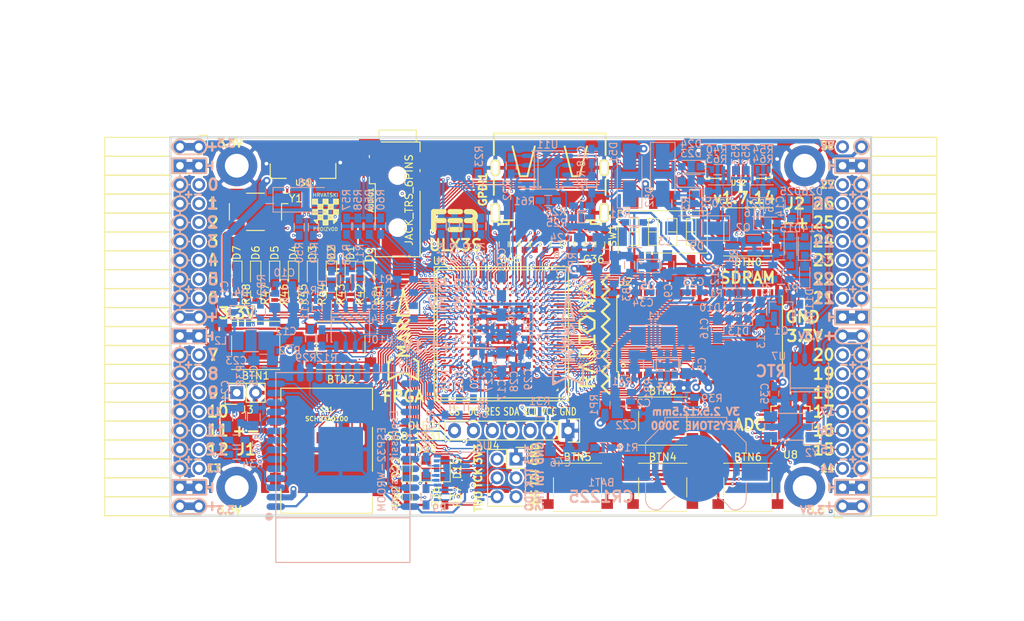
<source format=kicad_pcb>
(kicad_pcb (version 4) (host pcbnew 4.0.7+dfsg1-1)
  (layers (0 F.Cu signal) (1 In1.Cu signal) (2 In2.Cu signal) (31 B.Cu signal) (34 B.Paste user) (35 F.Paste user) (36 B.SilkS user) (37 F.SilkS user) (38 B.Mask user) (39 F.Mask user) (44 Edge.Cuts user))
  (net 0 "")
  (net 1 GND)
  (net 2 +5V)
  (net 3 /gpio/IN5V)
  (net 4 /gpio/OUT5V)
  (net 5 +3V3)
  (net 6 BTN_D)
  (net 7 BTN_F1)
  (net 8 BTN_F2)
  (net 9 BTN_L)
  (net 10 BTN_R)
  (net 11 BTN_U)
  (net 12 /power/FB1)
  (net 13 +2V5)
  (net 14 /power/PWREN)
  (net 15 /power/FB3)
  (net 16 /power/FB2)
  (net 17 "Net-(D9-Pad1)")
  (net 18 /power/VBAT)
  (net 19 JTAG_TDI)
  (net 20 JTAG_TCK)
  (net 21 JTAG_TMS)
  (net 22 JTAG_TDO)
  (net 23 /power/WAKEUPn)
  (net 24 /power/WKUP)
  (net 25 /power/SHUT)
  (net 26 /power/WAKE)
  (net 27 /power/HOLD)
  (net 28 /power/WKn)
  (net 29 /power/OSCI_32k)
  (net 30 /power/OSCO_32k)
  (net 31 "Net-(Q2-Pad3)")
  (net 32 SHUTDOWN)
  (net 33 /analog/AUDIO_L)
  (net 34 /analog/AUDIO_R)
  (net 35 GPDI_SDA)
  (net 36 GPDI_SCL)
  (net 37 /gpdi/VREF2)
  (net 38 SD_CMD)
  (net 39 SD_CLK)
  (net 40 SD_D0)
  (net 41 SD_D1)
  (net 42 USB5V)
  (net 43 GPDI_CEC)
  (net 44 nRESET)
  (net 45 FTDI_nDTR)
  (net 46 SDRAM_CKE)
  (net 47 SDRAM_A7)
  (net 48 SDRAM_D15)
  (net 49 SDRAM_BA1)
  (net 50 SDRAM_D7)
  (net 51 SDRAM_A6)
  (net 52 SDRAM_CLK)
  (net 53 SDRAM_D13)
  (net 54 SDRAM_BA0)
  (net 55 SDRAM_D6)
  (net 56 SDRAM_A5)
  (net 57 SDRAM_D14)
  (net 58 SDRAM_A11)
  (net 59 SDRAM_D12)
  (net 60 SDRAM_D5)
  (net 61 SDRAM_A4)
  (net 62 SDRAM_A10)
  (net 63 SDRAM_D11)
  (net 64 SDRAM_A3)
  (net 65 SDRAM_D4)
  (net 66 SDRAM_D10)
  (net 67 SDRAM_D9)
  (net 68 SDRAM_A9)
  (net 69 SDRAM_D3)
  (net 70 SDRAM_D8)
  (net 71 SDRAM_A8)
  (net 72 SDRAM_A2)
  (net 73 SDRAM_A1)
  (net 74 SDRAM_A0)
  (net 75 SDRAM_D2)
  (net 76 SDRAM_D1)
  (net 77 SDRAM_D0)
  (net 78 SDRAM_DQM0)
  (net 79 SDRAM_nCS)
  (net 80 SDRAM_nRAS)
  (net 81 SDRAM_DQM1)
  (net 82 SDRAM_nCAS)
  (net 83 SDRAM_nWE)
  (net 84 /flash/FLASH_nWP)
  (net 85 /flash/FLASH_nHOLD)
  (net 86 /flash/FLASH_MOSI)
  (net 87 /flash/FLASH_MISO)
  (net 88 /flash/FLASH_SCK)
  (net 89 /flash/FLASH_nCS)
  (net 90 /flash/FPGA_PROGRAMN)
  (net 91 /flash/FPGA_DONE)
  (net 92 /flash/FPGA_INITN)
  (net 93 OLED_RES)
  (net 94 OLED_DC)
  (net 95 OLED_CS)
  (net 96 WIFI_EN)
  (net 97 FTDI_nRTS)
  (net 98 FTDI_TXD)
  (net 99 FTDI_RXD)
  (net 100 WIFI_RXD)
  (net 101 WIFI_GPIO0)
  (net 102 WIFI_TXD)
  (net 103 USB_FTDI_D+)
  (net 104 USB_FTDI_D-)
  (net 105 SD_D3)
  (net 106 AUDIO_L3)
  (net 107 AUDIO_L2)
  (net 108 AUDIO_L1)
  (net 109 AUDIO_L0)
  (net 110 AUDIO_R3)
  (net 111 AUDIO_R2)
  (net 112 AUDIO_R1)
  (net 113 AUDIO_R0)
  (net 114 OLED_CLK)
  (net 115 OLED_MOSI)
  (net 116 LED0)
  (net 117 LED1)
  (net 118 LED2)
  (net 119 LED3)
  (net 120 LED4)
  (net 121 LED5)
  (net 122 LED6)
  (net 123 LED7)
  (net 124 BTN_PWRn)
  (net 125 FTDI_nTXLED)
  (net 126 FTDI_nSLEEP)
  (net 127 /blinkey/LED_PWREN)
  (net 128 /blinkey/LED_TXLED)
  (net 129 /sdcard/SD3V3)
  (net 130 SD_D2)
  (net 131 CLK_25MHz)
  (net 132 /blinkey/BTNPUL)
  (net 133 /blinkey/BTNPUR)
  (net 134 USB_FPGA_D+)
  (net 135 /power/FTDI_nSUSPEND)
  (net 136 /blinkey/ALED0)
  (net 137 /blinkey/ALED1)
  (net 138 /blinkey/ALED2)
  (net 139 /blinkey/ALED3)
  (net 140 /blinkey/ALED4)
  (net 141 /blinkey/ALED5)
  (net 142 /blinkey/ALED6)
  (net 143 /blinkey/ALED7)
  (net 144 /usb/FTD-)
  (net 145 /usb/FTD+)
  (net 146 ADC_MISO)
  (net 147 ADC_MOSI)
  (net 148 ADC_CSn)
  (net 149 ADC_SCLK)
  (net 150 SW3)
  (net 151 SW2)
  (net 152 SW1)
  (net 153 USB_FPGA_D-)
  (net 154 /usb/FPD+)
  (net 155 /usb/FPD-)
  (net 156 WIFI_GPIO16)
  (net 157 /usb/ANT_433MHz)
  (net 158 /power/PWRBTn)
  (net 159 PROG_DONE)
  (net 160 /power/P3V3)
  (net 161 /power/P2V5)
  (net 162 /power/L1)
  (net 163 /power/L3)
  (net 164 /power/L2)
  (net 165 FTDI_TXDEN)
  (net 166 SDRAM_A12)
  (net 167 /analog/AUDIO_V)
  (net 168 AUDIO_V3)
  (net 169 AUDIO_V2)
  (net 170 AUDIO_V1)
  (net 171 AUDIO_V0)
  (net 172 /blinkey/LED_WIFI)
  (net 173 /power/P1V1)
  (net 174 +1V1)
  (net 175 SW4)
  (net 176 /blinkey/SWPU)
  (net 177 /wifi/WIFIEN)
  (net 178 FT2V5)
  (net 179 GN0)
  (net 180 GP0)
  (net 181 GN1)
  (net 182 GP1)
  (net 183 GN2)
  (net 184 GP2)
  (net 185 GN3)
  (net 186 GP3)
  (net 187 GN4)
  (net 188 GP4)
  (net 189 GN5)
  (net 190 GP5)
  (net 191 GN6)
  (net 192 GP6)
  (net 193 GN14)
  (net 194 GP14)
  (net 195 GN15)
  (net 196 GP15)
  (net 197 GN16)
  (net 198 GP16)
  (net 199 GN17)
  (net 200 GP17)
  (net 201 GN18)
  (net 202 GP18)
  (net 203 GN19)
  (net 204 GP19)
  (net 205 GN20)
  (net 206 GP20)
  (net 207 GN21)
  (net 208 GP21)
  (net 209 GN22)
  (net 210 GP22)
  (net 211 GN23)
  (net 212 GP23)
  (net 213 GN24)
  (net 214 GP24)
  (net 215 GN25)
  (net 216 GP25)
  (net 217 GN26)
  (net 218 GP26)
  (net 219 GN27)
  (net 220 GP27)
  (net 221 GN7)
  (net 222 GP7)
  (net 223 GN8)
  (net 224 GP8)
  (net 225 GN9)
  (net 226 GP9)
  (net 227 GN10)
  (net 228 GP10)
  (net 229 GN11)
  (net 230 GP11)
  (net 231 GN12)
  (net 232 GP12)
  (net 233 GN13)
  (net 234 GP13)
  (net 235 WIFI_GPIO5)
  (net 236 WIFI_GPIO17)
  (net 237 USB_FPGA_PULL_D+)
  (net 238 USB_FPGA_PULL_D-)
  (net 239 "Net-(D23-Pad2)")
  (net 240 "Net-(D24-Pad1)")
  (net 241 "Net-(D25-Pad2)")
  (net 242 "Net-(D26-Pad1)")
  (net 243 /gpdi/GPDI_ETH+)
  (net 244 FPDI_ETH+)
  (net 245 /gpdi/GPDI_ETH-)
  (net 246 FPDI_ETH-)
  (net 247 /gpdi/GPDI_D2-)
  (net 248 FPDI_D2-)
  (net 249 /gpdi/GPDI_D1-)
  (net 250 FPDI_D1-)
  (net 251 /gpdi/GPDI_D0-)
  (net 252 FPDI_D0-)
  (net 253 /gpdi/GPDI_CLK-)
  (net 254 FPDI_CLK-)
  (net 255 /gpdi/GPDI_D2+)
  (net 256 FPDI_D2+)
  (net 257 /gpdi/GPDI_D1+)
  (net 258 FPDI_D1+)
  (net 259 /gpdi/GPDI_D0+)
  (net 260 FPDI_D0+)
  (net 261 /gpdi/GPDI_CLK+)
  (net 262 FPDI_CLK+)
  (net 263 FPDI_SDA)
  (net 264 FPDI_SCL)
  (net 265 /gpdi/FPDI_CEC)
  (module Socket_Strips:Socket_Strip_Angled_2x20 (layer F.Cu) (at 97.91 62.69 270)
    (fp_text reference J1 (at 40.64 -6.35 360) (layer F.SilkS) (effects (font (size 1.5 1.5) (thickness 0.3))))
    (fp_text value CONN_02X20 hide)
    (pad 1 thru_hole oval (at 0 0 270) (size 1.7272 1.7272) (drill 1.016) (layers *.Cu *.Mask) (net 5 +3V3))
    (pad 2 thru_hole oval (at 0 2.54 270) (size 1.7272 1.7272) (drill 1.016) (layers *.Cu *.Mask) (net 5 +3V3))
    (pad 3 thru_hole rect (at 2.54 0 270) (size 1.7272 1.7272) (drill 1.016) (layers *.Cu *.Mask) (net 1 GND))
    (pad 4 thru_hole rect (at 2.54 2.54 270) (size 1.7272 1.7272) (drill 1.016) (layers *.Cu *.Mask) (net 1 GND))
    (pad 5 thru_hole oval (at 5.08 0 270) (size 1.7272 1.7272) (drill 1.016) (layers *.Cu *.Mask) (net 179 GN0))
    (pad 6 thru_hole oval (at 5.08 2.54 270) (size 1.7272 1.7272) (drill 1.016) (layers *.Cu *.Mask) (net 180 GP0))
    (pad 7 thru_hole oval (at 7.62 0 270) (size 1.7272 1.7272) (drill 1.016) (layers *.Cu *.Mask) (net 181 GN1))
    (pad 8 thru_hole oval (at 7.62 2.54 270) (size 1.7272 1.7272) (drill 1.016) (layers *.Cu *.Mask) (net 182 GP1))
    (pad 9 thru_hole oval (at 10.16 0 270) (size 1.7272 1.7272) (drill 1.016) (layers *.Cu *.Mask) (net 183 GN2))
    (pad 10 thru_hole oval (at 10.16 2.54 270) (size 1.7272 1.7272) (drill 1.016) (layers *.Cu *.Mask) (net 184 GP2))
    (pad 11 thru_hole oval (at 12.7 0 270) (size 1.7272 1.7272) (drill 1.016) (layers *.Cu *.Mask) (net 185 GN3))
    (pad 12 thru_hole oval (at 12.7 2.54 270) (size 1.7272 1.7272) (drill 1.016) (layers *.Cu *.Mask) (net 186 GP3))
    (pad 13 thru_hole oval (at 15.24 0 270) (size 1.7272 1.7272) (drill 1.016) (layers *.Cu *.Mask) (net 187 GN4))
    (pad 14 thru_hole oval (at 15.24 2.54 270) (size 1.7272 1.7272) (drill 1.016) (layers *.Cu *.Mask) (net 188 GP4))
    (pad 15 thru_hole oval (at 17.78 0 270) (size 1.7272 1.7272) (drill 1.016) (layers *.Cu *.Mask) (net 189 GN5))
    (pad 16 thru_hole oval (at 17.78 2.54 270) (size 1.7272 1.7272) (drill 1.016) (layers *.Cu *.Mask) (net 190 GP5))
    (pad 17 thru_hole oval (at 20.32 0 270) (size 1.7272 1.7272) (drill 1.016) (layers *.Cu *.Mask) (net 191 GN6))
    (pad 18 thru_hole oval (at 20.32 2.54 270) (size 1.7272 1.7272) (drill 1.016) (layers *.Cu *.Mask) (net 192 GP6))
    (pad 19 thru_hole oval (at 22.86 0 270) (size 1.7272 1.7272) (drill 1.016) (layers *.Cu *.Mask) (net 5 +3V3))
    (pad 20 thru_hole oval (at 22.86 2.54 270) (size 1.7272 1.7272) (drill 1.016) (layers *.Cu *.Mask) (net 5 +3V3))
    (pad 21 thru_hole rect (at 25.4 0 270) (size 1.7272 1.7272) (drill 1.016) (layers *.Cu *.Mask) (net 1 GND))
    (pad 22 thru_hole rect (at 25.4 2.54 270) (size 1.7272 1.7272) (drill 1.016) (layers *.Cu *.Mask) (net 1 GND))
    (pad 23 thru_hole oval (at 27.94 0 270) (size 1.7272 1.7272) (drill 1.016) (layers *.Cu *.Mask) (net 221 GN7))
    (pad 24 thru_hole oval (at 27.94 2.54 270) (size 1.7272 1.7272) (drill 1.016) (layers *.Cu *.Mask) (net 222 GP7))
    (pad 25 thru_hole oval (at 30.48 0 270) (size 1.7272 1.7272) (drill 1.016) (layers *.Cu *.Mask) (net 223 GN8))
    (pad 26 thru_hole oval (at 30.48 2.54 270) (size 1.7272 1.7272) (drill 1.016) (layers *.Cu *.Mask) (net 224 GP8))
    (pad 27 thru_hole oval (at 33.02 0 270) (size 1.7272 1.7272) (drill 1.016) (layers *.Cu *.Mask) (net 225 GN9))
    (pad 28 thru_hole oval (at 33.02 2.54 270) (size 1.7272 1.7272) (drill 1.016) (layers *.Cu *.Mask) (net 226 GP9))
    (pad 29 thru_hole oval (at 35.56 0 270) (size 1.7272 1.7272) (drill 1.016) (layers *.Cu *.Mask) (net 227 GN10))
    (pad 30 thru_hole oval (at 35.56 2.54 270) (size 1.7272 1.7272) (drill 1.016) (layers *.Cu *.Mask) (net 228 GP10))
    (pad 31 thru_hole oval (at 38.1 0 270) (size 1.7272 1.7272) (drill 1.016) (layers *.Cu *.Mask) (net 229 GN11))
    (pad 32 thru_hole oval (at 38.1 2.54 270) (size 1.7272 1.7272) (drill 1.016) (layers *.Cu *.Mask) (net 230 GP11))
    (pad 33 thru_hole oval (at 40.64 0 270) (size 1.7272 1.7272) (drill 1.016) (layers *.Cu *.Mask) (net 231 GN12))
    (pad 34 thru_hole oval (at 40.64 2.54 270) (size 1.7272 1.7272) (drill 1.016) (layers *.Cu *.Mask) (net 232 GP12))
    (pad 35 thru_hole oval (at 43.18 0 270) (size 1.7272 1.7272) (drill 1.016) (layers *.Cu *.Mask) (net 233 GN13))
    (pad 36 thru_hole oval (at 43.18 2.54 270) (size 1.7272 1.7272) (drill 1.016) (layers *.Cu *.Mask) (net 234 GP13))
    (pad 37 thru_hole rect (at 45.72 0 270) (size 1.7272 1.7272) (drill 1.016) (layers *.Cu *.Mask) (net 1 GND))
    (pad 38 thru_hole rect (at 45.72 2.54 270) (size 1.7272 1.7272) (drill 1.016) (layers *.Cu *.Mask) (net 1 GND))
    (pad 39 thru_hole oval (at 48.26 0 270) (size 1.7272 1.7272) (drill 1.016) (layers *.Cu *.Mask) (net 5 +3V3))
    (pad 40 thru_hole oval (at 48.26 2.54 270) (size 1.7272 1.7272) (drill 1.016) (layers *.Cu *.Mask) (net 5 +3V3))
  )
  (module SMD_Packages:1Pin (layer F.Cu) (at 182.67515 111.637626)
    (fp_text reference AE1 hide)
    (fp_text value 433MHz hide)
    (pad 1 smd rect (at 0 0) (size 0.5 0.5) (layers B.Cu F.Paste F.Mask) (net 157 /usb/ANT_433MHz))
  )
  (module Resistors_SMD:R_0603_HandSoldering (layer B.Cu) (at 103.498 98.758 90)
    (fp_text reference R38 (at 5.334 0 90) (layer B.SilkS) (effects (justify mirror)))
    (fp_text value 0.47)
    (pad 1 smd rect (at -1.1 0 90) (size 1.2 0.9) (layers B.Cu B.Paste B.Mask) (net 129 /sdcard/SD3V3))
    (pad 2 smd rect (at 1.1 0 90) (size 1.2 0.9) (layers B.Cu B.Paste B.Mask) (net 5 +3V3))
  )
  (module Diodes_SMD:D_SMA_Handsoldering (layer B.Cu) (at 155.695 66.5 90)
    (fp_text reference D51 (at 3.048 -2.159 90) (layer B.SilkS) (effects (justify mirror)))
    (fp_text value STPS2L30AF hide)
    (pad 1 smd rect (at -2.5 0 90) (size 3.5 1.8) (layers B.Cu B.Paste B.Mask) (net 2 +5V))
    (pad 2 smd rect (at 2.5 0 90) (size 3.5 1.8) (layers B.Cu B.Paste B.Mask) (net 3 /gpio/IN5V))
  )
  (module Resistors_SMD:R_0603_HandSoldering (layer B.Cu) (at 156.33 72.85 180)
    (fp_text reference R51 (at 1.905 1.143 180) (layer B.SilkS) (effects (justify mirror)))
    (fp_text value 150)
    (pad 1 smd rect (at -1.1 0 180) (size 1.2 0.9) (layers B.Cu B.Paste B.Mask) (net 5 +3V3))
    (pad 2 smd rect (at 1.1 0 180) (size 1.2 0.9) (layers B.Cu B.Paste B.Mask) (net 176 /blinkey/SWPU))
  )
  (module Resistors_SMD:R_1210_HandSoldering (layer B.Cu) (at 158.87 88.09 180)
    (fp_text reference L1 (at 0 2.7 180) (layer B.SilkS) (effects (justify mirror)))
    (fp_text value 2.2uH)
    (pad 1 smd rect (at -2 0 180) (size 2 2.5) (layers B.Cu B.Paste B.Mask) (net 162 /power/L1))
    (pad 2 smd rect (at 2 0 180) (size 2 2.5) (layers B.Cu B.Paste B.Mask) (net 173 /power/P1V1))
  )
  (module TSOT-25:TSOT-25 (layer B.Cu) (at 160.775 91.9)
    (fp_text reference U3 (at -0.381 3.048) (layer B.SilkS) (effects (font (thickness 0.2)) (justify mirror)))
    (fp_text value TLV62569DBV)
    (pad 1 smd rect (at -0.95 -1.3) (size 0.7 1.2) (layers B.Cu B.Paste B.Mask) (net 14 /power/PWREN))
    (pad 2 smd rect (at 0 -1.3) (size 0.7 1.2) (layers B.Cu B.Paste B.Mask) (net 1 GND))
    (pad 3 smd rect (at 0.95 -1.3) (size 0.7 1.2) (layers B.Cu B.Paste B.Mask) (net 162 /power/L1))
    (pad 4 smd rect (at 0.95 1.3) (size 0.7 1.2) (layers B.Cu B.Paste B.Mask) (net 2 +5V))
    (pad 5 smd rect (at -0.95 1.3) (size 0.7 1.2) (layers B.Cu B.Paste B.Mask) (net 12 /power/FB1))
  )
  (module Resistors_SMD:R_1210_HandSoldering (layer B.Cu) (at 104.895 88.725)
    (fp_text reference L2 (at -4.064 0) (layer B.SilkS) (effects (justify mirror)))
    (fp_text value 2.2uH)
    (pad 1 smd rect (at -2 0) (size 2 2.5) (layers B.Cu B.Paste B.Mask) (net 164 /power/L2))
    (pad 2 smd rect (at 2 0) (size 2 2.5) (layers B.Cu B.Paste B.Mask) (net 161 /power/P2V5))
  )
  (module TSOT-25:TSOT-25 (layer B.Cu) (at 103.625 84.915 180)
    (fp_text reference U4 (at 0 2.697 180) (layer B.SilkS) (effects (font (thickness 0.2)) (justify mirror)))
    (fp_text value TLV62569DBV)
    (pad 1 smd rect (at -0.95 -1.3 180) (size 0.7 1.2) (layers B.Cu B.Paste B.Mask) (net 14 /power/PWREN))
    (pad 2 smd rect (at 0 -1.3 180) (size 0.7 1.2) (layers B.Cu B.Paste B.Mask) (net 1 GND))
    (pad 3 smd rect (at 0.95 -1.3 180) (size 0.7 1.2) (layers B.Cu B.Paste B.Mask) (net 164 /power/L2))
    (pad 4 smd rect (at 0.95 1.3 180) (size 0.7 1.2) (layers B.Cu B.Paste B.Mask) (net 2 +5V))
    (pad 5 smd rect (at -0.95 1.3 180) (size 0.7 1.2) (layers B.Cu B.Paste B.Mask) (net 16 /power/FB2))
  )
  (module Resistors_SMD:R_1210_HandSoldering (layer B.Cu) (at 156.33 74.755 180)
    (fp_text reference L3 (at -4.064 -0.635 180) (layer B.SilkS) (effects (justify mirror)))
    (fp_text value 2.2uH)
    (pad 1 smd rect (at -2 0 180) (size 2 2.5) (layers B.Cu B.Paste B.Mask) (net 163 /power/L3))
    (pad 2 smd rect (at 2 0 180) (size 2 2.5) (layers B.Cu B.Paste B.Mask) (net 160 /power/P3V3))
  )
  (module TSOT-25:TSOT-25 (layer B.Cu) (at 158.235 78.692)
    (fp_text reference U5 (at -0.127 2.667) (layer B.SilkS) (effects (font (thickness 0.2)) (justify mirror)))
    (fp_text value TLV62569DBV)
    (pad 1 smd rect (at -0.95 -1.3) (size 0.7 1.2) (layers B.Cu B.Paste B.Mask) (net 14 /power/PWREN))
    (pad 2 smd rect (at 0 -1.3) (size 0.7 1.2) (layers B.Cu B.Paste B.Mask) (net 1 GND))
    (pad 3 smd rect (at 0.95 -1.3) (size 0.7 1.2) (layers B.Cu B.Paste B.Mask) (net 163 /power/L3))
    (pad 4 smd rect (at 0.95 1.3) (size 0.7 1.2) (layers B.Cu B.Paste B.Mask) (net 2 +5V))
    (pad 5 smd rect (at -0.95 1.3) (size 0.7 1.2) (layers B.Cu B.Paste B.Mask) (net 15 /power/FB3))
  )
  (module Capacitors_SMD:C_0805_HandSoldering (layer B.Cu) (at 101.085 84.915 270)
    (fp_text reference C1 (at -3.302 -0.254 270) (layer B.SilkS) (effects (justify mirror)))
    (fp_text value 22uF)
    (pad 1 smd rect (at -1.25 0 270) (size 1.5 1.25) (layers B.Cu B.Paste B.Mask) (net 2 +5V))
    (pad 2 smd rect (at 1.25 0 270) (size 1.5 1.25) (layers B.Cu B.Paste B.Mask) (net 1 GND))
  )
  (module Capacitors_SMD:C_0805_HandSoldering (layer B.Cu) (at 155.06 90.63)
    (fp_text reference C3 (at -3.048 0) (layer B.SilkS) (effects (justify mirror)))
    (fp_text value 22uF)
    (pad 1 smd rect (at -1.25 0) (size 1.5 1.25) (layers B.Cu B.Paste B.Mask) (net 173 /power/P1V1))
    (pad 2 smd rect (at 1.25 0) (size 1.5 1.25) (layers B.Cu B.Paste B.Mask) (net 1 GND))
  )
  (module Capacitors_SMD:C_0805_HandSoldering (layer B.Cu) (at 155.06 92.535)
    (fp_text reference C4 (at -3.048 0.127) (layer B.SilkS) (effects (justify mirror)))
    (fp_text value 22uF)
    (pad 1 smd rect (at -1.25 0) (size 1.5 1.25) (layers B.Cu B.Paste B.Mask) (net 173 /power/P1V1))
    (pad 2 smd rect (at 1.25 0) (size 1.5 1.25) (layers B.Cu B.Paste B.Mask) (net 1 GND))
  )
  (module Capacitors_SMD:C_0805_HandSoldering (layer B.Cu) (at 163.315 91.9 90)
    (fp_text reference C5 (at 0 2.1 90) (layer B.SilkS) (effects (justify mirror)))
    (fp_text value 22uF)
    (pad 1 smd rect (at -1.25 0 90) (size 1.5 1.25) (layers B.Cu B.Paste B.Mask) (net 2 +5V))
    (pad 2 smd rect (at 1.25 0 90) (size 1.5 1.25) (layers B.Cu B.Paste B.Mask) (net 1 GND))
  )
  (module Capacitors_SMD:C_0805_HandSoldering (layer B.Cu) (at 152.52 79.2)
    (fp_text reference C7 (at -6.096 0) (layer B.SilkS) (effects (justify mirror)))
    (fp_text value 22uF)
    (pad 1 smd rect (at -1.25 0) (size 1.5 1.25) (layers B.Cu B.Paste B.Mask) (net 160 /power/P3V3))
    (pad 2 smd rect (at 1.25 0) (size 1.5 1.25) (layers B.Cu B.Paste B.Mask) (net 1 GND))
  )
  (module Capacitors_SMD:C_0805_HandSoldering (layer B.Cu) (at 152.52 77.295)
    (fp_text reference C8 (at -6.096 0) (layer B.SilkS) (effects (justify mirror)))
    (fp_text value 22uF)
    (pad 1 smd rect (at -1.25 0) (size 1.5 1.25) (layers B.Cu B.Paste B.Mask) (net 160 /power/P3V3))
    (pad 2 smd rect (at 1.25 0) (size 1.5 1.25) (layers B.Cu B.Paste B.Mask) (net 1 GND))
  )
  (module Capacitors_SMD:C_0805_HandSoldering (layer B.Cu) (at 160.775 78.565 90)
    (fp_text reference C9 (at -3.429 0.127 90) (layer B.SilkS) (effects (justify mirror)))
    (fp_text value 22uF)
    (pad 1 smd rect (at -1.25 0 90) (size 1.5 1.25) (layers B.Cu B.Paste B.Mask) (net 2 +5V))
    (pad 2 smd rect (at 1.25 0 90) (size 1.5 1.25) (layers B.Cu B.Paste B.Mask) (net 1 GND))
  )
  (module Capacitors_SMD:C_0805_HandSoldering (layer B.Cu) (at 109.34 84.28 180)
    (fp_text reference C11 (at -2.794 -0.254 270) (layer B.SilkS) (effects (justify mirror)))
    (fp_text value 22uF)
    (pad 1 smd rect (at -1.25 0 180) (size 1.5 1.25) (layers B.Cu B.Paste B.Mask) (net 161 /power/P2V5))
    (pad 2 smd rect (at 1.25 0 180) (size 1.5 1.25) (layers B.Cu B.Paste B.Mask) (net 1 GND))
  )
  (module Capacitors_SMD:C_0805_HandSoldering (layer B.Cu) (at 109.34 86.185 180)
    (fp_text reference C12 (at -0.254 -1.27 360) (layer B.SilkS) (effects (justify mirror)))
    (fp_text value 22uF)
    (pad 1 smd rect (at -1.25 0 180) (size 1.5 1.25) (layers B.Cu B.Paste B.Mask) (net 161 /power/P2V5))
    (pad 2 smd rect (at 1.25 0 180) (size 1.5 1.25) (layers B.Cu B.Paste B.Mask) (net 1 GND))
  )
  (module Capacitors_SMD:C_0805_HandSoldering (layer B.Cu) (at 173.221 84.788 90)
    (fp_text reference C13 (at -3.556 0.127 90) (layer B.SilkS) (effects (justify mirror)))
    (fp_text value 2.2uF)
    (pad 1 smd rect (at -1.25 0 90) (size 1.5 1.25) (layers B.Cu B.Paste B.Mask) (net 2 +5V))
    (pad 2 smd rect (at 1.25 0 90) (size 1.5 1.25) (layers B.Cu B.Paste B.Mask) (net 24 /power/WKUP))
  )
  (module TO_SOT_Packages_SMD:SOT-23_Handsoldering (layer B.Cu) (at 176.015 84.28 90)
    (fp_text reference Q1 (at -3.1115 0 180) (layer B.SilkS) (effects (justify mirror)))
    (fp_text value BC857)
    (pad 1 smd rect (at -1.5 0.95 90) (size 1.9 0.8) (layers B.Cu B.Paste B.Mask) (net 28 /power/WKn))
    (pad 2 smd rect (at -1.5 -0.95 90) (size 1.9 0.8) (layers B.Cu B.Paste B.Mask) (net 2 +5V))
    (pad 3 smd rect (at 1.5 0 90) (size 1.9 0.8) (layers B.Cu B.Paste B.Mask) (net 24 /power/WKUP))
  )
  (module TO_SOT_Packages_SMD:SOT-23_Handsoldering (layer B.Cu) (at 170.935 76.025 180)
    (fp_text reference Q2 (at 0 2.5 180) (layer B.SilkS) (effects (justify mirror)))
    (fp_text value 2N7002)
    (pad 1 smd rect (at -1.5 0.95 180) (size 1.9 0.8) (layers B.Cu B.Paste B.Mask) (net 25 /power/SHUT))
    (pad 2 smd rect (at -1.5 -0.95 180) (size 1.9 0.8) (layers B.Cu B.Paste B.Mask) (net 1 GND))
    (pad 3 smd rect (at 1.5 0 180) (size 1.9 0.8) (layers B.Cu B.Paste B.Mask) (net 31 "Net-(Q2-Pad3)"))
  )
  (module Capacitors_SMD:C_0603_HandSoldering (layer B.Cu) (at 154.86 96.91)
    (fp_text reference C2 (at 2.74 0.197) (layer B.SilkS) (effects (justify mirror)))
    (fp_text value 470pF)
    (pad 1 smd rect (at -0.95 0) (size 1.2 0.75) (layers B.Cu B.Paste B.Mask) (net 173 /power/P1V1))
    (pad 2 smd rect (at 0.95 0) (size 1.2 0.75) (layers B.Cu B.Paste B.Mask) (net 12 /power/FB1))
  )
  (module Capacitors_SMD:C_0603_HandSoldering (layer B.Cu) (at 152.52 82.375)
    (fp_text reference C6 (at -2.794 0.127) (layer B.SilkS) (effects (justify mirror)))
    (fp_text value 470pF)
    (pad 1 smd rect (at -0.95 0) (size 1.2 0.75) (layers B.Cu B.Paste B.Mask) (net 160 /power/P3V3))
    (pad 2 smd rect (at 0.95 0) (size 1.2 0.75) (layers B.Cu B.Paste B.Mask) (net 15 /power/FB3))
  )
  (module Capacitors_SMD:C_0603_HandSoldering (layer B.Cu) (at 109.34 81.105 180)
    (fp_text reference C10 (at -0.04 1.505 180) (layer B.SilkS) (effects (justify mirror)))
    (fp_text value 470pF)
    (pad 1 smd rect (at -0.95 0 180) (size 1.2 0.75) (layers B.Cu B.Paste B.Mask) (net 161 /power/P2V5))
    (pad 2 smd rect (at 0.95 0 180) (size 1.2 0.75) (layers B.Cu B.Paste B.Mask) (net 16 /power/FB2))
  )
  (module Capacitors_SMD:C_0603_HandSoldering (layer B.Cu) (at 175.38 76.025 270)
    (fp_text reference C14 (at -5.334 -0.508 270) (layer B.SilkS) (effects (justify mirror)))
    (fp_text value 100nF)
    (pad 1 smd rect (at -0.95 0 270) (size 1.2 0.75) (layers B.Cu B.Paste B.Mask) (net 25 /power/SHUT))
    (pad 2 smd rect (at 0.95 0 270) (size 1.2 0.75) (layers B.Cu B.Paste B.Mask) (net 1 GND))
  )
  (module Resistors_SMD:R_0603_HandSoldering (layer B.Cu) (at 170.3 82.375)
    (fp_text reference R1 (at -3.048 0) (layer B.SilkS) (effects (justify mirror)))
    (fp_text value 15k)
    (pad 1 smd rect (at -1.1 0) (size 1.2 0.9) (layers B.Cu B.Paste B.Mask) (net 26 /power/WAKE))
    (pad 2 smd rect (at 1.1 0) (size 1.2 0.9) (layers B.Cu B.Paste B.Mask) (net 14 /power/PWREN))
  )
  (module Resistors_SMD:R_0603_HandSoldering (layer B.Cu) (at 172.84 79.835 90)
    (fp_text reference R2 (at -1.905 1.27 90) (layer B.SilkS) (effects (justify mirror)))
    (fp_text value 47k)
    (pad 1 smd rect (at -1.1 0 90) (size 1.2 0.9) (layers B.Cu B.Paste B.Mask) (net 14 /power/PWREN))
    (pad 2 smd rect (at 1.1 0 90) (size 1.2 0.9) (layers B.Cu B.Paste B.Mask) (net 1 GND))
  )
  (module Resistors_SMD:R_0603_HandSoldering (layer B.Cu) (at 176.015 80.47 180)
    (fp_text reference R4 (at -1.397 -1.27 360) (layer B.SilkS) (effects (justify mirror)))
    (fp_text value 4.7k)
    (pad 1 smd rect (at -1.1 0 180) (size 1.2 0.9) (layers B.Cu B.Paste B.Mask) (net 27 /power/HOLD))
    (pad 2 smd rect (at 1.1 0 180) (size 1.2 0.9) (layers B.Cu B.Paste B.Mask) (net 14 /power/PWREN))
  )
  (module Resistors_SMD:R_0603_HandSoldering (layer B.Cu) (at 174.11 76.025 270)
    (fp_text reference R5 (at -5.461 -0.381 270) (layer B.SilkS) (effects (justify mirror)))
    (fp_text value 4.7M)
    (pad 1 smd rect (at -1.1 0 270) (size 1.2 0.9) (layers B.Cu B.Paste B.Mask) (net 25 /power/SHUT))
    (pad 2 smd rect (at 1.1 0 270) (size 1.2 0.9) (layers B.Cu B.Paste B.Mask) (net 1 GND))
  )
  (module Resistors_SMD:R_0603_HandSoldering (layer B.Cu) (at 178.555 84.915 270)
    (fp_text reference R6 (at 0.762 -1.397 270) (layer B.SilkS) (effects (justify mirror)))
    (fp_text value 1k)
    (pad 1 smd rect (at -1.1 0 270) (size 1.2 0.9) (layers B.Cu B.Paste B.Mask) (net 28 /power/WKn))
    (pad 2 smd rect (at 1.1 0 270) (size 1.2 0.9) (layers B.Cu B.Paste B.Mask) (net 23 /power/WAKEUPn))
  )
  (module Resistors_SMD:R_0603_HandSoldering (layer B.Cu) (at 113.785 84.28 270)
    (fp_text reference R7 (at -2.794 -0.635 270) (layer B.SilkS) (effects (justify mirror)))
    (fp_text value 150)
    (pad 1 smd rect (at -1.1 0 270) (size 1.2 0.9) (layers B.Cu B.Paste B.Mask) (net 5 +3V3))
    (pad 2 smd rect (at 1.1 0 270) (size 1.2 0.9) (layers B.Cu B.Paste B.Mask) (net 132 /blinkey/BTNPUL))
  )
  (module Resistors_SMD:R_0603_HandSoldering (layer B.Cu) (at 170.935 79.835 90)
    (fp_text reference R8 (at 2.54 -1.27 90) (layer B.SilkS) (effects (justify mirror)))
    (fp_text value 1k)
    (pad 1 smd rect (at -1.1 0 90) (size 1.2 0.9) (layers B.Cu B.Paste B.Mask) (net 14 /power/PWREN))
    (pad 2 smd rect (at 1.1 0 90) (size 1.2 0.9) (layers B.Cu B.Paste B.Mask) (net 31 "Net-(Q2-Pad3)"))
  )
  (module Resistors_SMD:R_0603_HandSoldering (layer B.Cu) (at 128.39 109.68 270)
    (fp_text reference R9 (at 1.524 -1.778 360) (layer B.SilkS) (effects (justify mirror)))
    (fp_text value 15k)
    (pad 1 smd rect (at -1.1 0 270) (size 1.2 0.9) (layers B.Cu B.Paste B.Mask) (net 44 nRESET))
    (pad 2 smd rect (at 1.1 0 270) (size 1.2 0.9) (layers B.Cu B.Paste B.Mask) (net 178 FT2V5))
  )
  (module Resistors_SMD:R_0603_HandSoldering (layer B.Cu) (at 152.139 103.076 180)
    (fp_text reference R10 (at -3.302 0 180) (layer B.SilkS) (effects (justify mirror)))
    (fp_text value 150)
    (pad 1 smd rect (at -1.1 0 180) (size 1.2 0.9) (layers B.Cu B.Paste B.Mask) (net 135 /power/FTDI_nSUSPEND))
    (pad 2 smd rect (at 1.1 0 180) (size 1.2 0.9) (layers B.Cu B.Paste B.Mask) (net 126 FTDI_nSLEEP))
  )
  (module Resistors_SMD:R_0603_HandSoldering (layer B.Cu) (at 176.015 78.565 180)
    (fp_text reference R13 (at -5.588 0.762 180) (layer B.SilkS) (effects (justify mirror)))
    (fp_text value 15k)
    (pad 1 smd rect (at -1.1 0 180) (size 1.2 0.9) (layers B.Cu B.Paste B.Mask) (net 32 SHUTDOWN))
    (pad 2 smd rect (at 1.1 0 180) (size 1.2 0.9) (layers B.Cu B.Paste B.Mask) (net 1 GND))
  )
  (module Resistors_SMD:R_0603_HandSoldering (layer B.Cu) (at 154.86 95.64)
    (fp_text reference RA1 (at -0.181 -1.454) (layer B.SilkS) (effects (justify mirror)))
    (fp_text value 15k)
    (pad 1 smd rect (at -1.1 0) (size 1.2 0.9) (layers B.Cu B.Paste B.Mask) (net 173 /power/P1V1))
    (pad 2 smd rect (at 1.1 0) (size 1.2 0.9) (layers B.Cu B.Paste B.Mask) (net 12 /power/FB1))
  )
  (module Resistors_SMD:R_0603_HandSoldering (layer B.Cu) (at 109.34 82.375 180)
    (fp_text reference RA2 (at -3.048 0.381 360) (layer B.SilkS) (effects (justify mirror)))
    (fp_text value 15k)
    (pad 1 smd rect (at -1.1 0 180) (size 1.2 0.9) (layers B.Cu B.Paste B.Mask) (net 161 /power/P2V5))
    (pad 2 smd rect (at 1.1 0 180) (size 1.2 0.9) (layers B.Cu B.Paste B.Mask) (net 16 /power/FB2))
  )
  (module Resistors_SMD:R_0603_HandSoldering (layer B.Cu) (at 152.52 81.105)
    (fp_text reference RA3 (at -3.302 -0.127) (layer B.SilkS) (effects (justify mirror)))
    (fp_text value 15k)
    (pad 1 smd rect (at -1.1 0) (size 1.2 0.9) (layers B.Cu B.Paste B.Mask) (net 160 /power/P3V3))
    (pad 2 smd rect (at 1.1 0) (size 1.2 0.9) (layers B.Cu B.Paste B.Mask) (net 15 /power/FB3))
  )
  (module Resistors_SMD:R_0603_HandSoldering (layer B.Cu) (at 158.235 91.9 270)
    (fp_text reference RB1 (at 3.302 0 270) (layer B.SilkS) (effects (justify mirror)))
    (fp_text value 18k)
    (pad 1 smd rect (at -1.1 0 270) (size 1.2 0.9) (layers B.Cu B.Paste B.Mask) (net 1 GND))
    (pad 2 smd rect (at 1.1 0 270) (size 1.2 0.9) (layers B.Cu B.Paste B.Mask) (net 12 /power/FB1))
  )
  (module Resistors_SMD:R_0603_HandSoldering (layer B.Cu) (at 106.165 84.915 90)
    (fp_text reference RB2 (at 3.683 0.127 90) (layer B.SilkS) (effects (justify mirror)))
    (fp_text value 4.7k)
    (pad 1 smd rect (at -1.1 0 90) (size 1.2 0.9) (layers B.Cu B.Paste B.Mask) (net 1 GND))
    (pad 2 smd rect (at 1.1 0 90) (size 1.2 0.9) (layers B.Cu B.Paste B.Mask) (net 16 /power/FB2))
  )
  (module Resistors_SMD:R_0603_HandSoldering (layer B.Cu) (at 155.695 78.565 270)
    (fp_text reference RB3 (at 3.429 0.395 270) (layer B.SilkS) (effects (justify mirror)))
    (fp_text value 3.3k)
    (pad 1 smd rect (at -1.1 0 270) (size 1.2 0.9) (layers B.Cu B.Paste B.Mask) (net 1 GND))
    (pad 2 smd rect (at 1.1 0 270) (size 1.2 0.9) (layers B.Cu B.Paste B.Mask) (net 15 /power/FB3))
  )
  (module Resistors_SMD:R_0603_HandSoldering (layer B.Cu) (at 125.596 85.804 180)
    (fp_text reference R14 (at 3.175 0 180) (layer B.SilkS) (effects (justify mirror)))
    (fp_text value 1.2k)
    (pad 1 smd rect (at -1.1 0 180) (size 1.2 0.9) (layers B.Cu B.Paste B.Mask) (net 109 AUDIO_L0))
    (pad 2 smd rect (at 1.1 0 180) (size 1.2 0.9) (layers B.Cu B.Paste B.Mask) (net 33 /analog/AUDIO_L))
  )
  (module Resistors_SMD:R_0603_HandSoldering (layer B.Cu) (at 125.596 84.026 180)
    (fp_text reference R15 (at 3.175 -0.001 180) (layer B.SilkS) (effects (justify mirror)))
    (fp_text value 680)
    (pad 1 smd rect (at -1.1 0 180) (size 1.2 0.9) (layers B.Cu B.Paste B.Mask) (net 108 AUDIO_L1))
    (pad 2 smd rect (at 1.1 0 180) (size 1.2 0.9) (layers B.Cu B.Paste B.Mask) (net 33 /analog/AUDIO_L))
  )
  (module Resistors_SMD:R_0603_HandSoldering (layer B.Cu) (at 125.596 82.248 180)
    (fp_text reference R16 (at 3.175 0 180) (layer B.SilkS) (effects (justify mirror)))
    (fp_text value 330)
    (pad 1 smd rect (at -1.1 0 180) (size 1.2 0.9) (layers B.Cu B.Paste B.Mask) (net 107 AUDIO_L2))
    (pad 2 smd rect (at 1.1 0 180) (size 1.2 0.9) (layers B.Cu B.Paste B.Mask) (net 33 /analog/AUDIO_L))
  )
  (module Resistors_SMD:R_0603_HandSoldering (layer B.Cu) (at 125.596 80.47 180)
    (fp_text reference R17 (at 3.175 0 180) (layer B.SilkS) (effects (justify mirror)))
    (fp_text value 150)
    (pad 1 smd rect (at -1.1 0 180) (size 1.2 0.9) (layers B.Cu B.Paste B.Mask) (net 106 AUDIO_L3))
    (pad 2 smd rect (at 1.1 0 180) (size 1.2 0.9) (layers B.Cu B.Paste B.Mask) (net 33 /analog/AUDIO_L))
  )
  (module Resistors_SMD:R_0603_HandSoldering (layer B.Cu) (at 130.422 73.358 90)
    (fp_text reference R18 (at -3.556 0 90) (layer B.SilkS) (effects (justify mirror)))
    (fp_text value 1.2k)
    (pad 1 smd rect (at -1.1 0 90) (size 1.2 0.9) (layers B.Cu B.Paste B.Mask) (net 113 AUDIO_R0))
    (pad 2 smd rect (at 1.1 0 90) (size 1.2 0.9) (layers B.Cu B.Paste B.Mask) (net 34 /analog/AUDIO_R))
  )
  (module Resistors_SMD:R_0603_HandSoldering (layer B.Cu) (at 132.2 73.358 90)
    (fp_text reference R19 (at -3.556 0 90) (layer B.SilkS) (effects (justify mirror)))
    (fp_text value 680)
    (pad 1 smd rect (at -1.1 0 90) (size 1.2 0.9) (layers B.Cu B.Paste B.Mask) (net 112 AUDIO_R1))
    (pad 2 smd rect (at 1.1 0 90) (size 1.2 0.9) (layers B.Cu B.Paste B.Mask) (net 34 /analog/AUDIO_R))
  )
  (module Resistors_SMD:R_0603_HandSoldering (layer B.Cu) (at 133.978 73.358 90)
    (fp_text reference R20 (at -3.556 0 90) (layer B.SilkS) (effects (justify mirror)))
    (fp_text value 330)
    (pad 1 smd rect (at -1.1 0 90) (size 1.2 0.9) (layers B.Cu B.Paste B.Mask) (net 111 AUDIO_R2))
    (pad 2 smd rect (at 1.1 0 90) (size 1.2 0.9) (layers B.Cu B.Paste B.Mask) (net 34 /analog/AUDIO_R))
  )
  (module Resistors_SMD:R_0603_HandSoldering (layer B.Cu) (at 135.756 73.358 90)
    (fp_text reference R21 (at -3.556 0 90) (layer B.SilkS) (effects (justify mirror)))
    (fp_text value 150)
    (pad 1 smd rect (at -1.1 0 90) (size 1.2 0.9) (layers B.Cu B.Paste B.Mask) (net 110 AUDIO_R3))
    (pad 2 smd rect (at 1.1 0 90) (size 1.2 0.9) (layers B.Cu B.Paste B.Mask) (net 34 /analog/AUDIO_R))
  )
  (module Capacitors_SMD:C_0603_HandSoldering (layer B.Cu) (at 150.5896 63.96 90)
    (fp_text reference C18 (at 0 -1.3716 90) (layer B.SilkS) (effects (justify mirror)))
    (fp_text value 470pF)
    (pad 1 smd rect (at -0.95 0 90) (size 1.2 0.75) (layers B.Cu B.Paste B.Mask) (net 37 /gpdi/VREF2))
    (pad 2 smd rect (at 0.95 0 90) (size 1.2 0.75) (layers B.Cu B.Paste B.Mask) (net 1 GND))
  )
  (module Socket_Strips:Socket_Strip_Angled_2x20 (layer F.Cu) (at 184.27 110.95 90)
    (fp_text reference J2 (at 40.64 -6.35 180) (layer F.SilkS) (effects (font (size 1.5 1.5) (thickness 0.3))))
    (fp_text value CONN_02X20 hide)
    (pad 1 thru_hole oval (at 0 0 90) (size 1.7272 1.7272) (drill 1.016) (layers *.Cu *.Mask) (net 5 +3V3))
    (pad 2 thru_hole oval (at 0 2.54 90) (size 1.7272 1.7272) (drill 1.016) (layers *.Cu *.Mask) (net 5 +3V3))
    (pad 3 thru_hole rect (at 2.54 0 90) (size 1.7272 1.7272) (drill 1.016) (layers *.Cu *.Mask) (net 1 GND))
    (pad 4 thru_hole rect (at 2.54 2.54 90) (size 1.7272 1.7272) (drill 1.016) (layers *.Cu *.Mask) (net 1 GND))
    (pad 5 thru_hole oval (at 5.08 0 90) (size 1.7272 1.7272) (drill 1.016) (layers *.Cu *.Mask) (net 193 GN14))
    (pad 6 thru_hole oval (at 5.08 2.54 90) (size 1.7272 1.7272) (drill 1.016) (layers *.Cu *.Mask) (net 194 GP14))
    (pad 7 thru_hole oval (at 7.62 0 90) (size 1.7272 1.7272) (drill 1.016) (layers *.Cu *.Mask) (net 195 GN15))
    (pad 8 thru_hole oval (at 7.62 2.54 90) (size 1.7272 1.7272) (drill 1.016) (layers *.Cu *.Mask) (net 196 GP15))
    (pad 9 thru_hole oval (at 10.16 0 90) (size 1.7272 1.7272) (drill 1.016) (layers *.Cu *.Mask) (net 197 GN16))
    (pad 10 thru_hole oval (at 10.16 2.54 90) (size 1.7272 1.7272) (drill 1.016) (layers *.Cu *.Mask) (net 198 GP16))
    (pad 11 thru_hole oval (at 12.7 0 90) (size 1.7272 1.7272) (drill 1.016) (layers *.Cu *.Mask) (net 199 GN17))
    (pad 12 thru_hole oval (at 12.7 2.54 90) (size 1.7272 1.7272) (drill 1.016) (layers *.Cu *.Mask) (net 200 GP17))
    (pad 13 thru_hole oval (at 15.24 0 90) (size 1.7272 1.7272) (drill 1.016) (layers *.Cu *.Mask) (net 201 GN18))
    (pad 14 thru_hole oval (at 15.24 2.54 90) (size 1.7272 1.7272) (drill 1.016) (layers *.Cu *.Mask) (net 202 GP18))
    (pad 15 thru_hole oval (at 17.78 0 90) (size 1.7272 1.7272) (drill 1.016) (layers *.Cu *.Mask) (net 203 GN19))
    (pad 16 thru_hole oval (at 17.78 2.54 90) (size 1.7272 1.7272) (drill 1.016) (layers *.Cu *.Mask) (net 204 GP19))
    (pad 17 thru_hole oval (at 20.32 0 90) (size 1.7272 1.7272) (drill 1.016) (layers *.Cu *.Mask) (net 205 GN20))
    (pad 18 thru_hole oval (at 20.32 2.54 90) (size 1.7272 1.7272) (drill 1.016) (layers *.Cu *.Mask) (net 206 GP20))
    (pad 19 thru_hole oval (at 22.86 0 90) (size 1.7272 1.7272) (drill 1.016) (layers *.Cu *.Mask) (net 5 +3V3))
    (pad 20 thru_hole oval (at 22.86 2.54 90) (size 1.7272 1.7272) (drill 1.016) (layers *.Cu *.Mask) (net 5 +3V3))
    (pad 21 thru_hole rect (at 25.4 0 90) (size 1.7272 1.7272) (drill 1.016) (layers *.Cu *.Mask) (net 1 GND))
    (pad 22 thru_hole rect (at 25.4 2.54 90) (size 1.7272 1.7272) (drill 1.016) (layers *.Cu *.Mask) (net 1 GND))
    (pad 23 thru_hole oval (at 27.94 0 90) (size 1.7272 1.7272) (drill 1.016) (layers *.Cu *.Mask) (net 207 GN21))
    (pad 24 thru_hole oval (at 27.94 2.54 90) (size 1.7272 1.7272) (drill 1.016) (layers *.Cu *.Mask) (net 208 GP21))
    (pad 25 thru_hole oval (at 30.48 0 90) (size 1.7272 1.7272) (drill 1.016) (layers *.Cu *.Mask) (net 209 GN22))
    (pad 26 thru_hole oval (at 30.48 2.54 90) (size 1.7272 1.7272) (drill 1.016) (layers *.Cu *.Mask) (net 210 GP22))
    (pad 27 thru_hole oval (at 33.02 0 90) (size 1.7272 1.7272) (drill 1.016) (layers *.Cu *.Mask) (net 211 GN23))
    (pad 28 thru_hole oval (at 33.02 2.54 90) (size 1.7272 1.7272) (drill 1.016) (layers *.Cu *.Mask) (net 212 GP23))
    (pad 29 thru_hole oval (at 35.56 0 90) (size 1.7272 1.7272) (drill 1.016) (layers *.Cu *.Mask) (net 213 GN24))
    (pad 30 thru_hole oval (at 35.56 2.54 90) (size 1.7272 1.7272) (drill 1.016) (layers *.Cu *.Mask) (net 214 GP24))
    (pad 31 thru_hole oval (at 38.1 0 90) (size 1.7272 1.7272) (drill 1.016) (layers *.Cu *.Mask) (net 215 GN25))
    (pad 32 thru_hole oval (at 38.1 2.54 90) (size 1.7272 1.7272) (drill 1.016) (layers *.Cu *.Mask) (net 216 GP25))
    (pad 33 thru_hole oval (at 40.64 0 90) (size 1.7272 1.7272) (drill 1.016) (layers *.Cu *.Mask) (net 217 GN26))
    (pad 34 thru_hole oval (at 40.64 2.54 90) (size 1.7272 1.7272) (drill 1.016) (layers *.Cu *.Mask) (net 218 GP26))
    (pad 35 thru_hole oval (at 43.18 0 90) (size 1.7272 1.7272) (drill 1.016) (layers *.Cu *.Mask) (net 219 GN27))
    (pad 36 thru_hole oval (at 43.18 2.54 90) (size 1.7272 1.7272) (drill 1.016) (layers *.Cu *.Mask) (net 220 GP27))
    (pad 37 thru_hole rect (at 45.72 0 90) (size 1.7272 1.7272) (drill 1.016) (layers *.Cu *.Mask) (net 1 GND))
    (pad 38 thru_hole rect (at 45.72 2.54 90) (size 1.7272 1.7272) (drill 1.016) (layers *.Cu *.Mask) (net 1 GND))
    (pad 39 thru_hole oval (at 48.26 0 90) (size 1.7272 1.7272) (drill 1.016) (layers *.Cu *.Mask) (net 3 /gpio/IN5V))
    (pad 40 thru_hole oval (at 48.26 2.54 90) (size 1.7272 1.7272) (drill 1.016) (layers *.Cu *.Mask) (net 4 /gpio/OUT5V))
  )
  (module Mounting_Holes:MountingHole_3.2mm_M3_ISO14580_Pad (layer F.Cu) (at 102.99 108.41)
    (fp_text reference H1 hide)
    (fp_text value HOLE hide)
    (pad 1 thru_hole circle (at 0 0) (size 5.5 5.5) (drill 3.2) (layers *.Cu *.Mask) (net 1 GND))
  )
  (module Mounting_Holes:MountingHole_3.2mm_M3_ISO14580_Pad (layer F.Cu) (at 179.19 108.41)
    (fp_text reference H2 hide)
    (fp_text value HOLE hide)
    (pad 1 thru_hole circle (at 0 0) (size 5.5 5.5) (drill 3.2) (layers *.Cu *.Mask) (net 1 GND))
  )
  (module Mounting_Holes:MountingHole_3.2mm_M3_ISO14580_Pad (layer F.Cu) (at 179.19 65.23)
    (fp_text reference H3 hide)
    (fp_text value HOLE hide)
    (pad 1 thru_hole circle (at 0 0) (size 5.5 5.5) (drill 3.2) (layers *.Cu *.Mask) (net 1 GND))
  )
  (module Mounting_Holes:MountingHole_3.2mm_M3_ISO14580_Pad (layer F.Cu) (at 102.99 65.23)
    (fp_text reference H4 hide)
    (fp_text value HOLE hide)
    (pad 1 thru_hole circle (at 0 0) (size 5.5 5.5) (drill 3.2) (layers *.Cu *.Mask) (net 1 GND))
  )
  (module Resistors_SMD:R_0603_HandSoldering (layer B.Cu) (at 162.045 70.31 90)
    (fp_text reference R3 (at 0 1.143 90) (layer B.SilkS) (effects (justify mirror)))
    (fp_text value 4.7k)
    (pad 1 smd rect (at -1.1 0 90) (size 1.2 0.9) (layers B.Cu B.Paste B.Mask) (net 2 +5V))
    (pad 2 smd rect (at 1.1 0 90) (size 1.2 0.9) (layers B.Cu B.Paste B.Mask) (net 158 /power/PWRBTn))
  )
  (module Resistors_SMD:R_0603_HandSoldering (layer B.Cu) (at 139.82 65.23 90)
    (fp_text reference R22 (at -3.27 -0.54 90) (layer B.SilkS) (effects (justify mirror)))
    (fp_text value 2.2k)
    (pad 1 smd rect (at -1.1 0 90) (size 1.2 0.9) (layers B.Cu B.Paste B.Mask) (net 5 +3V3))
    (pad 2 smd rect (at 1.1 0 90) (size 1.2 0.9) (layers B.Cu B.Paste B.Mask) (net 263 FPDI_SDA))
  )
  (module Resistors_SMD:R_0603_HandSoldering (layer B.Cu) (at 135.375 67.432 90)
    (fp_text reference R23 (at 3.472 0.127 90) (layer B.SilkS) (effects (justify mirror)))
    (fp_text value 2.2k)
    (pad 1 smd rect (at -1.1 0 90) (size 1.2 0.9) (layers B.Cu B.Paste B.Mask) (net 5 +3V3))
    (pad 2 smd rect (at 1.1 0 90) (size 1.2 0.9) (layers B.Cu B.Paste B.Mask) (net 264 FPDI_SCL))
  )
  (module Resistors_SMD:R_0603_HandSoldering (layer B.Cu) (at 150.615 67.77 90)
    (fp_text reference R24 (at 0.508 -1.397 90) (layer B.SilkS) (effects (justify mirror)))
    (fp_text value 100k)
    (pad 1 smd rect (at -1.1 0 90) (size 1.2 0.9) (layers B.Cu B.Paste B.Mask) (net 2 +5V))
    (pad 2 smd rect (at 1.1 0 90) (size 1.2 0.9) (layers B.Cu B.Paste B.Mask) (net 37 /gpdi/VREF2))
  )
  (module Resistors_SMD:R_0603_HandSoldering (layer B.Cu) (at 149.175 72.215 180)
    (fp_text reference R25 (at 3.259 -0.685 180) (layer B.SilkS) (effects (justify mirror)))
    (fp_text value 4.7k)
    (pad 1 smd rect (at -1.1 0 180) (size 1.2 0.9) (layers B.Cu B.Paste B.Mask) (net 2 +5V))
    (pad 2 smd rect (at 1.1 0 180) (size 1.2 0.9) (layers B.Cu B.Paste B.Mask) (net 36 GPDI_SCL))
  )
  (module Resistors_SMD:R_0603_HandSoldering (layer B.Cu) (at 149.28 70.6 180)
    (fp_text reference R26 (at 3.5 -0.8 180) (layer B.SilkS) (effects (justify mirror)))
    (fp_text value 4.7k)
    (pad 1 smd rect (at -1.1 0 180) (size 1.2 0.9) (layers B.Cu B.Paste B.Mask) (net 2 +5V))
    (pad 2 smd rect (at 1.1 0 180) (size 1.2 0.9) (layers B.Cu B.Paste B.Mask) (net 35 GPDI_SDA))
  )
  (module Housings_SSOP:SSOP-20_4.4x6.5mm_Pitch0.65mm (layer B.Cu) (at 132.835 107.14 180)
    (fp_text reference U6 (at -3.175 4.318 180) (layer B.SilkS) (effects (justify mirror)))
    (fp_text value FT231XS)
    (pad 1 smd rect (at -2.9 2.925 180) (size 1 0.4) (layers B.Cu B.Paste B.Mask) (net 45 FTDI_nDTR))
    (pad 2 smd rect (at -2.9 2.275 180) (size 1 0.4) (layers B.Cu B.Paste B.Mask) (net 97 FTDI_nRTS))
    (pad 3 smd rect (at -2.9 1.625 180) (size 1 0.4) (layers B.Cu B.Paste B.Mask) (net 178 FT2V5))
    (pad 4 smd rect (at -2.9 0.975 180) (size 1 0.4) (layers B.Cu B.Paste B.Mask) (net 99 FTDI_RXD))
    (pad 5 smd rect (at -2.9 0.325 180) (size 1 0.4) (layers B.Cu B.Paste B.Mask) (net 19 JTAG_TDI))
    (pad 6 smd rect (at -2.9 -0.325 180) (size 1 0.4) (layers B.Cu B.Paste B.Mask) (net 1 GND))
    (pad 7 smd rect (at -2.9 -0.975 180) (size 1 0.4) (layers B.Cu B.Paste B.Mask) (net 20 JTAG_TCK))
    (pad 8 smd rect (at -2.9 -1.625 180) (size 1 0.4) (layers B.Cu B.Paste B.Mask) (net 21 JTAG_TMS))
    (pad 9 smd rect (at -2.9 -2.275 180) (size 1 0.4) (layers B.Cu B.Paste B.Mask) (net 22 JTAG_TDO))
    (pad 10 smd rect (at -2.9 -2.925 180) (size 1 0.4) (layers B.Cu B.Paste B.Mask) (net 125 FTDI_nTXLED))
    (pad 11 smd rect (at 2.9 -2.925 180) (size 1 0.4) (layers B.Cu B.Paste B.Mask) (net 103 USB_FTDI_D+))
    (pad 12 smd rect (at 2.9 -2.275 180) (size 1 0.4) (layers B.Cu B.Paste B.Mask) (net 104 USB_FTDI_D-))
    (pad 13 smd rect (at 2.9 -1.625 180) (size 1 0.4) (layers B.Cu B.Paste B.Mask) (net 178 FT2V5))
    (pad 14 smd rect (at 2.9 -0.975 180) (size 1 0.4) (layers B.Cu B.Paste B.Mask) (net 44 nRESET))
    (pad 15 smd rect (at 2.9 -0.325 180) (size 1 0.4) (layers B.Cu B.Paste B.Mask) (net 42 USB5V))
    (pad 16 smd rect (at 2.9 0.325 180) (size 1 0.4) (layers B.Cu B.Paste B.Mask) (net 1 GND))
    (pad 17 smd rect (at 2.9 0.975 180) (size 1 0.4) (layers B.Cu B.Paste B.Mask))
    (pad 18 smd rect (at 2.9 1.625 180) (size 1 0.4) (layers B.Cu B.Paste B.Mask) (net 165 FTDI_TXDEN))
    (pad 19 smd rect (at 2.9 2.275 180) (size 1 0.4) (layers B.Cu B.Paste B.Mask) (net 126 FTDI_nSLEEP))
    (pad 20 smd rect (at 2.9 2.925 180) (size 1 0.4) (layers B.Cu B.Paste B.Mask) (net 98 FTDI_TXD))
  )
  (module Resistors_SMD:R_0603_HandSoldering (layer B.Cu) (at 119.5 80.47 270)
    (fp_text reference R11 (at -3.302 0 270) (layer B.SilkS) (effects (justify mirror)))
    (fp_text value 10k)
    (pad 1 smd rect (at -1.1 0 270) (size 1.2 0.9) (layers B.Cu B.Paste B.Mask) (net 5 +3V3))
    (pad 2 smd rect (at 1.1 0 270) (size 1.2 0.9) (layers B.Cu B.Paste B.Mask) (net 84 /flash/FLASH_nWP))
  )
  (module Resistors_SMD:R_0603_HandSoldering (layer B.Cu) (at 114.42 88.344 90)
    (fp_text reference R12 (at -2.667 0.635 360) (layer B.SilkS) (effects (justify mirror)))
    (fp_text value 10k)
    (pad 1 smd rect (at -1.1 0 90) (size 1.2 0.9) (layers B.Cu B.Paste B.Mask) (net 5 +3V3))
    (pad 2 smd rect (at 1.1 0 90) (size 1.2 0.9) (layers B.Cu B.Paste B.Mask) (net 85 /flash/FLASH_nHOLD))
  )
  (module Resistors_SMD:R_0603_HandSoldering (layer B.Cu) (at 129.025 96.175 90)
    (fp_text reference R27 (at -3.218 0 90) (layer B.SilkS) (effects (justify mirror)))
    (fp_text value 10k)
    (pad 1 smd rect (at -1.1 0 90) (size 1.2 0.9) (layers B.Cu B.Paste B.Mask) (net 5 +3V3))
    (pad 2 smd rect (at 1.1 0 90) (size 1.2 0.9) (layers B.Cu B.Paste B.Mask) (net 86 /flash/FLASH_MOSI))
  )
  (module Resistors_SMD:R_0603_HandSoldering (layer B.Cu) (at 117.595 80.47 270)
    (fp_text reference R28 (at -3.302 -0.127 270) (layer B.SilkS) (effects (justify mirror)))
    (fp_text value 10k)
    (pad 1 smd rect (at -1.1 0 270) (size 1.2 0.9) (layers B.Cu B.Paste B.Mask) (net 5 +3V3))
    (pad 2 smd rect (at 1.1 0 270) (size 1.2 0.9) (layers B.Cu B.Paste B.Mask) (net 87 /flash/FLASH_MISO))
  )
  (module Resistors_SMD:R_0603_HandSoldering (layer B.Cu) (at 112.896 88.344 90)
    (fp_text reference R29 (at -2.667 -0.635 360) (layer B.SilkS) (effects (justify mirror)))
    (fp_text value 1k)
    (pad 1 smd rect (at -1.1 0 90) (size 1.2 0.9) (layers B.Cu B.Paste B.Mask) (net 5 +3V3))
    (pad 2 smd rect (at 1.1 0 90) (size 1.2 0.9) (layers B.Cu B.Paste B.Mask) (net 88 /flash/FLASH_SCK))
  )
  (module Resistors_SMD:R_0603_HandSoldering (layer B.Cu) (at 115.69 80.47 270)
    (fp_text reference R30 (at -3.302 0 270) (layer B.SilkS) (effects (justify mirror)))
    (fp_text value 4.7k)
    (pad 1 smd rect (at -1.1 0 270) (size 1.2 0.9) (layers B.Cu B.Paste B.Mask) (net 5 +3V3))
    (pad 2 smd rect (at 1.1 0 270) (size 1.2 0.9) (layers B.Cu B.Paste B.Mask) (net 89 /flash/FLASH_nCS))
  )
  (module Resistors_SMD:R_0603_HandSoldering (layer B.Cu) (at 143.63 98.25 180)
    (fp_text reference R31 (at 0 1.397 180) (layer B.SilkS) (effects (justify mirror)))
    (fp_text value 10k)
    (pad 1 smd rect (at -1.1 0 180) (size 1.2 0.9) (layers B.Cu B.Paste B.Mask) (net 5 +3V3))
    (pad 2 smd rect (at 1.1 0 180) (size 1.2 0.9) (layers B.Cu B.Paste B.Mask) (net 90 /flash/FPGA_PROGRAMN))
  )
  (module Resistors_SMD:R_0603_HandSoldering (layer B.Cu) (at 132.835 97.615 90)
    (fp_text reference R32 (at 3.429 0 90) (layer B.SilkS) (effects (justify mirror)))
    (fp_text value 10k)
    (pad 1 smd rect (at -1.1 0 90) (size 1.2 0.9) (layers B.Cu B.Paste B.Mask) (net 5 +3V3))
    (pad 2 smd rect (at 1.1 0 90) (size 1.2 0.9) (layers B.Cu B.Paste B.Mask) (net 91 /flash/FPGA_DONE))
  )
  (module Resistors_SMD:R_0603_HandSoldering (layer B.Cu) (at 130.93 97.615 90)
    (fp_text reference R33 (at 3.556 0.127 90) (layer B.SilkS) (effects (justify mirror)))
    (fp_text value 10k)
    (pad 1 smd rect (at -1.1 0 90) (size 1.2 0.9) (layers B.Cu B.Paste B.Mask) (net 5 +3V3))
    (pad 2 smd rect (at 1.1 0 90) (size 1.2 0.9) (layers B.Cu B.Paste B.Mask) (net 92 /flash/FPGA_INITN))
  )
  (module Resistors_SMD:R_0603_HandSoldering (layer B.Cu) (at 102.99 103.965)
    (fp_text reference R34 (at 2.159 1.27 180) (layer B.SilkS) (effects (justify mirror)))
    (fp_text value 15k)
    (pad 1 smd rect (at -1.1 0) (size 1.2 0.9) (layers B.Cu B.Paste B.Mask) (net 5 +3V3))
    (pad 2 smd rect (at 1.1 0) (size 1.2 0.9) (layers B.Cu B.Paste B.Mask) (net 96 WIFI_EN))
  )
  (module Socket_Strips:Socket_Strip_Straight_2x01 (layer F.Cu) (at 102.99 95.71 90)
    (fp_text reference J3 (at -2.286 1.397 180) (layer F.SilkS))
    (fp_text value WIFI_OFF)
    (pad 1 thru_hole rect (at 0 0 90) (size 1.7272 1.7272) (drill 1.016) (layers *.Cu *.Mask) (net 177 /wifi/WIFIEN))
    (pad 2 thru_hole oval (at 0 2.54 90) (size 1.7272 1.7272) (drill 1.016) (layers *.Cu *.Mask) (net 1 GND))
  )
  (module Resistors_SMD:R_0603_HandSoldering (layer B.Cu) (at 102.99 102.06 180)
    (fp_text reference R35 (at -2.667 -0.508 270) (layer B.SilkS) (effects (justify mirror)))
    (fp_text value 470)
    (pad 1 smd rect (at -1.1 0 180) (size 1.2 0.9) (layers B.Cu B.Paste B.Mask) (net 96 WIFI_EN))
    (pad 2 smd rect (at 1.1 0 180) (size 1.2 0.9) (layers B.Cu B.Paste B.Mask) (net 177 /wifi/WIFIEN))
  )
  (module Resistors_SMD:R_0603_HandSoldering (layer F.Cu) (at 128.39 109.68 270)
    (fp_text reference R36 (at 0 -1.27 270) (layer F.SilkS))
    (fp_text value 1k)
    (pad 1 smd rect (at -1.1 0 270) (size 1.2 0.9) (layers F.Cu F.Paste F.Mask) (net 127 /blinkey/LED_PWREN))
    (pad 2 smd rect (at 1.1 0 270) (size 1.2 0.9) (layers F.Cu F.Paste F.Mask) (net 1 GND))
  )
  (module Resistors_SMD:R_0603_HandSoldering (layer F.Cu) (at 130.93 109.68 90)
    (fp_text reference R37 (at 0 1.651 90) (layer F.SilkS))
    (fp_text value 1k)
    (pad 1 smd rect (at -1.1 0 90) (size 1.2 0.9) (layers F.Cu F.Paste F.Mask) (net 125 FTDI_nTXLED))
    (pad 2 smd rect (at 1.1 0 90) (size 1.2 0.9) (layers F.Cu F.Paste F.Mask) (net 128 /blinkey/LED_TXLED))
  )
  (module usb_otg:USB-MICRO-B-FCI-10118192-0001LF (layer F.Cu) (at 111.88 63.325 180)
    (fp_text reference US1 (at 0 -4.2 180) (layer F.SilkS) (effects (font (size 0.7 0.7))))
    (fp_text value MICRO_USB hide)
    (pad 6 smd rect (at -3.1 -2.55 180) (size 2.1 1.6) (layers F.Cu F.Paste F.Mask) (net 1 GND))
    (pad 6 smd rect (at 3.1 -2.55 180) (size 2.1 1.6) (layers F.Cu F.Paste F.Mask) (net 1 GND))
    (pad 6 smd rect (at -1.2 0 180) (size 1.9 1.9) (layers F.Cu F.Paste F.Mask) (net 1 GND))
    (pad 6 smd rect (at 1.2 0 180) (size 1.9 1.9) (layers F.Cu F.Paste F.Mask) (net 1 GND))
    (pad 1 smd rect (at -1.3 -2.675 180) (size 0.4 1.35) (layers F.Cu F.Paste F.Mask) (net 42 USB5V))
    (pad 2 smd rect (at -0.65 -2.675 180) (size 0.4 1.35) (layers F.Cu F.Paste F.Mask) (net 144 /usb/FTD-))
    (pad 3 smd rect (at 0 -2.675 180) (size 0.4 1.35) (layers F.Cu F.Paste F.Mask) (net 145 /usb/FTD+))
    (pad 4 smd rect (at 0.65 -2.675 180) (size 0.4 1.35) (layers F.Cu F.Paste F.Mask))
    (pad 5 smd rect (at 1.3 -2.675 180) (size 0.4 1.35) (layers F.Cu F.Paste F.Mask) (net 1 GND))
    (pad 6 smd rect (at -3.8 0 180) (size 1.8 1.9) (layers F.Cu F.Paste F.Mask) (net 1 GND))
    (pad 6 smd rect (at 3.8 0 180) (size 1.8 1.9) (layers F.Cu F.Paste F.Mask) (net 1 GND))
  )
  (module usb_otg:USB-MICRO-B-FCI-10118192-0001LF (layer F.Cu) (at 170.3 63.325 180)
    (fp_text reference US2 (at 0 -4.2 180) (layer F.SilkS) (effects (font (size 0.7 0.7))))
    (fp_text value MICRO_USB hide)
    (pad 6 smd rect (at -3.1 -2.55 180) (size 2.1 1.6) (layers F.Cu F.Paste F.Mask) (net 1 GND))
    (pad 6 smd rect (at 3.1 -2.55 180) (size 2.1 1.6) (layers F.Cu F.Paste F.Mask) (net 1 GND))
    (pad 6 smd rect (at -1.2 0 180) (size 1.9 1.9) (layers F.Cu F.Paste F.Mask) (net 1 GND))
    (pad 6 smd rect (at 1.2 0 180) (size 1.9 1.9) (layers F.Cu F.Paste F.Mask) (net 1 GND))
    (pad 1 smd rect (at -1.3 -2.675 180) (size 0.4 1.35) (layers F.Cu F.Paste F.Mask) (net 17 "Net-(D9-Pad1)"))
    (pad 2 smd rect (at -0.65 -2.675 180) (size 0.4 1.35) (layers F.Cu F.Paste F.Mask) (net 155 /usb/FPD-))
    (pad 3 smd rect (at 0 -2.675 180) (size 0.4 1.35) (layers F.Cu F.Paste F.Mask) (net 154 /usb/FPD+))
    (pad 4 smd rect (at 0.65 -2.675 180) (size 0.4 1.35) (layers F.Cu F.Paste F.Mask))
    (pad 5 smd rect (at 1.3 -2.675 180) (size 0.4 1.35) (layers F.Cu F.Paste F.Mask) (net 1 GND))
    (pad 6 smd rect (at -3.8 0 180) (size 1.8 1.9) (layers F.Cu F.Paste F.Mask) (net 1 GND))
    (pad 6 smd rect (at 3.8 0 180) (size 1.8 1.9) (layers F.Cu F.Paste F.Mask) (net 1 GND))
  )
  (module Capacitors_SMD:C_0805_HandSoldering (layer B.Cu) (at 167.506 87.074 90)
    (fp_text reference C16 (at 0 -1.778 90) (layer B.SilkS) (effects (justify mirror)))
    (fp_text value 2.2uF)
    (pad 1 smd rect (at -1.25 0 90) (size 1.5 1.25) (layers B.Cu B.Paste B.Mask) (net 5 +3V3))
    (pad 2 smd rect (at 1.25 0 90) (size 1.5 1.25) (layers B.Cu B.Paste B.Mask) (net 1 GND))
  )
  (module Resistors_SMD:R_0603_HandSoldering (layer B.Cu) (at 163.315 96.345 180)
    (fp_text reference R39 (at -3.429 -0.127 180) (layer B.SilkS) (effects (justify mirror)))
    (fp_text value 150)
    (pad 1 smd rect (at -1.1 0 180) (size 1.2 0.9) (layers B.Cu B.Paste B.Mask) (net 5 +3V3))
    (pad 2 smd rect (at 1.1 0 180) (size 1.2 0.9) (layers B.Cu B.Paste B.Mask) (net 133 /blinkey/BTNPUR))
  )
  (module Socket_Strips:Socket_Strip_Straight_2x03 (layer F.Cu) (at 140.455 104.6 270)
    (fp_text reference J4 (at -1.778 3.048 360) (layer F.SilkS))
    (fp_text value CONN_02X03 hide)
    (pad 1 thru_hole rect (at 0 0 270) (size 1.7272 1.7272) (drill 1.016) (layers *.Cu *.Mask) (net 1 GND))
    (pad 2 thru_hole oval (at 0 2.54 270) (size 1.7272 1.7272) (drill 1.016) (layers *.Cu *.Mask) (net 5 +3V3))
    (pad 3 thru_hole oval (at 2.54 0 270) (size 1.7272 1.7272) (drill 1.016) (layers *.Cu *.Mask) (net 19 JTAG_TDI))
    (pad 4 thru_hole oval (at 2.54 2.54 270) (size 1.7272 1.7272) (drill 1.016) (layers *.Cu *.Mask) (net 20 JTAG_TCK))
    (pad 5 thru_hole oval (at 5.08 0 270) (size 1.7272 1.7272) (drill 1.016) (layers *.Cu *.Mask) (net 21 JTAG_TMS))
    (pad 6 thru_hole oval (at 5.08 2.54 270) (size 1.7272 1.7272) (drill 1.016) (layers *.Cu *.Mask) (net 22 JTAG_TDO))
  )
  (module Capacitors_SMD:C_0805_HandSoldering (layer B.Cu) (at 138.5 91.62 270)
    (fp_text reference C17 (at 3.709 -0.05 270) (layer B.SilkS) (effects (justify mirror)))
    (fp_text value 2.2uF)
    (pad 1 smd rect (at -1.25 0 270) (size 1.5 1.25) (layers B.Cu B.Paste B.Mask) (net 174 +1V1))
    (pad 2 smd rect (at 1.25 0 270) (size 1.5 1.25) (layers B.Cu B.Paste B.Mask) (net 1 GND))
  )
  (module Capacitors_SMD:C_0805_HandSoldering (layer B.Cu) (at 138.5 81.42 90)
    (fp_text reference C19 (at 3.744 0.05 90) (layer B.SilkS) (effects (justify mirror)))
    (fp_text value 2.2uF)
    (pad 1 smd rect (at -1.25 0 90) (size 1.5 1.25) (layers B.Cu B.Paste B.Mask) (net 13 +2V5))
    (pad 2 smd rect (at 1.25 0 90) (size 1.5 1.25) (layers B.Cu B.Paste B.Mask) (net 1 GND))
  )
  (module Capacitors_SMD:C_0805_HandSoldering (layer B.Cu) (at 138.5 86.62 270)
    (fp_text reference C20 (at -1.578 -1.32 270) (layer B.SilkS) (effects (font (size 0.7 0.7)) (justify mirror)))
    (fp_text value 2.2uF)
    (pad 1 smd rect (at -1.25 0 270) (size 1.5 1.25) (layers B.Cu B.Paste B.Mask) (net 5 +3V3))
    (pad 2 smd rect (at 1.25 0 270) (size 1.5 1.25) (layers B.Cu B.Paste B.Mask) (net 1 GND))
  )
  (module Capacitors_SMD:C_0805_HandSoldering (layer B.Cu) (at 101.593 99.012 270)
    (fp_text reference C21 (at -3.556 0.127 270) (layer B.SilkS) (effects (justify mirror)))
    (fp_text value 22uF)
    (pad 1 smd rect (at -1.25 0 270) (size 1.5 1.25) (layers B.Cu B.Paste B.Mask) (net 5 +3V3))
    (pad 2 smd rect (at 1.25 0 270) (size 1.5 1.25) (layers B.Cu B.Paste B.Mask) (net 1 GND))
  )
  (module Resistors_SMD:R_0603_HandSoldering (layer B.Cu) (at 113.277 73.485 90)
    (fp_text reference R49 (at -3.429 0.127 90) (layer B.SilkS) (effects (justify mirror)))
    (fp_text value 27)
    (pad 1 smd rect (at -1.1 0 90) (size 1.2 0.9) (layers B.Cu B.Paste B.Mask) (net 104 USB_FTDI_D-))
    (pad 2 smd rect (at 1.1 0 90) (size 1.2 0.9) (layers B.Cu B.Paste B.Mask) (net 144 /usb/FTD-))
  )
  (module Resistors_SMD:R_0603_HandSoldering (layer B.Cu) (at 111.372 73.485 90)
    (fp_text reference R50 (at -3.429 0 90) (layer B.SilkS) (effects (justify mirror)))
    (fp_text value 27)
    (pad 1 smd rect (at -1.1 0 90) (size 1.2 0.9) (layers B.Cu B.Paste B.Mask) (net 103 USB_FTDI_D+))
    (pad 2 smd rect (at 1.1 0 90) (size 1.2 0.9) (layers B.Cu B.Paste B.Mask) (net 145 /usb/FTD+))
  )
  (module Housings_DFN_QFN:QFN-28-1EP_5x5mm_Pitch0.5mm (layer F.Cu) (at 177.285 100.155 180)
    (fp_text reference U8 (at 0 -3.875 180) (layer F.SilkS))
    (fp_text value MAX11125)
    (pad 1 smd oval (at -2.45 -1.5 180) (size 0.85 0.3) (layers F.Cu F.Paste F.Mask) (net 196 GP15))
    (pad 2 smd oval (at -2.45 -1 180) (size 0.85 0.3) (layers F.Cu F.Paste F.Mask) (net 197 GN16))
    (pad 3 smd oval (at -2.45 -0.5 180) (size 0.85 0.3) (layers F.Cu F.Paste F.Mask) (net 198 GP16))
    (pad 4 smd oval (at -2.45 0 180) (size 0.85 0.3) (layers F.Cu F.Paste F.Mask) (net 199 GN17))
    (pad 5 smd oval (at -2.45 0.5 180) (size 0.85 0.3) (layers F.Cu F.Paste F.Mask) (net 200 GP17))
    (pad 6 smd oval (at -2.45 1 180) (size 0.85 0.3) (layers F.Cu F.Paste F.Mask) (net 1 GND))
    (pad 7 smd oval (at -2.45 1.5 180) (size 0.85 0.3) (layers F.Cu F.Paste F.Mask) (net 1 GND))
    (pad 8 smd oval (at -1.5 2.45 270) (size 0.85 0.3) (layers F.Cu F.Paste F.Mask) (net 1 GND))
    (pad 9 smd oval (at -1 2.45 270) (size 0.85 0.3) (layers F.Cu F.Paste F.Mask) (net 1 GND))
    (pad 10 smd oval (at -0.5 2.45 270) (size 0.85 0.3) (layers F.Cu F.Paste F.Mask) (net 1 GND))
    (pad 11 smd oval (at 0 2.45 270) (size 0.85 0.3) (layers F.Cu F.Paste F.Mask) (net 1 GND))
    (pad 12 smd oval (at 0.5 2.45 270) (size 0.85 0.3) (layers F.Cu F.Paste F.Mask))
    (pad 13 smd oval (at 1 2.45 270) (size 0.85 0.3) (layers F.Cu F.Paste F.Mask) (net 1 GND))
    (pad 14 smd oval (at 1.5 2.45 270) (size 0.85 0.3) (layers F.Cu F.Paste F.Mask) (net 1 GND))
    (pad 15 smd oval (at 2.45 1.5 180) (size 0.85 0.3) (layers F.Cu F.Paste F.Mask) (net 5 +3V3))
    (pad 16 smd oval (at 2.45 1 180) (size 0.85 0.3) (layers F.Cu F.Paste F.Mask) (net 1 GND))
    (pad 17 smd oval (at 2.45 0.5 180) (size 0.85 0.3) (layers F.Cu F.Paste F.Mask) (net 5 +3V3))
    (pad 18 smd oval (at 2.45 0 180) (size 0.85 0.3) (layers F.Cu F.Paste F.Mask) (net 5 +3V3))
    (pad 19 smd oval (at 2.45 -0.5 180) (size 0.85 0.3) (layers F.Cu F.Paste F.Mask) (net 149 ADC_SCLK))
    (pad 20 smd oval (at 2.45 -1 180) (size 0.85 0.3) (layers F.Cu F.Paste F.Mask) (net 148 ADC_CSn))
    (pad 21 smd oval (at 2.45 -1.5 180) (size 0.85 0.3) (layers F.Cu F.Paste F.Mask) (net 147 ADC_MOSI))
    (pad 22 smd oval (at 1.5 -2.45 270) (size 0.85 0.3) (layers F.Cu F.Paste F.Mask) (net 1 GND))
    (pad 23 smd oval (at 1 -2.45 270) (size 0.85 0.3) (layers F.Cu F.Paste F.Mask) (net 5 +3V3))
    (pad 24 smd oval (at 0.5 -2.45 270) (size 0.85 0.3) (layers F.Cu F.Paste F.Mask) (net 146 ADC_MISO))
    (pad 25 smd oval (at 0 -2.45 270) (size 0.85 0.3) (layers F.Cu F.Paste F.Mask))
    (pad 26 smd oval (at -0.5 -2.45 270) (size 0.85 0.3) (layers F.Cu F.Paste F.Mask) (net 193 GN14))
    (pad 27 smd oval (at -1 -2.45 270) (size 0.85 0.3) (layers F.Cu F.Paste F.Mask) (net 194 GP14))
    (pad 28 smd oval (at -1.5 -2.45 270) (size 0.85 0.3) (layers F.Cu F.Paste F.Mask) (net 195 GN15))
    (pad 29 smd rect (at 0.8375 0.8375 180) (size 1.675 1.675) (layers F.Cu F.Paste F.Mask) (net 1 GND))
    (pad 29 smd rect (at 0.8375 -0.8375 180) (size 1.675 1.675) (layers F.Cu F.Paste F.Mask) (net 1 GND))
    (pad 29 smd rect (at -0.8375 0.8375 180) (size 1.675 1.675) (layers F.Cu F.Paste F.Mask) (net 1 GND))
    (pad 29 smd rect (at -0.8375 -0.8375 180) (size 1.675 1.675) (layers F.Cu F.Paste F.Mask) (net 1 GND))
  )
  (module Resistors_SMD:R_0603_HandSoldering (layer B.Cu) (at 171.316 66.965 90)
    (fp_text reference R52 (at 3.259 0 270) (layer B.SilkS) (effects (justify mirror)))
    (fp_text value 27)
    (pad 1 smd rect (at -1.1 0 90) (size 1.2 0.9) (layers B.Cu B.Paste B.Mask) (net 153 USB_FPGA_D-))
    (pad 2 smd rect (at 1.1 0 90) (size 1.2 0.9) (layers B.Cu B.Paste B.Mask) (net 155 /usb/FPD-))
  )
  (module Resistors_SMD:R_0603_HandSoldering (layer B.Cu) (at 169.919 66.965 90)
    (fp_text reference R53 (at 3.259 0 270) (layer B.SilkS) (effects (justify mirror)))
    (fp_text value 27)
    (pad 1 smd rect (at -1.1 0 90) (size 1.2 0.9) (layers B.Cu B.Paste B.Mask) (net 134 USB_FPGA_D+))
    (pad 2 smd rect (at 1.1 0 90) (size 1.2 0.9) (layers B.Cu B.Paste B.Mask) (net 154 /usb/FPD+))
  )
  (module oled:oled_13xx (layer F.Cu) (at 139.82 100.79 180)
    (fp_text reference OLED1 (at 11.557 0.635 180) (layer F.SilkS))
    (fp_text value SSD_1331 (at 12.954 -0.762 180) (layer F.SilkS))
    (fp_text user CS (at 7.62 2.54 180) (layer F.SilkS) (effects (font (size 1 0.75))))
    (fp_text user DC (at 5.08 2.54 180) (layer F.SilkS) (effects (font (size 1 0.75))))
    (fp_text user RES (at 2.54 2.54 180) (layer F.SilkS) (effects (font (size 1 0.75))))
    (fp_text user SDA (at 0 2.54 180) (layer F.SilkS) (effects (font (size 1 0.75))))
    (fp_text user SCL (at -2.54 2.54 180) (layer F.SilkS) (effects (font (size 1 0.75))))
    (fp_text user VCC (at -5.08 2.54 180) (layer F.SilkS) (effects (font (size 1 0.75))))
    (fp_text user GND (at -7.62 2.54 180) (layer F.SilkS) (effects (font (size 1 0.75))))
    (pad 1 thru_hole rect (at -7.62 0 180) (size 1.7272 2.032) (drill 1.016) (layers *.Cu *.Mask) (net 1 GND))
    (pad 2 thru_hole oval (at -5.08 0 180) (size 1.7272 2.032) (drill 1.016) (layers *.Cu *.Mask) (net 5 +3V3))
    (pad 3 thru_hole oval (at -2.54 0 180) (size 1.7272 2.032) (drill 1.016) (layers *.Cu *.Mask) (net 114 OLED_CLK))
    (pad 4 thru_hole oval (at 0 0 180) (size 1.7272 2.032) (drill 1.016) (layers *.Cu *.Mask) (net 115 OLED_MOSI))
    (pad 5 thru_hole oval (at 2.54 0 180) (size 1.7272 2.032) (drill 1.016) (layers *.Cu *.Mask) (net 93 OLED_RES))
    (pad 6 thru_hole oval (at 5.08 0 180) (size 1.7272 2.032) (drill 1.016) (layers *.Cu *.Mask) (net 94 OLED_DC))
    (pad 7 thru_hole oval (at 7.62 0 180) (size 1.7272 2.032) (drill 1.016) (layers *.Cu *.Mask) (net 95 OLED_CS))
  )
  (module Buttons_Switches_SMD:SW_SPST_PTS645 (layer F.Cu) (at 171.57 74.12 180)
    (fp_text reference BTN0 (at 0 -4.05 180) (layer F.SilkS))
    (fp_text value PTS645)
    (pad 2 smd rect (at -3.98 2.25 180) (size 1.55 1.3) (layers F.Cu F.Paste F.Mask) (net 1 GND))
    (pad 1 smd rect (at -3.98 -2.25 180) (size 1.55 1.3) (layers F.Cu F.Paste F.Mask) (net 158 /power/PWRBTn))
    (pad 1 smd rect (at 3.98 -2.25 180) (size 1.55 1.3) (layers F.Cu F.Paste F.Mask) (net 158 /power/PWRBTn))
    (pad 2 smd rect (at 3.98 2.25 180) (size 1.55 1.3) (layers F.Cu F.Paste F.Mask) (net 1 GND))
  )
  (module Buttons_Switches_SMD:SW_SPST_PTS645 (layer F.Cu) (at 105.53 89.36)
    (fp_text reference BTN1 (at 0 4.064) (layer F.SilkS))
    (fp_text value PTS645)
    (pad 2 smd rect (at -3.98 2.25) (size 1.55 1.3) (layers F.Cu F.Paste F.Mask) (net 7 BTN_F1))
    (pad 1 smd rect (at -3.98 -2.25) (size 1.55 1.3) (layers F.Cu F.Paste F.Mask) (net 132 /blinkey/BTNPUL))
    (pad 1 smd rect (at 3.98 -2.25) (size 1.55 1.3) (layers F.Cu F.Paste F.Mask) (net 132 /blinkey/BTNPUL))
    (pad 2 smd rect (at 3.98 2.25) (size 1.55 1.3) (layers F.Cu F.Paste F.Mask) (net 7 BTN_F1))
  )
  (module Buttons_Switches_SMD:SW_SPST_PTS645 (layer F.Cu) (at 116.96 89.36)
    (fp_text reference BTN2 (at 0 4.572) (layer F.SilkS))
    (fp_text value PTS645)
    (pad 2 smd rect (at -3.98 2.25) (size 1.55 1.3) (layers F.Cu F.Paste F.Mask) (net 8 BTN_F2))
    (pad 1 smd rect (at -3.98 -2.25) (size 1.55 1.3) (layers F.Cu F.Paste F.Mask) (net 132 /blinkey/BTNPUL))
    (pad 1 smd rect (at 3.98 -2.25) (size 1.55 1.3) (layers F.Cu F.Paste F.Mask) (net 132 /blinkey/BTNPUL))
    (pad 2 smd rect (at 3.98 2.25) (size 1.55 1.3) (layers F.Cu F.Paste F.Mask) (net 8 BTN_F2))
  )
  (module Buttons_Switches_SMD:SW_SPST_PTS645 (layer F.Cu) (at 160.14 99.52)
    (fp_text reference BTN3 (at 0 -4.05) (layer F.SilkS))
    (fp_text value PTS645)
    (pad 2 smd rect (at -3.98 2.25) (size 1.55 1.3) (layers F.Cu F.Paste F.Mask) (net 11 BTN_U))
    (pad 1 smd rect (at -3.98 -2.25) (size 1.55 1.3) (layers F.Cu F.Paste F.Mask) (net 133 /blinkey/BTNPUR))
    (pad 1 smd rect (at 3.98 -2.25) (size 1.55 1.3) (layers F.Cu F.Paste F.Mask) (net 133 /blinkey/BTNPUR))
    (pad 2 smd rect (at 3.98 2.25) (size 1.55 1.3) (layers F.Cu F.Paste F.Mask) (net 11 BTN_U))
  )
  (module Buttons_Switches_SMD:SW_SPST_PTS645 (layer F.Cu) (at 160.14 108.41 180)
    (fp_text reference BTN4 (at 0 4.064 180) (layer F.SilkS))
    (fp_text value PTS645)
    (pad 2 smd rect (at -3.98 2.25 180) (size 1.55 1.3) (layers F.Cu F.Paste F.Mask) (net 6 BTN_D))
    (pad 1 smd rect (at -3.98 -2.25 180) (size 1.55 1.3) (layers F.Cu F.Paste F.Mask) (net 133 /blinkey/BTNPUR))
    (pad 1 smd rect (at 3.98 -2.25 180) (size 1.55 1.3) (layers F.Cu F.Paste F.Mask) (net 133 /blinkey/BTNPUR))
    (pad 2 smd rect (at 3.98 2.25 180) (size 1.55 1.3) (layers F.Cu F.Paste F.Mask) (net 6 BTN_D))
  )
  (module Buttons_Switches_SMD:SW_SPST_PTS645 (layer F.Cu) (at 148.71 108.41 180)
    (fp_text reference BTN5 (at 0 4.064 180) (layer F.SilkS))
    (fp_text value PTS645)
    (pad 2 smd rect (at -3.98 2.25 180) (size 1.55 1.3) (layers F.Cu F.Paste F.Mask) (net 9 BTN_L))
    (pad 1 smd rect (at -3.98 -2.25 180) (size 1.55 1.3) (layers F.Cu F.Paste F.Mask) (net 133 /blinkey/BTNPUR))
    (pad 1 smd rect (at 3.98 -2.25 180) (size 1.55 1.3) (layers F.Cu F.Paste F.Mask) (net 133 /blinkey/BTNPUR))
    (pad 2 smd rect (at 3.98 2.25 180) (size 1.55 1.3) (layers F.Cu F.Paste F.Mask) (net 9 BTN_L))
  )
  (module Buttons_Switches_SMD:SW_SPST_PTS645 (layer F.Cu) (at 171.57 108.41 180)
    (fp_text reference BTN6 (at 0 4.064 180) (layer F.SilkS))
    (fp_text value PTS645)
    (pad 2 smd rect (at -3.98 2.25 180) (size 1.55 1.3) (layers F.Cu F.Paste F.Mask) (net 10 BTN_R))
    (pad 1 smd rect (at -3.98 -2.25 180) (size 1.55 1.3) (layers F.Cu F.Paste F.Mask) (net 133 /blinkey/BTNPUR))
    (pad 1 smd rect (at 3.98 -2.25 180) (size 1.55 1.3) (layers F.Cu F.Paste F.Mask) (net 133 /blinkey/BTNPUR))
    (pad 2 smd rect (at 3.98 2.25 180) (size 1.55 1.3) (layers F.Cu F.Paste F.Mask) (net 10 BTN_R))
  )
  (module Buttons_Switches_SMD:SW_DIP_x4_W8.61mm_Slide_LowProfile (layer F.Cu) (at 160.14 74.12 90)
    (fp_text reference SW1 (at -0.508 -6.731 270) (layer F.SilkS))
    (fp_text value DIPSW)
    (pad 1 smd rect (at -4.305 -3.81 90) (size 2.44 1.12) (layers F.Cu F.Mask) (net 176 /blinkey/SWPU))
    (pad 5 smd rect (at 4.305 3.81 90) (size 2.44 1.12) (layers F.Cu F.Mask) (net 175 SW4))
    (pad 2 smd rect (at -4.305 -1.27 90) (size 2.44 1.12) (layers F.Cu F.Mask) (net 176 /blinkey/SWPU))
    (pad 6 smd rect (at 4.305 1.27 90) (size 2.44 1.12) (layers F.Cu F.Mask) (net 150 SW3))
    (pad 3 smd rect (at -4.305 1.27 90) (size 2.44 1.12) (layers F.Cu F.Mask) (net 176 /blinkey/SWPU))
    (pad 7 smd rect (at 4.305 -1.27 90) (size 2.44 1.12) (layers F.Cu F.Mask) (net 151 SW2))
    (pad 4 smd rect (at -4.305 3.81 90) (size 2.44 1.12) (layers F.Cu F.Mask) (net 176 /blinkey/SWPU))
    (pad 8 smd rect (at 4.305 -3.81 90) (size 2.44 1.12) (layers F.Cu F.Mask) (net 152 SW1))
  )
  (module Capacitors_SMD:C_0805_HandSoldering (layer B.Cu) (at 105.276 99.012 90)
    (fp_text reference C15 (at 5.588 0 90) (layer B.SilkS) (effects (justify mirror)))
    (fp_text value 22uF)
    (pad 1 smd rect (at -1.25 0 90) (size 1.5 1.25) (layers B.Cu B.Paste B.Mask) (net 129 /sdcard/SD3V3))
    (pad 2 smd rect (at 1.25 0 90) (size 1.5 1.25) (layers B.Cu B.Paste B.Mask) (net 1 GND))
  )
  (module Diodes_SMD:D_SMA_Handsoldering (layer B.Cu) (at 112.261 69.802)
    (fp_text reference D8 (at -0.127 -2.286) (layer B.SilkS) (effects (justify mirror)))
    (fp_text value STPS2L30AF)
    (pad 1 smd rect (at -2.5 0) (size 3.5 1.8) (layers B.Cu B.Paste B.Mask) (net 2 +5V))
    (pad 2 smd rect (at 2.5 0) (size 3.5 1.8) (layers B.Cu B.Paste B.Mask) (net 42 USB5V))
  )
  (module Diodes_SMD:D_SMA_Handsoldering (layer B.Cu) (at 164.712 73.612 180)
    (fp_text reference D9 (at 0 -2.413 180) (layer B.SilkS) (effects (justify mirror)))
    (fp_text value STPS2L30AF hide)
    (pad 1 smd rect (at -2.5 0 180) (size 3.5 1.8) (layers B.Cu B.Paste B.Mask) (net 17 "Net-(D9-Pad1)"))
    (pad 2 smd rect (at 2.5 0 180) (size 3.5 1.8) (layers B.Cu B.Paste B.Mask) (net 2 +5V))
  )
  (module Diodes_SMD:D_SMA_Handsoldering (layer B.Cu) (at 160.14 66.5 270)
    (fp_text reference D52 (at 2.921 1.778 270) (layer B.SilkS) (effects (justify mirror)))
    (fp_text value STPS2L30AF hide)
    (pad 1 smd rect (at -2.5 0 270) (size 3.5 1.8) (layers B.Cu B.Paste B.Mask) (net 4 /gpio/OUT5V))
    (pad 2 smd rect (at 2.5 0 270) (size 3.5 1.8) (layers B.Cu B.Paste B.Mask) (net 2 +5V))
  )
  (module lfe5bg381:BGA-381_pitch0.8mm_dia0.4mm (layer F.Cu) (at 138.48 87.8)
    (fp_text reference U1 (at -8.2 -9.8) (layer F.SilkS))
    (fp_text value LFE5U-45F-6BG381C)
    (pad A2 smd circle (at -6.8 -7.6) (size 0.35 0.35) (layers F.Cu F.Paste F.Mask) (net 226 GP9))
    (pad A3 smd circle (at -6 -7.6) (size 0.35 0.35) (layers F.Cu F.Paste F.Mask) (net 113 AUDIO_R0))
    (pad A4 smd circle (at -5.2 -7.6) (size 0.35 0.35) (layers F.Cu F.Paste F.Mask) (net 224 GP8))
    (pad A5 smd circle (at -4.4 -7.6) (size 0.35 0.35) (layers F.Cu F.Paste F.Mask) (net 223 GN8))
    (pad A6 smd circle (at -3.6 -7.6) (size 0.35 0.35) (layers F.Cu F.Paste F.Mask) (net 222 GP7))
    (pad A7 smd circle (at -2.8 -7.6) (size 0.35 0.35) (layers F.Cu F.Paste F.Mask) (net 188 GP4))
    (pad A8 smd circle (at -2 -7.6) (size 0.35 0.35) (layers F.Cu F.Paste F.Mask) (net 187 GN4))
    (pad A9 smd circle (at -1.2 -7.6) (size 0.35 0.35) (layers F.Cu F.Paste F.Mask) (net 184 GP2))
    (pad A10 smd circle (at -0.4 -7.6) (size 0.35 0.35) (layers F.Cu F.Paste F.Mask) (net 182 GP1))
    (pad A11 smd circle (at 0.4 -7.6) (size 0.35 0.35) (layers F.Cu F.Paste F.Mask) (net 181 GN1))
    (pad A12 smd circle (at 1.2 -7.6) (size 0.35 0.35) (layers F.Cu F.Paste F.Mask) (net 256 FPDI_D2+))
    (pad A13 smd circle (at 2 -7.6) (size 0.35 0.35) (layers F.Cu F.Paste F.Mask) (net 248 FPDI_D2-))
    (pad A14 smd circle (at 2.8 -7.6) (size 0.35 0.35) (layers F.Cu F.Paste F.Mask) (net 258 FPDI_D1+))
    (pad A15 smd circle (at 3.6 -7.6) (size 0.35 0.35) (layers F.Cu F.Paste F.Mask))
    (pad A16 smd circle (at 4.4 -7.6) (size 0.35 0.35) (layers F.Cu F.Paste F.Mask) (net 260 FPDI_D0+))
    (pad A17 smd circle (at 5.2 -7.6) (size 0.35 0.35) (layers F.Cu F.Paste F.Mask) (net 262 FPDI_CLK+))
    (pad A18 smd circle (at 6 -7.6) (size 0.35 0.35) (layers F.Cu F.Paste F.Mask) (net 265 /gpdi/FPDI_CEC))
    (pad A19 smd circle (at 6.8 -7.6) (size 0.35 0.35) (layers F.Cu F.Paste F.Mask) (net 244 FPDI_ETH+))
    (pad B1 smd circle (at -7.6 -6.8) (size 0.35 0.35) (layers F.Cu F.Paste F.Mask) (net 225 GN9))
    (pad B2 smd circle (at -6.8 -6.8) (size 0.35 0.35) (layers F.Cu F.Paste F.Mask) (net 116 LED0))
    (pad B3 smd circle (at -6 -6.8) (size 0.35 0.35) (layers F.Cu F.Paste F.Mask) (net 106 AUDIO_L3))
    (pad B4 smd circle (at -5.2 -6.8) (size 0.35 0.35) (layers F.Cu F.Paste F.Mask) (net 227 GN10))
    (pad B5 smd circle (at -4.4 -6.8) (size 0.35 0.35) (layers F.Cu F.Paste F.Mask) (net 112 AUDIO_R1))
    (pad B6 smd circle (at -3.6 -6.8) (size 0.35 0.35) (layers F.Cu F.Paste F.Mask) (net 221 GN7))
    (pad B7 smd circle (at -2.8 -6.8) (size 0.35 0.35) (layers F.Cu F.Paste F.Mask) (net 1 GND))
    (pad B8 smd circle (at -2 -6.8) (size 0.35 0.35) (layers F.Cu F.Paste F.Mask) (net 189 GN5))
    (pad B9 smd circle (at -1.2 -6.8) (size 0.35 0.35) (layers F.Cu F.Paste F.Mask) (net 186 GP3))
    (pad B10 smd circle (at -0.4 -6.8) (size 0.35 0.35) (layers F.Cu F.Paste F.Mask) (net 183 GN2))
    (pad B11 smd circle (at 0.4 -6.8) (size 0.35 0.35) (layers F.Cu F.Paste F.Mask) (net 180 GP0))
    (pad B12 smd circle (at 1.2 -6.8) (size 0.35 0.35) (layers F.Cu F.Paste F.Mask))
    (pad B13 smd circle (at 2 -6.8) (size 0.35 0.35) (layers F.Cu F.Paste F.Mask) (net 218 GP26))
    (pad B14 smd circle (at 2.8 -6.8) (size 0.35 0.35) (layers F.Cu F.Paste F.Mask) (net 1 GND))
    (pad B15 smd circle (at 3.6 -6.8) (size 0.35 0.35) (layers F.Cu F.Paste F.Mask) (net 210 GP22))
    (pad B16 smd circle (at 4.4 -6.8) (size 0.35 0.35) (layers F.Cu F.Paste F.Mask) (net 252 FPDI_D0-))
    (pad B17 smd circle (at 5.2 -6.8) (size 0.35 0.35) (layers F.Cu F.Paste F.Mask) (net 212 GP23))
    (pad B18 smd circle (at 6 -6.8) (size 0.35 0.35) (layers F.Cu F.Paste F.Mask) (net 254 FPDI_CLK-))
    (pad B19 smd circle (at 6.8 -6.8) (size 0.35 0.35) (layers F.Cu F.Paste F.Mask) (net 263 FPDI_SDA))
    (pad B20 smd circle (at 7.6 -6.8) (size 0.35 0.35) (layers F.Cu F.Paste F.Mask) (net 246 FPDI_ETH-))
    (pad C1 smd circle (at -7.6 -6) (size 0.35 0.35) (layers F.Cu F.Paste F.Mask) (net 118 LED2))
    (pad C2 smd circle (at -6.8 -6) (size 0.35 0.35) (layers F.Cu F.Paste F.Mask) (net 117 LED1))
    (pad C3 smd circle (at -6 -6) (size 0.35 0.35) (layers F.Cu F.Paste F.Mask) (net 107 AUDIO_L2))
    (pad C4 smd circle (at -5.2 -6) (size 0.35 0.35) (layers F.Cu F.Paste F.Mask) (net 228 GP10))
    (pad C5 smd circle (at -4.4 -6) (size 0.35 0.35) (layers F.Cu F.Paste F.Mask) (net 110 AUDIO_R3))
    (pad C6 smd circle (at -3.6 -6) (size 0.35 0.35) (layers F.Cu F.Paste F.Mask) (net 192 GP6))
    (pad C7 smd circle (at -2.8 -6) (size 0.35 0.35) (layers F.Cu F.Paste F.Mask) (net 191 GN6))
    (pad C8 smd circle (at -2 -6) (size 0.35 0.35) (layers F.Cu F.Paste F.Mask) (net 190 GP5))
    (pad C9 smd circle (at -1.2 -6) (size 0.35 0.35) (layers F.Cu F.Paste F.Mask))
    (pad C10 smd circle (at -0.4 -6) (size 0.35 0.35) (layers F.Cu F.Paste F.Mask) (net 185 GN3))
    (pad C11 smd circle (at 0.4 -6) (size 0.35 0.35) (layers F.Cu F.Paste F.Mask) (net 179 GN0))
    (pad C12 smd circle (at 1.2 -6) (size 0.35 0.35) (layers F.Cu F.Paste F.Mask) (net 264 FPDI_SCL))
    (pad C13 smd circle (at 2 -6) (size 0.35 0.35) (layers F.Cu F.Paste F.Mask) (net 217 GN26))
    (pad C14 smd circle (at 2.8 -6) (size 0.35 0.35) (layers F.Cu F.Paste F.Mask) (net 250 FPDI_D1-))
    (pad C15 smd circle (at 3.6 -6) (size 0.35 0.35) (layers F.Cu F.Paste F.Mask) (net 209 GN22))
    (pad C16 smd circle (at 4.4 -6) (size 0.35 0.35) (layers F.Cu F.Paste F.Mask) (net 214 GP24))
    (pad C17 smd circle (at 5.2 -6) (size 0.35 0.35) (layers F.Cu F.Paste F.Mask) (net 211 GN23))
    (pad C18 smd circle (at 6 -6) (size 0.35 0.35) (layers F.Cu F.Paste F.Mask) (net 208 GP21))
    (pad C19 smd circle (at 6.8 -6) (size 0.35 0.35) (layers F.Cu F.Paste F.Mask) (net 1 GND))
    (pad C20 smd circle (at 7.6 -6) (size 0.35 0.35) (layers F.Cu F.Paste F.Mask) (net 63 SDRAM_D11))
    (pad D1 smd circle (at -7.6 -5.2) (size 0.35 0.35) (layers F.Cu F.Paste F.Mask) (net 120 LED4))
    (pad D2 smd circle (at -6.8 -5.2) (size 0.35 0.35) (layers F.Cu F.Paste F.Mask) (net 119 LED3))
    (pad D3 smd circle (at -6 -5.2) (size 0.35 0.35) (layers F.Cu F.Paste F.Mask) (net 108 AUDIO_L1))
    (pad D4 smd circle (at -5.2 -5.2) (size 0.35 0.35) (layers F.Cu F.Paste F.Mask) (net 1 GND))
    (pad D5 smd circle (at -4.4 -5.2) (size 0.35 0.35) (layers F.Cu F.Paste F.Mask) (net 111 AUDIO_R2))
    (pad D6 smd circle (at -3.6 -5.2) (size 0.35 0.35) (layers F.Cu F.Paste F.Mask) (net 124 BTN_PWRn))
    (pad D7 smd circle (at -2.8 -5.2) (size 0.35 0.35) (layers F.Cu F.Paste F.Mask) (net 150 SW3))
    (pad D8 smd circle (at -2 -5.2) (size 0.35 0.35) (layers F.Cu F.Paste F.Mask) (net 151 SW2))
    (pad D9 smd circle (at -1.2 -5.2) (size 0.35 0.35) (layers F.Cu F.Paste F.Mask) (net 237 USB_FPGA_PULL_D+))
    (pad D10 smd circle (at -0.4 -5.2) (size 0.35 0.35) (layers F.Cu F.Paste F.Mask))
    (pad D11 smd circle (at 0.4 -5.2) (size 0.35 0.35) (layers F.Cu F.Paste F.Mask))
    (pad D12 smd circle (at 1.2 -5.2) (size 0.35 0.35) (layers F.Cu F.Paste F.Mask))
    (pad D13 smd circle (at 2 -5.2) (size 0.35 0.35) (layers F.Cu F.Paste F.Mask) (net 220 GP27))
    (pad D14 smd circle (at 2.8 -5.2) (size 0.35 0.35) (layers F.Cu F.Paste F.Mask) (net 216 GP25))
    (pad D15 smd circle (at 3.6 -5.2) (size 0.35 0.35) (layers F.Cu F.Paste F.Mask) (net 134 USB_FPGA_D+))
    (pad D16 smd circle (at 4.4 -5.2) (size 0.35 0.35) (layers F.Cu F.Paste F.Mask) (net 213 GN24))
    (pad D17 smd circle (at 5.2 -5.2) (size 0.35 0.35) (layers F.Cu F.Paste F.Mask) (net 207 GN21))
    (pad D18 smd circle (at 6 -5.2) (size 0.35 0.35) (layers F.Cu F.Paste F.Mask) (net 206 GP20))
    (pad D19 smd circle (at 6.8 -5.2) (size 0.35 0.35) (layers F.Cu F.Paste F.Mask) (net 66 SDRAM_D10))
    (pad D20 smd circle (at 7.6 -5.2) (size 0.35 0.35) (layers F.Cu F.Paste F.Mask) (net 67 SDRAM_D9))
    (pad E1 smd circle (at -7.6 -4.4) (size 0.35 0.35) (layers F.Cu F.Paste F.Mask) (net 122 LED6))
    (pad E2 smd circle (at -6.8 -4.4) (size 0.35 0.35) (layers F.Cu F.Paste F.Mask) (net 121 LED5))
    (pad E3 smd circle (at -6 -4.4) (size 0.35 0.35) (layers F.Cu F.Paste F.Mask) (net 229 GN11))
    (pad E4 smd circle (at -5.2 -4.4) (size 0.35 0.35) (layers F.Cu F.Paste F.Mask) (net 109 AUDIO_L0))
    (pad E5 smd circle (at -4.4 -4.4) (size 0.35 0.35) (layers F.Cu F.Paste F.Mask) (net 168 AUDIO_V3))
    (pad E6 smd circle (at -3.6 -4.4) (size 0.35 0.35) (layers F.Cu F.Paste F.Mask))
    (pad E7 smd circle (at -2.8 -4.4) (size 0.35 0.35) (layers F.Cu F.Paste F.Mask) (net 175 SW4))
    (pad E8 smd circle (at -2 -4.4) (size 0.35 0.35) (layers F.Cu F.Paste F.Mask) (net 152 SW1))
    (pad E9 smd circle (at -1.2 -4.4) (size 0.35 0.35) (layers F.Cu F.Paste F.Mask) (net 238 USB_FPGA_PULL_D-))
    (pad E10 smd circle (at -0.4 -4.4) (size 0.35 0.35) (layers F.Cu F.Paste F.Mask))
    (pad E11 smd circle (at 0.4 -4.4) (size 0.35 0.35) (layers F.Cu F.Paste F.Mask))
    (pad E12 smd circle (at 1.2 -4.4) (size 0.35 0.35) (layers F.Cu F.Paste F.Mask))
    (pad E13 smd circle (at 2 -4.4) (size 0.35 0.35) (layers F.Cu F.Paste F.Mask) (net 219 GN27))
    (pad E14 smd circle (at 2.8 -4.4) (size 0.35 0.35) (layers F.Cu F.Paste F.Mask) (net 215 GN25))
    (pad E15 smd circle (at 3.6 -4.4) (size 0.35 0.35) (layers F.Cu F.Paste F.Mask) (net 153 USB_FPGA_D-))
    (pad E16 smd circle (at 4.4 -4.4) (size 0.35 0.35) (layers F.Cu F.Paste F.Mask) (net 134 USB_FPGA_D+))
    (pad E17 smd circle (at 5.2 -4.4) (size 0.35 0.35) (layers F.Cu F.Paste F.Mask) (net 205 GN20))
    (pad E18 smd circle (at 6 -4.4) (size 0.35 0.35) (layers F.Cu F.Paste F.Mask) (net 59 SDRAM_D12))
    (pad E19 smd circle (at 6.8 -4.4) (size 0.35 0.35) (layers F.Cu F.Paste F.Mask) (net 70 SDRAM_D8))
    (pad E20 smd circle (at 7.6 -4.4) (size 0.35 0.35) (layers F.Cu F.Paste F.Mask) (net 81 SDRAM_DQM1))
    (pad F1 smd circle (at -7.6 -3.6) (size 0.35 0.35) (layers F.Cu F.Paste F.Mask) (net 96 WIFI_EN))
    (pad F2 smd circle (at -6.8 -3.6) (size 0.35 0.35) (layers F.Cu F.Paste F.Mask) (net 170 AUDIO_V1))
    (pad F3 smd circle (at -6 -3.6) (size 0.35 0.35) (layers F.Cu F.Paste F.Mask) (net 231 GN12))
    (pad F4 smd circle (at -5.2 -3.6) (size 0.35 0.35) (layers F.Cu F.Paste F.Mask) (net 230 GP11))
    (pad F5 smd circle (at -4.4 -3.6) (size 0.35 0.35) (layers F.Cu F.Paste F.Mask) (net 169 AUDIO_V2))
    (pad F6 smd circle (at -3.6 -3.6) (size 0.35 0.35) (layers F.Cu F.Paste F.Mask) (net 13 +2V5))
    (pad F7 smd circle (at -2.8 -3.6) (size 0.35 0.35) (layers F.Cu F.Paste F.Mask) (net 1 GND))
    (pad F8 smd circle (at -2 -3.6) (size 0.35 0.35) (layers F.Cu F.Paste F.Mask) (net 1 GND))
    (pad F9 smd circle (at -1.2 -3.6) (size 0.35 0.35) (layers F.Cu F.Paste F.Mask) (net 5 +3V3))
    (pad F10 smd circle (at -0.4 -3.6) (size 0.35 0.35) (layers F.Cu F.Paste F.Mask) (net 5 +3V3))
    (pad F11 smd circle (at 0.4 -3.6) (size 0.35 0.35) (layers F.Cu F.Paste F.Mask) (net 5 +3V3))
    (pad F12 smd circle (at 1.2 -3.6) (size 0.35 0.35) (layers F.Cu F.Paste F.Mask) (net 5 +3V3))
    (pad F13 smd circle (at 2 -3.6) (size 0.35 0.35) (layers F.Cu F.Paste F.Mask) (net 1 GND))
    (pad F14 smd circle (at 2.8 -3.6) (size 0.35 0.35) (layers F.Cu F.Paste F.Mask) (net 1 GND))
    (pad F15 smd circle (at 3.6 -3.6) (size 0.35 0.35) (layers F.Cu F.Paste F.Mask) (net 13 +2V5))
    (pad F16 smd circle (at 4.4 -3.6) (size 0.35 0.35) (layers F.Cu F.Paste F.Mask) (net 153 USB_FPGA_D-))
    (pad F17 smd circle (at 5.2 -3.6) (size 0.35 0.35) (layers F.Cu F.Paste F.Mask) (net 204 GP19))
    (pad F18 smd circle (at 6 -3.6) (size 0.35 0.35) (layers F.Cu F.Paste F.Mask) (net 53 SDRAM_D13))
    (pad F19 smd circle (at 6.8 -3.6) (size 0.35 0.35) (layers F.Cu F.Paste F.Mask) (net 52 SDRAM_CLK))
    (pad F20 smd circle (at 7.6 -3.6) (size 0.35 0.35) (layers F.Cu F.Paste F.Mask) (net 46 SDRAM_CKE))
    (pad G1 smd circle (at -7.6 -2.8) (size 0.35 0.35) (layers F.Cu F.Paste F.Mask) (net 157 /usb/ANT_433MHz))
    (pad G2 smd circle (at -6.8 -2.8) (size 0.35 0.35) (layers F.Cu F.Paste F.Mask) (net 131 CLK_25MHz))
    (pad G3 smd circle (at -6 -2.8) (size 0.35 0.35) (layers F.Cu F.Paste F.Mask) (net 232 GP12))
    (pad G4 smd circle (at -5.2 -2.8) (size 0.35 0.35) (layers F.Cu F.Paste F.Mask) (net 1 GND))
    (pad G5 smd circle (at -4.4 -2.8) (size 0.35 0.35) (layers F.Cu F.Paste F.Mask) (net 233 GN13))
    (pad G6 smd circle (at -3.6 -2.8) (size 0.35 0.35) (layers F.Cu F.Paste F.Mask) (net 1 GND))
    (pad G7 smd circle (at -2.8 -2.8) (size 0.35 0.35) (layers F.Cu F.Paste F.Mask) (net 1 GND))
    (pad G8 smd circle (at -2 -2.8) (size 0.35 0.35) (layers F.Cu F.Paste F.Mask) (net 1 GND))
    (pad G9 smd circle (at -1.2 -2.8) (size 0.35 0.35) (layers F.Cu F.Paste F.Mask) (net 1 GND))
    (pad G10 smd circle (at -0.4 -2.8) (size 0.35 0.35) (layers F.Cu F.Paste F.Mask) (net 1 GND))
    (pad G11 smd circle (at 0.4 -2.8) (size 0.35 0.35) (layers F.Cu F.Paste F.Mask) (net 1 GND))
    (pad G12 smd circle (at 1.2 -2.8) (size 0.35 0.35) (layers F.Cu F.Paste F.Mask) (net 1 GND))
    (pad G13 smd circle (at 2 -2.8) (size 0.35 0.35) (layers F.Cu F.Paste F.Mask) (net 1 GND))
    (pad G14 smd circle (at 2.8 -2.8) (size 0.35 0.35) (layers F.Cu F.Paste F.Mask) (net 1 GND))
    (pad G15 smd circle (at 3.6 -2.8) (size 0.35 0.35) (layers F.Cu F.Paste F.Mask) (net 1 GND))
    (pad G16 smd circle (at 4.4 -2.8) (size 0.35 0.35) (layers F.Cu F.Paste F.Mask) (net 32 SHUTDOWN))
    (pad G17 smd circle (at 5.2 -2.8) (size 0.35 0.35) (layers F.Cu F.Paste F.Mask) (net 1 GND))
    (pad G18 smd circle (at 6 -2.8) (size 0.35 0.35) (layers F.Cu F.Paste F.Mask) (net 203 GN19))
    (pad G19 smd circle (at 6.8 -2.8) (size 0.35 0.35) (layers F.Cu F.Paste F.Mask) (net 166 SDRAM_A12))
    (pad G20 smd circle (at 7.6 -2.8) (size 0.35 0.35) (layers F.Cu F.Paste F.Mask) (net 58 SDRAM_A11))
    (pad H1 smd circle (at -7.6 -2) (size 0.35 0.35) (layers F.Cu F.Paste F.Mask) (net 105 SD_D3))
    (pad H2 smd circle (at -6.8 -2) (size 0.35 0.35) (layers F.Cu F.Paste F.Mask) (net 39 SD_CLK))
    (pad H3 smd circle (at -6 -2) (size 0.35 0.35) (layers F.Cu F.Paste F.Mask) (net 123 LED7))
    (pad H4 smd circle (at -5.2 -2) (size 0.35 0.35) (layers F.Cu F.Paste F.Mask) (net 234 GP13))
    (pad H5 smd circle (at -4.4 -2) (size 0.35 0.35) (layers F.Cu F.Paste F.Mask) (net 171 AUDIO_V0))
    (pad H6 smd circle (at -3.6 -2) (size 0.35 0.35) (layers F.Cu F.Paste F.Mask) (net 5 +3V3))
    (pad H7 smd circle (at -2.8 -2) (size 0.35 0.35) (layers F.Cu F.Paste F.Mask) (net 5 +3V3))
    (pad H8 smd circle (at -2 -2) (size 0.35 0.35) (layers F.Cu F.Paste F.Mask) (net 174 +1V1))
    (pad H9 smd circle (at -1.2 -2) (size 0.35 0.35) (layers F.Cu F.Paste F.Mask) (net 174 +1V1))
    (pad H10 smd circle (at -0.4 -2) (size 0.35 0.35) (layers F.Cu F.Paste F.Mask) (net 174 +1V1))
    (pad H11 smd circle (at 0.4 -2) (size 0.35 0.35) (layers F.Cu F.Paste F.Mask) (net 174 +1V1))
    (pad H12 smd circle (at 1.2 -2) (size 0.35 0.35) (layers F.Cu F.Paste F.Mask) (net 174 +1V1))
    (pad H13 smd circle (at 2 -2) (size 0.35 0.35) (layers F.Cu F.Paste F.Mask) (net 174 +1V1))
    (pad H14 smd circle (at 2.8 -2) (size 0.35 0.35) (layers F.Cu F.Paste F.Mask) (net 5 +3V3))
    (pad H15 smd circle (at 3.6 -2) (size 0.35 0.35) (layers F.Cu F.Paste F.Mask) (net 5 +3V3))
    (pad H16 smd circle (at 4.4 -2) (size 0.35 0.35) (layers F.Cu F.Paste F.Mask) (net 10 BTN_R))
    (pad H17 smd circle (at 5.2 -2) (size 0.35 0.35) (layers F.Cu F.Paste F.Mask) (net 201 GN18))
    (pad H18 smd circle (at 6 -2) (size 0.35 0.35) (layers F.Cu F.Paste F.Mask) (net 202 GP18))
    (pad H19 smd circle (at 6.8 -2) (size 0.35 0.35) (layers F.Cu F.Paste F.Mask) (net 1 GND))
    (pad H20 smd circle (at 7.6 -2) (size 0.35 0.35) (layers F.Cu F.Paste F.Mask) (net 68 SDRAM_A9))
    (pad J1 smd circle (at -7.6 -1.2) (size 0.35 0.35) (layers F.Cu F.Paste F.Mask) (net 130 SD_D2))
    (pad J2 smd circle (at -6.8 -1.2) (size 0.35 0.35) (layers F.Cu F.Paste F.Mask) (net 1 GND))
    (pad J3 smd circle (at -6 -1.2) (size 0.35 0.35) (layers F.Cu F.Paste F.Mask) (net 38 SD_CMD))
    (pad J4 smd circle (at -5.2 -1.2) (size 0.35 0.35) (layers F.Cu F.Paste F.Mask))
    (pad J5 smd circle (at -4.4 -1.2) (size 0.35 0.35) (layers F.Cu F.Paste F.Mask))
    (pad J6 smd circle (at -3.6 -1.2) (size 0.35 0.35) (layers F.Cu F.Paste F.Mask) (net 5 +3V3))
    (pad J7 smd circle (at -2.8 -1.2) (size 0.35 0.35) (layers F.Cu F.Paste F.Mask) (net 1 GND))
    (pad J8 smd circle (at -2 -1.2) (size 0.35 0.35) (layers F.Cu F.Paste F.Mask) (net 174 +1V1))
    (pad J9 smd circle (at -1.2 -1.2) (size 0.35 0.35) (layers F.Cu F.Paste F.Mask) (net 1 GND))
    (pad J10 smd circle (at -0.4 -1.2) (size 0.35 0.35) (layers F.Cu F.Paste F.Mask) (net 1 GND))
    (pad J11 smd circle (at 0.4 -1.2) (size 0.35 0.35) (layers F.Cu F.Paste F.Mask) (net 1 GND))
    (pad J12 smd circle (at 1.2 -1.2) (size 0.35 0.35) (layers F.Cu F.Paste F.Mask) (net 1 GND))
    (pad J13 smd circle (at 2 -1.2) (size 0.35 0.35) (layers F.Cu F.Paste F.Mask) (net 174 +1V1))
    (pad J14 smd circle (at 2.8 -1.2) (size 0.35 0.35) (layers F.Cu F.Paste F.Mask) (net 1 GND))
    (pad J15 smd circle (at 3.6 -1.2) (size 0.35 0.35) (layers F.Cu F.Paste F.Mask) (net 5 +3V3))
    (pad J16 smd circle (at 4.4 -1.2) (size 0.35 0.35) (layers F.Cu F.Paste F.Mask) (net 77 SDRAM_D0))
    (pad J17 smd circle (at 5.2 -1.2) (size 0.35 0.35) (layers F.Cu F.Paste F.Mask) (net 48 SDRAM_D15))
    (pad J18 smd circle (at 6 -1.2) (size 0.35 0.35) (layers F.Cu F.Paste F.Mask) (net 57 SDRAM_D14))
    (pad J19 smd circle (at 6.8 -1.2) (size 0.35 0.35) (layers F.Cu F.Paste F.Mask) (net 71 SDRAM_A8))
    (pad J20 smd circle (at 7.6 -1.2) (size 0.35 0.35) (layers F.Cu F.Paste F.Mask) (net 47 SDRAM_A7))
    (pad K1 smd circle (at -7.6 -0.4) (size 0.35 0.35) (layers F.Cu F.Paste F.Mask) (net 41 SD_D1))
    (pad K2 smd circle (at -6.8 -0.4) (size 0.35 0.35) (layers F.Cu F.Paste F.Mask) (net 40 SD_D0))
    (pad K3 smd circle (at -6 -0.4) (size 0.35 0.35) (layers F.Cu F.Paste F.Mask) (net 100 WIFI_RXD))
    (pad K4 smd circle (at -5.2 -0.4) (size 0.35 0.35) (layers F.Cu F.Paste F.Mask) (net 102 WIFI_TXD))
    (pad K5 smd circle (at -4.4 -0.4) (size 0.35 0.35) (layers F.Cu F.Paste F.Mask))
    (pad K6 smd circle (at -3.6 -0.4) (size 0.35 0.35) (layers F.Cu F.Paste F.Mask) (net 1 GND))
    (pad K7 smd circle (at -2.8 -0.4) (size 0.35 0.35) (layers F.Cu F.Paste F.Mask) (net 1 GND))
    (pad K8 smd circle (at -2 -0.4) (size 0.35 0.35) (layers F.Cu F.Paste F.Mask) (net 174 +1V1))
    (pad K9 smd circle (at -1.2 -0.4) (size 0.35 0.35) (layers F.Cu F.Paste F.Mask) (net 1 GND))
    (pad K10 smd circle (at -0.4 -0.4) (size 0.35 0.35) (layers F.Cu F.Paste F.Mask) (net 1 GND))
    (pad K11 smd circle (at 0.4 -0.4) (size 0.35 0.35) (layers F.Cu F.Paste F.Mask) (net 1 GND))
    (pad K12 smd circle (at 1.2 -0.4) (size 0.35 0.35) (layers F.Cu F.Paste F.Mask) (net 1 GND))
    (pad K13 smd circle (at 2 -0.4) (size 0.35 0.35) (layers F.Cu F.Paste F.Mask) (net 174 +1V1))
    (pad K14 smd circle (at 2.8 -0.4) (size 0.35 0.35) (layers F.Cu F.Paste F.Mask) (net 1 GND))
    (pad K15 smd circle (at 3.6 -0.4) (size 0.35 0.35) (layers F.Cu F.Paste F.Mask) (net 1 GND))
    (pad K16 smd circle (at 4.4 -0.4) (size 0.35 0.35) (layers F.Cu F.Paste F.Mask))
    (pad K17 smd circle (at 5.2 -0.4) (size 0.35 0.35) (layers F.Cu F.Paste F.Mask))
    (pad K18 smd circle (at 6 -0.4) (size 0.35 0.35) (layers F.Cu F.Paste F.Mask) (net 51 SDRAM_A6))
    (pad K19 smd circle (at 6.8 -0.4) (size 0.35 0.35) (layers F.Cu F.Paste F.Mask) (net 56 SDRAM_A5))
    (pad K20 smd circle (at 7.6 -0.4) (size 0.35 0.35) (layers F.Cu F.Paste F.Mask) (net 61 SDRAM_A4))
    (pad L1 smd circle (at -7.6 0.4) (size 0.35 0.35) (layers F.Cu F.Paste F.Mask) (net 156 WIFI_GPIO16))
    (pad L2 smd circle (at -6.8 0.4) (size 0.35 0.35) (layers F.Cu F.Paste F.Mask) (net 101 WIFI_GPIO0))
    (pad L3 smd circle (at -6 0.4) (size 0.35 0.35) (layers F.Cu F.Paste F.Mask) (net 165 FTDI_TXDEN))
    (pad L4 smd circle (at -5.2 0.4) (size 0.35 0.35) (layers F.Cu F.Paste F.Mask) (net 99 FTDI_RXD))
    (pad L5 smd circle (at -4.4 0.4) (size 0.35 0.35) (layers F.Cu F.Paste F.Mask))
    (pad L6 smd circle (at -3.6 0.4) (size 0.35 0.35) (layers F.Cu F.Paste F.Mask) (net 5 +3V3))
    (pad L7 smd circle (at -2.8 0.4) (size 0.35 0.35) (layers F.Cu F.Paste F.Mask) (net 5 +3V3))
    (pad L8 smd circle (at -2 0.4) (size 0.35 0.35) (layers F.Cu F.Paste F.Mask) (net 174 +1V1))
    (pad L9 smd circle (at -1.2 0.4) (size 0.35 0.35) (layers F.Cu F.Paste F.Mask) (net 1 GND))
    (pad L10 smd circle (at -0.4 0.4) (size 0.35 0.35) (layers F.Cu F.Paste F.Mask) (net 1 GND))
    (pad L11 smd circle (at 0.4 0.4) (size 0.35 0.35) (layers F.Cu F.Paste F.Mask) (net 1 GND))
    (pad L12 smd circle (at 1.2 0.4) (size 0.35 0.35) (layers F.Cu F.Paste F.Mask) (net 1 GND))
    (pad L13 smd circle (at 2 0.4) (size 0.35 0.35) (layers F.Cu F.Paste F.Mask) (net 174 +1V1))
    (pad L14 smd circle (at 2.8 0.4) (size 0.35 0.35) (layers F.Cu F.Paste F.Mask) (net 5 +3V3))
    (pad L15 smd circle (at 3.6 0.4) (size 0.35 0.35) (layers F.Cu F.Paste F.Mask) (net 5 +3V3))
    (pad L16 smd circle (at 4.4 0.4) (size 0.35 0.35) (layers F.Cu F.Paste F.Mask) (net 200 GP17))
    (pad L17 smd circle (at 5.2 0.4) (size 0.35 0.35) (layers F.Cu F.Paste F.Mask) (net 199 GN17))
    (pad L18 smd circle (at 6 0.4) (size 0.35 0.35) (layers F.Cu F.Paste F.Mask) (net 76 SDRAM_D1))
    (pad L19 smd circle (at 6.8 0.4) (size 0.35 0.35) (layers F.Cu F.Paste F.Mask) (net 64 SDRAM_A3))
    (pad L20 smd circle (at 7.6 0.4) (size 0.35 0.35) (layers F.Cu F.Paste F.Mask) (net 72 SDRAM_A2))
    (pad M1 smd circle (at -7.6 1.2) (size 0.35 0.35) (layers F.Cu F.Paste F.Mask) (net 98 FTDI_TXD))
    (pad M2 smd circle (at -6.8 1.2) (size 0.35 0.35) (layers F.Cu F.Paste F.Mask) (net 1 GND))
    (pad M3 smd circle (at -6 1.2) (size 0.35 0.35) (layers F.Cu F.Paste F.Mask) (net 97 FTDI_nRTS))
    (pad M4 smd circle (at -5.2 1.2) (size 0.35 0.35) (layers F.Cu F.Paste F.Mask))
    (pad M5 smd circle (at -4.4 1.2) (size 0.35 0.35) (layers F.Cu F.Paste F.Mask))
    (pad M6 smd circle (at -3.6 1.2) (size 0.35 0.35) (layers F.Cu F.Paste F.Mask) (net 5 +3V3))
    (pad M7 smd circle (at -2.8 1.2) (size 0.35 0.35) (layers F.Cu F.Paste F.Mask) (net 1 GND))
    (pad M8 smd circle (at -2 1.2) (size 0.35 0.35) (layers F.Cu F.Paste F.Mask) (net 174 +1V1))
    (pad M9 smd circle (at -1.2 1.2) (size 0.35 0.35) (layers F.Cu F.Paste F.Mask) (net 1 GND))
    (pad M10 smd circle (at -0.4 1.2) (size 0.35 0.35) (layers F.Cu F.Paste F.Mask) (net 1 GND))
    (pad M11 smd circle (at 0.4 1.2) (size 0.35 0.35) (layers F.Cu F.Paste F.Mask) (net 1 GND))
    (pad M12 smd circle (at 1.2 1.2) (size 0.35 0.35) (layers F.Cu F.Paste F.Mask) (net 1 GND))
    (pad M13 smd circle (at 2 1.2) (size 0.35 0.35) (layers F.Cu F.Paste F.Mask) (net 174 +1V1))
    (pad M14 smd circle (at 2.8 1.2) (size 0.35 0.35) (layers F.Cu F.Paste F.Mask) (net 1 GND))
    (pad M15 smd circle (at 3.6 1.2) (size 0.35 0.35) (layers F.Cu F.Paste F.Mask) (net 5 +3V3))
    (pad M16 smd circle (at 4.4 1.2) (size 0.35 0.35) (layers F.Cu F.Paste F.Mask) (net 1 GND))
    (pad M17 smd circle (at 5.2 1.2) (size 0.35 0.35) (layers F.Cu F.Paste F.Mask) (net 197 GN16))
    (pad M18 smd circle (at 6 1.2) (size 0.35 0.35) (layers F.Cu F.Paste F.Mask) (net 75 SDRAM_D2))
    (pad M19 smd circle (at 6.8 1.2) (size 0.35 0.35) (layers F.Cu F.Paste F.Mask) (net 73 SDRAM_A1))
    (pad M20 smd circle (at 7.6 1.2) (size 0.35 0.35) (layers F.Cu F.Paste F.Mask) (net 74 SDRAM_A0))
    (pad N1 smd circle (at -7.6 2) (size 0.35 0.35) (layers F.Cu F.Paste F.Mask) (net 45 FTDI_nDTR))
    (pad N2 smd circle (at -6.8 2) (size 0.35 0.35) (layers F.Cu F.Paste F.Mask) (net 95 OLED_CS))
    (pad N3 smd circle (at -6 2) (size 0.35 0.35) (layers F.Cu F.Paste F.Mask) (net 236 WIFI_GPIO17))
    (pad N4 smd circle (at -5.2 2) (size 0.35 0.35) (layers F.Cu F.Paste F.Mask) (net 235 WIFI_GPIO5))
    (pad N5 smd circle (at -4.4 2) (size 0.35 0.35) (layers F.Cu F.Paste F.Mask))
    (pad N6 smd circle (at -3.6 2) (size 0.35 0.35) (layers F.Cu F.Paste F.Mask) (net 1 GND))
    (pad N7 smd circle (at -2.8 2) (size 0.35 0.35) (layers F.Cu F.Paste F.Mask) (net 1 GND))
    (pad N8 smd circle (at -2 2) (size 0.35 0.35) (layers F.Cu F.Paste F.Mask) (net 174 +1V1))
    (pad N9 smd circle (at -1.2 2) (size 0.35 0.35) (layers F.Cu F.Paste F.Mask) (net 174 +1V1))
    (pad N10 smd circle (at -0.4 2) (size 0.35 0.35) (layers F.Cu F.Paste F.Mask) (net 174 +1V1))
    (pad N11 smd circle (at 0.4 2) (size 0.35 0.35) (layers F.Cu F.Paste F.Mask) (net 174 +1V1))
    (pad N12 smd circle (at 1.2 2) (size 0.35 0.35) (layers F.Cu F.Paste F.Mask) (net 174 +1V1))
    (pad N13 smd circle (at 2 2) (size 0.35 0.35) (layers F.Cu F.Paste F.Mask) (net 174 +1V1))
    (pad N14 smd circle (at 2.8 2) (size 0.35 0.35) (layers F.Cu F.Paste F.Mask) (net 1 GND))
    (pad N15 smd circle (at 3.6 2) (size 0.35 0.35) (layers F.Cu F.Paste F.Mask) (net 1 GND))
    (pad N16 smd circle (at 4.4 2) (size 0.35 0.35) (layers F.Cu F.Paste F.Mask) (net 198 GP16))
    (pad N17 smd circle (at 5.2 2) (size 0.35 0.35) (layers F.Cu F.Paste F.Mask) (net 196 GP15))
    (pad N18 smd circle (at 6 2) (size 0.35 0.35) (layers F.Cu F.Paste F.Mask) (net 69 SDRAM_D3))
    (pad N19 smd circle (at 6.8 2) (size 0.35 0.35) (layers F.Cu F.Paste F.Mask) (net 62 SDRAM_A10))
    (pad N20 smd circle (at 7.6 2) (size 0.35 0.35) (layers F.Cu F.Paste F.Mask) (net 49 SDRAM_BA1))
    (pad P1 smd circle (at -7.6 2.8) (size 0.35 0.35) (layers F.Cu F.Paste F.Mask) (net 94 OLED_DC))
    (pad P2 smd circle (at -6.8 2.8) (size 0.35 0.35) (layers F.Cu F.Paste F.Mask) (net 93 OLED_RES))
    (pad P3 smd circle (at -6 2.8) (size 0.35 0.35) (layers F.Cu F.Paste F.Mask) (net 115 OLED_MOSI))
    (pad P4 smd circle (at -5.2 2.8) (size 0.35 0.35) (layers F.Cu F.Paste F.Mask) (net 114 OLED_CLK))
    (pad P5 smd circle (at -4.4 2.8) (size 0.35 0.35) (layers F.Cu F.Paste F.Mask))
    (pad P6 smd circle (at -3.6 2.8) (size 0.35 0.35) (layers F.Cu F.Paste F.Mask) (net 13 +2V5))
    (pad P7 smd circle (at -2.8 2.8) (size 0.35 0.35) (layers F.Cu F.Paste F.Mask) (net 1 GND))
    (pad P8 smd circle (at -2 2.8) (size 0.35 0.35) (layers F.Cu F.Paste F.Mask) (net 1 GND))
    (pad P9 smd circle (at -1.2 2.8) (size 0.35 0.35) (layers F.Cu F.Paste F.Mask) (net 5 +3V3))
    (pad P10 smd circle (at -0.4 2.8) (size 0.35 0.35) (layers F.Cu F.Paste F.Mask) (net 5 +3V3))
    (pad P11 smd circle (at 0.4 2.8) (size 0.35 0.35) (layers F.Cu F.Paste F.Mask) (net 1 GND))
    (pad P12 smd circle (at 1.2 2.8) (size 0.35 0.35) (layers F.Cu F.Paste F.Mask) (net 1 GND))
    (pad P13 smd circle (at 2 2.8) (size 0.35 0.35) (layers F.Cu F.Paste F.Mask) (net 1 GND))
    (pad P14 smd circle (at 2.8 2.8) (size 0.35 0.35) (layers F.Cu F.Paste F.Mask) (net 1 GND))
    (pad P15 smd circle (at 3.6 2.8) (size 0.35 0.35) (layers F.Cu F.Paste F.Mask) (net 13 +2V5))
    (pad P16 smd circle (at 4.4 2.8) (size 0.35 0.35) (layers F.Cu F.Paste F.Mask) (net 195 GN15))
    (pad P17 smd circle (at 5.2 2.8) (size 0.35 0.35) (layers F.Cu F.Paste F.Mask) (net 149 ADC_SCLK))
    (pad P18 smd circle (at 6 2.8) (size 0.35 0.35) (layers F.Cu F.Paste F.Mask) (net 65 SDRAM_D4))
    (pad P19 smd circle (at 6.8 2.8) (size 0.35 0.35) (layers F.Cu F.Paste F.Mask) (net 54 SDRAM_BA0))
    (pad P20 smd circle (at 7.6 2.8) (size 0.35 0.35) (layers F.Cu F.Paste F.Mask) (net 79 SDRAM_nCS))
    (pad R1 smd circle (at -7.6 3.6) (size 0.35 0.35) (layers F.Cu F.Paste F.Mask) (net 7 BTN_F1))
    (pad R2 smd circle (at -6.8 3.6) (size 0.35 0.35) (layers F.Cu F.Paste F.Mask) (net 89 /flash/FLASH_nCS))
    (pad R3 smd circle (at -6 3.6) (size 0.35 0.35) (layers F.Cu F.Paste F.Mask))
    (pad R4 smd circle (at -5.2 3.6) (size 0.35 0.35) (layers F.Cu F.Paste F.Mask) (net 1 GND))
    (pad R5 smd circle (at -4.4 3.6) (size 0.35 0.35) (layers F.Cu F.Paste F.Mask) (net 19 JTAG_TDI))
    (pad R16 smd circle (at 4.4 3.6) (size 0.35 0.35) (layers F.Cu F.Paste F.Mask) (net 147 ADC_MOSI))
    (pad R17 smd circle (at 5.2 3.6) (size 0.35 0.35) (layers F.Cu F.Paste F.Mask) (net 148 ADC_CSn))
    (pad R18 smd circle (at 6 3.6) (size 0.35 0.35) (layers F.Cu F.Paste F.Mask) (net 11 BTN_U))
    (pad R19 smd circle (at 6.8 3.6) (size 0.35 0.35) (layers F.Cu F.Paste F.Mask) (net 1 GND))
    (pad R20 smd circle (at 7.6 3.6) (size 0.35 0.35) (layers F.Cu F.Paste F.Mask) (net 80 SDRAM_nRAS))
    (pad T1 smd circle (at -7.6 4.4) (size 0.35 0.35) (layers F.Cu F.Paste F.Mask) (net 8 BTN_F2))
    (pad T2 smd circle (at -6.8 4.4) (size 0.35 0.35) (layers F.Cu F.Paste F.Mask) (net 5 +3V3))
    (pad T3 smd circle (at -6 4.4) (size 0.35 0.35) (layers F.Cu F.Paste F.Mask) (net 5 +3V3))
    (pad T4 smd circle (at -5.2 4.4) (size 0.35 0.35) (layers F.Cu F.Paste F.Mask) (net 5 +3V3))
    (pad T5 smd circle (at -4.4 4.4) (size 0.35 0.35) (layers F.Cu F.Paste F.Mask) (net 20 JTAG_TCK))
    (pad T6 smd circle (at -3.6 4.4) (size 0.35 0.35) (layers F.Cu F.Paste F.Mask) (net 1 GND))
    (pad T7 smd circle (at -2.8 4.4) (size 0.35 0.35) (layers F.Cu F.Paste F.Mask) (net 1 GND))
    (pad T8 smd circle (at -2 4.4) (size 0.35 0.35) (layers F.Cu F.Paste F.Mask) (net 1 GND))
    (pad T9 smd circle (at -1.2 4.4) (size 0.35 0.35) (layers F.Cu F.Paste F.Mask) (net 1 GND))
    (pad T10 smd circle (at -0.4 4.4) (size 0.35 0.35) (layers F.Cu F.Paste F.Mask) (net 1 GND))
    (pad T11 smd circle (at 0.4 4.4) (size 0.35 0.35) (layers F.Cu F.Paste F.Mask) (net 1 GND))
    (pad T12 smd circle (at 1.2 4.4) (size 0.35 0.35) (layers F.Cu F.Paste F.Mask) (net 1 GND))
    (pad T13 smd circle (at 2 4.4) (size 0.35 0.35) (layers F.Cu F.Paste F.Mask) (net 1 GND))
    (pad T14 smd circle (at 2.8 4.4) (size 0.35 0.35) (layers F.Cu F.Paste F.Mask) (net 1 GND))
    (pad T15 smd circle (at 3.6 4.4) (size 0.35 0.35) (layers F.Cu F.Paste F.Mask) (net 1 GND))
    (pad T16 smd circle (at 4.4 4.4) (size 0.35 0.35) (layers F.Cu F.Paste F.Mask))
    (pad T17 smd circle (at 5.2 4.4) (size 0.35 0.35) (layers F.Cu F.Paste F.Mask) (net 55 SDRAM_D6))
    (pad T18 smd circle (at 6 4.4) (size 0.35 0.35) (layers F.Cu F.Paste F.Mask) (net 60 SDRAM_D5))
    (pad T19 smd circle (at 6.8 4.4) (size 0.35 0.35) (layers F.Cu F.Paste F.Mask) (net 82 SDRAM_nCAS))
    (pad T20 smd circle (at 7.6 4.4) (size 0.35 0.35) (layers F.Cu F.Paste F.Mask) (net 83 SDRAM_nWE))
    (pad U1 smd circle (at -7.6 5.2) (size 0.35 0.35) (layers F.Cu F.Paste F.Mask) (net 9 BTN_L))
    (pad U2 smd circle (at -6.8 5.2) (size 0.35 0.35) (layers F.Cu F.Paste F.Mask) (net 5 +3V3))
    (pad U3 smd circle (at -6 5.2) (size 0.35 0.35) (layers F.Cu F.Paste F.Mask) (net 88 /flash/FLASH_SCK))
    (pad U4 smd circle (at -5.2 5.2) (size 0.35 0.35) (layers F.Cu F.Paste F.Mask) (net 1 GND))
    (pad U5 smd circle (at -4.4 5.2) (size 0.35 0.35) (layers F.Cu F.Paste F.Mask) (net 21 JTAG_TMS))
    (pad U6 smd circle (at -3.6 5.2) (size 0.35 0.35) (layers F.Cu F.Paste F.Mask) (net 1 GND))
    (pad U7 smd circle (at -2.8 5.2) (size 0.35 0.35) (layers F.Cu F.Paste F.Mask) (net 1 GND))
    (pad U8 smd circle (at -2 5.2) (size 0.35 0.35) (layers F.Cu F.Paste F.Mask) (net 1 GND))
    (pad U9 smd circle (at -1.2 5.2) (size 0.35 0.35) (layers F.Cu F.Paste F.Mask) (net 1 GND))
    (pad U10 smd circle (at -0.4 5.2) (size 0.35 0.35) (layers F.Cu F.Paste F.Mask) (net 1 GND))
    (pad U11 smd circle (at 0.4 5.2) (size 0.35 0.35) (layers F.Cu F.Paste F.Mask) (net 1 GND))
    (pad U12 smd circle (at 1.2 5.2) (size 0.35 0.35) (layers F.Cu F.Paste F.Mask) (net 1 GND))
    (pad U13 smd circle (at 2 5.2) (size 0.35 0.35) (layers F.Cu F.Paste F.Mask) (net 1 GND))
    (pad U14 smd circle (at 2.8 5.2) (size 0.35 0.35) (layers F.Cu F.Paste F.Mask) (net 1 GND))
    (pad U15 smd circle (at 3.6 5.2) (size 0.35 0.35) (layers F.Cu F.Paste F.Mask) (net 1 GND))
    (pad U16 smd circle (at 4.4 5.2) (size 0.35 0.35) (layers F.Cu F.Paste F.Mask) (net 146 ADC_MISO))
    (pad U17 smd circle (at 5.2 5.2) (size 0.35 0.35) (layers F.Cu F.Paste F.Mask) (net 193 GN14))
    (pad U18 smd circle (at 6 5.2) (size 0.35 0.35) (layers F.Cu F.Paste F.Mask) (net 194 GP14))
    (pad U19 smd circle (at 6.8 5.2) (size 0.35 0.35) (layers F.Cu F.Paste F.Mask) (net 78 SDRAM_DQM0))
    (pad U20 smd circle (at 7.6 5.2) (size 0.35 0.35) (layers F.Cu F.Paste F.Mask) (net 50 SDRAM_D7))
    (pad V1 smd circle (at -7.6 6) (size 0.35 0.35) (layers F.Cu F.Paste F.Mask) (net 6 BTN_D))
    (pad V2 smd circle (at -6.8 6) (size 0.35 0.35) (layers F.Cu F.Paste F.Mask) (net 87 /flash/FLASH_MISO))
    (pad V3 smd circle (at -6 6) (size 0.35 0.35) (layers F.Cu F.Paste F.Mask) (net 92 /flash/FPGA_INITN))
    (pad V4 smd circle (at -5.2 6) (size 0.35 0.35) (layers F.Cu F.Paste F.Mask) (net 22 JTAG_TDO))
    (pad V5 smd circle (at -4.4 6) (size 0.35 0.35) (layers F.Cu F.Paste F.Mask) (net 1 GND))
    (pad V6 smd circle (at -3.6 6) (size 0.35 0.35) (layers F.Cu F.Paste F.Mask) (net 1 GND))
    (pad V7 smd circle (at -2.8 6) (size 0.35 0.35) (layers F.Cu F.Paste F.Mask) (net 1 GND))
    (pad V8 smd circle (at -2 6) (size 0.35 0.35) (layers F.Cu F.Paste F.Mask) (net 1 GND))
    (pad V9 smd circle (at -1.2 6) (size 0.35 0.35) (layers F.Cu F.Paste F.Mask) (net 1 GND))
    (pad V10 smd circle (at -0.4 6) (size 0.35 0.35) (layers F.Cu F.Paste F.Mask) (net 1 GND))
    (pad V11 smd circle (at 0.4 6) (size 0.35 0.35) (layers F.Cu F.Paste F.Mask) (net 1 GND))
    (pad V12 smd circle (at 1.2 6) (size 0.35 0.35) (layers F.Cu F.Paste F.Mask) (net 1 GND))
    (pad V13 smd circle (at 2 6) (size 0.35 0.35) (layers F.Cu F.Paste F.Mask) (net 1 GND))
    (pad V14 smd circle (at 2.8 6) (size 0.35 0.35) (layers F.Cu F.Paste F.Mask) (net 1 GND))
    (pad V15 smd circle (at 3.6 6) (size 0.35 0.35) (layers F.Cu F.Paste F.Mask) (net 1 GND))
    (pad V16 smd circle (at 4.4 6) (size 0.35 0.35) (layers F.Cu F.Paste F.Mask) (net 1 GND))
    (pad V17 smd circle (at 5.2 6) (size 0.35 0.35) (layers F.Cu F.Paste F.Mask) (net 1 GND))
    (pad V18 smd circle (at 6 6) (size 0.35 0.35) (layers F.Cu F.Paste F.Mask) (net 1 GND))
    (pad V19 smd circle (at 6.8 6) (size 0.35 0.35) (layers F.Cu F.Paste F.Mask) (net 1 GND))
    (pad V20 smd circle (at 7.6 6) (size 0.35 0.35) (layers F.Cu F.Paste F.Mask) (net 1 GND))
    (pad W1 smd circle (at -7.6 6.8) (size 0.35 0.35) (layers F.Cu F.Paste F.Mask) (net 85 /flash/FLASH_nHOLD))
    (pad W2 smd circle (at -6.8 6.8) (size 0.35 0.35) (layers F.Cu F.Paste F.Mask) (net 86 /flash/FLASH_MOSI))
    (pad W3 smd circle (at -6 6.8) (size 0.35 0.35) (layers F.Cu F.Paste F.Mask) (net 90 /flash/FPGA_PROGRAMN))
    (pad W4 smd circle (at -5.2 6.8) (size 0.35 0.35) (layers F.Cu F.Paste F.Mask))
    (pad W5 smd circle (at -4.4 6.8) (size 0.35 0.35) (layers F.Cu F.Paste F.Mask))
    (pad W6 smd circle (at -3.6 6.8) (size 0.35 0.35) (layers F.Cu F.Paste F.Mask) (net 1 GND))
    (pad W7 smd circle (at -2.8 6.8) (size 0.35 0.35) (layers F.Cu F.Paste F.Mask) (net 1 GND))
    (pad W8 smd circle (at -2 6.8) (size 0.35 0.35) (layers F.Cu F.Paste F.Mask))
    (pad W9 smd circle (at -1.2 6.8) (size 0.35 0.35) (layers F.Cu F.Paste F.Mask))
    (pad W10 smd circle (at -0.4 6.8) (size 0.35 0.35) (layers F.Cu F.Paste F.Mask))
    (pad W11 smd circle (at 0.4 6.8) (size 0.35 0.35) (layers F.Cu F.Paste F.Mask))
    (pad W12 smd circle (at 1.2 6.8) (size 0.35 0.35) (layers F.Cu F.Paste F.Mask) (net 1 GND))
    (pad W13 smd circle (at 2 6.8) (size 0.35 0.35) (layers F.Cu F.Paste F.Mask))
    (pad W14 smd circle (at 2.8 6.8) (size 0.35 0.35) (layers F.Cu F.Paste F.Mask))
    (pad W15 smd circle (at 3.6 6.8) (size 0.35 0.35) (layers F.Cu F.Paste F.Mask) (net 1 GND))
    (pad W16 smd circle (at 4.4 6.8) (size 0.35 0.35) (layers F.Cu F.Paste F.Mask) (net 1 GND))
    (pad W17 smd circle (at 5.2 6.8) (size 0.35 0.35) (layers F.Cu F.Paste F.Mask))
    (pad W18 smd circle (at 6 6.8) (size 0.35 0.35) (layers F.Cu F.Paste F.Mask))
    (pad W19 smd circle (at 6.8 6.8) (size 0.35 0.35) (layers F.Cu F.Paste F.Mask) (net 1 GND))
    (pad W20 smd circle (at 7.6 6.8) (size 0.35 0.35) (layers F.Cu F.Paste F.Mask) (net 1 GND))
    (pad Y2 smd circle (at -6.8 7.6) (size 0.35 0.35) (layers F.Cu F.Paste F.Mask) (net 84 /flash/FLASH_nWP))
    (pad Y3 smd circle (at -6 7.6) (size 0.35 0.35) (layers F.Cu F.Paste F.Mask) (net 91 /flash/FPGA_DONE))
    (pad Y5 smd circle (at -4.4 7.6) (size 0.35 0.35) (layers F.Cu F.Paste F.Mask) (net 1 GND))
    (pad Y6 smd circle (at -3.6 7.6) (size 0.35 0.35) (layers F.Cu F.Paste F.Mask) (net 1 GND))
    (pad Y7 smd circle (at -2.8 7.6) (size 0.35 0.35) (layers F.Cu F.Paste F.Mask) (net 1 GND))
    (pad Y8 smd circle (at -2 7.6) (size 0.35 0.35) (layers F.Cu F.Paste F.Mask) (net 1 GND))
    (pad Y11 smd circle (at 0.4 7.6) (size 0.35 0.35) (layers F.Cu F.Paste F.Mask) (net 1 GND))
    (pad Y12 smd circle (at 1.2 7.6) (size 0.35 0.35) (layers F.Cu F.Paste F.Mask) (net 1 GND))
    (pad Y14 smd circle (at 2.8 7.6) (size 0.35 0.35) (layers F.Cu F.Paste F.Mask) (net 1 GND))
    (pad Y15 smd circle (at 3.6 7.6) (size 0.35 0.35) (layers F.Cu F.Paste F.Mask) (net 1 GND))
    (pad Y16 smd circle (at 4.4 7.6) (size 0.35 0.35) (layers F.Cu F.Paste F.Mask) (net 1 GND))
    (pad Y17 smd circle (at 5.2 7.6) (size 0.35 0.35) (layers F.Cu F.Paste F.Mask) (net 1 GND))
    (pad Y19 smd circle (at 6.8 7.6) (size 0.35 0.35) (layers F.Cu F.Paste F.Mask) (net 1 GND))
  )
  (module Capacitors_SMD:C_0805_HandSoldering (layer B.Cu) (at 155.314 98.504)
    (fp_text reference C22 (at -0.0635 1.5875) (layer B.SilkS) (effects (justify mirror)))
    (fp_text value 2.2uF)
    (pad 1 smd rect (at -1.25 0) (size 1.5 1.25) (layers B.Cu B.Paste B.Mask) (net 173 /power/P1V1))
    (pad 2 smd rect (at 1.25 0) (size 1.5 1.25) (layers B.Cu B.Paste B.Mask) (net 1 GND))
  )
  (module Capacitors_SMD:C_0805_HandSoldering (layer B.Cu) (at 106.546 91.392 180)
    (fp_text reference C23 (at 3.6195 0 180) (layer B.SilkS) (effects (justify mirror)))
    (fp_text value 2.2uF)
    (pad 1 smd rect (at -1.25 0 180) (size 1.5 1.25) (layers B.Cu B.Paste B.Mask) (net 161 /power/P2V5))
    (pad 2 smd rect (at 1.25 0 180) (size 1.5 1.25) (layers B.Cu B.Paste B.Mask) (net 1 GND))
  )
  (module Capacitors_SMD:C_0805_HandSoldering (layer B.Cu) (at 150.234 74.882 180)
    (fp_text reference C24 (at 3.81 0 180) (layer B.SilkS) (effects (justify mirror)))
    (fp_text value 2.2uF)
    (pad 1 smd rect (at -1.25 0 180) (size 1.5 1.25) (layers B.Cu B.Paste B.Mask) (net 160 /power/P3V3))
    (pad 2 smd rect (at 1.25 0 180) (size 1.5 1.25) (layers B.Cu B.Paste B.Mask) (net 1 GND))
  )
  (module Resistors_SMD:R_0603_HandSoldering (layer B.Cu) (at 134.74 97.615 270)
    (fp_text reference R55 (at 0.127 -1.397 270) (layer B.SilkS) (effects (justify mirror)))
    (fp_text value 15k)
    (pad 1 smd rect (at -1.1 0 270) (size 1.2 0.9) (layers B.Cu B.Paste B.Mask) (net 91 /flash/FPGA_DONE))
    (pad 2 smd rect (at 1.1 0 270) (size 1.2 0.9) (layers B.Cu B.Paste B.Mask) (net 159 PROG_DONE))
  )
  (module radiona:radiona (layer F.Cu) (at 149.98 87.836 90)
    (fp_text reference radiona hide)
    (fp_text value radiona hide)
  )
  (module fer:fer (layer F.Cu) (at 132.2 72.596)
    (fp_text reference fer hide)
    (fp_text value fer hide)
  )
  (module Keystone_3000_1x12mm-CoinCell:Keystone_3000_1x12mm-CoinCell (layer B.Cu) (at 164.585 105.87 180)
    (fp_text reference BAT1 (at 12.7 -1.905 180) (layer B.SilkS) (effects (justify mirror)))
    (fp_text value CR1225)
    (pad 1 smd rect (at -7.9 0 180) (size 3.5 3.3) (layers B.Cu B.Paste B.Mask) (net 18 /power/VBAT))
    (pad 1 smd rect (at 7.9 0 180) (size 3.5 3.3) (layers B.Cu B.Paste B.Mask) (net 18 /power/VBAT))
    (pad 2 smd circle (at 0 0 180) (size 9 9) (layers B.Cu B.Mask) (net 1 GND))
  )
  (module Diodes_SMD:D_SOD-323_HandSoldering (layer B.Cu) (at 167.506 68.659 180)
    (fp_text reference D20 (at -0.635 -1.651 360) (layer B.SilkS) (effects (justify mirror)))
    (fp_text value 3.6V)
    (pad 1 smd rect (at -1.25 0 180) (size 1 1) (layers B.Cu B.Paste B.Mask) (net 134 USB_FPGA_D+))
    (pad 2 smd rect (at 1.25 0 180) (size 1 1) (layers B.Cu B.Paste B.Mask) (net 1 GND))
  )
  (module Diodes_SMD:D_SOD-323_HandSoldering (layer B.Cu) (at 173.729 68.659)
    (fp_text reference D21 (at -1.27 1.651 180) (layer B.SilkS) (effects (justify mirror)))
    (fp_text value 3.6V)
    (pad 1 smd rect (at -1.25 0) (size 1 1) (layers B.Cu B.Paste B.Mask) (net 153 USB_FPGA_D-))
    (pad 2 smd rect (at 1.25 0) (size 1 1) (layers B.Cu B.Paste B.Mask) (net 1 GND))
  )
  (module Diodes_SMD:D_SOD-323_HandSoldering (layer B.Cu) (at 170.3 84.28)
    (fp_text reference D10 (at -3.81 0) (layer B.SilkS) (effects (justify mirror)))
    (fp_text value 1N4148)
    (pad 1 smd rect (at -1.25 0) (size 1 1) (layers B.Cu B.Paste B.Mask) (net 26 /power/WAKE))
    (pad 2 smd rect (at 1.25 0) (size 1 1) (layers B.Cu B.Paste B.Mask) (net 24 /power/WKUP))
  )
  (module Diodes_SMD:D_SOD-323_HandSoldering (layer B.Cu) (at 169.03 79.835 90)
    (fp_text reference D12 (at 0 -1.905 90) (layer B.SilkS) (effects (justify mirror)))
    (fp_text value BAT54W)
    (pad 1 smd rect (at -1.25 0 90) (size 1 1) (layers B.Cu B.Paste B.Mask) (net 14 /power/PWREN))
    (pad 2 smd rect (at 1.25 0 90) (size 1 1) (layers B.Cu B.Paste B.Mask) (net 135 /power/FTDI_nSUSPEND))
  )
  (module Diodes_SMD:D_SOD-323_HandSoldering (layer B.Cu) (at 170.3 85.804 180)
    (fp_text reference D13 (at 0 -1.651 180) (layer B.SilkS) (effects (justify mirror)))
    (fp_text value 1N4148)
    (pad 1 smd rect (at -1.25 0 180) (size 1 1) (layers B.Cu B.Paste B.Mask) (net 24 /power/WKUP))
    (pad 2 smd rect (at 1.25 0 180) (size 1 1) (layers B.Cu B.Paste B.Mask) (net 1 GND))
  )
  (module Diodes_SMD:D_SOD-323_HandSoldering (layer B.Cu) (at 179.19 76.025 90)
    (fp_text reference D14 (at 2.413 1.016 180) (layer B.SilkS) (effects (justify mirror)))
    (fp_text value 1N4148)
    (pad 1 smd rect (at -1.25 0 90) (size 1 1) (layers B.Cu B.Paste B.Mask) (net 5 +3V3))
    (pad 2 smd rect (at 1.25 0 90) (size 1 1) (layers B.Cu B.Paste B.Mask) (net 25 /power/SHUT))
  )
  (module Diodes_SMD:D_SOD-323_HandSoldering (layer B.Cu) (at 177.285 76.025 270)
    (fp_text reference D15 (at -2.413 0 360) (layer B.SilkS) (effects (justify mirror)))
    (fp_text value BAT54W)
    (pad 1 smd rect (at -1.25 0 270) (size 1 1) (layers B.Cu B.Paste B.Mask) (net 25 /power/SHUT))
    (pad 2 smd rect (at 1.25 0 270) (size 1 1) (layers B.Cu B.Paste B.Mask) (net 32 SHUTDOWN))
  )
  (module Diodes_SMD:D_SOD-323_HandSoldering (layer B.Cu) (at 174.237 72.977)
    (fp_text reference D16 (at -1.778 -1.397) (layer B.SilkS) (effects (justify mirror)))
    (fp_text value 1N4148)
    (pad 1 smd rect (at -1.25 0) (size 1 1) (layers B.Cu B.Paste B.Mask) (net 158 /power/PWRBTn))
    (pad 2 smd rect (at 1.25 0) (size 1 1) (layers B.Cu B.Paste B.Mask) (net 23 /power/WAKEUPn))
  )
  (module Diodes_SMD:D_SOD-323_HandSoldering (layer B.Cu) (at 164.585 70.31 270)
    (fp_text reference D17 (at 0.381 -1.524 270) (layer B.SilkS) (effects (justify mirror)))
    (fp_text value 1N4148)
    (pad 1 smd rect (at -1.25 0 270) (size 1 1) (layers B.Cu B.Paste B.Mask) (net 158 /power/PWRBTn))
    (pad 2 smd rect (at 1.25 0 270) (size 1 1) (layers B.Cu B.Paste B.Mask) (net 124 BTN_PWRn))
  )
  (module Resistors_SMD:R_0603_HandSoldering (layer B.Cu) (at 128.39 105.446 90)
    (fp_text reference R56 (at 3.259 0 90) (layer B.SilkS) (effects (justify mirror)))
    (fp_text value 0)
    (pad 1 smd rect (at -1.1 0 90) (size 1.2 0.9) (layers B.Cu B.Paste B.Mask) (net 1 GND))
    (pad 2 smd rect (at 1.1 0 90) (size 1.2 0.9) (layers B.Cu B.Paste B.Mask) (net 165 FTDI_TXDEN))
  )
  (module Resistors_SMD:R_0603_HandSoldering (layer B.Cu) (at 117.722 73.358 90)
    (fp_text reference R57 (at 3.556 0 90) (layer B.SilkS) (effects (justify mirror)))
    (fp_text value 1.2k)
    (pad 1 smd rect (at -1.1 0 90) (size 1.2 0.9) (layers B.Cu B.Paste B.Mask) (net 171 AUDIO_V0))
    (pad 2 smd rect (at 1.1 0 90) (size 1.2 0.9) (layers B.Cu B.Paste B.Mask) (net 167 /analog/AUDIO_V))
  )
  (module Resistors_SMD:R_0603_HandSoldering (layer B.Cu) (at 119.246 73.358 90)
    (fp_text reference R58 (at 3.556 0 90) (layer B.SilkS) (effects (justify mirror)))
    (fp_text value 680)
    (pad 1 smd rect (at -1.1 0 90) (size 1.2 0.9) (layers B.Cu B.Paste B.Mask) (net 170 AUDIO_V1))
    (pad 2 smd rect (at 1.1 0 90) (size 1.2 0.9) (layers B.Cu B.Paste B.Mask) (net 167 /analog/AUDIO_V))
  )
  (module Resistors_SMD:R_0603_HandSoldering (layer B.Cu) (at 120.77 73.358 90)
    (fp_text reference R59 (at 3.556 0 90) (layer B.SilkS) (effects (justify mirror)))
    (fp_text value 330)
    (pad 1 smd rect (at -1.1 0 90) (size 1.2 0.9) (layers B.Cu B.Paste B.Mask) (net 169 AUDIO_V2))
    (pad 2 smd rect (at 1.1 0 90) (size 1.2 0.9) (layers B.Cu B.Paste B.Mask) (net 167 /analog/AUDIO_V))
  )
  (module Resistors_SMD:R_0603_HandSoldering (layer B.Cu) (at 122.294 73.358 90)
    (fp_text reference R60 (at 3.556 0 90) (layer B.SilkS) (effects (justify mirror)))
    (fp_text value 150)
    (pad 1 smd rect (at -1.1 0 90) (size 1.2 0.9) (layers B.Cu B.Paste B.Mask) (net 168 AUDIO_V3))
    (pad 2 smd rect (at 1.1 0 90) (size 1.2 0.9) (layers B.Cu B.Paste B.Mask) (net 167 /analog/AUDIO_V))
  )
  (module Resistors_SMD:R_0603_HandSoldering (layer B.Cu) (at 144.78 69.9 180)
    (fp_text reference R61 (at 3.2 -0.1 180) (layer B.SilkS) (effects (justify mirror)))
    (fp_text value 470)
    (pad 1 smd rect (at -1.1 0 180) (size 1.2 0.9) (layers B.Cu B.Paste B.Mask) (net 43 GPDI_CEC))
    (pad 2 smd rect (at 1.1 0 180) (size 1.2 0.9) (layers B.Cu B.Paste B.Mask) (net 265 /gpdi/FPDI_CEC))
  )
  (module LEDs:LED_0805 (layer F.Cu) (at 125.85 105.87 90)
    (fp_text reference D22 (at 0.127 -1.524 90) (layer F.SilkS))
    (fp_text value BLUE)
    (pad 2 smd rect (at 1.1 0 270) (size 1.2 1.2) (layers F.Cu F.Paste F.Mask) (net 235 WIFI_GPIO5))
    (pad 1 smd rect (at -1.1 0 270) (size 1.2 1.2) (layers F.Cu F.Paste F.Mask) (net 172 /blinkey/LED_WIFI))
  )
  (module Resistors_SMD:R_0603_HandSoldering (layer F.Cu) (at 125.85 109.68 270)
    (fp_text reference R62 (at 0 1.524 270) (layer F.SilkS))
    (fp_text value 1k)
    (pad 1 smd rect (at -1.1 0 270) (size 1.2 0.9) (layers F.Cu F.Paste F.Mask) (net 172 /blinkey/LED_WIFI))
    (pad 2 smd rect (at 1.1 0 270) (size 1.2 0.9) (layers F.Cu F.Paste F.Mask) (net 1 GND))
  )
  (module LEDs:LED_0805 (layer F.Cu) (at 128.39 105.87 90)
    (fp_text reference D18 (at 2.667 0 180) (layer F.SilkS))
    (fp_text value GREEN)
    (pad 2 smd rect (at 1.1 0 270) (size 1.2 1.2) (layers F.Cu F.Paste F.Mask) (net 126 FTDI_nSLEEP))
    (pad 1 smd rect (at -1.1 0 270) (size 1.2 1.2) (layers F.Cu F.Paste F.Mask) (net 127 /blinkey/LED_PWREN))
  )
  (module LEDs:LED_0805 (layer F.Cu) (at 120.77 79.835 270)
    (fp_text reference D0 (at -2.667 0 270) (layer F.SilkS))
    (fp_text value RED)
    (pad 2 smd rect (at 1.1 0 90) (size 1.2 1.2) (layers F.Cu F.Paste F.Mask) (net 136 /blinkey/ALED0))
    (pad 1 smd rect (at -1.1 0 90) (size 1.2 1.2) (layers F.Cu F.Paste F.Mask) (net 1 GND))
  )
  (module LEDs:LED_0805 (layer F.Cu) (at 118.23 79.835 270)
    (fp_text reference D1 (at -2.921 0 270) (layer F.SilkS))
    (fp_text value ORANGE)
    (pad 2 smd rect (at 1.1 0 90) (size 1.2 1.2) (layers F.Cu F.Paste F.Mask) (net 137 /blinkey/ALED1))
    (pad 1 smd rect (at -1.1 0 90) (size 1.2 1.2) (layers F.Cu F.Paste F.Mask) (net 1 GND))
  )
  (module LEDs:LED_0805 (layer F.Cu) (at 115.69 79.835 270)
    (fp_text reference D2 (at -2.921 0 270) (layer F.SilkS))
    (fp_text value GREEN)
    (pad 2 smd rect (at 1.1 0 90) (size 1.2 1.2) (layers F.Cu F.Paste F.Mask) (net 138 /blinkey/ALED2))
    (pad 1 smd rect (at -1.1 0 90) (size 1.2 1.2) (layers F.Cu F.Paste F.Mask) (net 1 GND))
  )
  (module LEDs:LED_0805 (layer F.Cu) (at 113.15 79.835 270)
    (fp_text reference D3 (at -2.921 0 270) (layer F.SilkS))
    (fp_text value BLUE)
    (pad 2 smd rect (at 1.1 0 90) (size 1.2 1.2) (layers F.Cu F.Paste F.Mask) (net 139 /blinkey/ALED3))
    (pad 1 smd rect (at -1.1 0 90) (size 1.2 1.2) (layers F.Cu F.Paste F.Mask) (net 1 GND))
  )
  (module LEDs:LED_0805 (layer F.Cu) (at 110.61 79.835 270)
    (fp_text reference D4 (at -2.921 0 270) (layer F.SilkS))
    (fp_text value RED)
    (pad 2 smd rect (at 1.1 0 90) (size 1.2 1.2) (layers F.Cu F.Paste F.Mask) (net 140 /blinkey/ALED4))
    (pad 1 smd rect (at -1.1 0 90) (size 1.2 1.2) (layers F.Cu F.Paste F.Mask) (net 1 GND))
  )
  (module LEDs:LED_0805 (layer F.Cu) (at 108.07 79.835 270)
    (fp_text reference D5 (at -2.921 0 270) (layer F.SilkS))
    (fp_text value ORANGE)
    (pad 2 smd rect (at 1.1 0 90) (size 1.2 1.2) (layers F.Cu F.Paste F.Mask) (net 141 /blinkey/ALED5))
    (pad 1 smd rect (at -1.1 0 90) (size 1.2 1.2) (layers F.Cu F.Paste F.Mask) (net 1 GND))
  )
  (module LEDs:LED_0805 (layer F.Cu) (at 105.53 79.835 270)
    (fp_text reference D6 (at -2.921 0 270) (layer F.SilkS))
    (fp_text value GREEN)
    (pad 2 smd rect (at 1.1 0 90) (size 1.2 1.2) (layers F.Cu F.Paste F.Mask) (net 142 /blinkey/ALED6))
    (pad 1 smd rect (at -1.1 0 90) (size 1.2 1.2) (layers F.Cu F.Paste F.Mask) (net 1 GND))
  )
  (module LEDs:LED_0805 (layer F.Cu) (at 102.99 79.835 270)
    (fp_text reference D7 (at -2.921 0 270) (layer F.SilkS))
    (fp_text value BLUE)
    (pad 2 smd rect (at 1.1 0 90) (size 1.2 1.2) (layers F.Cu F.Paste F.Mask) (net 143 /blinkey/ALED7))
    (pad 1 smd rect (at -1.1 0 90) (size 1.2 1.2) (layers F.Cu F.Paste F.Mask) (net 1 GND))
  )
  (module LEDs:LED_0805 (layer F.Cu) (at 130.93 105.87 90)
    (fp_text reference D19 (at 0 1.651 90) (layer F.SilkS))
    (fp_text value RED)
    (pad 2 smd rect (at 1.1 0 270) (size 1.2 1.2) (layers F.Cu F.Paste F.Mask) (net 178 FT2V5))
    (pad 1 smd rect (at -1.1 0 270) (size 1.2 1.2) (layers F.Cu F.Paste F.Mask) (net 128 /blinkey/LED_TXLED))
  )
  (module audio-jack:CUI_SJ-43516-SMT (layer F.Cu) (at 124.58 69.548)
    (fp_text reference AUDIO1 (at -3.560502 0.28335 270) (layer F.SilkS) (effects (font (size 0.6096 0.6096) (thickness 0.1524))))
    (fp_text value JACK_TRS_6PINS (at 1.519498 0.28335 270) (layer F.SilkS))
    (pad 1 smd rect (at -3.8 -6.9 270) (size 2 2.8) (layers F.Cu F.Paste F.Mask) (net 1 GND))
    (pad 4 smd rect (at -3.8 -4.1 270) (size 2.2 2.8) (layers F.Cu F.Paste F.Mask) (net 167 /analog/AUDIO_V))
    (pad 2 smd rect (at -3.8 5.3 270) (size 2.8 2.8) (layers F.Cu F.Paste F.Mask) (net 33 /analog/AUDIO_L))
    (pad 5 smd rect (at 0.75 9.4 270) (size 2.8 2.8) (layers F.Cu F.Paste F.Mask))
    (pad 3 smd rect (at 3.8 -2.2 270) (size 2.2 2.8) (layers F.Cu F.Paste F.Mask) (net 34 /analog/AUDIO_R))
    (pad 6 smd rect (at 3.8 -5 270) (size 2 2.8) (layers F.Cu F.Paste F.Mask))
    (pad "" np_thru_hole circle (at 0 -3 270) (size 1.7 1.7) (drill 1.7) (layers *.Cu *.Mask F.SilkS) (clearance 0.4))
    (pad "" np_thru_hole circle (at 0 4 270) (size 1.7 1.7) (drill 1.7) (layers *.Cu *.Mask F.SilkS) (clearance 0.4))
  )
  (module hdmi-swm-19:hdmi-swm-19 (layer F.Cu) (at 144.98 66.95 90)
    (fp_text reference GPDI1 (at -1.455 -8.97 90) (layer F.SilkS) (effects (font (size 1.016 1.016) (thickness 0.254))))
    (fp_text value GPDI-D)
    (pad 0 thru_hole oval (at -4.6 7.3) (size 1.3 2.7) (drill oval 0.8 2.2) (layers *.Cu *.Mask F.SilkS) (net 1 GND))
    (pad 0 thru_hole oval (at -4.6 -7.3) (size 1.3 2.7) (drill oval 0.8 2.2) (layers *.Cu *.Mask F.SilkS) (net 1 GND))
    (pad 0 thru_hole oval (at 1.45 -7.3) (size 1.3 2.3) (drill oval 0.8 1.8) (layers *.Cu *.Mask F.SilkS) (net 1 GND))
    (pad 1 smd rect (at -5.55 -4.5 90) (size 1.6 0.25) (layers F.Cu F.Paste F.Mask) (net 255 /gpdi/GPDI_D2+))
    (pad 2 smd rect (at -5.55 -4 90) (size 1.6 0.25) (layers F.Cu F.Paste F.Mask) (net 1 GND))
    (pad 3 smd rect (at -5.55 -3.5 90) (size 1.6 0.25) (layers F.Cu F.Paste F.Mask) (net 247 /gpdi/GPDI_D2-))
    (pad 4 smd rect (at -5.55 -3 90) (size 1.6 0.25) (layers F.Cu F.Paste F.Mask) (net 257 /gpdi/GPDI_D1+))
    (pad 5 smd rect (at -5.55 -2.5 90) (size 1.6 0.25) (layers F.Cu F.Paste F.Mask) (net 1 GND))
    (pad 6 smd rect (at -5.55 -2 90) (size 1.6 0.25) (layers F.Cu F.Paste F.Mask) (net 249 /gpdi/GPDI_D1-))
    (pad 7 smd rect (at -5.55 -1.5 90) (size 1.6 0.25) (layers F.Cu F.Paste F.Mask) (net 259 /gpdi/GPDI_D0+))
    (pad 8 smd rect (at -5.55 -1 90) (size 1.6 0.25) (layers F.Cu F.Paste F.Mask) (net 1 GND))
    (pad 9 smd rect (at -5.55 -0.5 90) (size 1.6 0.25) (layers F.Cu F.Paste F.Mask) (net 251 /gpdi/GPDI_D0-))
    (pad 10 smd rect (at -5.55 0 90) (size 1.6 0.25) (layers F.Cu F.Paste F.Mask) (net 261 /gpdi/GPDI_CLK+))
    (pad 11 smd rect (at -5.55 0.5 90) (size 1.6 0.25) (layers F.Cu F.Paste F.Mask) (net 1 GND))
    (pad 12 smd rect (at -5.55 1 90) (size 1.6 0.25) (layers F.Cu F.Paste F.Mask) (net 253 /gpdi/GPDI_CLK-))
    (pad 13 smd rect (at -5.55 1.5 90) (size 1.6 0.25) (layers F.Cu F.Paste F.Mask) (net 43 GPDI_CEC))
    (pad 14 smd rect (at -5.55 2 90) (size 1.6 0.25) (layers F.Cu F.Paste F.Mask) (net 243 /gpdi/GPDI_ETH+))
    (pad 15 smd rect (at -5.55 2.5 90) (size 1.6 0.25) (layers F.Cu F.Paste F.Mask) (net 36 GPDI_SCL))
    (pad 16 smd rect (at -5.55 3 90) (size 1.6 0.25) (layers F.Cu F.Paste F.Mask) (net 35 GPDI_SDA))
    (pad 17 smd rect (at -5.55 3.5 90) (size 1.6 0.25) (layers F.Cu F.Paste F.Mask) (net 1 GND))
    (pad 18 smd rect (at -5.55 4 90) (size 1.6 0.25) (layers F.Cu F.Paste F.Mask) (net 2 +5V))
    (pad 19 smd rect (at -5.55 4.5 90) (size 1.6 0.25) (layers F.Cu F.Paste F.Mask) (net 245 /gpdi/GPDI_ETH-))
    (pad 0 thru_hole oval (at 1.45 7.3) (size 1.3 2.3) (drill oval 0.8 1.8) (layers *.Cu *.Mask F.SilkS) (net 1 GND))
  )
  (module SOT96-1:SOT96-1 (layer B.Cu) (at 179.825 93.805 90)
    (fp_text reference U7 (at 2.985 -4.125 180) (layer B.SilkS) (effects (justify mirror)))
    (fp_text value PCF8523)
    (pad 1 smd rect (at -2.7 1.905 90) (size 1.55 0.6) (layers B.Cu B.Paste B.Mask) (net 29 /power/OSCI_32k))
    (pad 2 smd oval (at -2.7 0.635 90) (size 1.55 0.6) (layers B.Cu B.Paste B.Mask) (net 30 /power/OSCO_32k))
    (pad 3 smd oval (at -2.7 -0.635 90) (size 1.55 0.6) (layers B.Cu B.Paste B.Mask) (net 18 /power/VBAT))
    (pad 4 smd oval (at -2.7 -1.905 90) (size 1.55 0.6) (layers B.Cu B.Paste B.Mask) (net 1 GND))
    (pad 5 smd oval (at 2.7 -1.905 90) (size 1.55 0.6) (layers B.Cu B.Paste B.Mask) (net 263 FPDI_SDA))
    (pad 6 smd oval (at 2.7 -0.635 90) (size 1.55 0.6) (layers B.Cu B.Paste B.Mask) (net 264 FPDI_SCL))
    (pad 7 smd oval (at 2.7 0.635 90) (size 1.55 0.6) (layers B.Cu B.Paste B.Mask) (net 23 /power/WAKEUPn))
    (pad 8 smd oval (at 2.7 1.905 90) (size 1.55 0.6) (layers B.Cu B.Paste B.Mask) (net 5 +3V3))
  )
  (module SM8:SM8 (layer B.Cu) (at 144.68 65.8015 90)
    (fp_text reference U11 (at 3.4015 0 180) (layer B.SilkS) (effects (justify mirror)))
    (fp_text value PCA9306D)
    (pad 1 smd rect (at -1.905 -2.7) (size 1.55 0.6) (layers B.Cu B.Paste B.Mask) (net 1 GND))
    (pad 2 smd oval (at -0.635 -2.7) (size 1.55 0.6) (layers B.Cu B.Paste B.Mask) (net 5 +3V3))
    (pad 3 smd oval (at 0.635 -2.7) (size 1.55 0.6) (layers B.Cu B.Paste B.Mask) (net 264 FPDI_SCL))
    (pad 4 smd oval (at 1.905 -2.7) (size 1.55 0.6) (layers B.Cu B.Paste B.Mask) (net 263 FPDI_SDA))
    (pad 5 smd oval (at 1.905 2.7) (size 1.55 0.6) (layers B.Cu B.Paste B.Mask) (net 35 GPDI_SDA))
    (pad 6 smd oval (at 0.635 2.7) (size 1.55 0.6) (layers B.Cu B.Paste B.Mask) (net 36 GPDI_SCL))
    (pad 7 smd oval (at -0.635 2.7) (size 1.55 0.6) (layers B.Cu B.Paste B.Mask) (net 37 /gpdi/VREF2))
    (pad 8 smd oval (at -1.905 2.7) (size 1.55 0.6) (layers B.Cu B.Paste B.Mask) (net 37 /gpdi/VREF2))
  )
  (module SOA008-150mil:SOA008-150mil (layer B.Cu) (at 118.23 86.82 270)
    (fp_text reference U10 (at 1.778 -4.318 360) (layer B.SilkS) (effects (justify mirror)))
    (fp_text value IS25LP032D-JNLE-TR)
    (pad 1 smd rect (at -2.7 1.905 270) (size 1.55 0.6) (layers B.Cu B.Paste B.Mask) (net 89 /flash/FLASH_nCS))
    (pad 2 smd oval (at -2.7 0.635 270) (size 1.55 0.6) (layers B.Cu B.Paste B.Mask) (net 87 /flash/FLASH_MISO))
    (pad 3 smd oval (at -2.7 -0.635 270) (size 1.55 0.6) (layers B.Cu B.Paste B.Mask) (net 84 /flash/FLASH_nWP))
    (pad 4 smd oval (at -2.7 -1.905 270) (size 1.55 0.6) (layers B.Cu B.Paste B.Mask) (net 1 GND))
    (pad 5 smd oval (at 2.7 -1.905 270) (size 1.55 0.6) (layers B.Cu B.Paste B.Mask) (net 86 /flash/FLASH_MOSI))
    (pad 6 smd oval (at 2.7 -0.635 270) (size 1.55 0.6) (layers B.Cu B.Paste B.Mask) (net 88 /flash/FLASH_SCK))
    (pad 7 smd oval (at 2.7 0.635 270) (size 1.55 0.6) (layers B.Cu B.Paste B.Mask) (net 85 /flash/FLASH_nHOLD))
    (pad 8 smd oval (at 2.7 1.905 270) (size 1.55 0.6) (layers B.Cu B.Paste B.Mask) (net 5 +3V3))
  )
  (module ESP32:ESP32-WROOM (layer B.Cu) (at 117.23 105.75 180)
    (fp_text reference U9 (at -8.366 13.85 180) (layer B.SilkS) (effects (justify mirror)))
    (fp_text value ESP-WROOM-32)
    (fp_text user "Espressif Systems" (at -6.858 0.889 450) (layer B.SilkS) (effects (justify mirror)))
    (fp_text user ESP32-WROOM (at -5.207 -0.254 450) (layer B.SilkS) (effects (justify mirror)))
    (pad 38 smd oval (at -9 -5.25 180) (size 2.5 0.9) (layers B.Cu B.Paste B.Mask) (net 1 GND))
    (pad 37 smd oval (at -9 -3.98 180) (size 2.5 0.9) (layers B.Cu B.Paste B.Mask) (net 19 JTAG_TDI))
    (pad 36 smd oval (at -9 -2.71 180) (size 2.5 0.9) (layers B.Cu B.Paste B.Mask) (net 159 PROG_DONE))
    (pad 35 smd oval (at -9 -1.44 180) (size 2.5 0.9) (layers B.Cu B.Paste B.Mask) (net 102 WIFI_TXD))
    (pad 34 smd oval (at -9 -0.17 180) (size 2.5 0.9) (layers B.Cu B.Paste B.Mask) (net 100 WIFI_RXD))
    (pad 33 smd oval (at -9 1.1 180) (size 2.5 0.9) (layers B.Cu B.Paste B.Mask) (net 21 JTAG_TMS))
    (pad 32 smd oval (at -9 2.37 180) (size 2.5 0.9) (layers B.Cu B.Paste B.Mask))
    (pad 31 smd oval (at -9 3.64 180) (size 2.5 0.9) (layers B.Cu B.Paste B.Mask) (net 22 JTAG_TDO))
    (pad 30 smd oval (at -9 4.91 180) (size 2.5 0.9) (layers B.Cu B.Paste B.Mask) (net 20 JTAG_TCK))
    (pad 29 smd oval (at -9 6.18 180) (size 2.5 0.9) (layers B.Cu B.Paste B.Mask) (net 235 WIFI_GPIO5))
    (pad 28 smd oval (at -9 7.45 180) (size 2.5 0.9) (layers B.Cu B.Paste B.Mask) (net 236 WIFI_GPIO17))
    (pad 27 smd oval (at -9 8.72 180) (size 2.5 0.9) (layers B.Cu B.Paste B.Mask) (net 156 WIFI_GPIO16))
    (pad 26 smd oval (at -9 9.99 180) (size 2.5 0.9) (layers B.Cu B.Paste B.Mask) (net 41 SD_D1))
    (pad 25 smd oval (at -9 11.26 180) (size 2.5 0.9) (layers B.Cu B.Paste B.Mask) (net 101 WIFI_GPIO0))
    (pad 24 smd oval (at -5.715 12.75 180) (size 0.9 2.5) (layers B.Cu B.Paste B.Mask) (net 40 SD_D0))
    (pad 23 smd oval (at -4.445 12.75 180) (size 0.9 2.5) (layers B.Cu B.Paste B.Mask) (net 38 SD_CMD))
    (pad 22 smd oval (at -3.175 12.75 180) (size 0.9 2.5) (layers B.Cu B.Paste B.Mask))
    (pad 21 smd oval (at -1.905 12.75 180) (size 0.9 2.5) (layers B.Cu B.Paste B.Mask))
    (pad 20 smd oval (at -0.635 12.75 180) (size 0.9 2.5) (layers B.Cu B.Paste B.Mask))
    (pad 19 smd oval (at 0.635 12.75 180) (size 0.9 2.5) (layers B.Cu B.Paste B.Mask))
    (pad 18 smd oval (at 1.905 12.75 180) (size 0.9 2.5) (layers B.Cu B.Paste B.Mask))
    (pad 17 smd oval (at 3.175 12.75 180) (size 0.9 2.5) (layers B.Cu B.Paste B.Mask))
    (pad 16 smd oval (at 4.445 12.75 180) (size 0.9 2.5) (layers B.Cu B.Paste B.Mask) (net 105 SD_D3))
    (pad 15 smd oval (at 5.715 12.75 180) (size 0.9 2.5) (layers B.Cu B.Paste B.Mask) (net 1 GND))
    (pad 14 smd oval (at 9 11.26 180) (size 2.5 0.9) (layers B.Cu B.Paste B.Mask) (net 130 SD_D2))
    (pad 13 smd oval (at 9 9.99 180) (size 2.5 0.9) (layers B.Cu B.Paste B.Mask) (net 39 SD_CLK))
    (pad 12 smd oval (at 9 8.72 180) (size 2.5 0.9) (layers B.Cu B.Paste B.Mask))
    (pad 11 smd oval (at 9 7.45 180) (size 2.5 0.9) (layers B.Cu B.Paste B.Mask) (net 229 GN11))
    (pad 10 smd oval (at 9 6.18 180) (size 2.5 0.9) (layers B.Cu B.Paste B.Mask) (net 230 GP11))
    (pad 9 smd oval (at 9 4.91 180) (size 2.5 0.9) (layers B.Cu B.Paste B.Mask) (net 231 GN12))
    (pad 8 smd oval (at 9 3.64 180) (size 2.5 0.9) (layers B.Cu B.Paste B.Mask) (net 232 GP12))
    (pad 7 smd oval (at 9 2.37 180) (size 2.5 0.9) (layers B.Cu B.Paste B.Mask) (net 233 GN13))
    (pad 6 smd oval (at 9 1.1 180) (size 2.5 0.9) (layers B.Cu B.Paste B.Mask) (net 234 GP13))
    (pad 5 smd oval (at 9 -0.17 180) (size 2.5 0.9) (layers B.Cu B.Paste B.Mask))
    (pad 4 smd oval (at 9 -1.44 180) (size 2.5 0.9) (layers B.Cu B.Paste B.Mask))
    (pad 3 smd oval (at 9 -2.71 180) (size 2.5 0.9) (layers B.Cu B.Paste B.Mask) (net 177 /wifi/WIFIEN))
    (pad 2 smd oval (at 9 -3.98 180) (size 2.5 0.9) (layers B.Cu B.Paste B.Mask) (net 5 +3V3))
    (pad 1 smd oval (at 9 -5.25 180) (size 2.5 0.9) (layers B.Cu B.Paste B.Mask) (net 1 GND))
    (pad 39 smd rect (at 0.3 2.45 180) (size 6 6) (layers B.Cu B.Paste B.Mask) (net 1 GND))
  )
  (module abs25:Crystal_SMD_ABS25 (layer B.Cu) (at 177.412 100.282 180)
    (fp_text reference Y2 (at -2.7 -3.5 180) (layer B.SilkS) (effects (justify mirror)))
    (fp_text value 32768Hz)
    (pad 4 smd rect (at -2.8 1.4 180) (size 1.8 1.4) (layers B.Cu B.Paste B.Mask) (net 30 /power/OSCO_32k))
    (pad 3 smd rect (at 2.8 1.4 180) (size 1.8 1.4) (layers B.Cu B.Paste B.Mask))
    (pad 2 smd rect (at 2.8 -1.4 180) (size 1.8 1.4) (layers B.Cu B.Paste B.Mask))
    (pad 1 smd rect (at -2.8 -1.4 180) (size 1.8 1.4) (layers B.Cu B.Paste B.Mask) (net 29 /power/OSCI_32k))
  )
  (module micro-sd-schd3a0100:SCHD3A100 (layer F.Cu) (at 115.05 103.5 90)
    (fp_text reference SD1 (at 5.55 0 180) (layer F.SilkS) (effects (font (size 0.59944 0.59944) (thickness 0.12446))))
    (fp_text value SCHD3A0100 (at 4.28 0 180) (layer F.SilkS) (effects (font (size 0.59944 0.59944) (thickness 0.12446))))
    (pad 1 smd rect (at 1.75 -3.2 180) (size 0.7 1.5) (layers F.Cu F.Paste F.Mask) (net 130 SD_D2))
    (pad 2 smd rect (at 1.75 -2.1 180) (size 0.7 1.5) (layers F.Cu F.Paste F.Mask) (net 105 SD_D3))
    (pad 3 smd rect (at 1.75 -1 180) (size 0.7 1.5) (layers F.Cu F.Paste F.Mask) (net 38 SD_CMD))
    (pad 4 smd rect (at 1.75 0.1 180) (size 0.7 1.5) (layers F.Cu F.Paste F.Mask) (net 129 /sdcard/SD3V3))
    (pad 5 smd rect (at 1.75 1.2 180) (size 0.7 1.5) (layers F.Cu F.Paste F.Mask) (net 39 SD_CLK))
    (pad 6 smd rect (at 1.75 2.3 180) (size 0.7 1.5) (layers F.Cu F.Paste F.Mask) (net 1 GND))
    (pad 7 smd rect (at 1.75 3.4 180) (size 0.7 1.5) (layers F.Cu F.Paste F.Mask) (net 40 SD_D0))
    (pad 8 smd rect (at 1.75 4.5 180) (size 0.7 1.5) (layers F.Cu F.Paste F.Mask) (net 41 SD_D1))
    (pad 10 smd rect (at 6.05 -6.875 180) (size 1.45 0.9) (layers F.Cu F.Paste F.Mask) (net 1 GND))
    (pad 11 smd rect (at -5.65 6.875 270) (size 0.9 1.45) (layers F.Cu F.Paste F.Mask) (net 1 GND))
    (pad 9 smd rect (at 4.35 6.875 180) (size 1.45 2) (layers F.Cu F.Paste F.Mask) (net 1 GND))
    (pad 9 smd rect (at 4.35 -6.875 180) (size 1.45 2) (layers F.Cu F.Paste F.Mask) (net 1 GND))
    (pad 9 smd rect (at -3.95 -6.875 180) (size 1.45 2) (layers F.Cu F.Paste F.Mask) (net 1 GND))
    (pad 9 smd rect (at -3.95 6.875 180) (size 1.45 2) (layers F.Cu F.Paste F.Mask) (net 1 GND))
  )
  (module oscxo:Crystal_SMD_7050_4Pads (layer F.Cu) (at 105.5 71.42 180)
    (fp_text reference Y1 (at -5.4 1.8 180) (layer F.SilkS))
    (fp_text value FNETHE025 hide)
    (pad 1 smd rect (at -2.54 2.2 180) (size 2.2 1.8) (layers F.Cu F.Paste F.Mask) (net 5 +3V3))
    (pad 2 smd rect (at 2.54 2.2 180) (size 2.2 1.8) (layers F.Cu F.Paste F.Mask) (net 1 GND))
    (pad 3 smd rect (at 2.54 -2.2 180) (size 2.2 1.8) (layers F.Cu F.Paste F.Mask) (net 131 CLK_25MHz))
    (pad 4 smd rect (at -2.54 -2.2 180) (size 2.2 1.8) (layers F.Cu F.Paste F.Mask) (net 5 +3V3))
  )
  (module emard:emard12mm (layer B.Cu) (at 147.44 88.979 90)
    (fp_text reference REF** hide)
    (fp_text value emard12mm hide)
  )
  (module LEDs:LED_0805 (layer B.Cu) (at 179.19 79.835 90)
    (fp_text reference D11 (at -3.302 0.635 90) (layer B.SilkS) (effects (justify mirror)))
    (fp_text value RED)
    (pad 2 smd rect (at 1.1 0 270) (size 1.2 1.2) (layers B.Cu B.Paste B.Mask) (net 5 +3V3))
    (pad 1 smd rect (at -1.1 0 270) (size 1.2 1.2) (layers B.Cu B.Paste B.Mask) (net 27 /power/HOLD))
  )
  (module TSOP54:TSOP54 (layer F.Cu) (at 165.093 87.8 90)
    (fp_text reference U2 (at 6.98 -9.993 180) (layer F.SilkS))
    (fp_text value MT48LC16M16A2TG)
    (pad 28 smd rect (at 5.53 10.4 90) (size 0.9 0.56) (layers F.Cu F.Paste F.Mask) (net 1 GND))
    (pad 1 smd rect (at -5.53 -10.4 90) (size 0.9 0.56) (layers F.Cu F.Paste F.Mask) (net 5 +3V3))
    (pad 2 smd rect (at -5.53 -9.6 90) (size 0.9 0.56) (layers F.Cu F.Paste F.Mask) (net 77 SDRAM_D0))
    (pad 3 smd rect (at -5.53 -8.8 90) (size 0.9 0.56) (layers F.Cu F.Paste F.Mask) (net 5 +3V3))
    (pad 4 smd rect (at -5.53 -8 90) (size 0.9 0.56) (layers F.Cu F.Paste F.Mask) (net 76 SDRAM_D1))
    (pad 5 smd rect (at -5.53 -7.2 90) (size 0.9 0.56) (layers F.Cu F.Paste F.Mask) (net 75 SDRAM_D2))
    (pad 6 smd rect (at -5.53 -6.4 90) (size 0.9 0.56) (layers F.Cu F.Paste F.Mask) (net 1 GND))
    (pad 7 smd rect (at -5.53 -5.6 90) (size 0.9 0.56) (layers F.Cu F.Paste F.Mask) (net 69 SDRAM_D3))
    (pad 8 smd rect (at -5.53 -4.8 90) (size 0.9 0.56) (layers F.Cu F.Paste F.Mask) (net 65 SDRAM_D4))
    (pad 9 smd rect (at -5.53 -4 90) (size 0.9 0.56) (layers F.Cu F.Paste F.Mask) (net 5 +3V3))
    (pad 10 smd rect (at -5.53 -3.2 90) (size 0.9 0.56) (layers F.Cu F.Paste F.Mask) (net 60 SDRAM_D5))
    (pad 11 smd rect (at -5.53 -2.4 90) (size 0.9 0.56) (layers F.Cu F.Paste F.Mask) (net 55 SDRAM_D6))
    (pad 12 smd rect (at -5.53 -1.6 90) (size 0.9 0.56) (layers F.Cu F.Paste F.Mask) (net 1 GND))
    (pad 13 smd rect (at -5.53 -0.8 90) (size 0.9 0.56) (layers F.Cu F.Paste F.Mask) (net 50 SDRAM_D7))
    (pad 14 smd rect (at -5.53 0 90) (size 0.9 0.56) (layers F.Cu F.Paste F.Mask) (net 5 +3V3))
    (pad 15 smd rect (at -5.53 0.8 90) (size 0.9 0.56) (layers F.Cu F.Paste F.Mask) (net 78 SDRAM_DQM0))
    (pad 16 smd rect (at -5.53 1.6 90) (size 0.9 0.56) (layers F.Cu F.Paste F.Mask) (net 83 SDRAM_nWE))
    (pad 17 smd rect (at -5.53 2.4 90) (size 0.9 0.56) (layers F.Cu F.Paste F.Mask) (net 82 SDRAM_nCAS))
    (pad 18 smd rect (at -5.53 3.2 90) (size 0.9 0.56) (layers F.Cu F.Paste F.Mask) (net 80 SDRAM_nRAS))
    (pad 19 smd rect (at -5.53 4 90) (size 0.9 0.56) (layers F.Cu F.Paste F.Mask) (net 79 SDRAM_nCS))
    (pad 20 smd rect (at -5.53 4.8 90) (size 0.9 0.56) (layers F.Cu F.Paste F.Mask) (net 54 SDRAM_BA0))
    (pad 21 smd rect (at -5.53 5.6 90) (size 0.9 0.56) (layers F.Cu F.Paste F.Mask) (net 49 SDRAM_BA1))
    (pad 22 smd rect (at -5.53 6.4 90) (size 0.9 0.56) (layers F.Cu F.Paste F.Mask) (net 62 SDRAM_A10))
    (pad 23 smd rect (at -5.53 7.2 90) (size 0.9 0.56) (layers F.Cu F.Paste F.Mask) (net 74 SDRAM_A0))
    (pad 24 smd rect (at -5.53 8 90) (size 0.9 0.56) (layers F.Cu F.Paste F.Mask) (net 73 SDRAM_A1))
    (pad 25 smd rect (at -5.53 8.8 90) (size 0.9 0.56) (layers F.Cu F.Paste F.Mask) (net 72 SDRAM_A2))
    (pad 26 smd rect (at -5.53 9.6 90) (size 0.9 0.56) (layers F.Cu F.Paste F.Mask) (net 64 SDRAM_A3))
    (pad 27 smd rect (at -5.53 10.4 90) (size 0.9 0.56) (layers F.Cu F.Paste F.Mask) (net 5 +3V3))
    (pad 29 smd rect (at 5.53 9.6 90) (size 0.9 0.56) (layers F.Cu F.Paste F.Mask) (net 61 SDRAM_A4))
    (pad 30 smd rect (at 5.53 8.8 90) (size 0.9 0.56) (layers F.Cu F.Paste F.Mask) (net 56 SDRAM_A5))
    (pad 31 smd rect (at 5.53 8 90) (size 0.9 0.56) (layers F.Cu F.Paste F.Mask) (net 51 SDRAM_A6))
    (pad 32 smd rect (at 5.53 7.2 90) (size 0.9 0.56) (layers F.Cu F.Paste F.Mask) (net 47 SDRAM_A7))
    (pad 33 smd rect (at 5.53 6.4 90) (size 0.9 0.56) (layers F.Cu F.Paste F.Mask) (net 71 SDRAM_A8))
    (pad 34 smd rect (at 5.53 5.6 90) (size 0.9 0.56) (layers F.Cu F.Paste F.Mask) (net 68 SDRAM_A9))
    (pad 35 smd rect (at 5.53 4.8 90) (size 0.9 0.56) (layers F.Cu F.Paste F.Mask) (net 58 SDRAM_A11))
    (pad 36 smd rect (at 5.53 4 90) (size 0.9 0.56) (layers F.Cu F.Paste F.Mask) (net 166 SDRAM_A12))
    (pad 37 smd rect (at 5.53 3.2 90) (size 0.9 0.56) (layers F.Cu F.Paste F.Mask) (net 46 SDRAM_CKE))
    (pad 38 smd rect (at 5.53 2.4 90) (size 0.9 0.56) (layers F.Cu F.Paste F.Mask) (net 52 SDRAM_CLK))
    (pad 39 smd rect (at 5.53 1.6 90) (size 0.9 0.56) (layers F.Cu F.Paste F.Mask) (net 81 SDRAM_DQM1))
    (pad 40 smd rect (at 5.53 0.8 90) (size 0.9 0.56) (layers F.Cu F.Paste F.Mask))
    (pad 41 smd rect (at 5.53 0 90) (size 0.9 0.56) (layers F.Cu F.Paste F.Mask) (net 1 GND))
    (pad 42 smd rect (at 5.53 -0.8 90) (size 0.9 0.56) (layers F.Cu F.Paste F.Mask) (net 70 SDRAM_D8))
    (pad 43 smd rect (at 5.53 -1.6 90) (size 0.9 0.56) (layers F.Cu F.Paste F.Mask) (net 5 +3V3))
    (pad 44 smd rect (at 5.53 -2.4 90) (size 0.9 0.56) (layers F.Cu F.Paste F.Mask) (net 67 SDRAM_D9))
    (pad 45 smd rect (at 5.53 -3.2 90) (size 0.9 0.56) (layers F.Cu F.Paste F.Mask) (net 66 SDRAM_D10))
    (pad 46 smd rect (at 5.53 -4 90) (size 0.9 0.56) (layers F.Cu F.Paste F.Mask) (net 1 GND))
    (pad 47 smd rect (at 5.53 -4.8 90) (size 0.9 0.56) (layers F.Cu F.Paste F.Mask) (net 63 SDRAM_D11))
    (pad 48 smd rect (at 5.53 -5.6 90) (size 0.9 0.56) (layers F.Cu F.Paste F.Mask) (net 59 SDRAM_D12))
    (pad 49 smd rect (at 5.53 -6.4 90) (size 0.9 0.56) (layers F.Cu F.Paste F.Mask) (net 5 +3V3))
    (pad 50 smd rect (at 5.53 -7.2 90) (size 0.9 0.56) (layers F.Cu F.Paste F.Mask) (net 53 SDRAM_D13))
    (pad 51 smd rect (at 5.53 -8 90) (size 0.9 0.56) (layers F.Cu F.Paste F.Mask) (net 57 SDRAM_D14))
    (pad 52 smd rect (at 5.53 -8.8 90) (size 0.9 0.56) (layers F.Cu F.Paste F.Mask) (net 1 GND))
    (pad 53 smd rect (at 5.53 -9.6 90) (size 0.9 0.56) (layers F.Cu F.Paste F.Mask) (net 48 SDRAM_D15))
    (pad 54 smd rect (at 5.53 -10.4 90) (size 0.9 0.56) (layers F.Cu F.Paste F.Mask) (net 1 GND))
  )
  (module emard:emard12mm (layer F.Cu) (at 125.342 88.344 90)
    (fp_text reference REF** hide)
    (fp_text value emard12mm hide)
  )
  (module Resistors_SMD:R_0603 (layer F.Cu) (at 120.77 82.502 90)
    (fp_text reference R41 (at 0 1.27 90) (layer F.SilkS))
    (fp_text value 1k)
    (pad 1 smd rect (at -0.75 0 90) (size 0.5 0.9) (layers F.Cu F.Paste F.Mask) (net 116 LED0))
    (pad 2 smd rect (at 0.75 0 90) (size 0.5 0.9) (layers F.Cu F.Paste F.Mask) (net 136 /blinkey/ALED0))
  )
  (module Resistors_SMD:R_0603 (layer F.Cu) (at 118.23 82.502 90)
    (fp_text reference R42 (at 0 1.27 90) (layer F.SilkS))
    (fp_text value 1k)
    (pad 1 smd rect (at -0.75 0 90) (size 0.5 0.9) (layers F.Cu F.Paste F.Mask) (net 117 LED1))
    (pad 2 smd rect (at 0.75 0 90) (size 0.5 0.9) (layers F.Cu F.Paste F.Mask) (net 137 /blinkey/ALED1))
  )
  (module Resistors_SMD:R_0603 (layer F.Cu) (at 115.69 82.502 90)
    (fp_text reference R43 (at 0 1.27 90) (layer F.SilkS))
    (fp_text value 1k)
    (pad 1 smd rect (at -0.75 0 90) (size 0.5 0.9) (layers F.Cu F.Paste F.Mask) (net 118 LED2))
    (pad 2 smd rect (at 0.75 0 90) (size 0.5 0.9) (layers F.Cu F.Paste F.Mask) (net 138 /blinkey/ALED2))
  )
  (module Resistors_SMD:R_0603 (layer F.Cu) (at 113.15 82.502 90)
    (fp_text reference R44 (at 0 1.27 90) (layer F.SilkS))
    (fp_text value 1k)
    (pad 1 smd rect (at -0.75 0 90) (size 0.5 0.9) (layers F.Cu F.Paste F.Mask) (net 119 LED3))
    (pad 2 smd rect (at 0.75 0 90) (size 0.5 0.9) (layers F.Cu F.Paste F.Mask) (net 139 /blinkey/ALED3))
  )
  (module Resistors_SMD:R_0603 (layer F.Cu) (at 110.61 82.502 90)
    (fp_text reference R45 (at 0 1.27 90) (layer F.SilkS))
    (fp_text value 1k)
    (pad 1 smd rect (at -0.75 0 90) (size 0.5 0.9) (layers F.Cu F.Paste F.Mask) (net 120 LED4))
    (pad 2 smd rect (at 0.75 0 90) (size 0.5 0.9) (layers F.Cu F.Paste F.Mask) (net 140 /blinkey/ALED4))
  )
  (module Resistors_SMD:R_0603 (layer F.Cu) (at 108.07 82.502 90)
    (fp_text reference R46 (at 0 1.27 90) (layer F.SilkS))
    (fp_text value 1k)
    (pad 1 smd rect (at -0.75 0 90) (size 0.5 0.9) (layers F.Cu F.Paste F.Mask) (net 121 LED5))
    (pad 2 smd rect (at 0.75 0 90) (size 0.5 0.9) (layers F.Cu F.Paste F.Mask) (net 141 /blinkey/ALED5))
  )
  (module Resistors_SMD:R_0603 (layer F.Cu) (at 105.53 82.502 90)
    (fp_text reference R47 (at 0 1.27 90) (layer F.SilkS))
    (fp_text value 1k)
    (pad 1 smd rect (at -0.75 0 90) (size 0.5 0.9) (layers F.Cu F.Paste F.Mask) (net 122 LED6))
    (pad 2 smd rect (at 0.75 0 90) (size 0.5 0.9) (layers F.Cu F.Paste F.Mask) (net 142 /blinkey/ALED6))
  )
  (module Resistors_SMD:R_0603 (layer F.Cu) (at 102.99 82.502 90)
    (fp_text reference R48 (at 0 1.27 90) (layer F.SilkS))
    (fp_text value 1k)
    (pad 1 smd rect (at -0.75 0 90) (size 0.5 0.9) (layers F.Cu F.Paste F.Mask) (net 123 LED7))
    (pad 2 smd rect (at 0.75 0 90) (size 0.5 0.9) (layers F.Cu F.Paste F.Mask) (net 143 /blinkey/ALED7))
  )
  (module Capacitors_SMD:C_0603 (layer B.Cu) (at 140.9 86.22 270)
    (fp_text reference C25 (at -0.035 -1.46 270) (layer B.SilkS) (effects (justify mirror)))
    (fp_text value 22nF)
    (pad 2 smd rect (at 0.75 0 270) (size 0.8 0.75) (layers B.Cu B.Paste B.Mask) (net 1 GND))
    (pad 1 smd rect (at -0.75 0 270) (size 0.8 0.75) (layers B.Cu B.Paste B.Mask) (net 5 +3V3))
  )
  (module Capacitors_SMD:C_0603 (layer B.Cu) (at 136.1 86.22 270)
    (fp_text reference C26 (at 0.219 1.36 450) (layer B.SilkS) (effects (justify mirror)))
    (fp_text value 22nF)
    (pad 2 smd rect (at 0.75 0 270) (size 0.8 0.75) (layers B.Cu B.Paste B.Mask) (net 1 GND))
    (pad 1 smd rect (at -0.75 0 270) (size 0.8 0.75) (layers B.Cu B.Paste B.Mask) (net 5 +3V3))
  )
  (module Capacitors_SMD:C_0603 (layer B.Cu) (at 136.9 91.22 270)
    (fp_text reference C27 (at 2.966 0.128 270) (layer B.SilkS) (effects (justify mirror)))
    (fp_text value 22nF)
    (pad 2 smd rect (at 0.75 0 270) (size 0.8 0.75) (layers B.Cu B.Paste B.Mask) (net 1 GND))
    (pad 1 smd rect (at -0.75 0 270) (size 0.8 0.75) (layers B.Cu B.Paste B.Mask) (net 174 +1V1))
  )
  (module Capacitors_SMD:C_0603 (layer B.Cu) (at 140.1 91.22 270)
    (fp_text reference C28 (at 2.966 -0.101 270) (layer B.SilkS) (effects (justify mirror)))
    (fp_text value 22nF)
    (pad 2 smd rect (at 0.75 0 270) (size 0.8 0.75) (layers B.Cu B.Paste B.Mask) (net 1 GND))
    (pad 1 smd rect (at -0.75 0 270) (size 0.8 0.75) (layers B.Cu B.Paste B.Mask) (net 174 +1V1))
  )
  (module Capacitors_SMD:C_0603 (layer B.Cu) (at 142.1 91.22 270)
    (fp_text reference C29 (at 2.712 -0.006 270) (layer B.SilkS) (effects (justify mirror)))
    (fp_text value 22nF)
    (pad 2 smd rect (at 0.75 0 270) (size 0.8 0.75) (layers B.Cu B.Paste B.Mask) (net 1 GND))
    (pad 1 smd rect (at -0.75 0 270) (size 0.8 0.75) (layers B.Cu B.Paste B.Mask) (net 13 +2V5))
  )
  (module Capacitors_SMD:C_0603 (layer B.Cu) (at 134.9 91.02 270)
    (fp_text reference C30 (at 2.785 0.033 270) (layer B.SilkS) (effects (justify mirror)))
    (fp_text value 22nF)
    (pad 2 smd rect (at 0.75 0 270) (size 0.8 0.75) (layers B.Cu B.Paste B.Mask) (net 1 GND))
    (pad 1 smd rect (at -0.75 0 270) (size 0.8 0.75) (layers B.Cu B.Paste B.Mask) (net 13 +2V5))
  )
  (module Capacitors_SMD:C_0603 (layer B.Cu) (at 136.1 88.42)
    (fp_text reference C31 (at -2.757 0.051) (layer B.SilkS) (effects (justify mirror)))
    (fp_text value 22nF)
    (pad 2 smd rect (at 0.75 0) (size 0.8 0.75) (layers B.Cu B.Paste B.Mask) (net 1 GND))
    (pad 1 smd rect (at -0.75 0) (size 0.8 0.75) (layers B.Cu B.Paste B.Mask) (net 5 +3V3))
  )
  (module Capacitors_SMD:C_0603 (layer B.Cu) (at 140.9 88.42 180)
    (fp_text reference C32 (at -2.73 -0.051 180) (layer B.SilkS) (effects (justify mirror)))
    (fp_text value 22nF)
    (pad 2 smd rect (at 0.75 0 180) (size 0.8 0.75) (layers B.Cu B.Paste B.Mask) (net 1 GND))
    (pad 1 smd rect (at -0.75 0 180) (size 0.8 0.75) (layers B.Cu B.Paste B.Mask) (net 5 +3V3))
  )
  (module Capacitors_SMD:C_0603_HandSoldering (layer B.Cu) (at 164.3 82.22)
    (fp_text reference C33 (at 0 -1.4) (layer B.SilkS) (effects (justify mirror)))
    (fp_text value 22nF)
    (pad 1 smd rect (at -0.95 0) (size 1.2 0.75) (layers B.Cu B.Paste B.Mask) (net 5 +3V3))
    (pad 2 smd rect (at 0.95 0) (size 1.2 0.75) (layers B.Cu B.Paste B.Mask) (net 1 GND))
  )
  (module Capacitors_SMD:C_0603_HandSoldering (layer B.Cu) (at 157.5 82.22 180)
    (fp_text reference C34 (at 0 -1.4 180) (layer B.SilkS) (effects (justify mirror)))
    (fp_text value 22nF)
    (pad 1 smd rect (at -0.95 0 180) (size 1.2 0.75) (layers B.Cu B.Paste B.Mask) (net 5 +3V3))
    (pad 2 smd rect (at 0.95 0 180) (size 1.2 0.75) (layers B.Cu B.Paste B.Mask) (net 1 GND))
  )
  (module Capacitors_SMD:C_0603_HandSoldering (layer B.Cu) (at 175.1 95.82 270)
    (fp_text reference C35 (at 0 1.25 270) (layer B.SilkS) (effects (justify mirror)))
    (fp_text value 22nF)
    (pad 1 smd rect (at -0.95 0 270) (size 1.2 0.75) (layers B.Cu B.Paste B.Mask) (net 5 +3V3))
    (pad 2 smd rect (at 0.95 0 270) (size 1.2 0.75) (layers B.Cu B.Paste B.Mask) (net 1 GND))
  )
  (module hrvatski_proizvod_veci:hrvatski (layer F.Cu) (at 114.9 71.453)
    (fp_text reference HR hide)
    (fp_text value HR hide)
    (fp_text user PROIZVOD (at 0 2.3) (layer F.SilkS) (effects (font (size 0.45 0.45) (thickness 0.075))))
    (fp_text user HRVATSKI (at 0 -2.3) (layer F.SilkS) (effects (font (size 0.5 0.5) (thickness 0.075))))
  )
  (module Resistors_SMD:R_0603 (layer B.Cu) (at 167.506 67.135)
    (fp_text reference R63 (at -0.127 -2.794) (layer B.SilkS) (effects (justify mirror)))
    (fp_text value 15k)
    (pad 1 smd rect (at -0.75 0) (size 0.5 0.9) (layers B.Cu B.Paste B.Mask) (net 239 "Net-(D23-Pad2)"))
    (pad 2 smd rect (at 0.75 0) (size 0.5 0.9) (layers B.Cu B.Paste B.Mask) (net 134 USB_FPGA_D+))
  )
  (module Resistors_SMD:R_0603 (layer B.Cu) (at 173.6 67.12 180)
    (fp_text reference R64 (at -0.002 2.779 180) (layer B.SilkS) (effects (justify mirror)))
    (fp_text value 15k)
    (pad 1 smd rect (at -0.75 0 180) (size 0.5 0.9) (layers B.Cu B.Paste B.Mask) (net 241 "Net-(D25-Pad2)"))
    (pad 2 smd rect (at 0.75 0 180) (size 0.5 0.9) (layers B.Cu B.Paste B.Mask) (net 153 USB_FPGA_D-))
  )
  (module Diodes_SMD:D_SOD-323_HandSoldering (layer B.Cu) (at 163.95 67.262)
    (fp_text reference D23 (at 0 -3.683) (layer B.SilkS) (effects (justify mirror)))
    (fp_text value BAT54W)
    (pad 1 smd rect (at -1.25 0) (size 1 1) (layers B.Cu B.Paste B.Mask) (net 237 USB_FPGA_PULL_D+))
    (pad 2 smd rect (at 1.25 0) (size 1 1) (layers B.Cu B.Paste B.Mask) (net 239 "Net-(D23-Pad2)"))
  )
  (module Diodes_SMD:D_SOD-323_HandSoldering (layer B.Cu) (at 163.95 65.357 180)
    (fp_text reference D24 (at 0 3.048 180) (layer B.SilkS) (effects (justify mirror)))
    (fp_text value BAT54W)
    (pad 1 smd rect (at -1.25 0 180) (size 1 1) (layers B.Cu B.Paste B.Mask) (net 240 "Net-(D24-Pad1)"))
    (pad 2 smd rect (at 1.25 0 180) (size 1 1) (layers B.Cu B.Paste B.Mask) (net 237 USB_FPGA_PULL_D+))
  )
  (module Diodes_SMD:D_SOD-323_HandSoldering (layer B.Cu) (at 177.412 71.072 90)
    (fp_text reference D25 (at 2.413 -0.127 180) (layer B.SilkS) (effects (justify mirror)))
    (fp_text value BAT54W)
    (pad 1 smd rect (at -1.25 0 90) (size 1 1) (layers B.Cu B.Paste B.Mask) (net 238 USB_FPGA_PULL_D-))
    (pad 2 smd rect (at 1.25 0 90) (size 1 1) (layers B.Cu B.Paste B.Mask) (net 241 "Net-(D25-Pad2)"))
  )
  (module Diodes_SMD:D_SOD-323_HandSoldering (layer B.Cu) (at 179.444 71.072 270)
    (fp_text reference D26 (at -2.413 -0.762 360) (layer B.SilkS) (effects (justify mirror)))
    (fp_text value BAT54W)
    (pad 1 smd rect (at -1.25 0 270) (size 1 1) (layers B.Cu B.Paste B.Mask) (net 242 "Net-(D26-Pad1)"))
    (pad 2 smd rect (at 1.25 0 270) (size 1 1) (layers B.Cu B.Paste B.Mask) (net 238 USB_FPGA_PULL_D-))
  )
  (module Resistors_SMD:R_0603 (layer B.Cu) (at 167.506 65.738)
    (fp_text reference R40 (at -0.127 -2.667) (layer B.SilkS) (effects (justify mirror)))
    (fp_text value 1.5k)
    (pad 1 smd rect (at -0.75 0) (size 0.5 0.9) (layers B.Cu B.Paste B.Mask) (net 240 "Net-(D24-Pad1)"))
    (pad 2 smd rect (at 0.75 0) (size 0.5 0.9) (layers B.Cu B.Paste B.Mask) (net 134 USB_FPGA_D+))
  )
  (module Resistors_SMD:R_0603 (layer B.Cu) (at 173.602 65.738)
    (fp_text reference R54 (at 0 -2.667) (layer B.SilkS) (effects (justify mirror)))
    (fp_text value 1.5k)
    (pad 1 smd rect (at -0.75 0) (size 0.5 0.9) (layers B.Cu B.Paste B.Mask) (net 153 USB_FPGA_D-))
    (pad 2 smd rect (at 0.75 0) (size 0.5 0.9) (layers B.Cu B.Paste B.Mask) (net 242 "Net-(D26-Pad1)"))
  )
  (module Resistors_SMD:R_0603_HandSoldering (layer B.Cu) (at 152.393 97.361 270)
    (fp_text reference RP1 (at 0 1.45 270) (layer B.SilkS) (effects (justify mirror)))
    (fp_text value 0)
    (pad 1 smd rect (at -1.1 0 270) (size 1.2 0.9) (layers B.Cu B.Paste B.Mask) (net 173 /power/P1V1))
    (pad 2 smd rect (at 1.1 0 270) (size 1.2 0.9) (layers B.Cu B.Paste B.Mask) (net 174 +1V1))
  )
  (module Resistors_SMD:R_0603_HandSoldering (layer B.Cu) (at 110.102 88.598)
    (fp_text reference RP2 (at 0 1.45) (layer B.SilkS) (effects (justify mirror)))
    (fp_text value 0)
    (pad 1 smd rect (at -1.1 0) (size 1.2 0.9) (layers B.Cu B.Paste B.Mask) (net 161 /power/P2V5))
    (pad 2 smd rect (at 1.1 0) (size 1.2 0.9) (layers B.Cu B.Paste B.Mask) (net 13 +2V5))
  )
  (module Resistors_SMD:R_0603_HandSoldering (layer B.Cu) (at 149.472 78.311 270)
    (fp_text reference RP3 (at 0 1.45 270) (layer B.SilkS) (effects (justify mirror)))
    (fp_text value 0)
    (pad 1 smd rect (at -1.1 0 270) (size 1.2 0.9) (layers B.Cu B.Paste B.Mask) (net 160 /power/P3V3))
    (pad 2 smd rect (at 1.1 0 270) (size 1.2 0.9) (layers B.Cu B.Paste B.Mask) (net 5 +3V3))
  )
  (module Capacitors_SMD:C_0603 (layer F.Cu) (at 150.361 75.771 90)
    (fp_text reference C36 (at -2.032 0.508 180) (layer F.SilkS))
    (fp_text value 100nF)
    (pad 2 smd rect (at 0.75 0 90) (size 0.8 0.75) (layers F.Cu F.Paste F.Mask) (net 243 /gpdi/GPDI_ETH+))
    (pad 1 smd rect (at -0.75 0 90) (size 0.8 0.75) (layers F.Cu F.Paste F.Mask) (net 244 FPDI_ETH+))
  )
  (module Capacitors_SMD:C_0603 (layer F.Cu) (at 151.758 75.771 90)
    (fp_text reference C37 hide)
    (fp_text value 100nF)
    (pad 2 smd rect (at 0.75 0 90) (size 0.8 0.75) (layers F.Cu F.Paste F.Mask) (net 245 /gpdi/GPDI_ETH-))
    (pad 1 smd rect (at -0.75 0 90) (size 0.8 0.75) (layers F.Cu F.Paste F.Mask) (net 246 FPDI_ETH-))
  )
  (module Capacitors_SMD:C_0603 (layer F.Cu) (at 140.201 75.771 90)
    (fp_text reference C38 hide)
    (fp_text value 100nF)
    (pad 2 smd rect (at 0.75 0 90) (size 0.8 0.75) (layers F.Cu F.Paste F.Mask) (net 247 /gpdi/GPDI_D2-))
    (pad 1 smd rect (at -0.75 0 90) (size 0.8 0.75) (layers F.Cu F.Paste F.Mask) (net 248 FPDI_D2-))
  )
  (module Capacitors_SMD:C_0603 (layer F.Cu) (at 142.995 75.771 90)
    (fp_text reference C39 hide)
    (fp_text value 100nF)
    (pad 2 smd rect (at 0.75 0 90) (size 0.8 0.75) (layers F.Cu F.Paste F.Mask) (net 249 /gpdi/GPDI_D1-))
    (pad 1 smd rect (at -0.75 0 90) (size 0.8 0.75) (layers F.Cu F.Paste F.Mask) (net 250 FPDI_D1-))
  )
  (module Capacitors_SMD:C_0603 (layer F.Cu) (at 145.789 75.771 90)
    (fp_text reference C40 hide)
    (fp_text value 100nF)
    (pad 2 smd rect (at 0.75 0 90) (size 0.8 0.75) (layers F.Cu F.Paste F.Mask) (net 251 /gpdi/GPDI_D0-))
    (pad 1 smd rect (at -0.75 0 90) (size 0.8 0.75) (layers F.Cu F.Paste F.Mask) (net 252 FPDI_D0-))
  )
  (module Capacitors_SMD:C_0603 (layer F.Cu) (at 148.964 75.771 90)
    (fp_text reference C41 hide)
    (fp_text value 100nF)
    (pad 2 smd rect (at 0.75 0 90) (size 0.8 0.75) (layers F.Cu F.Paste F.Mask) (net 253 /gpdi/GPDI_CLK-))
    (pad 1 smd rect (at -0.75 0 90) (size 0.8 0.75) (layers F.Cu F.Paste F.Mask) (net 254 FPDI_CLK-))
  )
  (module Capacitors_SMD:C_0603 (layer F.Cu) (at 138.804 75.771 90)
    (fp_text reference C42 hide)
    (fp_text value 100nF)
    (pad 2 smd rect (at 0.75 0 90) (size 0.8 0.75) (layers F.Cu F.Paste F.Mask) (net 255 /gpdi/GPDI_D2+))
    (pad 1 smd rect (at -0.75 0 90) (size 0.8 0.75) (layers F.Cu F.Paste F.Mask) (net 256 FPDI_D2+))
  )
  (module Capacitors_SMD:C_0603 (layer F.Cu) (at 141.598 75.771 90)
    (fp_text reference C43 hide)
    (fp_text value 100nF)
    (pad 2 smd rect (at 0.75 0 90) (size 0.8 0.75) (layers F.Cu F.Paste F.Mask) (net 257 /gpdi/GPDI_D1+))
    (pad 1 smd rect (at -0.75 0 90) (size 0.8 0.75) (layers F.Cu F.Paste F.Mask) (net 258 FPDI_D1+))
  )
  (module Capacitors_SMD:C_0603 (layer F.Cu) (at 144.392 75.771 90)
    (fp_text reference C44 hide)
    (fp_text value 100nF)
    (pad 2 smd rect (at 0.75 0 90) (size 0.8 0.75) (layers F.Cu F.Paste F.Mask) (net 259 /gpdi/GPDI_D0+))
    (pad 1 smd rect (at -0.75 0 90) (size 0.8 0.75) (layers F.Cu F.Paste F.Mask) (net 260 FPDI_D0+))
  )
  (module Capacitors_SMD:C_0603 (layer F.Cu) (at 147.567 75.759 90)
    (fp_text reference C45 (at -2.044 -7.874 360) (layer F.SilkS))
    (fp_text value 100nF)
    (pad 2 smd rect (at 0.75 0 90) (size 0.8 0.75) (layers F.Cu F.Paste F.Mask) (net 261 /gpdi/GPDI_CLK+))
    (pad 1 smd rect (at -0.75 0 90) (size 0.8 0.75) (layers F.Cu F.Paste F.Mask) (net 262 FPDI_CLK+))
  )
  (module Capacitors_SMD:C_0805_HandSoldering (layer B.Cu) (at 146.297 103.584)
    (fp_text reference C46 (at 0.127 1.524) (layer B.SilkS) (effects (justify mirror)))
    (fp_text value 2.2uF)
    (pad 1 smd rect (at -1.25 0) (size 1.5 1.25) (layers B.Cu B.Paste B.Mask) (net 5 +3V3))
    (pad 2 smd rect (at 1.25 0) (size 1.5 1.25) (layers B.Cu B.Paste B.Mask) (net 1 GND))
  )
  (gr_text 10 (at 99.942 98.25) (layer B.SilkS) (effects (font (size 1 1) (thickness 0.25)) (justify mirror)))
  (gr_text 12 (at 100.196 103.33) (layer B.SilkS) (effects (font (size 1.5 1.5) (thickness 0.3)) (justify mirror)))
  (gr_text 11 (at 100.069 100.79) (layer B.SilkS) (effects (font (size 1.5 1.5) (thickness 0.3)) (justify mirror)))
  (gr_text 22 (at 181.73 80.47) (layer B.SilkS) (effects (font (size 1.5 1.5) (thickness 0.3)) (justify mirror)))
  (gr_text 21 (at 181.73 83.01) (layer B.SilkS) (effects (font (size 1.5 1.5) (thickness 0.3)) (justify mirror)))
  (gr_text +- (at 104.26 100.79) (layer F.SilkS) (effects (font (size 1.5 1.5) (thickness 0.3))))
  (gr_text v1.7.14 (at 171.062 69.548) (layer F.SilkS) (effects (font (size 1.5 1.5) (thickness 0.3))))
  (gr_line (start 135.248 81.74) (end 137.661 82.629) (layer B.SilkS) (width 0.2))
  (gr_line (start 135.248 84.28) (end 137.661 85.042) (layer B.SilkS) (width 0.2))
  (gr_line (start 132.073 89.614) (end 137.661 89.741) (layer B.SilkS) (width 0.2))
  (gr_text "3V 2.5x12.5mm" (at 164.585 98.25) (layer B.SilkS) (effects (font (size 1 1) (thickness 0.25)) (justify mirror)))
  (gr_line (start 182.492 87.582) (end 182.492 88.598) (layer F.SilkS) (width 0.3))
  (gr_line (start 181.984 88.09) (end 183.254 88.09) (layer F.SilkS) (width 0.3))
  (gr_line (start 182.492 87.582) (end 182.492 88.598) (layer B.SilkS) (width 0.3))
  (gr_line (start 183.254 88.09) (end 181.984 88.09) (layer B.SilkS) (width 0.3))
  (gr_line (start 182.492 110.442) (end 182.492 111.458) (layer B.SilkS) (width 0.3))
  (gr_line (start 183.254 110.95) (end 181.984 110.95) (layer B.SilkS) (width 0.3))
  (gr_line (start 182.492 110.442) (end 182.492 111.458) (layer F.SilkS) (width 0.3))
  (gr_line (start 183.254 110.95) (end 181.984 110.95) (layer F.SilkS) (width 0.3))
  (gr_line (start 99.688 110.442) (end 99.688 111.458) (layer F.SilkS) (width 0.3))
  (gr_line (start 98.926 110.95) (end 100.196 110.95) (layer F.SilkS) (width 0.3))
  (gr_line (start 99.688 62.182) (end 99.688 63.198) (layer B.SilkS) (width 0.3))
  (gr_line (start 98.926 62.69) (end 100.196 62.69) (layer B.SilkS) (width 0.3))
  (gr_line (start 99.688 110.442) (end 99.688 111.458) (layer B.SilkS) (width 0.3))
  (gr_line (start 98.926 110.95) (end 100.196 110.95) (layer B.SilkS) (width 0.3))
  (gr_line (start 99.688 85.042) (end 99.688 86.058) (layer B.SilkS) (width 0.3))
  (gr_line (start 98.926 85.55) (end 100.196 85.55) (layer B.SilkS) (width 0.3))
  (gr_line (start 99.688 62.182) (end 99.688 63.198) (layer F.SilkS) (width 0.3))
  (gr_line (start 98.926 62.69) (end 100.196 62.69) (layer F.SilkS) (width 0.3))
  (gr_line (start 99.688 85.042) (end 99.688 86.058) (layer F.SilkS) (width 0.3))
  (gr_line (start 98.926 85.55) (end 100.196 85.55) (layer F.SilkS) (width 0.3))
  (gr_arc (start 97.91 62.69) (end 97.91 61.674) (angle 180) (layer F.SilkS) (width 0.2))
  (gr_circle (center 186.81 62.69) (end 186.81 63.706) (layer B.SilkS) (width 0.2))
  (gr_line (start 184.27 87.074) (end 186.81 87.074) (layer B.SilkS) (width 0.2))
  (gr_line (start 184.27 89.106) (end 186.81 89.106) (layer B.SilkS) (width 0.2))
  (gr_arc (start 184.27 88.09) (end 184.27 89.106) (angle 180) (layer B.SilkS) (width 0.2))
  (gr_arc (start 186.81 88.09) (end 186.81 87.074) (angle 180) (layer B.SilkS) (width 0.2))
  (gr_arc (start 184.27 110.95) (end 184.27 111.966) (angle 180) (layer F.SilkS) (width 0.2))
  (gr_line (start 184.27 111.966) (end 186.81 111.966) (layer B.SilkS) (width 0.2))
  (gr_line (start 184.27 109.934) (end 186.81 109.934) (layer B.SilkS) (width 0.2))
  (gr_arc (start 184.27 110.95) (end 184.27 111.966) (angle 180) (layer B.SilkS) (width 0.2))
  (gr_arc (start 186.81 110.95) (end 186.81 109.934) (angle 180) (layer B.SilkS) (width 0.2))
  (gr_arc (start 97.91 62.69) (end 97.91 61.674) (angle 180) (layer B.SilkS) (width 0.2))
  (gr_line (start 95.37 61.674) (end 97.91 61.674) (layer B.SilkS) (width 0.2))
  (gr_line (start 95.37 63.706) (end 97.91 63.706) (layer B.SilkS) (width 0.2))
  (gr_arc (start 95.37 62.69) (end 95.37 63.706) (angle 180) (layer B.SilkS) (width 0.2))
  (gr_line (start 95.37 86.566) (end 97.91 86.566) (layer B.SilkS) (width 0.2))
  (gr_line (start 95.37 84.534) (end 97.91 84.534) (layer B.SilkS) (width 0.2))
  (gr_arc (start 95.37 85.55) (end 95.37 86.566) (angle 180) (layer B.SilkS) (width 0.2))
  (gr_arc (start 97.91 85.55) (end 97.91 84.534) (angle 180) (layer B.SilkS) (width 0.2))
  (gr_line (start 95.37 111.966) (end 97.91 111.966) (layer B.SilkS) (width 0.2))
  (gr_line (start 95.37 109.934) (end 97.91 109.934) (layer B.SilkS) (width 0.2))
  (gr_arc (start 95.37 110.95) (end 95.37 111.966) (angle 180) (layer B.SilkS) (width 0.2))
  (gr_arc (start 97.91 110.95) (end 97.91 109.934) (angle 180) (layer B.SilkS) (width 0.2))
  (gr_line (start 95.37 111.966) (end 97.91 111.966) (layer F.SilkS) (width 0.2))
  (gr_line (start 95.37 109.934) (end 97.91 109.934) (layer F.SilkS) (width 0.2))
  (gr_arc (start 97.91 110.95) (end 97.91 109.934) (angle 180) (layer F.SilkS) (width 0.2))
  (gr_arc (start 95.37 110.95) (end 95.37 111.966) (angle 180) (layer F.SilkS) (width 0.2))
  (gr_line (start 95.37 61.674) (end 97.91 61.674) (layer F.SilkS) (width 0.2))
  (gr_line (start 95.37 63.706) (end 97.91 63.706) (layer F.SilkS) (width 0.2))
  (gr_arc (start 95.37 62.69) (end 95.37 63.706) (angle 180) (layer F.SilkS) (width 0.2))
  (gr_line (start 95.37 84.534) (end 97.91 84.534) (layer F.SilkS) (width 0.2))
  (gr_line (start 95.37 86.566) (end 97.91 86.566) (layer F.SilkS) (width 0.2))
  (gr_arc (start 95.37 85.55) (end 95.37 86.566) (angle 180) (layer F.SilkS) (width 0.2))
  (gr_arc (start 97.91 85.55) (end 97.91 84.534) (angle 180) (layer F.SilkS) (width 0.2))
  (gr_circle (center 186.81 62.69) (end 187.826 62.69) (layer F.SilkS) (width 0.2))
  (gr_line (start 184.27 89.106) (end 186.81 89.106) (layer F.SilkS) (width 0.2))
  (gr_line (start 184.27 87.074) (end 186.81 87.074) (layer F.SilkS) (width 0.2))
  (gr_arc (start 184.27 88.09) (end 184.27 89.106) (angle 180) (layer F.SilkS) (width 0.2))
  (gr_arc (start 186.81 88.09) (end 186.81 87.074) (angle 180) (layer F.SilkS) (width 0.2))
  (gr_line (start 186.81 111.966) (end 184.27 111.966) (layer F.SilkS) (width 0.2))
  (gr_line (start 186.81 109.934) (end 184.27 109.934) (layer F.SilkS) (width 0.2))
  (gr_arc (start 186.81 110.95) (end 186.81 109.934) (angle 180) (layer F.SilkS) (width 0.2))
  (gr_line (start 98.926 107.394) (end 94.354 107.394) (layer B.SilkS) (width 0.2))
  (gr_line (start 98.926 109.426) (end 98.926 107.394) (layer B.SilkS) (width 0.2))
  (gr_line (start 94.354 109.426) (end 98.926 109.426) (layer B.SilkS) (width 0.2))
  (gr_line (start 94.354 107.394) (end 94.354 109.426) (layer B.SilkS) (width 0.2))
  (gr_line (start 187.826 107.394) (end 183.254 107.394) (layer B.SilkS) (width 0.2))
  (gr_line (start 187.826 109.426) (end 187.826 107.394) (layer B.SilkS) (width 0.2))
  (gr_line (start 183.254 109.426) (end 187.826 109.426) (layer B.SilkS) (width 0.2))
  (gr_line (start 183.254 107.394) (end 183.254 109.426) (layer B.SilkS) (width 0.2))
  (gr_line (start 187.826 84.534) (end 183.254 84.534) (layer B.SilkS) (width 0.2))
  (gr_line (start 187.826 86.566) (end 187.826 84.534) (layer B.SilkS) (width 0.2))
  (gr_line (start 183.254 86.566) (end 187.826 86.566) (layer B.SilkS) (width 0.2))
  (gr_line (start 183.254 84.534) (end 183.254 86.566) (layer B.SilkS) (width 0.2))
  (gr_line (start 187.826 64.214) (end 183.254 64.214) (layer B.SilkS) (width 0.2))
  (gr_line (start 187.826 66.246) (end 187.826 64.214) (layer B.SilkS) (width 0.2))
  (gr_line (start 183.254 66.246) (end 187.826 66.246) (layer B.SilkS) (width 0.2))
  (gr_line (start 183.254 64.214) (end 183.254 66.246) (layer B.SilkS) (width 0.2))
  (gr_line (start 98.926 64.214) (end 94.354 64.214) (layer B.SilkS) (width 0.2))
  (gr_line (start 98.926 66.246) (end 98.926 64.214) (layer B.SilkS) (width 0.2))
  (gr_line (start 94.354 66.246) (end 98.926 66.246) (layer B.SilkS) (width 0.2))
  (gr_line (start 94.354 64.214) (end 94.354 66.246) (layer B.SilkS) (width 0.2))
  (gr_line (start 98.926 87.074) (end 94.354 87.074) (layer B.SilkS) (width 0.2))
  (gr_line (start 98.926 89.106) (end 98.926 87.074) (layer B.SilkS) (width 0.2))
  (gr_line (start 94.354 89.106) (end 98.926 89.106) (layer B.SilkS) (width 0.2))
  (gr_line (start 94.354 87.074) (end 94.354 89.106) (layer B.SilkS) (width 0.2))
  (gr_line (start 94.354 66.246) (end 94.354 64.214) (layer F.SilkS) (width 0.2))
  (gr_line (start 98.926 66.246) (end 94.354 66.246) (layer F.SilkS) (width 0.2))
  (gr_line (start 98.926 64.214) (end 98.926 66.246) (layer F.SilkS) (width 0.2))
  (gr_line (start 94.354 64.214) (end 98.926 64.214) (layer F.SilkS) (width 0.2))
  (gr_line (start 94.354 87.074) (end 98.926 87.074) (layer F.SilkS) (width 0.2))
  (gr_line (start 94.354 89.106) (end 94.354 87.074) (layer F.SilkS) (width 0.2))
  (gr_line (start 98.926 89.106) (end 94.354 89.106) (layer F.SilkS) (width 0.2))
  (gr_line (start 98.926 87.074) (end 98.926 89.106) (layer F.SilkS) (width 0.2))
  (gr_line (start 94.354 109.426) (end 98.926 109.426) (layer F.SilkS) (width 0.2))
  (gr_line (start 94.354 107.394) (end 94.354 109.426) (layer F.SilkS) (width 0.2))
  (gr_line (start 98.926 107.394) (end 94.354 107.394) (layer F.SilkS) (width 0.2))
  (gr_line (start 98.926 109.426) (end 98.926 107.394) (layer F.SilkS) (width 0.2))
  (gr_line (start 183.254 109.426) (end 187.826 109.426) (layer F.SilkS) (width 0.2))
  (gr_line (start 183.254 107.394) (end 183.254 109.426) (layer F.SilkS) (width 0.2))
  (gr_line (start 187.826 107.394) (end 187.826 109.426) (layer F.SilkS) (width 0.2))
  (gr_line (start 183.254 107.394) (end 187.826 107.394) (layer F.SilkS) (width 0.2))
  (gr_line (start 183.254 66.246) (end 187.826 66.246) (layer F.SilkS) (width 0.2))
  (gr_line (start 183.254 64.214) (end 183.254 66.246) (layer F.SilkS) (width 0.2))
  (gr_line (start 187.826 64.214) (end 183.254 64.214) (layer F.SilkS) (width 0.2))
  (gr_line (start 187.826 66.246) (end 187.826 64.214) (layer F.SilkS) (width 0.2))
  (gr_line (start 183.254 84.534) (end 187.826 84.534) (layer F.SilkS) (width 0.2))
  (gr_line (start 183.254 86.566) (end 183.254 84.534) (layer F.SilkS) (width 0.2))
  (gr_line (start 187.826 86.566) (end 183.254 86.566) (layer F.SilkS) (width 0.2))
  (gr_line (start 187.826 84.534) (end 187.826 86.566) (layer F.SilkS) (width 0.2))
  (gr_text 24 (at 181.73 75.39) (layer B.SilkS) (effects (font (size 1.5 1.5) (thickness 0.3)) (justify mirror)))
  (gr_text +- (at 185.032 91.9) (layer B.SilkS) (effects (font (size 1 1) (thickness 0.25)) (justify mirror)))
  (gr_text +- (at 185.032 69.04) (layer B.SilkS) (effects (font (size 1 1) (thickness 0.25)) (justify mirror)))
  (gr_text +- (at 185.032 81.74) (layer B.SilkS) (effects (font (size 1 1) (thickness 0.25)) (justify mirror)))
  (gr_text +- (at 185.032 104.6) (layer B.SilkS) (effects (font (size 1 1) (thickness 0.25)) (justify mirror)))
  (gr_text -+ (at 97.148 104.6) (layer B.SilkS) (effects (font (size 1 1) (thickness 0.25)) (justify mirror)))
  (gr_text -+ (at 97.148 91.9) (layer B.SilkS) (effects (font (size 1 1) (thickness 0.25)) (justify mirror)))
  (gr_text -+ (at 97.148 81.74) (layer B.SilkS) (effects (font (size 1 1) (thickness 0.25)) (justify mirror)))
  (gr_text -+ (at 97.148 69.04) (layer B.SilkS) (effects (font (size 1 1) (thickness 0.25)) (justify mirror)))
  (gr_text +- (at 97.148 69.04) (layer F.SilkS) (effects (font (size 1 1) (thickness 0.25))))
  (gr_text +- (at 97.148 81.74) (layer F.SilkS) (effects (font (size 1 1) (thickness 0.25))))
  (gr_text +- (at 97.148 91.9) (layer F.SilkS) (effects (font (size 1 1) (thickness 0.25))))
  (gr_text +- (at 97.148 104.6) (layer F.SilkS) (effects (font (size 1 1) (thickness 0.25))))
  (gr_text -+ (at 185.032 104.6) (layer F.SilkS) (effects (font (size 1 1) (thickness 0.25))))
  (gr_text -+ (at 185.032 91.9) (layer F.SilkS) (effects (font (size 1 1) (thickness 0.25))))
  (gr_text -+ (at 185.032 81.74) (layer F.SilkS) (effects (font (size 1 1) (thickness 0.25))))
  (gr_text -+ (at 185.032 69.04) (layer F.SilkS) (effects (font (size 1 1) (thickness 0.25))))
  (gr_line (start 182.492 107.902) (end 182.492 108.918) (layer B.SilkS) (width 0.3))
  (gr_line (start 183.254 108.41) (end 182.492 108.41) (layer B.SilkS) (width 0.3))
  (gr_line (start 95.37 96.726) (end 95.37 97.234) (layer B.SilkS) (width 0.2))
  (gr_line (start 96.386 95.71) (end 96.64 95.71) (layer B.SilkS) (width 0.2))
  (gr_line (start 94.354 95.71) (end 94.1 95.71) (layer B.SilkS) (width 0.2))
  (gr_line (start 187.826 98.25) (end 188.08 98.25) (layer B.SilkS) (width 0.2))
  (gr_line (start 187.826 83.01) (end 188.08 83.01) (layer B.SilkS) (width 0.2))
  (gr_text -+ (at 177.92 72.85) (layer F.SilkS) (effects (font (size 1.5 1.5) (thickness 0.3))))
  (gr_line (start 95.37 107.14) (end 95.37 106.886) (layer B.SilkS) (width 0.2))
  (gr_line (start 96.386 105.87) (end 96.64 105.87) (layer B.SilkS) (width 0.2))
  (gr_line (start 94.354 105.87) (end 94.1 105.87) (layer B.SilkS) (width 0.2))
  (gr_line (start 94.354 103.33) (end 94.1 103.33) (layer B.SilkS) (width 0.2))
  (gr_line (start 95.37 104.346) (end 95.37 104.854) (layer B.SilkS) (width 0.2))
  (gr_line (start 96.386 103.33) (end 96.64 103.33) (layer B.SilkS) (width 0.2))
  (gr_line (start 94.354 100.79) (end 94.1 100.79) (layer B.SilkS) (width 0.2))
  (gr_line (start 95.37 102.314) (end 95.37 101.806) (layer B.SilkS) (width 0.2))
  (gr_line (start 96.386 100.79) (end 96.64 100.79) (layer B.SilkS) (width 0.2))
  (gr_line (start 95.37 99.266) (end 95.37 99.774) (layer B.SilkS) (width 0.2))
  (gr_line (start 94.354 98.25) (end 94.1 98.25) (layer B.SilkS) (width 0.2))
  (gr_line (start 96.386 98.25) (end 96.64 98.25) (layer B.SilkS) (width 0.2))
  (gr_line (start 95.37 94.186) (end 95.37 94.694) (layer B.SilkS) (width 0.2))
  (gr_line (start 96.386 93.17) (end 96.64 93.17) (layer B.SilkS) (width 0.2))
  (gr_line (start 94.354 93.17) (end 94.1 93.17) (layer B.SilkS) (width 0.2))
  (gr_line (start 94.354 90.63) (end 94.1 90.63) (layer B.SilkS) (width 0.2))
  (gr_line (start 95.37 91.646) (end 95.37 92.154) (layer B.SilkS) (width 0.2))
  (gr_line (start 96.64 90.63) (end 96.386 90.63) (layer B.SilkS) (width 0.2))
  (gr_line (start 95.37 89.36) (end 95.37 89.614) (layer B.SilkS) (width 0.2))
  (gr_line (start 94.354 83.01) (end 94.1 83.01) (layer B.SilkS) (width 0.2))
  (gr_line (start 95.37 84.28) (end 95.37 84.026) (layer B.SilkS) (width 0.2))
  (gr_line (start 96.386 83.01) (end 96.64 83.01) (layer B.SilkS) (width 0.2))
  (gr_line (start 95.37 81.486) (end 95.37 81.994) (layer B.SilkS) (width 0.2))
  (gr_line (start 94.354 80.47) (end 94.1 80.47) (layer B.SilkS) (width 0.2))
  (gr_line (start 96.64 80.47) (end 96.386 80.47) (layer B.SilkS) (width 0.2))
  (gr_line (start 95.37 78.946) (end 95.37 79.454) (layer B.SilkS) (width 0.2))
  (gr_line (start 96.386 77.93) (end 96.64 77.93) (layer B.SilkS) (width 0.2))
  (gr_line (start 94.354 77.93) (end 94.1 77.93) (layer B.SilkS) (width 0.2))
  (gr_line (start 95.37 76.406) (end 95.37 76.914) (layer B.SilkS) (width 0.2))
  (gr_line (start 94.354 75.39) (end 94.1 75.39) (layer B.SilkS) (width 0.2))
  (gr_line (start 96.386 75.39) (end 96.64 75.39) (layer B.SilkS) (width 0.2))
  (gr_line (start 95.37 73.866) (end 95.37 74.374) (layer B.SilkS) (width 0.2))
  (gr_line (start 96.386 72.85) (end 96.64 72.85) (layer B.SilkS) (width 0.2))
  (gr_line (start 94.1 72.85) (end 94.354 72.85) (layer B.SilkS) (width 0.2))
  (gr_line (start 94.354 70.31) (end 94.1 70.31) (layer B.SilkS) (width 0.2))
  (gr_line (start 96.64 70.31) (end 96.386 70.31) (layer B.SilkS) (width 0.2))
  (gr_line (start 95.37 71.326) (end 95.37 71.834) (layer B.SilkS) (width 0.2))
  (gr_line (start 95.37 68.786) (end 95.37 69.294) (layer B.SilkS) (width 0.2))
  (gr_line (start 96.386 67.77) (end 96.64 67.77) (layer B.SilkS) (width 0.2))
  (gr_line (start 94.354 67.77) (end 94.1 67.77) (layer B.SilkS) (width 0.2))
  (gr_line (start 95.37 66.5) (end 95.37 66.754) (layer B.SilkS) (width 0.2))
  (gr_line (start 187.826 105.87) (end 188.08 105.87) (layer B.SilkS) (width 0.2))
  (gr_line (start 186.81 107.14) (end 186.81 106.886) (layer B.SilkS) (width 0.2))
  (gr_line (start 185.54 105.87) (end 185.794 105.87) (layer B.SilkS) (width 0.2))
  (gr_line (start 186.81 104.346) (end 186.81 104.854) (layer B.SilkS) (width 0.2))
  (gr_line (start 187.826 103.33) (end 188.08 103.33) (layer B.SilkS) (width 0.2))
  (gr_line (start 185.54 103.33) (end 185.794 103.33) (layer B.SilkS) (width 0.2))
  (gr_line (start 186.81 101.806) (end 186.81 102.314) (layer B.SilkS) (width 0.2))
  (gr_line (start 187.826 100.79) (end 188.08 100.79) (layer B.SilkS) (width 0.2))
  (gr_line (start 185.54 100.79) (end 185.794 100.79) (layer B.SilkS) (width 0.2))
  (gr_line (start 186.81 99.266) (end 186.81 99.774) (layer B.SilkS) (width 0.2))
  (gr_line (start 185.54 98.25) (end 185.794 98.25) (layer B.SilkS) (width 0.2))
  (gr_line (start 186.81 97.234) (end 186.81 96.726) (layer B.SilkS) (width 0.2))
  (gr_line (start 187.826 95.71) (end 188.08 95.71) (layer B.SilkS) (width 0.2))
  (gr_line (start 185.54 95.71) (end 185.794 95.71) (layer B.SilkS) (width 0.2))
  (gr_line (start 186.81 94.694) (end 186.81 94.186) (layer B.SilkS) (width 0.2))
  (gr_line (start 187.826 93.17) (end 188.08 93.17) (layer B.SilkS) (width 0.2))
  (gr_line (start 185.54 93.17) (end 185.794 93.17) (layer B.SilkS) (width 0.2))
  (gr_line (start 186.81 92.154) (end 186.81 91.646) (layer B.SilkS) (width 0.2))
  (gr_line (start 187.826 90.63) (end 188.08 90.63) (layer B.SilkS) (width 0.2))
  (gr_line (start 185.54 90.63) (end 185.794 90.63) (layer B.SilkS) (width 0.2))
  (gr_line (start 186.81 89.36) (end 186.81 89.614) (layer B.SilkS) (width 0.2))
  (gr_line (start 186.81 84.28) (end 186.81 84.026) (layer B.SilkS) (width 0.2))
  (gr_line (start 185.54 83.01) (end 185.794 83.01) (layer B.SilkS) (width 0.2))
  (gr_line (start 186.81 81.994) (end 186.81 81.486) (layer B.SilkS) (width 0.2))
  (gr_line (start 185.794 80.47) (end 185.54 80.47) (layer B.SilkS) (width 0.2))
  (gr_line (start 187.826 80.47) (end 188.08 80.47) (layer B.SilkS) (width 0.2))
  (gr_line (start 186.81 78.946) (end 186.81 79.454) (layer B.SilkS) (width 0.2))
  (gr_line (start 185.794 77.93) (end 185.54 77.93) (layer B.SilkS) (width 0.2))
  (gr_line (start 187.826 77.93) (end 188.08 77.93) (layer B.SilkS) (width 0.2))
  (gr_line (start 186.81 76.406) (end 186.81 76.914) (layer B.SilkS) (width 0.2))
  (gr_line (start 186.81 73.866) (end 186.81 74.374) (layer B.SilkS) (width 0.2))
  (gr_line (start 185.794 75.39) (end 185.54 75.39) (layer B.SilkS) (width 0.2))
  (gr_line (start 187.826 75.39) (end 188.08 75.39) (layer B.SilkS) (width 0.2))
  (gr_line (start 187.826 72.85) (end 188.08 72.85) (layer B.SilkS) (width 0.2))
  (gr_line (start 185.54 72.85) (end 185.794 72.85) (layer B.SilkS) (width 0.2))
  (gr_line (start 186.81 71.834) (end 186.81 71.326) (layer B.SilkS) (width 0.2))
  (gr_line (start 187.826 70.31) (end 188.08 70.31) (layer B.SilkS) (width 0.2))
  (gr_line (start 185.54 70.31) (end 185.794 70.31) (layer B.SilkS) (width 0.2))
  (gr_line (start 187.826 67.77) (end 188.08 67.77) (layer B.SilkS) (width 0.2))
  (gr_line (start 186.81 68.786) (end 186.81 69.294) (layer B.SilkS) (width 0.2))
  (gr_line (start 185.54 67.77) (end 185.794 67.77) (layer B.SilkS) (width 0.2))
  (gr_line (start 186.81 66.5) (end 186.81 66.754) (layer B.SilkS) (width 0.2))
  (gr_circle (center 186.81 67.77) (end 187.826 67.77) (layer B.SilkS) (width 0.2))
  (gr_circle (center 186.81 70.31) (end 187.826 70.31) (layer B.SilkS) (width 0.2))
  (gr_circle (center 186.81 72.85) (end 187.826 72.85) (layer B.SilkS) (width 0.2))
  (gr_circle (center 186.81 75.39) (end 187.826 75.39) (layer B.SilkS) (width 0.2))
  (gr_circle (center 186.81 77.93) (end 187.826 77.93) (layer B.SilkS) (width 0.2))
  (gr_circle (center 186.81 80.47) (end 187.826 80.47) (layer B.SilkS) (width 0.2))
  (gr_circle (center 186.81 83.01) (end 187.826 83.01) (layer B.SilkS) (width 0.2))
  (gr_circle (center 186.81 90.63) (end 187.826 90.63) (layer B.SilkS) (width 0.2))
  (gr_circle (center 186.81 93.17) (end 187.826 93.17) (layer B.SilkS) (width 0.2))
  (gr_circle (center 186.81 95.71) (end 187.826 95.71) (layer B.SilkS) (width 0.2))
  (gr_circle (center 186.81 98.25) (end 187.826 98.25) (layer B.SilkS) (width 0.2))
  (gr_circle (center 186.81 100.79) (end 187.826 100.79) (layer B.SilkS) (width 0.2))
  (gr_circle (center 186.81 103.33) (end 187.826 103.33) (layer B.SilkS) (width 0.2))
  (gr_circle (center 186.81 105.87) (end 187.826 105.87) (layer B.SilkS) (width 0.2))
  (gr_circle (center 186.81 67.77) (end 187.826 67.77) (layer F.SilkS) (width 0.2))
  (gr_circle (center 186.81 70.31) (end 187.826 70.31) (layer F.SilkS) (width 0.2))
  (gr_circle (center 186.81 72.85) (end 187.826 72.85) (layer F.SilkS) (width 0.2))
  (gr_circle (center 186.81 75.39) (end 187.826 75.39) (layer F.SilkS) (width 0.2))
  (gr_circle (center 186.81 77.93) (end 187.826 77.93) (layer F.SilkS) (width 0.2))
  (gr_circle (center 186.81 80.47) (end 187.826 80.47) (layer F.SilkS) (width 0.2))
  (gr_circle (center 186.81 83.01) (end 187.826 83.01) (layer F.SilkS) (width 0.2))
  (gr_circle (center 186.81 90.63) (end 187.826 90.63) (layer F.SilkS) (width 0.2))
  (gr_circle (center 186.81 93.17) (end 187.826 93.17) (layer F.SilkS) (width 0.2))
  (gr_circle (center 186.81 95.71) (end 187.826 95.71) (layer F.SilkS) (width 0.2))
  (gr_circle (center 186.81 98.25) (end 187.826 98.25) (layer F.SilkS) (width 0.2))
  (gr_circle (center 186.81 100.79) (end 187.826 100.79) (layer F.SilkS) (width 0.2))
  (gr_circle (center 186.81 103.33) (end 187.826 103.33) (layer F.SilkS) (width 0.2))
  (gr_circle (center 186.81 105.87) (end 187.826 105.87) (layer F.SilkS) (width 0.2))
  (gr_circle (center 95.37 105.87) (end 96.386 105.87) (layer F.SilkS) (width 0.2))
  (gr_circle (center 95.37 103.33) (end 96.386 103.33) (layer F.SilkS) (width 0.2))
  (gr_circle (center 95.37 100.79) (end 96.386 100.79) (layer F.SilkS) (width 0.2))
  (gr_circle (center 95.37 98.25) (end 96.386 98.25) (layer F.SilkS) (width 0.2))
  (gr_circle (center 95.37 95.71) (end 96.386 95.71) (layer F.SilkS) (width 0.2))
  (gr_circle (center 95.37 93.17) (end 96.386 93.17) (layer F.SilkS) (width 0.2))
  (gr_circle (center 95.37 90.63) (end 96.386 90.63) (layer F.SilkS) (width 0.2))
  (gr_circle (center 95.37 83.01) (end 96.386 83.01) (layer F.SilkS) (width 0.2))
  (gr_circle (center 95.37 80.47) (end 96.386 80.47) (layer F.SilkS) (width 0.2))
  (gr_circle (center 95.37 77.93) (end 96.386 77.93) (layer F.SilkS) (width 0.2))
  (gr_circle (center 95.37 75.39) (end 96.386 75.39) (layer F.SilkS) (width 0.2))
  (gr_circle (center 95.37 72.85) (end 96.386 72.85) (layer F.SilkS) (width 0.2))
  (gr_circle (center 95.37 70.31) (end 96.386 70.31) (layer F.SilkS) (width 0.2))
  (gr_circle (center 95.37 67.77) (end 96.386 67.77) (layer F.SilkS) (width 0.2))
  (gr_circle (center 95.37 105.87) (end 96.386 105.87) (layer B.SilkS) (width 0.2))
  (gr_circle (center 95.37 103.33) (end 96.386 103.33) (layer B.SilkS) (width 0.2))
  (gr_circle (center 95.37 100.79) (end 96.386 100.79) (layer B.SilkS) (width 0.2))
  (gr_circle (center 95.37 98.25) (end 96.386 98.25) (layer B.SilkS) (width 0.2))
  (gr_circle (center 95.37 95.71) (end 96.386 95.71) (layer B.SilkS) (width 0.2))
  (gr_circle (center 95.37 93.17) (end 96.386 93.17) (layer B.SilkS) (width 0.2))
  (gr_circle (center 95.37 90.63) (end 96.386 90.63) (layer B.SilkS) (width 0.2))
  (gr_circle (center 95.37 83.01) (end 96.386 83.01) (layer B.SilkS) (width 0.2))
  (gr_circle (center 95.37 80.47) (end 96.386 80.47) (layer B.SilkS) (width 0.2))
  (gr_circle (center 95.37 77.93) (end 96.386 77.93) (layer B.SilkS) (width 0.2))
  (gr_circle (center 95.37 75.39) (end 96.386 75.39) (layer B.SilkS) (width 0.2))
  (gr_circle (center 95.37 72.85) (end 96.386 72.85) (layer B.SilkS) (width 0.2))
  (gr_circle (center 95.37 70.31) (end 96.386 70.31) (layer B.SilkS) (width 0.2))
  (gr_circle (center 95.37 67.77) (end 96.386 67.77) (layer B.SilkS) (width 0.2))
  (gr_text 5V (at 182.238 62.563) (layer B.SilkS) (effects (font (size 1 1) (thickness 0.25)) (justify mirror)))
  (gr_line (start 182.492 64.722) (end 182.492 65.738) (layer B.SilkS) (width 0.3))
  (gr_line (start 183.254 65.23) (end 182.492 65.23) (layer B.SilkS) (width 0.3))
  (gr_text 27 (at 182.238 67.77) (layer B.SilkS) (effects (font (size 1 1) (thickness 0.25)) (justify mirror)))
  (gr_text 26 (at 181.73 70.31) (layer B.SilkS) (effects (font (size 1.5 1.5) (thickness 0.3)) (justify mirror)))
  (gr_line (start 182.492 85.042) (end 182.492 86.058) (layer B.SilkS) (width 0.3))
  (gr_line (start 183.254 85.55) (end 182.492 85.55) (layer B.SilkS) (width 0.3))
  (gr_text 3.3V (at 179.952 88.09) (layer B.SilkS) (effects (font (size 1 1) (thickness 0.25)) (justify mirror)))
  (gr_text 17 (at 182.238 98.25) (layer B.SilkS) (effects (font (size 1 1) (thickness 0.25)) (justify mirror)))
  (gr_text 16 (at 182.238 100.79) (layer B.SilkS) (effects (font (size 1 1) (thickness 0.25)) (justify mirror)))
  (gr_text 15 (at 182.238 103.33) (layer B.SilkS) (effects (font (size 1 1) (thickness 0.25)) (justify mirror)))
  (gr_text 14 (at 182.238 105.87) (layer B.SilkS) (effects (font (size 1 1) (thickness 0.25)) (justify mirror)))
  (gr_text 3.3V (at 180.206 111.458) (layer B.SilkS) (effects (font (size 1 1) (thickness 0.25)) (justify mirror)))
  (gr_line (start 99.688 108.918) (end 99.688 107.902) (layer B.SilkS) (width 0.3))
  (gr_line (start 98.926 108.41) (end 99.688 108.41) (layer B.SilkS) (width 0.3))
  (gr_line (start 99.688 88.598) (end 99.688 87.582) (layer B.SilkS) (width 0.3))
  (gr_line (start 98.926 88.09) (end 99.688 88.09) (layer B.SilkS) (width 0.3))
  (gr_line (start 99.688 64.722) (end 99.688 65.738) (layer B.SilkS) (width 0.3))
  (gr_line (start 98.926 65.23) (end 99.688 65.23) (layer B.SilkS) (width 0.3))
  (gr_text 3.3 (at 101.466 111.458) (layer B.SilkS) (effects (font (size 1 1) (thickness 0.25)) (justify mirror)))
  (gr_text 13 (at 99.942 105.87) (layer B.SilkS) (effects (font (size 1 1) (thickness 0.25)) (justify mirror)))
  (gr_text 9 (at 99.815 95.71) (layer B.SilkS) (effects (font (size 1.5 1.5) (thickness 0.3)) (justify mirror)))
  (gr_text 8 (at 99.815 93.17) (layer B.SilkS) (effects (font (size 1.5 1.5) (thickness 0.3)) (justify mirror)))
  (gr_text 7 (at 99.815 90.63) (layer B.SilkS) (effects (font (size 1.5 1.5) (thickness 0.3)) (justify mirror)))
  (gr_text 6 (at 99.815 83.01) (layer B.SilkS) (effects (font (size 1.5 1.5) (thickness 0.3)) (justify mirror)))
  (gr_text 5 (at 99.815 80.47) (layer B.SilkS) (effects (font (size 1.5 1.5) (thickness 0.3)) (justify mirror)))
  (gr_text 4 (at 99.815 77.93) (layer B.SilkS) (effects (font (size 1.5 1.5) (thickness 0.25)) (justify mirror)))
  (gr_text 3 (at 99.688 75.39) (layer B.SilkS) (effects (font (size 1.5 1.5) (thickness 0.25)) (justify mirror)))
  (gr_text 2 (at 99.688 72.85) (layer B.SilkS) (effects (font (size 1.5 1.5) (thickness 0.3)) (justify mirror)))
  (gr_text 1 (at 99.688 70.31) (layer B.SilkS) (effects (font (size 1.5 1.5) (thickness 0.3)) (justify mirror)))
  (gr_text 0 (at 99.815 67.77) (layer B.SilkS) (effects (font (size 1.5 1.5) (thickness 0.3)) (justify mirror)))
  (gr_text 3.3 (at 101.5295 62.2455) (layer B.SilkS) (effects (font (size 1 1) (thickness 0.25)) (justify mirror)))
  (gr_text GND (at 178.936 85.55) (layer F.SilkS) (effects (font (size 1.5 1.5) (thickness 0.3))))
  (gr_line (start 182.492 86.058) (end 182.492 85.042) (layer F.SilkS) (width 0.3))
  (gr_line (start 183.254 85.55) (end 182.492 85.55) (layer F.SilkS) (width 0.3))
  (gr_line (start 182.492 107.902) (end 182.492 108.918) (layer F.SilkS) (width 0.3))
  (gr_line (start 182.492 108.41) (end 183.254 108.41) (layer F.SilkS) (width 0.3))
  (gr_text 14 (at 182.238 105.87) (layer F.SilkS) (effects (font (size 1 1) (thickness 0.25))))
  (gr_text 27 (at 182.238 67.77) (layer F.SilkS) (effects (font (size 1 1) (thickness 0.25))))
  (gr_line (start 182.492 64.722) (end 182.492 65.738) (layer F.SilkS) (width 0.3))
  (gr_line (start 182.492 65.23) (end 183.254 65.23) (layer F.SilkS) (width 0.3))
  (gr_line (start 99.688 107.902) (end 99.688 108.918) (layer F.SilkS) (width 0.3))
  (gr_line (start 98.926 108.41) (end 99.688 108.41) (layer F.SilkS) (width 0.3))
  (gr_text 3 (at 99.815 75.39) (layer F.SilkS) (effects (font (size 1.5 1.5) (thickness 0.3))))
  (gr_text 4 (at 99.815 77.93) (layer F.SilkS) (effects (font (size 1.5 1.5) (thickness 0.3))))
  (gr_text 5 (at 99.815 80.47) (layer F.SilkS) (effects (font (size 1.5 1.5) (thickness 0.3))))
  (gr_text 13 (at 99.942 105.87) (layer F.SilkS) (effects (font (size 1 1) (thickness 0.25))))
  (gr_text 7 (at 99.815 90.63) (layer F.SilkS) (effects (font (size 1.5 1.5) (thickness 0.3))))
  (gr_line (start 99.688 87.582) (end 99.688 88.598) (layer F.SilkS) (width 0.3))
  (gr_line (start 98.926 88.09) (end 99.688 88.09) (layer F.SilkS) (width 0.3))
  (gr_line (start 99.688 64.722) (end 99.688 65.738) (layer F.SilkS) (width 0.3))
  (gr_line (start 98.926 65.23) (end 99.688 65.23) (layer F.SilkS) (width 0.3))
  (gr_text 3.3V (at 102.101 62.2455) (layer F.SilkS) (effects (font (size 1 1) (thickness 0.25))))
  (gr_text 3.3 (at 180.714 111.458) (layer F.SilkS) (effects (font (size 1 1) (thickness 0.25))))
  (gr_text 3.3V (at 102.99 85.042) (layer F.SilkS) (effects (font (size 1.5 1.5) (thickness 0.3))))
  (gr_text 3.3V (at 101.974 111.458) (layer F.SilkS) (effects (font (size 1 1) (thickness 0.25))))
  (gr_text 5V (at 182.238 62.563) (layer F.SilkS) (effects (font (size 1 1) (thickness 0.25))))
  (gr_text 26 (at 181.73 70.31) (layer F.SilkS) (effects (font (size 1.5 1.5) (thickness 0.3))))
  (gr_text 25 (at 181.73 72.85) (layer F.SilkS) (effects (font (size 1.5 1.5) (thickness 0.3))))
  (gr_text 24 (at 181.73 75.39) (layer F.SilkS) (effects (font (size 1.5 1.5) (thickness 0.3))))
  (gr_text 23 (at 181.73 77.93) (layer F.SilkS) (effects (font (size 1.5 1.5) (thickness 0.3))))
  (gr_text 22 (at 181.73 80.47) (layer F.SilkS) (effects (font (size 1.5 1.5) (thickness 0.3))))
  (gr_text 21 (at 181.73 83.01) (layer F.SilkS) (effects (font (size 1.5 1.5) (thickness 0.3))))
  (gr_text 3.3V (at 179.19 88.09) (layer F.SilkS) (effects (font (size 1.5 1.5) (thickness 0.3))))
  (gr_text 20 (at 181.73 90.63) (layer F.SilkS) (effects (font (size 1.5 1.5) (thickness 0.3))))
  (gr_text 19 (at 181.73 93.17) (layer F.SilkS) (effects (font (size 1.5 1.5) (thickness 0.3))))
  (gr_text 18 (at 181.73 95.71) (layer F.SilkS) (effects (font (size 1.5 1.5) (thickness 0.3))))
  (gr_text 17 (at 181.73 98.25) (layer F.SilkS) (effects (font (size 1.5 1.5) (thickness 0.3))))
  (gr_text 16 (at 181.73 100.79) (layer F.SilkS) (effects (font (size 1.5 1.5) (thickness 0.3))))
  (gr_text 15 (at 181.73 103.33) (layer F.SilkS) (effects (font (size 1.5 1.5) (thickness 0.3))))
  (gr_line (start 186.81 66.5) (end 186.81 66.754) (layer F.SilkS) (width 0.2))
  (gr_line (start 187.826 67.77) (end 188.08 67.77) (layer F.SilkS) (width 0.2))
  (gr_line (start 185.54 67.77) (end 185.794 67.77) (layer F.SilkS) (width 0.2))
  (gr_line (start 186.81 69.294) (end 186.81 68.786) (layer F.SilkS) (width 0.2))
  (gr_line (start 187.826 70.31) (end 188.08 70.31) (layer F.SilkS) (width 0.2))
  (gr_line (start 185.54 70.31) (end 185.794 70.31) (layer F.SilkS) (width 0.2))
  (gr_line (start 186.81 71.326) (end 186.81 71.834) (layer F.SilkS) (width 0.2))
  (gr_line (start 187.826 72.85) (end 188.08 72.85) (layer F.SilkS) (width 0.2))
  (gr_line (start 185.54 72.85) (end 185.794 72.85) (layer F.SilkS) (width 0.2))
  (gr_line (start 186.81 73.866) (end 186.81 74.374) (layer F.SilkS) (width 0.2))
  (gr_line (start 187.826 75.39) (end 188.08 75.39) (layer F.SilkS) (width 0.2))
  (gr_line (start 185.54 75.39) (end 185.794 75.39) (layer F.SilkS) (width 0.2))
  (gr_line (start 186.81 76.406) (end 186.81 76.914) (layer F.SilkS) (width 0.2))
  (gr_line (start 187.826 77.93) (end 188.08 77.93) (layer F.SilkS) (width 0.2))
  (gr_line (start 185.54 77.93) (end 185.794 77.93) (layer F.SilkS) (width 0.2))
  (gr_line (start 186.81 79.454) (end 186.81 78.946) (layer F.SilkS) (width 0.2))
  (gr_line (start 187.826 80.47) (end 188.08 80.47) (layer F.SilkS) (width 0.2))
  (gr_line (start 185.54 80.47) (end 185.794 80.47) (layer F.SilkS) (width 0.2))
  (gr_line (start 186.81 81.994) (end 186.81 81.486) (layer F.SilkS) (width 0.2))
  (gr_line (start 187.826 83.01) (end 188.08 83.01) (layer F.SilkS) (width 0.2))
  (gr_line (start 185.54 83.01) (end 185.794 83.01) (layer F.SilkS) (width 0.2))
  (gr_line (start 186.81 84.026) (end 186.81 84.28) (layer F.SilkS) (width 0.2))
  (gr_line (start 186.81 89.36) (end 186.81 89.614) (layer F.SilkS) (width 0.2))
  (gr_line (start 187.826 90.63) (end 188.08 90.63) (layer F.SilkS) (width 0.2))
  (gr_line (start 185.54 90.63) (end 185.794 90.63) (layer F.SilkS) (width 0.2))
  (gr_line (start 186.81 91.646) (end 186.81 92.154) (layer F.SilkS) (width 0.2))
  (gr_line (start 187.826 93.17) (end 188.08 93.17) (layer F.SilkS) (width 0.2))
  (gr_line (start 185.54 93.17) (end 185.794 93.17) (layer F.SilkS) (width 0.2))
  (gr_line (start 186.81 94.186) (end 186.81 94.694) (layer F.SilkS) (width 0.2))
  (gr_line (start 187.826 95.71) (end 188.08 95.71) (layer F.SilkS) (width 0.2))
  (gr_line (start 185.54 95.71) (end 185.794 95.71) (layer F.SilkS) (width 0.2))
  (gr_line (start 186.81 97.234) (end 186.81 96.726) (layer F.SilkS) (width 0.2))
  (gr_line (start 187.826 98.25) (end 188.08 98.25) (layer F.SilkS) (width 0.2))
  (gr_line (start 185.54 98.25) (end 185.794 98.25) (layer F.SilkS) (width 0.2))
  (gr_line (start 187.826 100.79) (end 188.08 100.79) (layer F.SilkS) (width 0.2))
  (gr_line (start 185.54 100.79) (end 185.794 100.79) (layer F.SilkS) (width 0.2))
  (gr_line (start 186.81 99.266) (end 186.81 99.774) (layer F.SilkS) (width 0.2))
  (gr_line (start 186.81 102.314) (end 186.81 101.806) (layer F.SilkS) (width 0.2))
  (gr_line (start 187.826 103.33) (end 188.08 103.33) (layer F.SilkS) (width 0.2))
  (gr_line (start 185.54 103.33) (end 185.794 103.33) (layer F.SilkS) (width 0.2))
  (gr_line (start 186.81 104.346) (end 186.81 104.854) (layer F.SilkS) (width 0.2))
  (gr_line (start 185.54 105.87) (end 185.794 105.87) (layer F.SilkS) (width 0.2))
  (gr_line (start 187.826 105.87) (end 188.08 105.87) (layer F.SilkS) (width 0.2))
  (gr_line (start 186.81 106.886) (end 186.81 107.14) (layer F.SilkS) (width 0.2))
  (gr_line (start 95.37 66.754) (end 95.37 66.5) (layer F.SilkS) (width 0.2))
  (gr_line (start 96.386 67.77) (end 96.64 67.77) (layer F.SilkS) (width 0.2))
  (gr_line (start 94.1 67.77) (end 94.354 67.77) (layer F.SilkS) (width 0.2))
  (gr_line (start 95.37 68.786) (end 95.37 69.294) (layer F.SilkS) (width 0.2))
  (gr_line (start 96.386 70.31) (end 96.64 70.31) (layer F.SilkS) (width 0.2))
  (gr_line (start 94.1 70.31) (end 94.354 70.31) (layer F.SilkS) (width 0.2))
  (gr_line (start 95.37 71.326) (end 95.37 71.834) (layer F.SilkS) (width 0.2))
  (gr_line (start 96.386 72.85) (end 96.64 72.85) (layer F.SilkS) (width 0.2))
  (gr_line (start 94.1 72.85) (end 94.354 72.85) (layer F.SilkS) (width 0.2))
  (gr_line (start 95.37 73.866) (end 95.37 74.374) (layer F.SilkS) (width 0.2))
  (gr_line (start 96.386 75.39) (end 96.64 75.39) (layer F.SilkS) (width 0.2))
  (gr_line (start 95.37 76.406) (end 95.37 76.914) (layer F.SilkS) (width 0.2))
  (gr_line (start 96.386 77.93) (end 96.64 77.93) (layer F.SilkS) (width 0.2))
  (gr_line (start 94.1 77.93) (end 94.354 77.93) (layer F.SilkS) (width 0.2))
  (gr_line (start 95.37 79.454) (end 95.37 78.946) (layer F.SilkS) (width 0.2))
  (gr_line (start 96.386 80.47) (end 96.64 80.47) (layer F.SilkS) (width 0.2))
  (gr_line (start 94.1 80.47) (end 94.354 80.47) (layer F.SilkS) (width 0.2))
  (gr_line (start 95.37 81.486) (end 95.37 81.994) (layer F.SilkS) (width 0.2))
  (gr_line (start 96.386 83.01) (end 96.64 83.01) (layer F.SilkS) (width 0.2))
  (gr_line (start 95.37 84.026) (end 95.37 84.28) (layer F.SilkS) (width 0.2))
  (gr_line (start 94.1 83.01) (end 94.354 83.01) (layer F.SilkS) (width 0.2))
  (gr_line (start 95.37 106.886) (end 95.37 107.14) (layer F.SilkS) (width 0.2))
  (gr_line (start 95.37 89.36) (end 95.37 89.614) (layer F.SilkS) (width 0.2))
  (gr_line (start 96.386 93.17) (end 96.64 93.17) (layer F.SilkS) (width 0.2))
  (gr_line (start 94.1 93.17) (end 94.354 93.17) (layer F.SilkS) (width 0.2))
  (gr_line (start 95.37 94.186) (end 95.37 94.694) (layer F.SilkS) (width 0.2))
  (gr_line (start 94.1 90.63) (end 94.354 90.63) (layer F.SilkS) (width 0.2))
  (gr_line (start 96.386 90.63) (end 96.64 90.63) (layer F.SilkS) (width 0.2))
  (gr_line (start 95.37 92.154) (end 95.37 91.646) (layer F.SilkS) (width 0.2))
  (gr_line (start 96.386 95.71) (end 96.64 95.71) (layer F.SilkS) (width 0.2))
  (gr_line (start 94.1 95.71) (end 94.354 95.71) (layer F.SilkS) (width 0.2))
  (gr_line (start 96.386 98.25) (end 96.64 98.25) (layer F.SilkS) (width 0.2))
  (gr_line (start 94.354 98.25) (end 94.1 98.25) (layer F.SilkS) (width 0.2))
  (gr_line (start 95.37 96.726) (end 95.37 97.234) (layer F.SilkS) (width 0.2))
  (gr_line (start 95.37 99.266) (end 95.37 99.774) (layer F.SilkS) (width 0.2))
  (gr_line (start 94.1 100.79) (end 94.354 100.79) (layer F.SilkS) (width 0.2))
  (gr_line (start 96.386 100.79) (end 96.64 100.79) (layer F.SilkS) (width 0.2))
  (gr_line (start 94.1 103.33) (end 94.354 103.33) (layer F.SilkS) (width 0.2))
  (gr_line (start 96.386 103.33) (end 96.64 103.33) (layer F.SilkS) (width 0.2))
  (gr_line (start 95.37 101.806) (end 95.37 102.314) (layer F.SilkS) (width 0.2))
  (gr_line (start 95.37 104.346) (end 95.37 104.854) (layer F.SilkS) (width 0.2))
  (gr_line (start 96.386 105.87) (end 96.64 105.87) (layer F.SilkS) (width 0.2))
  (gr_line (start 94.1 105.87) (end 94.354 105.87) (layer F.SilkS) (width 0.2))
  (gr_text 12 (at 100.45 103.33) (layer F.SilkS) (effects (font (size 1.5 1.5) (thickness 0.3))))
  (gr_text 11 (at 100.45 100.79) (layer F.SilkS) (effects (font (size 1.5 1.5) (thickness 0.3))))
  (gr_text 10 (at 100.45 98.25) (layer F.SilkS) (effects (font (size 1.5 1.5) (thickness 0.3))))
  (gr_text 9 (at 99.815 95.71) (layer F.SilkS) (effects (font (size 1.5 1.5) (thickness 0.3))))
  (gr_text 8 (at 99.815 93.17) (layer F.SilkS) (effects (font (size 1.5 1.5) (thickness 0.3))))
  (gr_text 6 (at 99.815 83.01) (layer F.SilkS) (effects (font (size 1.5 1.5) (thickness 0.3))))
  (gr_text 2 (at 99.815 72.85) (layer F.SilkS) (effects (font (size 1.5 1.5) (thickness 0.3))))
  (gr_text 1 (at 99.815 70.31) (layer F.SilkS) (effects (font (size 1.5 1.5) (thickness 0.3))))
  (gr_text 0 (at 99.815 67.77) (layer F.SilkS) (effects (font (size 1.5 1.5) (thickness 0.3))))
  (gr_text "KEYSTONE 3000" (at 164.585 100.155) (layer B.SilkS) (effects (font (size 1 1) (thickness 0.25)) (justify mirror)))
  (gr_text CR1225 (at 151.885 109.68) (layer B.SilkS) (effects (font (size 1.5 1.5) (thickness 0.3)) (justify mirror)))
  (gr_text +2.5V (at 131.946 81.359) (layer B.SilkS) (effects (font (size 1.5 1.5) (thickness 0.3)) (justify mirror)))
  (gr_text +3.3V (at 131.946 83.772) (layer B.SilkS) (effects (font (size 1.5 1.5) (thickness 0.3)) (justify mirror)))
  (gr_text +1.1V (at 128.644 89.487) (layer B.SilkS) (effects (font (size 1.5 1.5) (thickness 0.3)) (justify mirror)))
  (gr_text TCK (at 142.233 107.14 90) (layer B.SilkS) (effects (font (size 1 1) (thickness 0.25)) (justify mirror)))
  (gr_text 3V3 (at 142.233 103.965 90) (layer B.SilkS) (effects (font (size 1 1) (thickness 0.25)) (justify mirror)))
  (gr_text TDO (at 142.233 110.188 90) (layer B.SilkS) (effects (font (size 1 1) (thickness 0.25)) (justify mirror)))
  (gr_text GND (at 143.63 103.838 90) (layer B.SilkS) (effects (font (size 1 1) (thickness 0.25)) (justify mirror)))
  (gr_text TDI (at 143.63 107.14 90) (layer B.SilkS) (effects (font (size 1 1) (thickness 0.25)) (justify mirror)))
  (gr_text TMS (at 143.63 110.188 90) (layer B.SilkS) (effects (font (size 1 1) (thickness 0.25)) (justify mirror)))
  (gr_text RTC (at 174.7 92.82) (layer B.SilkS) (effects (font (size 1.5 1.5) (thickness 0.3)) (justify mirror)))
  (gr_text ULX3S (at 132.327 75.898) (layer F.SilkS) (effects (font (size 1.5 1.5) (thickness 0.3))))
  (gr_text FPGA (at 125.342 96.218) (layer F.SilkS) (effects (font (size 1.5 1.5) (thickness 0.3))))
  (gr_text SDRAM (at 171.5065 80.2795) (layer F.SilkS) (effects (font (size 1.5 1.5) (thickness 0.3))))
  (gr_text ADC (at 171.824 100.028) (layer F.SilkS) (effects (font (size 1.5 1.5) (thickness 0.3))))
  (gr_text TMS (at 142.995 110.188 90) (layer F.SilkS) (effects (font (size 1 1) (thickness 0.25))))
  (gr_text TDI (at 142.995 107.14 90) (layer F.SilkS) (effects (font (size 1 1) (thickness 0.25))))
  (gr_text GND (at 142.995 103.965 90) (layer F.SilkS) (effects (font (size 1 1) (thickness 0.25))))
  (gr_text TDO (at 135.375 110.315 90) (layer F.SilkS) (effects (font (size 1 1) (thickness 0.25))))
  (gr_text TCK (at 135.375 107.14 90) (layer F.SilkS) (effects (font (size 1 1) (thickness 0.25))))
  (gr_text 3V3 (at 135.375 103.965 90) (layer F.SilkS) (effects (font (size 1 1) (thickness 0.25))))
  (gr_line (start 94.1 61.42) (end 94.1 112.22) (layer Edge.Cuts) (width 0.3))
  (gr_line (start 188.08 61.42) (end 94.1 61.42) (layer Edge.Cuts) (width 0.3))
  (gr_line (start 188.08 112.22) (end 188.08 61.42) (layer Edge.Cuts) (width 0.3))
  (gr_line (start 94.1 112.22) (end 188.08 112.22) (layer Edge.Cuts) (width 0.3))
  (segment (start 154.68 81.486121) (end 154.657528 81.463649) (width 0.3) (layer F.Cu) (net 0))
  (segment (start 119.425148 91.21) (end 119.484873 91.269725) (width 0.19) (layer F.Cu) (net 0))
  (segment (start 167.336 63.706) (end 167.252 63.622) (width 0.3) (layer B.Cu) (net 0))
  (segment (start 105.276 97.762) (end 105.276 95.964) (width 0.3) (layer B.Cu) (net 1))
  (segment (start 105.276 95.964) (end 105.53 95.71) (width 0.3) (layer B.Cu) (net 1))
  (segment (start 152.525938 81.46387) (end 152.982068 81.92) (width 0.3) (layer F.Cu) (net 1))
  (segment (start 155.02397 83.029572) (end 155.96203 83.029572) (width 0.3) (layer F.Cu) (net 1))
  (segment (start 152.982068 81.92) (end 154.589 81.92) (width 0.3) (layer F.Cu) (net 1))
  (segment (start 154.589 81.92) (end 154.589 82.585157) (width 0.3) (layer F.Cu) (net 1))
  (segment (start 154.589 82.585157) (end 154.820092 82.816249) (width 0.3) (layer F.Cu) (net 1))
  (segment (start 154.820092 82.816249) (end 154.820092 82.825694) (width 0.3) (layer F.Cu) (net 1))
  (segment (start 154.820092 82.825694) (end 155.02397 83.029572) (width 0.3) (layer F.Cu) (net 1))
  (segment (start 155.96203 83.029572) (end 156.205 82.786602) (width 0.3) (layer F.Cu) (net 1))
  (segment (start 156.205 82.786602) (end 156.205 81.92) (width 0.3) (layer F.Cu) (net 1))
  (segment (start 138.5 87.87) (end 137.137029 87.87) (width 0.3) (layer B.Cu) (net 1))
  (segment (start 137.137029 87.87) (end 136.979988 88.027041) (width 0.3) (layer B.Cu) (net 1))
  (segment (start 136.979988 88.027041) (end 136.85 88.027041) (width 0.3) (layer B.Cu) (net 1))
  (segment (start 140.15 88.42) (end 140.15 87.836) (width 0.3) (layer B.Cu) (net 1))
  (segment (start 140.15 87.836) (end 140.15 87.618935) (width 0.3) (layer B.Cu) (net 1))
  (segment (start 138.5 87.87) (end 140.116 87.87) (width 0.3) (layer B.Cu) (net 1))
  (segment (start 140.116 87.87) (end 140.15 87.836) (width 0.3) (layer B.Cu) (net 1))
  (segment (start 139.28 88.6) (end 139.23 88.6) (width 0.3) (layer B.Cu) (net 1))
  (segment (start 139.23 88.6) (end 138.5 87.87) (width 0.3) (layer B.Cu) (net 1))
  (segment (start 137.68 88.6) (end 137.77 88.6) (width 0.3) (layer B.Cu) (net 1))
  (segment (start 137.77 88.6) (end 138.5 87.87) (width 0.3) (layer B.Cu) (net 1))
  (segment (start 147.547 103.584) (end 147.547 100.897) (width 1) (layer B.Cu) (net 1))
  (segment (start 147.547 100.897) (end 147.44 100.79) (width 0.3) (layer B.Cu) (net 1))
  (segment (start 138.63 76.684175) (end 138.102251 77.211924) (width 0.3) (layer B.Cu) (net 1))
  (segment (start 138.102251 77.211924) (end 138.102251 78.722251) (width 0.3) (layer B.Cu) (net 1))
  (segment (start 137.68 72.25) (end 138.63 73.2) (width 0.3) (layer B.Cu) (net 1))
  (segment (start 138.63 73.2) (end 138.63 76.684175) (width 0.3) (layer B.Cu) (net 1))
  (segment (start 138.102251 78.722251) (end 138.5 79.12) (width 0.3) (layer B.Cu) (net 1))
  (segment (start 138.5 79.12) (end 138.5 80.17) (width 0.3) (layer B.Cu) (net 1))
  (segment (start 137.68 71.55) (end 137.68 72.25) (width 0.3) (layer B.Cu) (net 1))
  (segment (start 174.055999 71.738989) (end 173.856 71.53899) (width 0.3) (layer F.Cu) (net 1))
  (segment (start 174.18701 71.87) (end 174.055999 71.738989) (width 0.3) (layer F.Cu) (net 1))
  (via (at 173.856 71.53899) (size 0.4) (drill 0.2) (layers F.Cu B.Cu) (net 1))
  (segment (start 175.55 71.87) (end 174.18701 71.87) (width 0.3) (layer F.Cu) (net 1))
  (segment (start 165.447007 63.694068) (end 164.947008 63.194069) (width 1) (layer F.Cu) (net 1))
  (segment (start 165.712939 63.96) (end 165.447007 63.694068) (width 1) (layer F.Cu) (net 1))
  (segment (start 166.5 63.96) (end 165.712939 63.96) (width 1) (layer F.Cu) (net 1))
  (segment (start 175.494572 64.322557) (end 166.075496 64.322557) (width 0.3) (layer B.Cu) (net 1))
  (segment (start 166.075496 64.322557) (end 165.447007 63.694068) (width 0.3) (layer B.Cu) (net 1))
  (segment (start 165.447007 63.694068) (end 164.947008 63.194069) (width 0.3) (layer B.Cu) (net 1))
  (via (at 164.947008 63.194069) (size 1) (drill 0.5) (layers F.Cu B.Cu) (net 1))
  (segment (start 174.787466 64.322557) (end 175.494572 64.322557) (width 1) (layer F.Cu) (net 1))
  (segment (start 174.462557 64.322557) (end 174.787466 64.322557) (width 1) (layer F.Cu) (net 1))
  (segment (start 174.1 63.96) (end 174.462557 64.322557) (width 1) (layer F.Cu) (net 1))
  (via (at 175.494572 64.322557) (size 1) (drill 0.5) (layers F.Cu B.Cu) (net 1))
  (segment (start 164.882869 80.938986) (end 164.882869 81.852869) (width 0.3) (layer B.Cu) (net 1))
  (segment (start 164.882869 81.852869) (end 165.25 82.22) (width 0.3) (layer B.Cu) (net 1))
  (segment (start 156.55 82.22) (end 156.55 82.895) (width 0.3) (layer B.Cu) (net 1))
  (segment (start 156.55 82.895) (end 155.822 83.623) (width 0.3) (layer B.Cu) (net 1))
  (segment (start 155.822 83.623) (end 155.822 83.645) (width 0.3) (layer B.Cu) (net 1))
  (segment (start 156.262773 81.349374) (end 156.262773 81.932773) (width 0.3) (layer B.Cu) (net 1))
  (segment (start 156.262773 81.932773) (end 156.55 82.22) (width 0.3) (layer B.Cu) (net 1))
  (segment (start 139.264636 91.615205) (end 139.745205 91.615205) (width 0.3) (layer B.Cu) (net 1))
  (segment (start 139.745205 91.615205) (end 140.1 91.97) (width 0.3) (layer B.Cu) (net 1))
  (segment (start 140.15 88.42) (end 140.15 87.606614) (width 0.5) (layer B.Cu) (net 1))
  (segment (start 140.15 87.606614) (end 139.543386 87) (width 0.5) (layer B.Cu) (net 1))
  (segment (start 139.543386 87) (end 139.28 87) (width 0.3) (layer B.Cu) (net 1))
  (segment (start 140.15 87.618935) (end 140.773938 86.994997) (width 0.5) (layer B.Cu) (net 1))
  (segment (start 140.773938 86.994997) (end 141.042859 86.994997) (width 0.3) (layer B.Cu) (net 1))
  (segment (start 137.68 87) (end 137.68 87.05) (width 0.3) (layer B.Cu) (net 1))
  (segment (start 137.68 87.05) (end 138.5 87.87) (width 0.3) (layer B.Cu) (net 1))
  (segment (start 139.28 87) (end 139.28 87.09) (width 0.3) (layer B.Cu) (net 1))
  (segment (start 139.28 87.09) (end 138.5 87.87) (width 0.3) (layer B.Cu) (net 1))
  (segment (start 140.15 88.42) (end 141.15 89.42) (width 0.3) (layer B.Cu) (net 1))
  (segment (start 140.15 88.42) (end 139.46 88.42) (width 0.3) (layer B.Cu) (net 1))
  (segment (start 139.46 88.42) (end 139.28 88.6) (width 0.3) (layer B.Cu) (net 1))
  (segment (start 137.68 87) (end 137.68 87.298789) (width 0.3) (layer B.Cu) (net 1))
  (segment (start 137.68 87.298789) (end 136.85 88.128789) (width 0.5) (layer B.Cu) (net 1))
  (segment (start 136.85 88.128789) (end 136.85 88.42) (width 0.3) (layer B.Cu) (net 1))
  (segment (start 136.11099 86.995403) (end 136.11099 87.288031) (width 0.3) (layer B.Cu) (net 1))
  (segment (start 136.85 88.027041) (end 136.85 88.42) (width 0.3) (layer B.Cu) (net 1))
  (segment (start 136.11099 87.288031) (end 136.85 88.027041) (width 0.5) (layer B.Cu) (net 1))
  (segment (start 136.11099 86.995403) (end 137.675403 86.995403) (width 0.3) (layer B.Cu) (net 1))
  (segment (start 137.675403 86.995403) (end 137.68 87) (width 0.3) (layer B.Cu) (net 1))
  (segment (start 135.85 90.22) (end 135.85 89.545) (width 0.3) (layer B.Cu) (net 1))
  (segment (start 135.85 89.545) (end 136.795 88.6) (width 0.3) (layer B.Cu) (net 1))
  (segment (start 136.795 88.6) (end 137.397158 88.6) (width 0.3) (layer B.Cu) (net 1))
  (segment (start 137.397158 88.6) (end 137.68 88.6) (width 0.3) (layer B.Cu) (net 1))
  (segment (start 135.66163 89.38163) (end 135.625606 89.38163) (width 0.3) (layer F.Cu) (net 1))
  (segment (start 135.625606 89.38163) (end 135.342764 89.38163) (width 0.3) (layer F.Cu) (net 1))
  (segment (start 135.68 89.4) (end 135.66163 89.38163) (width 0.3) (layer F.Cu) (net 1))
  (via (at 135.342764 89.38163) (size 0.4) (drill 0.2) (layers F.Cu B.Cu) (net 1))
  (segment (start 139.505001 90.774999) (end 139.68 90.6) (width 0.3) (layer F.Cu) (net 1))
  (segment (start 139.054999 90.774999) (end 139.505001 90.774999) (width 0.3) (layer F.Cu) (net 1))
  (segment (start 138.88 90.6) (end 139.054999 90.774999) (width 0.3) (layer F.Cu) (net 1))
  (segment (start 105.53 78.735) (end 102.99 78.735) (width 0.3) (layer F.Cu) (net 1))
  (segment (start 108.07 78.735) (end 105.53 78.735) (width 0.3) (layer F.Cu) (net 1))
  (segment (start 110.61 78.735) (end 108.07 78.735) (width 0.3) (layer F.Cu) (net 1))
  (segment (start 113.15 78.735) (end 110.61 78.735) (width 0.3) (layer F.Cu) (net 1))
  (segment (start 115.69 78.735) (end 113.15 78.735) (width 0.3) (layer F.Cu) (net 1))
  (segment (start 118.23 78.735) (end 115.69 78.735) (width 0.3) (layer F.Cu) (net 1))
  (segment (start 120.77 78.735) (end 118.23 78.735) (width 0.3) (layer F.Cu) (net 1))
  (segment (start 144.0196 84.6604) (end 144.103496 84.6604) (width 0.3) (layer F.Cu) (net 1))
  (segment (start 143.68 85) (end 144.0196 84.6604) (width 0.3) (layer F.Cu) (net 1))
  (via (at 144.103496 84.6604) (size 0.4) (drill 0.2) (layers F.Cu B.Cu) (net 1))
  (segment (start 177.252609 82.281349) (end 177.658444 82.281349) (width 0.3) (layer F.Cu) (net 1))
  (segment (start 177.24126 82.27) (end 177.252609 82.281349) (width 0.3) (layer F.Cu) (net 1))
  (via (at 177.658444 82.281349) (size 1) (drill 0.5) (layers F.Cu B.Cu) (net 1))
  (via (at 145.68 81.405125) (size 0.4) (drill 0.2) (layers F.Cu B.Cu) (net 1))
  (segment (start 145.28 81.8) (end 145.674875 81.405125) (width 0.3) (layer F.Cu) (net 1))
  (segment (start 145.674875 81.405125) (end 145.68 81.405125) (width 0.3) (layer F.Cu) (net 1))
  (segment (start 145.691238 93.811238) (end 145.691238 93.88391) (width 0.3) (layer F.Cu) (net 1))
  (segment (start 145.68 93.8) (end 145.691238 93.811238) (width 0.3) (layer F.Cu) (net 1))
  (segment (start 145.691238 93.88391) (end 145.691238 94.166752) (width 0.3) (layer F.Cu) (net 1))
  (via (at 145.691238 94.166752) (size 0.4) (drill 0.2) (layers F.Cu B.Cu) (net 1))
  (segment (start 145.28 91.4) (end 145.669824 91.010176) (width 0.3) (layer F.Cu) (net 1))
  (via (at 145.759873 91.010176) (size 0.4) (drill 0.2) (layers F.Cu B.Cu) (net 1))
  (segment (start 145.669824 91.010176) (end 145.759873 91.010176) (width 0.3) (layer F.Cu) (net 1))
  (segment (start 121.925 107.45) (end 121.925 109.15) (width 0.3) (layer F.Cu) (net 1))
  (segment (start 153.039876 83.645) (end 155.822 83.645) (width 0.3) (layer B.Cu) (net 1))
  (segment (start 152.525938 83.131062) (end 153.039876 83.645) (width 0.3) (layer B.Cu) (net 1))
  (segment (start 152.525938 81.46387) (end 152.525938 83.131062) (width 0.3) (layer B.Cu) (net 1))
  (via (at 152.525938 81.46387) (size 0.6) (drill 0.3) (layers F.Cu B.Cu) (net 1))
  (segment (start 163.456097 94.578489) (end 162.956098 95.078488) (width 0.3) (layer F.Cu) (net 1))
  (segment (start 163.48 94.554586) (end 163.456097 94.578489) (width 0.3) (layer F.Cu) (net 1))
  (segment (start 163.48 93.33) (end 163.48 94.554586) (width 0.3) (layer F.Cu) (net 1))
  (via (at 162.956098 95.078488) (size 1) (drill 0.5) (layers F.Cu B.Cu) (net 1))
  (segment (start 158.539988 93.470012) (end 158.539988 94.161666) (width 0.3) (layer F.Cu) (net 1))
  (segment (start 158.68 93.33) (end 158.539988 93.470012) (width 0.3) (layer F.Cu) (net 1))
  (segment (start 158.539988 94.161666) (end 158.539988 94.868772) (width 0.3) (layer F.Cu) (net 1))
  (via (at 158.539988 94.868772) (size 1) (drill 0.5) (layers F.Cu B.Cu) (net 1))
  (segment (start 161.075765 81.416286) (end 161.075765 80.992022) (width 0.3) (layer F.Cu) (net 1))
  (segment (start 161.075765 82.265765) (end 161.075765 81.416286) (width 0.3) (layer F.Cu) (net 1))
  (segment (start 161.08 82.27) (end 161.075765 82.265765) (width 0.3) (layer F.Cu) (net 1))
  (via (at 161.075765 80.992022) (size 0.6) (drill 0.3) (layers F.Cu B.Cu) (net 1))
  (segment (start 164.882869 82.072869) (end 164.882869 81.36325) (width 0.3) (layer F.Cu) (net 1))
  (via (at 164.882869 80.938986) (size 0.6) (drill 0.3) (layers F.Cu B.Cu) (net 1))
  (segment (start 165.08 82.27) (end 164.882869 82.072869) (width 0.3) (layer F.Cu) (net 1))
  (segment (start 164.882869 81.36325) (end 164.882869 80.938986) (width 0.3) (layer F.Cu) (net 1))
  (via (at 156.262773 81.349374) (size 0.6) (drill 0.3) (layers F.Cu B.Cu) (net 1))
  (segment (start 156.28 82.27) (end 156.28 81.366601) (width 0.3) (layer F.Cu) (net 1))
  (segment (start 156.28 81.366601) (end 156.262773 81.349374) (width 0.3) (layer F.Cu) (net 1))
  (segment (start 175.48 82.27) (end 177.24126 82.27) (width 0.5) (layer F.Cu) (net 1))
  (segment (start 148.48 71.2) (end 149.23 70.45) (width 0.3) (layer F.Cu) (net 1))
  (segment (start 148.48 72.5) (end 148.48 71.2) (width 0.3) (layer F.Cu) (net 1))
  (segment (start 145.48 72.5) (end 145.48 71.2) (width 0.3) (layer F.Cu) (net 1))
  (segment (start 143.98 72.5) (end 143.98 71.2) (width 0.3) (layer F.Cu) (net 1))
  (segment (start 142.48 72.5) (end 142.48 71.45) (width 0.3) (layer F.Cu) (net 1))
  (segment (start 142.48 71.2) (end 142.48 71.45) (width 0.3) (layer F.Cu) (net 1))
  (segment (start 140.98 72.5) (end 140.98 71.2) (width 0.3) (layer F.Cu) (net 1))
  (segment (start 138.029 66.332) (end 138.115 66.246) (width 0.19) (layer B.Cu) (net 1))
  (segment (start 134.455822 94.267172) (end 134.455822 94.224178) (width 0.3) (layer F.Cu) (net 1))
  (segment (start 134.455822 94.224178) (end 134.88 93.8) (width 0.3) (layer F.Cu) (net 1))
  (segment (start 133.415999 107.664999) (end 133.216 107.465) (width 0.3) (layer B.Cu) (net 1))
  (segment (start 133.612013 107.861013) (end 133.415999 107.664999) (width 0.3) (layer B.Cu) (net 1))
  (segment (start 131.991648 111.780338) (end 133.612013 110.159973) (width 0.3) (layer B.Cu) (net 1))
  (segment (start 127.810434 111.780338) (end 131.991648 111.780338) (width 0.3) (layer B.Cu) (net 1))
  (segment (start 133.612013 110.159973) (end 133.612013 107.861013) (width 0.3) (layer B.Cu) (net 1))
  (segment (start 127.060434 111.030338) (end 127.810434 111.780338) (width 0.3) (layer B.Cu) (net 1))
  (segment (start 126.260434 111.030338) (end 127.060434 111.030338) (width 0.3) (layer B.Cu) (net 1))
  (segment (start 123.437 108.972) (end 125.245 110.78) (width 0.3) (layer F.Cu) (net 1))
  (segment (start 125.245 110.78) (end 125.85 110.78) (width 0.3) (layer F.Cu) (net 1))
  (segment (start 125.85 110.78) (end 125.889531 110.819531) (width 0.3) (layer F.Cu) (net 1))
  (segment (start 125.889531 110.819531) (end 126.234488 110.819531) (width 0.3) (layer F.Cu) (net 1))
  (segment (start 126.234488 110.819531) (end 126.274019 110.78) (width 0.3) (layer F.Cu) (net 1))
  (segment (start 126.274019 110.78) (end 127.64 110.78) (width 0.3) (layer F.Cu) (net 1))
  (segment (start 127.64 110.78) (end 128.39 110.78) (width 0.3) (layer F.Cu) (net 1))
  (segment (start 121.93 107.465) (end 123.437 108.972) (width 0.3) (layer F.Cu) (net 1))
  (via (at 123.437 108.972) (size 0.6) (drill 0.3) (layers F.Cu B.Cu) (net 1))
  (segment (start 184.27 108.41) (end 186.81 108.41) (width 1) (layer B.Cu) (net 1))
  (segment (start 184.27 85.55) (end 186.81 85.55) (width 1) (layer B.Cu) (net 1))
  (segment (start 184.27 65.23) (end 186.81 65.23) (width 1) (layer B.Cu) (net 1))
  (segment (start 95.37 65.23) (end 97.91 65.23) (width 1) (layer B.Cu) (net 1))
  (segment (start 95.37 88.09) (end 97.91 88.09) (width 1) (layer B.Cu) (net 1))
  (segment (start 95.37 108.41) (end 97.91 108.41) (width 1) (layer B.Cu) (net 1))
  (segment (start 184.27 65.23) (end 186.81 65.23) (width 1) (layer F.Cu) (net 1))
  (segment (start 184.27 85.55) (end 186.81 85.55) (width 1) (layer F.Cu) (net 1))
  (segment (start 184.27 108.41) (end 186.81 108.41) (width 1) (layer F.Cu) (net 1))
  (segment (start 95.37 108.41) (end 97.91 108.41) (width 1) (layer F.Cu) (net 1))
  (segment (start 97.91 88.09) (end 98.956608 87.043392) (width 0.5) (layer F.Cu) (net 1))
  (segment (start 98.956608 87.043392) (end 98.974574 87.043392) (width 0.3) (layer F.Cu) (net 1))
  (segment (start 97.91 88.09) (end 99.01359 89.19359) (width 0.5) (layer F.Cu) (net 1))
  (segment (start 99.01359 89.19359) (end 99.060056 89.19359) (width 0.3) (layer F.Cu) (net 1))
  (segment (start 95.37 88.09) (end 97.91 88.09) (width 1) (layer F.Cu) (net 1))
  (segment (start 95.37 65.23) (end 97.91 65.23) (width 1) (layer F.Cu) (net 1))
  (segment (start 139.264636 90.984636) (end 139.295364 90.984636) (width 0.3) (layer F.Cu) (net 1))
  (segment (start 139.295364 90.984636) (end 139.68 90.6) (width 0.3) (layer F.Cu) (net 1))
  (segment (start 132.87177 84.59177) (end 132.87177 84.533979) (width 0.3) (layer F.Cu) (net 1))
  (segment (start 133.28 85) (end 132.87177 84.59177) (width 0.3) (layer F.Cu) (net 1))
  (via (at 132.87177 84.533979) (size 0.4) (drill 0.2) (layers F.Cu B.Cu) (net 1))
  (segment (start 133.28 82.6) (end 132.862998 82.182998) (width 0.3) (layer F.Cu) (net 1))
  (segment (start 132.862998 82.182998) (end 132.862998 82.124544) (width 0.3) (layer F.Cu) (net 1))
  (via (at 132.862998 82.124544) (size 0.4) (drill 0.2) (layers F.Cu B.Cu) (net 1))
  (segment (start 131.293101 86.213101) (end 131.278306 86.213101) (width 0.3) (layer F.Cu) (net 1))
  (segment (start 131.68 86.6) (end 131.293101 86.213101) (width 0.3) (layer F.Cu) (net 1))
  (via (at 131.278306 86.213101) (size 0.4) (drill 0.2) (layers F.Cu B.Cu) (net 1))
  (segment (start 140.48 90.6) (end 140.48 92.2) (width 0.3) (layer F.Cu) (net 1))
  (segment (start 135.281276 80.601276) (end 135.281276 80.583119) (width 0.3) (layer F.Cu) (net 1))
  (segment (start 135.68 81) (end 135.281276 80.601276) (width 0.3) (layer F.Cu) (net 1))
  (via (at 135.281276 80.583119) (size 0.4) (drill 0.2) (layers F.Cu B.Cu) (net 1))
  (segment (start 131.279502 89.400498) (end 131.279502 89.407325) (width 0.3) (layer F.Cu) (net 1))
  (via (at 131.279502 89.407325) (size 0.4) (drill 0.2) (layers F.Cu B.Cu) (net 1))
  (segment (start 131.68 89) (end 131.279502 89.400498) (width 0.3) (layer F.Cu) (net 1))
  (segment (start 108.260434 111.030338) (end 109.060434 111.030338) (width 0.3) (layer B.Cu) (net 1))
  (segment (start 109.060434 111.030338) (end 109.140772 110.95) (width 0.3) (layer B.Cu) (net 1))
  (segment (start 110.957617 110.95) (end 112.38 109.527617) (width 0.3) (layer B.Cu) (net 1))
  (segment (start 109.140772 110.95) (end 110.957617 110.95) (width 0.3) (layer B.Cu) (net 1))
  (segment (start 112.38 109.527617) (end 112.38 107.854384) (width 0.3) (layer B.Cu) (net 1))
  (segment (start 112.38 107.854384) (end 116.904046 103.330338) (width 0.3) (layer B.Cu) (net 1))
  (segment (start 116.904046 103.330338) (end 116.960434 103.330338) (width 0.3) (layer B.Cu) (net 1))
  (segment (start 167.506 85.824) (end 169.927068 85.824) (width 0.3) (layer B.Cu) (net 1))
  (segment (start 169.927068 85.824) (end 170.10954 85.641528) (width 0.3) (layer B.Cu) (net 1))
  (segment (start 170.10954 85.641528) (end 170.309539 85.441529) (width 0.3) (layer B.Cu) (net 1))
  (via (at 170.309539 85.441529) (size 0.4) (drill 0.2) (layers F.Cu B.Cu) (net 1))
  (segment (start 145.672808 85.407192) (end 145.672808 85.396062) (width 0.3) (layer F.Cu) (net 1))
  (segment (start 145.28 85.8) (end 145.672808 85.407192) (width 0.3) (layer F.Cu) (net 1))
  (via (at 145.672808 85.396062) (size 0.4) (drill 0.2) (layers F.Cu B.Cu) (net 1))
  (segment (start 133.216 107.465) (end 132.214478 107.465) (width 0.3) (layer B.Cu) (net 1))
  (segment (start 135.735 107.465) (end 133.216 107.465) (width 0.3) (layer B.Cu) (net 1))
  (via (at 133.216 107.465) (size 0.4) (drill 0.2) (layers F.Cu B.Cu) (net 1))
  (segment (start 132.214478 107.465) (end 131.572496 106.823018) (width 0.3) (layer B.Cu) (net 1))
  (segment (start 131.572496 106.823018) (end 129.919874 106.823018) (width 0.3) (layer B.Cu) (net 1))
  (segment (start 126.260434 111.030338) (end 124.660659 111.030338) (width 0.3) (layer B.Cu) (net 1))
  (segment (start 124.660659 111.030338) (end 116.960659 103.330338) (width 0.3) (layer B.Cu) (net 1))
  (segment (start 116.960659 103.330338) (end 116.960434 103.330338) (width 0.3) (layer B.Cu) (net 1))
  (via (at 137.68 88.6) (size 0.4) (drill 0.2) (layers F.Cu B.Cu) (net 1))
  (segment (start 137.28 89) (end 137.68 88.6) (width 0.3) (layer F.Cu) (net 1))
  (via (at 142.48 95) (size 0.4) (drill 0.2) (layers F.Cu B.Cu) (net 1))
  (segment (start 142.48 94.6) (end 142.88 94.6) (width 0.3) (layer F.Cu) (net 1))
  (segment (start 142.08 94.6) (end 142.48 94.6) (width 0.3) (layer F.Cu) (net 1))
  (segment (start 142.48 94.6) (end 142.48 95) (width 0.3) (layer F.Cu) (net 1))
  (via (at 141.68 92.6) (size 0.4) (drill 0.2) (layers F.Cu B.Cu) (net 1))
  (segment (start 141.68 92.2) (end 142.08 92.2) (width 0.3) (layer F.Cu) (net 1))
  (segment (start 141.28 92.2) (end 141.68 92.2) (width 0.3) (layer F.Cu) (net 1))
  (segment (start 141.68 92.2) (end 141.68 92.6) (width 0.3) (layer F.Cu) (net 1))
  (segment (start 141.28 84.2) (end 141.17 84.2) (width 0.3) (layer F.Cu) (net 1))
  (segment (start 141.17 84.2) (end 140.836 84.534) (width 0.3) (layer F.Cu) (net 1))
  (via (at 140.836 84.534) (size 0.4) (drill 0.2) (layers F.Cu B.Cu) (net 1))
  (segment (start 135.284627 95.395373) (end 135.284627 95.268139) (width 0.3) (layer F.Cu) (net 1))
  (segment (start 135.28 95.4) (end 135.284627 95.395373) (width 0.3) (layer F.Cu) (net 1))
  (segment (start 135.284627 95.268139) (end 135.284627 94.985297) (width 0.3) (layer F.Cu) (net 1))
  (via (at 135.284627 94.985297) (size 0.4) (drill 0.2) (layers F.Cu B.Cu) (net 1))
  (segment (start 135.288625 93.942777) (end 135.288625 94.225619) (width 0.3) (layer F.Cu) (net 1))
  (segment (start 135.288625 93.808625) (end 135.288625 93.942777) (width 0.3) (layer F.Cu) (net 1))
  (segment (start 135.28 93.8) (end 135.288625 93.808625) (width 0.3) (layer F.Cu) (net 1))
  (via (at 135.288625 94.225619) (size 0.4) (drill 0.2) (layers F.Cu B.Cu) (net 1))
  (segment (start 134.455822 94.175822) (end 134.455822 94.267172) (width 0.3) (layer F.Cu) (net 1))
  (segment (start 134.08 93.8) (end 134.455822 94.175822) (width 0.3) (layer F.Cu) (net 1))
  (via (at 134.455822 94.267172) (size 0.4) (drill 0.2) (layers F.Cu B.Cu) (net 1))
  (segment (start 145.28 94.6) (end 145.28 95.4) (width 0.3) (layer F.Cu) (net 1))
  (segment (start 143.498655 93.891906) (end 143.590561 93.8) (width 0.3) (layer F.Cu) (net 1))
  (segment (start 143.040733 93.891906) (end 143.498655 93.891906) (width 0.3) (layer F.Cu) (net 1))
  (segment (start 142.88 93.8) (end 142.948827 93.8) (width 0.3) (layer F.Cu) (net 1))
  (segment (start 142.948827 93.8) (end 143.040733 93.891906) (width 0.3) (layer F.Cu) (net 1))
  (segment (start 143.590561 93.8) (end 143.68 93.8) (width 0.3) (layer F.Cu) (net 1))
  (segment (start 145.28 93.8) (end 144.48 93.8) (width 0.3) (layer F.Cu) (net 1))
  (segment (start 146.08 94.6) (end 146.08 93.8) (width 0.3) (layer F.Cu) (net 1))
  (segment (start 145.28 94.6) (end 146.08 94.6) (width 0.3) (layer F.Cu) (net 1))
  (segment (start 142.08 95.4) (end 142.08 94.6) (width 0.3) (layer F.Cu) (net 1))
  (segment (start 142.88 95.4) (end 142.88 94.6) (width 0.3) (layer F.Cu) (net 1))
  (segment (start 142.88 95.4) (end 143.68 95.4) (width 0.3) (layer F.Cu) (net 1))
  (segment (start 142.08 95.4) (end 142.88 95.4) (width 0.3) (layer F.Cu) (net 1))
  (segment (start 141.28 95.4) (end 142.08 95.4) (width 0.3) (layer F.Cu) (net 1))
  (segment (start 142.08 93) (end 142.08 93.8) (width 0.3) (layer F.Cu) (net 1))
  (segment (start 138.88 92.2) (end 138.88 93) (width 0.3) (layer F.Cu) (net 1))
  (segment (start 139.68 92.2) (end 139.68 93) (width 0.3) (layer F.Cu) (net 1))
  (segment (start 140.48 93) (end 140.48 92.2) (width 0.3) (layer F.Cu) (net 1))
  (segment (start 141.28 93) (end 141.28 92.2) (width 0.3) (layer F.Cu) (net 1))
  (segment (start 142.08 93) (end 141.28 93) (width 0.3) (layer F.Cu) (net 1))
  (segment (start 142.08 92.2) (end 142.08 93) (width 0.3) (layer F.Cu) (net 1))
  (segment (start 140.48 92.2) (end 141.28 92.2) (width 0.3) (layer F.Cu) (net 1))
  (segment (start 139.68 92.2) (end 140.48 92.2) (width 0.3) (layer F.Cu) (net 1))
  (segment (start 138.88 92.2) (end 139.68 92.2) (width 0.3) (layer F.Cu) (net 1))
  (segment (start 138.08 92.2) (end 138.88 92.2) (width 0.3) (layer F.Cu) (net 1))
  (segment (start 129.935 106.815) (end 128.659 106.815) (width 0.3) (layer B.Cu) (net 1))
  (segment (start 128.659 106.815) (end 128.39 106.546) (width 0.3) (layer B.Cu) (net 1))
  (segment (start 128.39 106.546) (end 128.558 106.546) (width 0.3) (layer B.Cu) (net 1))
  (segment (start 136.126306 93.4) (end 136.095958 93.369652) (width 0.3) (layer B.Cu) (net 1))
  (segment (start 136.095958 93.08681) (end 136.095958 93.369652) (width 0.3) (layer F.Cu) (net 1))
  (segment (start 136.08 93) (end 136.095958 93.015958) (width 0.3) (layer F.Cu) (net 1))
  (segment (start 136.88 92.6) (end 136.110348 93.369652) (width 0.3) (layer B.Cu) (net 1))
  (segment (start 136.095958 93.015958) (end 136.095958 93.08681) (width 0.3) (layer F.Cu) (net 1))
  (segment (start 136.049652 93.369652) (end 136.095958 93.369652) (width 0.3) (layer B.Cu) (net 1))
  (segment (start 137.68 93.4) (end 136.126306 93.4) (width 0.3) (layer B.Cu) (net 1))
  (segment (start 135.28 92.6) (end 136.049652 93.369652) (width 0.3) (layer B.Cu) (net 1))
  (segment (start 136.110348 93.369652) (end 136.095958 93.369652) (width 0.3) (layer B.Cu) (net 1))
  (via (at 136.095958 93.369652) (size 0.4) (drill 0.2) (layers F.Cu B.Cu) (net 1))
  (segment (start 139.264636 91.294179) (end 139.264636 91.615205) (width 0.3) (layer F.Cu) (net 1))
  (segment (start 139.264636 90.984636) (end 139.264636 91.294179) (width 0.3) (layer F.Cu) (net 1))
  (segment (start 138.88 90.6) (end 139.264636 90.984636) (width 0.3) (layer F.Cu) (net 1))
  (segment (start 139.264636 92.054364) (end 139.264636 91.936231) (width 0.3) (layer B.Cu) (net 1))
  (segment (start 139.264636 91.936231) (end 139.264636 91.615205) (width 0.3) (layer B.Cu) (net 1))
  (segment (start 138.55 92.769) (end 139.264636 92.054364) (width 0.3) (layer B.Cu) (net 1))
  (via (at 139.264636 91.615205) (size 0.454) (drill 0.254) (layers F.Cu B.Cu) (net 1))
  (segment (start 136.88 92.6) (end 137.68 93.4) (width 0.3) (layer B.Cu) (net 1))
  (segment (start 136.88 92.6) (end 138.381 92.6) (width 0.3) (layer B.Cu) (net 1))
  (segment (start 138.381 92.6) (end 138.55 92.769) (width 0.3) (layer B.Cu) (net 1))
  (segment (start 135.28 92.6) (end 136.88 92.6) (width 0.3) (layer B.Cu) (net 1))
  (segment (start 138.55 92.769) (end 138.649 92.769) (width 0.3) (layer B.Cu) (net 1))
  (segment (start 138.649 92.769) (end 139.28 93.4) (width 0.3) (layer B.Cu) (net 1))
  (segment (start 138.55 92.769) (end 138.311 92.769) (width 0.3) (layer B.Cu) (net 1))
  (segment (start 138.311 92.769) (end 137.68 93.4) (width 0.3) (layer B.Cu) (net 1))
  (segment (start 116.880503 65.510046) (end 116.880503 64.80294) (width 1) (layer F.Cu) (net 1))
  (segment (start 116.265561 66.124988) (end 116.880503 65.510046) (width 1) (layer F.Cu) (net 1))
  (segment (start 115.68 65.91) (end 115.894988 66.124988) (width 1) (layer F.Cu) (net 1))
  (segment (start 115.68 63.96) (end 115.68 65.91) (width 1) (layer F.Cu) (net 1))
  (via (at 116.880503 64.80294) (size 1) (drill 0.5) (layers F.Cu B.Cu) (net 1))
  (segment (start 115.894988 66.124988) (end 116.265561 66.124988) (width 1) (layer F.Cu) (net 1))
  (segment (start 107.474808 64.453975) (end 106.974809 64.953974) (width 1) (layer F.Cu) (net 1))
  (segment (start 107.968783 63.96) (end 107.474808 64.453975) (width 1) (layer F.Cu) (net 1))
  (segment (start 108.08 63.96) (end 107.968783 63.96) (width 1) (layer F.Cu) (net 1))
  (via (at 106.974809 64.953974) (size 1) (drill 0.5) (layers F.Cu B.Cu) (net 1))
  (segment (start 175.495631 72.230631) (end 175.495631 71.740274) (width 0.3) (layer F.Cu) (net 1))
  (segment (start 175.535 72.27) (end 175.495631 72.230631) (width 0.3) (layer F.Cu) (net 1))
  (segment (start 108.78 66.51) (end 110.455 66.51) (width 0.6) (layer F.Cu) (net 1))
  (segment (start 110.455 66.51) (end 110.58 66.635) (width 0.3) (layer F.Cu) (net 1))
  (segment (start 108.08 63.96) (end 108.08 65.81) (width 1) (layer F.Cu) (net 1))
  (segment (start 108.08 65.81) (end 108.78 66.51) (width 1) (layer F.Cu) (net 1))
  (segment (start 115.68 63.96) (end 115.68 65.81) (width 1) (layer F.Cu) (net 1))
  (segment (start 115.68 65.81) (end 114.98 66.51) (width 0.3) (layer F.Cu) (net 1))
  (segment (start 113.08 63.96) (end 115.68 63.96) (width 1) (layer F.Cu) (net 1))
  (segment (start 110.68 63.96) (end 113.08 63.96) (width 1) (layer F.Cu) (net 1))
  (segment (start 108.08 63.96) (end 110.68 63.96) (width 1) (layer F.Cu) (net 1))
  (segment (start 167.2 66.51) (end 168.875 66.51) (width 0.6) (layer F.Cu) (net 1))
  (segment (start 168.875 66.51) (end 169 66.635) (width 0.3) (layer F.Cu) (net 1))
  (segment (start 174.1 63.96) (end 174.1 65.81) (width 1) (layer F.Cu) (net 1))
  (segment (start 174.1 65.81) (end 173.4 66.51) (width 1) (layer F.Cu) (net 1))
  (segment (start 166.5 63.96) (end 166.5 65.81) (width 1) (layer F.Cu) (net 1))
  (segment (start 166.5 65.81) (end 167.2 66.51) (width 1) (layer F.Cu) (net 1))
  (segment (start 171.5 63.96) (end 174.1 63.96) (width 1) (layer F.Cu) (net 1))
  (segment (start 169.1 63.96) (end 171.5 63.96) (width 1) (layer F.Cu) (net 1))
  (segment (start 166.5 63.96) (end 169.1 63.96) (width 1) (layer F.Cu) (net 1))
  (segment (start 178.785 97.705) (end 178.785 98.655) (width 0.3) (layer F.Cu) (net 1))
  (segment (start 178.785 98.655) (end 178.1225 99.3175) (width 0.3) (layer F.Cu) (net 1))
  (segment (start 176.285 97.705) (end 175.785 97.705) (width 0.3) (layer F.Cu) (net 1))
  (segment (start 175.785 102.605) (end 175.785 101.655) (width 0.3) (layer F.Cu) (net 1))
  (segment (start 175.785 101.655) (end 176.4475 100.9925) (width 0.3) (layer F.Cu) (net 1))
  (segment (start 178.1225 99.3175) (end 178.1225 100.9925) (width 0.3) (layer F.Cu) (net 1))
  (segment (start 176.4475 99.3175) (end 178.1225 99.3175) (width 0.3) (layer F.Cu) (net 1))
  (segment (start 176.4475 100.9925) (end 178.1225 100.9925) (width 0.3) (layer F.Cu) (net 1))
  (segment (start 177.285 95.71) (end 177.285 95.964) (width 0.3) (layer B.Cu) (net 1))
  (segment (start 177.285 95.964) (end 177.92 96.599) (width 0.3) (layer B.Cu) (net 1))
  (segment (start 177.285 97.705) (end 177.285 95.71) (width 0.3) (layer F.Cu) (net 1))
  (via (at 177.285 95.71) (size 0.4) (drill 0.2) (layers F.Cu B.Cu) (net 1))
  (segment (start 178.1225 99.3175) (end 178.285 99.155) (width 0.3) (layer F.Cu) (net 1))
  (segment (start 178.285 99.155) (end 179.735 99.155) (width 0.3) (layer F.Cu) (net 1))
  (segment (start 179.735 98.655) (end 179.735 99.155) (width 0.3) (layer F.Cu) (net 1))
  (segment (start 177.785 97.705) (end 177.92 97.705) (width 0.3) (layer F.Cu) (net 1))
  (segment (start 177.92 97.705) (end 178.285 97.705) (width 0.3) (layer F.Cu) (net 1))
  (segment (start 178.285 97.705) (end 178.785 97.705) (width 0.3) (layer F.Cu) (net 1))
  (segment (start 177.285 97.705) (end 177.785 97.705) (width 0.3) (layer F.Cu) (net 1))
  (segment (start 175.785 97.705) (end 175.785 98.655) (width 0.3) (layer F.Cu) (net 1))
  (segment (start 175.785 98.655) (end 176.4475 99.3175) (width 0.3) (layer F.Cu) (net 1))
  (segment (start 174.835 99.155) (end 176.285 99.155) (width 0.3) (layer F.Cu) (net 1))
  (segment (start 176.285 99.155) (end 176.4475 99.3175) (width 0.3) (layer F.Cu) (net 1))
  (segment (start 141.28 81) (end 140.88 81.4) (width 0.3) (layer F.Cu) (net 1))
  (via (at 140.88 81.4) (size 0.4) (drill 0.2) (layers F.Cu B.Cu) (net 1))
  (segment (start 135.054999 84.825001) (end 137.08 84.825001) (width 0.3) (layer F.Cu) (net 1))
  (segment (start 137.28 85) (end 137.105001 84.825001) (width 0.3) (layer F.Cu) (net 1))
  (segment (start 137.105001 84.825001) (end 137.08 84.825001) (width 0.3) (layer F.Cu) (net 1))
  (segment (start 138.28 85.088351) (end 137.368351 85.088351) (width 0.3) (layer F.Cu) (net 1))
  (segment (start 137.368351 85.088351) (end 137.28 85) (width 0.3) (layer F.Cu) (net 1))
  (segment (start 139.68 86.6) (end 139.28 87) (width 0.3) (layer F.Cu) (net 1))
  (segment (start 139.68 88.2) (end 139.68 89) (width 0.3) (layer F.Cu) (net 1))
  (segment (start 139.68 87.4) (end 139.68 88.2) (width 0.3) (layer F.Cu) (net 1))
  (segment (start 139.68 86.6) (end 139.68 87.4) (width 0.3) (layer F.Cu) (net 1))
  (segment (start 137.28 88.2) (end 137.28 89) (width 0.3) (layer F.Cu) (net 1))
  (segment (start 137.28 87.4) (end 137.28 88.2) (width 0.3) (layer F.Cu) (net 1))
  (segment (start 137.28 86.6) (end 137.28 87.4) (width 0.3) (layer F.Cu) (net 1))
  (segment (start 138.88 87.4) (end 138.88 88.2) (width 0.3) (layer F.Cu) (net 1))
  (segment (start 138.88 86.6) (end 138.88 87.4) (width 0.3) (layer F.Cu) (net 1))
  (segment (start 138.08 87.4) (end 138.08 86.6) (width 0.3) (layer F.Cu) (net 1))
  (segment (start 138.08 88.2) (end 138.08 87.4) (width 0.3) (layer F.Cu) (net 1))
  (segment (start 138.08 89) (end 138.08 88.2) (width 0.3) (layer F.Cu) (net 1))
  (segment (start 138.08 88.2) (end 138.88 88.2) (width 0.3) (layer F.Cu) (net 1))
  (segment (start 138.08 87.4) (end 138.88 87.4) (width 0.3) (layer F.Cu) (net 1))
  (segment (start 137.28 87.4) (end 138.08 87.4) (width 0.3) (layer F.Cu) (net 1))
  (segment (start 141.48 89.8) (end 141.48 89.2) (width 0.3) (layer F.Cu) (net 1))
  (segment (start 141.48 89.2) (end 141.28 89) (width 0.3) (layer F.Cu) (net 1))
  (segment (start 141.28 89.8) (end 141.48 89.8) (width 0.3) (layer F.Cu) (net 1))
  (segment (start 141.48 89.8) (end 142.08 89.8) (width 0.3) (layer F.Cu) (net 1))
  (segment (start 141.454999 90.425001) (end 141.454999 89.825001) (width 0.3) (layer F.Cu) (net 1))
  (segment (start 141.454999 89.825001) (end 141.48 89.8) (width 0.3) (layer F.Cu) (net 1))
  (segment (start 102.21 84.915) (end 103.625 84.915) (width 0.3) (layer B.Cu) (net 1))
  (segment (start 103.625 84.915) (end 105.215 84.915) (width 0.3) (layer B.Cu) (net 1))
  (segment (start 103.625 86.215) (end 103.625 84.915) (width 0.3) (layer B.Cu) (net 1))
  (segment (start 105.215 84.915) (end 106.165 85.865) (width 0.3) (layer B.Cu) (net 1))
  (segment (start 106.165 85.865) (end 106.165 86.015) (width 0.3) (layer B.Cu) (net 1))
  (segment (start 101.085 86.165) (end 101.085 86.04) (width 0.3) (layer B.Cu) (net 1))
  (segment (start 101.085 86.04) (end 102.21 84.915) (width 0.3) (layer B.Cu) (net 1))
  (segment (start 106.165 86.015) (end 107.92 86.015) (width 0.3) (layer B.Cu) (net 1))
  (segment (start 107.92 86.015) (end 108.09 86.185) (width 0.3) (layer B.Cu) (net 1))
  (segment (start 140.874194 90.605806) (end 140.874194 91.150511) (width 0.3) (layer F.Cu) (net 1))
  (segment (start 140.88 90.6) (end 140.874194 90.605806) (width 0.3) (layer F.Cu) (net 1))
  (segment (start 140.874194 91.150511) (end 140.874194 91.433353) (width 0.3) (layer F.Cu) (net 1))
  (via (at 140.874194 91.433353) (size 0.4) (drill 0.2) (layers F.Cu B.Cu) (net 1))
  (segment (start 140.48 90.6) (end 140.88 90.6) (width 0.3) (layer F.Cu) (net 1))
  (segment (start 140.88 90.6) (end 141.28 90.6) (width 0.3) (layer F.Cu) (net 1))
  (segment (start 139.68 90.6) (end 140.48 90.6) (width 0.3) (layer F.Cu) (net 1))
  (segment (start 153.77 77.295) (end 155.525 77.295) (width 1) (layer B.Cu) (net 1))
  (segment (start 155.525 77.295) (end 155.695 77.465) (width 0.3) (layer B.Cu) (net 1))
  (segment (start 153.77 79.2) (end 153.77 77.295) (width 1) (layer B.Cu) (net 1))
  (segment (start 174.11 77.125) (end 174.745 77.125) (width 0.3) (layer B.Cu) (net 1))
  (segment (start 174.745 77.125) (end 175.23 77.125) (width 0.3) (layer B.Cu) (net 1))
  (segment (start 174.915 78.565) (end 174.915 77.295) (width 0.3) (layer B.Cu) (net 1))
  (segment (start 174.915 77.295) (end 174.745 77.125) (width 0.3) (layer B.Cu) (net 1))
  (segment (start 172.84 78.735) (end 172.84 77.38) (width 0.3) (layer B.Cu) (net 1))
  (segment (start 172.84 77.38) (end 172.435 76.975) (width 0.3) (layer B.Cu) (net 1))
  (segment (start 175.23 77.125) (end 175.38 76.975) (width 0.3) (layer B.Cu) (net 1))
  (segment (start 172.435 76.975) (end 173.96 76.975) (width 0.3) (layer B.Cu) (net 1))
  (segment (start 173.96 76.975) (end 174.11 77.125) (width 0.3) (layer B.Cu) (net 1))
  (segment (start 141.28 85) (end 141.28 84.8) (width 0.3) (layer F.Cu) (net 1))
  (segment (start 141.28 84.2) (end 141.28 85) (width 0.3) (layer F.Cu) (net 1))
  (segment (start 140.48 84.2) (end 141.28 84.2) (width 0.3) (layer F.Cu) (net 1))
  (segment (start 141.28 84.8) (end 141.28 84.2) (width 0.3) (layer F.Cu) (net 1))
  (segment (start 141.905001 84.825001) (end 141.305001 84.825001) (width 0.3) (layer F.Cu) (net 1))
  (segment (start 141.305001 84.825001) (end 141.28 84.8) (width 0.3) (layer F.Cu) (net 1))
  (segment (start 140.48 85) (end 140.48 84.2) (width 0.3) (layer F.Cu) (net 1))
  (segment (start 139.68 85) (end 139.68 84.898347) (width 0.3) (layer F.Cu) (net 1))
  (segment (start 139.68 84.898347) (end 139.753346 84.825001) (width 0.3) (layer F.Cu) (net 1))
  (segment (start 138.28 85.088351) (end 138.68 85.088351) (width 0.3) (layer F.Cu) (net 1))
  (segment (start 138.28 85.088351) (end 139.489996 85.088351) (width 0.3) (layer F.Cu) (net 1))
  (segment (start 138.08 85) (end 138.191649 85) (width 0.3) (layer F.Cu) (net 1))
  (segment (start 138.191649 85) (end 138.28 85.088351) (width 0.3) (layer F.Cu) (net 1))
  (segment (start 138.88 85) (end 138.768351 85) (width 0.3) (layer F.Cu) (net 1))
  (segment (start 138.768351 85) (end 138.68 85.088351) (width 0.3) (layer F.Cu) (net 1))
  (segment (start 135.68 84.2) (end 135.68 84.8) (width 0.3) (layer F.Cu) (net 1))
  (segment (start 135.68 84.8) (end 135.68 85) (width 0.3) (layer F.Cu) (net 1))
  (segment (start 135.054999 84.825001) (end 135.654999 84.825001) (width 0.3) (layer F.Cu) (net 1))
  (segment (start 135.654999 84.825001) (end 135.68 84.8) (width 0.3) (layer F.Cu) (net 1))
  (segment (start 136.48 85) (end 136.48 84.2) (width 0.3) (layer F.Cu) (net 1))
  (segment (start 134.88 85) (end 135.054999 84.825001) (width 0.3) (layer F.Cu) (net 1))
  (segment (start 138.88 87.4) (end 139.68 87.4) (width 0.3) (layer F.Cu) (net 1))
  (segment (start 138.88 88.2) (end 138.88 89) (width 0.3) (layer F.Cu) (net 1))
  (segment (start 138.88 88.2) (end 139.68 88.2) (width 0.3) (layer F.Cu) (net 1))
  (segment (start 137.28 88.2) (end 138.08 88.2) (width 0.3) (layer F.Cu) (net 1))
  (segment (start 141.28 90.6) (end 141.454999 90.425001) (width 0.3) (layer F.Cu) (net 1))
  (segment (start 142.08 89.8) (end 142.88 89) (width 0.3) (layer F.Cu) (net 1))
  (segment (start 145.68 93.8) (end 145.28 93.8) (width 0.3) (layer F.Cu) (net 1))
  (segment (start 146.08 93.8) (end 145.68 93.8) (width 0.3) (layer F.Cu) (net 1))
  (segment (start 135.68 89.4) (end 135.68 89.8) (width 0.3) (layer F.Cu) (net 1))
  (segment (start 135.68 89) (end 135.68 89.4) (width 0.3) (layer F.Cu) (net 1))
  (segment (start 135.28 95.4) (end 135.68 95.4) (width 0.3) (layer F.Cu) (net 1))
  (segment (start 134.88 95.4) (end 135.28 95.4) (width 0.3) (layer F.Cu) (net 1))
  (segment (start 135.28 93.8) (end 135.68 93.8) (width 0.3) (layer F.Cu) (net 1))
  (segment (start 134.88 93.8) (end 135.28 93.8) (width 0.3) (layer F.Cu) (net 1))
  (via (at 142.48 94.2) (size 0.4) (drill 0.2) (layers F.Cu B.Cu) (net 1))
  (segment (start 142.48 93.8) (end 142.08 93.8) (width 0.3) (layer F.Cu) (net 1))
  (segment (start 142.88 93.8) (end 142.48 93.8) (width 0.3) (layer F.Cu) (net 1))
  (segment (start 142.48 93.8) (end 142.48 94.2) (width 0.3) (layer F.Cu) (net 1))
  (via (at 140.88 93.4) (size 0.4) (drill 0.2) (layers F.Cu B.Cu) (net 1))
  (segment (start 140.88 93) (end 141.28 93) (width 0.3) (layer F.Cu) (net 1))
  (segment (start 140.48 93) (end 140.88 93) (width 0.3) (layer F.Cu) (net 1))
  (segment (start 140.88 93) (end 140.88 93.4) (width 0.3) (layer F.Cu) (net 1))
  (via (at 139.28 93.4) (size 0.4) (drill 0.2) (layers F.Cu B.Cu) (net 1))
  (segment (start 139.28 93) (end 138.88 93) (width 0.3) (layer F.Cu) (net 1))
  (segment (start 139.68 93) (end 139.28 93) (width 0.3) (layer F.Cu) (net 1))
  (segment (start 139.28 93) (end 139.28 93.4) (width 0.3) (layer F.Cu) (net 1))
  (via (at 137.68 93.4) (size 0.4) (drill 0.2) (layers F.Cu B.Cu) (net 1))
  (segment (start 137.68 93) (end 137.28 93) (width 0.3) (layer F.Cu) (net 1))
  (segment (start 137.68 93) (end 137.68 93.4) (width 0.3) (layer F.Cu) (net 1))
  (segment (start 138.08 93) (end 137.68 93) (width 0.3) (layer F.Cu) (net 1))
  (segment (start 136.08 93) (end 135.68 93) (width 0.3) (layer F.Cu) (net 1))
  (segment (start 136.48 93) (end 136.08 93) (width 0.3) (layer F.Cu) (net 1))
  (via (at 136.88 92.6) (size 0.4) (drill 0.2) (layers F.Cu B.Cu) (net 1))
  (segment (start 136.88 93) (end 136.48 93) (width 0.3) (layer F.Cu) (net 1))
  (segment (start 137.28 93) (end 136.88 93) (width 0.3) (layer F.Cu) (net 1))
  (segment (start 136.88 93) (end 136.88 92.6) (width 0.3) (layer F.Cu) (net 1))
  (via (at 135.28 92.6) (size 0.4) (drill 0.2) (layers F.Cu B.Cu) (net 1))
  (segment (start 135.28 93) (end 135.68 93) (width 0.3) (layer F.Cu) (net 1))
  (segment (start 134.88 93) (end 135.28 93) (width 0.3) (layer F.Cu) (net 1))
  (segment (start 135.28 93) (end 135.28 92.6) (width 0.3) (layer F.Cu) (net 1))
  (segment (start 133.28 91.4) (end 132.88 91.8) (width 0.3) (layer F.Cu) (net 1))
  (via (at 132.88 91.8) (size 0.4) (drill 0.2) (layers F.Cu B.Cu) (net 1))
  (via (at 132.88 93.4) (size 0.4) (drill 0.2) (layers F.Cu B.Cu) (net 1))
  (segment (start 133.28 93) (end 132.88 93.4) (width 0.3) (layer F.Cu) (net 1))
  (segment (start 139.753346 84.825001) (end 141.905001 84.825001) (width 0.3) (layer F.Cu) (net 1))
  (segment (start 139.489996 85.088351) (end 139.753346 84.825001) (width 0.3) (layer F.Cu) (net 1))
  (segment (start 141.905001 84.825001) (end 142.08 85) (width 0.3) (layer F.Cu) (net 1))
  (segment (start 159.85 78.365) (end 158.235 78.365) (width 0.3) (layer B.Cu) (net 1))
  (segment (start 158.235 78.365) (end 156.445 78.365) (width 0.3) (layer B.Cu) (net 1))
  (segment (start 158.235 77.235) (end 158.235 78.365) (width 0.3) (layer B.Cu) (net 1))
  (segment (start 160.775 77.315) (end 160.775 77.44) (width 0.3) (layer B.Cu) (net 1))
  (segment (start 160.775 77.44) (end 159.85 78.365) (width 0.3) (layer B.Cu) (net 1))
  (segment (start 156.445 78.365) (end 155.695 77.615) (width 0.3) (layer B.Cu) (net 1))
  (segment (start 155.695 77.615) (end 155.695 77.465) (width 0.3) (layer B.Cu) (net 1))
  (segment (start 156.31 90.63) (end 156.31 92.535) (width 1) (layer B.Cu) (net 1))
  (segment (start 158.235 90.8) (end 156.48 90.8) (width 1) (layer B.Cu) (net 1))
  (segment (start 156.48 90.8) (end 156.31 90.63) (width 0.3) (layer B.Cu) (net 1))
  (segment (start 163.315 90.65) (end 163.315 90.834602) (width 0.3) (layer B.Cu) (net 1))
  (segment (start 163.315 90.834602) (end 162.249602 91.9) (width 0.3) (layer B.Cu) (net 1))
  (segment (start 162.249602 91.9) (end 160.775 91.9) (width 0.3) (layer B.Cu) (net 1))
  (segment (start 101.085 86.165) (end 101.085 85.929893) (width 0.3) (layer B.Cu) (net 1))
  (segment (start 106.165 85.944374) (end 106.165 86.015) (width 0.3) (layer B.Cu) (net 1))
  (segment (start 159.185 91.9) (end 160.775 91.9) (width 0.3) (layer B.Cu) (net 1))
  (segment (start 160.775 90.6) (end 160.775 91.9) (width 0.3) (layer B.Cu) (net 1))
  (segment (start 158.235 90.8) (end 158.235 90.95) (width 0.3) (layer B.Cu) (net 1))
  (segment (start 158.235 90.95) (end 159.185 91.9) (width 0.3) (layer B.Cu) (net 1))
  (segment (start 108.09 84.28) (end 108.09 86.185) (width 0.3) (layer B.Cu) (net 1))
  (segment (start 107.625 84.745) (end 108.09 84.28) (width 0.3) (layer B.Cu) (net 1))
  (segment (start 108.07 84.26) (end 108.09 84.28) (width 0.3) (layer B.Cu) (net 1))
  (segment (start 141.037856 87) (end 141.042859 86.994997) (width 0.3) (layer B.Cu) (net 1))
  (segment (start 139.28 87) (end 141.037856 87) (width 0.3) (layer B.Cu) (net 1))
  (segment (start 141.042859 86.837141) (end 141.042859 86.994997) (width 0.3) (layer F.Cu) (net 1))
  (segment (start 141.28 86.6) (end 141.042859 86.837141) (width 0.3) (layer F.Cu) (net 1))
  (via (at 141.042859 86.994997) (size 0.454) (drill 0.254) (layers F.Cu B.Cu) (net 1))
  (via (at 139.28 87) (size 0.454) (drill 0.254) (layers F.Cu B.Cu) (net 1))
  (segment (start 135.684597 86.995403) (end 135.789964 86.995403) (width 0.3) (layer F.Cu) (net 1))
  (segment (start 135.68 87) (end 135.684597 86.995403) (width 0.3) (layer F.Cu) (net 1))
  (via (at 136.11099 86.995403) (size 0.454) (drill 0.254) (layers F.Cu B.Cu) (net 1))
  (segment (start 135.789964 86.995403) (end 136.11099 86.995403) (width 0.3) (layer F.Cu) (net 1))
  (segment (start 135.68 87) (end 135.68 86.6) (width 0.3) (layer F.Cu) (net 1))
  (segment (start 135.68 87.4) (end 135.68 87) (width 0.3) (layer F.Cu) (net 1))
  (segment (start 136.48 90.6) (end 136.48 92.2) (width 0.3) (layer F.Cu) (net 1))
  (segment (start 139.68 89) (end 139.28 88.6) (width 0.3) (layer F.Cu) (net 1))
  (via (at 137.68 87) (size 0.454) (drill 0.254) (layers F.Cu B.Cu) (net 1))
  (segment (start 137.28 86.6) (end 137.68 87) (width 0.3) (layer F.Cu) (net 1))
  (segment (start 136.48 84.2) (end 136.08 84.6) (width 0.3) (layer F.Cu) (net 1))
  (via (at 136.08 84.6) (size 0.454) (drill 0.254) (layers F.Cu B.Cu) (net 1))
  (segment (start 141.28 86.6) (end 141.28 87.4) (width 0.3) (layer F.Cu) (net 1))
  (segment (start 142.08 87.4) (end 141.28 87.4) (width 0.3) (layer F.Cu) (net 1))
  (segment (start 135.68 84.2) (end 136.48 84.2) (width 0.3) (layer F.Cu) (net 1))
  (segment (start 134.88 87.4) (end 135.68 87.4) (width 0.3) (layer F.Cu) (net 1))
  (segment (start 138.88 86.6) (end 139.68 86.6) (width 0.3) (layer F.Cu) (net 1))
  (segment (start 138.08 86.6) (end 138.88 86.6) (width 0.3) (layer F.Cu) (net 1))
  (segment (start 137.28 86.6) (end 138.08 86.6) (width 0.3) (layer F.Cu) (net 1))
  (segment (start 138.88 89) (end 139.68 89) (width 0.3) (layer F.Cu) (net 1))
  (segment (start 138.08 89) (end 138.88 89) (width 0.3) (layer F.Cu) (net 1))
  (segment (start 137.28 89) (end 138.08 89) (width 0.3) (layer F.Cu) (net 1))
  (segment (start 135.68 89.8) (end 134.88 89.8) (width 0.3) (layer F.Cu) (net 1))
  (segment (start 135.68 90.6) (end 135.68 89.8) (width 0.3) (layer F.Cu) (net 1))
  (segment (start 135.68 90.6) (end 136.48 90.6) (width 0.3) (layer F.Cu) (net 1))
  (segment (start 140.48 93) (end 139.68 93) (width 0.3) (layer F.Cu) (net 1))
  (segment (start 139.68 93.8) (end 140.48 93.8) (width 0.3) (layer F.Cu) (net 1))
  (segment (start 139.68 93.8) (end 139.68 94.6) (width 0.3) (layer F.Cu) (net 1))
  (segment (start 139.68 95.4) (end 139.68 94.6) (width 0.3) (layer F.Cu) (net 1))
  (segment (start 138.88 95.4) (end 139.68 95.4) (width 0.3) (layer F.Cu) (net 1))
  (segment (start 135.68 95.4) (end 136.48 95.4) (width 0.3) (layer F.Cu) (net 1))
  (segment (start 135.68 95.4) (end 135.68 94.6) (width 0.3) (layer F.Cu) (net 1))
  (segment (start 134.88 95.4) (end 134.08 95.4) (width 0.3) (layer F.Cu) (net 1))
  (segment (start 134.88 94.6) (end 134.88 95.4) (width 0.3) (layer F.Cu) (net 1))
  (segment (start 134.08 93.8) (end 134.88 93.8) (width 0.3) (layer F.Cu) (net 1))
  (segment (start 134.88 94.6) (end 134.88 93.8) (width 0.3) (layer F.Cu) (net 1))
  (segment (start 135.68 94.6) (end 134.88 94.6) (width 0.3) (layer F.Cu) (net 1))
  (segment (start 135.68 93.8) (end 135.68 94.6) (width 0.3) (layer F.Cu) (net 1))
  (segment (start 134.88 93) (end 134.88 93.8) (width 0.3) (layer F.Cu) (net 1))
  (segment (start 134.88 92.2) (end 134.88 93) (width 0.3) (layer F.Cu) (net 1))
  (segment (start 135.68 92.2) (end 134.88 92.2) (width 0.3) (layer F.Cu) (net 1))
  (segment (start 135.68 93.8) (end 136.48 93.8) (width 0.3) (layer F.Cu) (net 1))
  (segment (start 135.68 93) (end 135.68 93.8) (width 0.3) (layer F.Cu) (net 1))
  (segment (start 135.68 92.2) (end 135.68 93) (width 0.3) (layer F.Cu) (net 1))
  (segment (start 135.68 92.2) (end 136.48 92.2) (width 0.3) (layer F.Cu) (net 1))
  (segment (start 136.48 92.2) (end 137.28 92.2) (width 0.3) (layer F.Cu) (net 1))
  (segment (start 137.28 93.8) (end 137.28 93) (width 0.3) (layer F.Cu) (net 1))
  (segment (start 136.48 93.8) (end 137.28 93.8) (width 0.3) (layer F.Cu) (net 1))
  (segment (start 136.48 93) (end 136.48 93.8) (width 0.3) (layer F.Cu) (net 1))
  (segment (start 136.48 92.2) (end 136.48 93) (width 0.3) (layer F.Cu) (net 1))
  (segment (start 137.28 92.2) (end 138.08 92.2) (width 0.3) (layer F.Cu) (net 1))
  (segment (start 137.28 93.8) (end 138.08 93.8) (width 0.3) (layer F.Cu) (net 1))
  (segment (start 137.28 92.2) (end 137.28 93) (width 0.3) (layer F.Cu) (net 1))
  (segment (start 138.08 92.2) (end 138.08 93) (width 0.3) (layer F.Cu) (net 1))
  (segment (start 138.08 93) (end 138.88 93) (width 0.3) (layer F.Cu) (net 1))
  (segment (start 138.08 93.8) (end 138.08 93) (width 0.3) (layer F.Cu) (net 1))
  (segment (start 138.88 93.8) (end 138.08 93.8) (width 0.3) (layer F.Cu) (net 1))
  (segment (start 138.88 93) (end 138.88 93.8) (width 0.3) (layer F.Cu) (net 1))
  (segment (start 139.68 93.8) (end 139.68 93) (width 0.3) (layer F.Cu) (net 1))
  (segment (start 138.88 93.8) (end 139.68 93.8) (width 0.3) (layer F.Cu) (net 1))
  (segment (start 140.48 93) (end 140.48 93.8) (width 0.3) (layer F.Cu) (net 1))
  (segment (start 141.28 93) (end 141.28 93.8) (width 0.3) (layer F.Cu) (net 1))
  (segment (start 141.28 93.8) (end 142.08 93.8) (width 0.3) (layer F.Cu) (net 1))
  (segment (start 140.48 93.8) (end 141.28 93.8) (width 0.3) (layer F.Cu) (net 1))
  (segment (start 142.08 93.8) (end 142.08 94.6) (width 0.3) (layer F.Cu) (net 1))
  (segment (start 142.88 94.6) (end 142.88 93.8) (width 0.3) (layer F.Cu) (net 1))
  (segment (start 145.28 93.8) (end 145.28 94.6) (width 0.3) (layer F.Cu) (net 1))
  (via (at 139.28 88.6) (size 0.454) (drill 0.254) (layers F.Cu B.Cu) (net 1))
  (segment (start 160.79 79.8) (end 161.239264 79.350736) (width 1) (layer B.Cu) (net 2))
  (via (at 166.255545 79.350736) (size 1) (drill 0.5) (layers F.Cu B.Cu) (net 2))
  (segment (start 161.239264 79.350736) (end 165.548439 79.350736) (width 1) (layer B.Cu) (net 2))
  (segment (start 165.548439 79.350736) (end 166.255545 79.350736) (width 1) (layer B.Cu) (net 2))
  (segment (start 165.775427 76.952541) (end 166.275426 77.45254) (width 1) (layer B.Cu) (net 2))
  (segment (start 162.045 73.222114) (end 165.775427 76.952541) (width 1) (layer B.Cu) (net 2))
  (via (at 166.275426 77.45254) (size 1) (drill 0.5) (layers F.Cu B.Cu) (net 2))
  (segment (start 162.045 71.41) (end 162.045 73.222114) (width 1) (layer B.Cu) (net 2))
  (segment (start 162.045 71.41) (end 162.045 71.26) (width 1) (layer B.Cu) (net 2))
  (segment (start 155.695 69) (end 157.8 69) (width 1) (layer B.Cu) (net 2))
  (segment (start 157.8 69) (end 160.14 69) (width 1) (layer B.Cu) (net 2))
  (segment (start 157.807568 68.376375) (end 157.8 68.383943) (width 0.3) (layer B.Cu) (net 2))
  (segment (start 157.807568 67.669269) (end 157.807568 68.376375) (width 1) (layer B.Cu) (net 2))
  (segment (start 157.8 68.383943) (end 157.8 69) (width 1) (layer B.Cu) (net 2))
  (via (at 157.807568 67.669269) (size 1) (drill 0.5) (layers F.Cu B.Cu) (net 2))
  (segment (start 101.707889 74.640111) (end 101.707889 81.716074) (width 1) (layer B.Cu) (net 2))
  (segment (start 106.407114 69.940886) (end 101.707889 74.640111) (width 1) (layer B.Cu) (net 2))
  (segment (start 101.733051 82.42318) (end 101.707889 82.42318) (width 0.3) (layer B.Cu) (net 2))
  (segment (start 101.707889 81.716074) (end 101.707889 82.42318) (width 1) (layer B.Cu) (net 2))
  (segment (start 101.913492 82.603621) (end 101.733051 82.42318) (width 0.3) (layer B.Cu) (net 2))
  (via (at 101.707889 82.42318) (size 1) (drill 0.5) (layers F.Cu B.Cu) (net 2))
  (segment (start 106.407114 69.940886) (end 106.407114 67.842499) (width 1) (layer B.Cu) (net 2))
  (segment (start 106.521492 67.728121) (end 107.021491 67.228122) (width 1) (layer B.Cu) (net 2))
  (segment (start 106.407114 67.842499) (end 106.521492 67.728121) (width 1) (layer B.Cu) (net 2))
  (via (at 107.021491 67.228122) (size 1) (drill 0.5) (layers F.Cu B.Cu) (net 2))
  (segment (start 166.284693 94.494693) (end 166.284693 95.025145) (width 1) (layer B.Cu) (net 2))
  (segment (start 164.94 93.15) (end 166.284693 94.494693) (width 1) (layer B.Cu) (net 2))
  (segment (start 163.315 93.15) (end 164.94 93.15) (width 1) (layer B.Cu) (net 2))
  (via (at 166.284693 95.025145) (size 1) (drill 0.5) (layers F.Cu B.Cu) (net 2))
  (segment (start 150.615 68.87) (end 152.18 68.87) (width 0.3) (layer B.Cu) (net 2))
  (segment (start 153.331001 69.348999) (end 152.658999 69.348999) (width 0.3) (layer B.Cu) (net 2))
  (segment (start 152.658999 69.348999) (end 152.18 68.87) (width 0.3) (layer B.Cu) (net 2))
  (segment (start 154.087002 68.592998) (end 155.287998 68.592998) (width 0.3) (layer B.Cu) (net 2))
  (segment (start 153.331001 69.348999) (end 154.087002 68.592998) (width 0.3) (layer B.Cu) (net 2))
  (segment (start 155.287998 68.592998) (end 155.695 69) (width 0.3) (layer B.Cu) (net 2))
  (segment (start 101.085 83.665) (end 101.684316 83.665) (width 0.3) (layer B.Cu) (net 2))
  (segment (start 101.684316 83.665) (end 101.913492 83.435824) (width 0.3) (layer B.Cu) (net 2))
  (segment (start 101.913492 83.435824) (end 101.913492 82.603621) (width 1) (layer B.Cu) (net 2))
  (segment (start 172.296 87.453475) (end 172.364536 87.522011) (width 0.3) (layer B.Cu) (net 2))
  (segment (start 172.364536 87.522011) (end 172.564535 87.72201) (width 0.3) (layer B.Cu) (net 2))
  (segment (start 172.296 87.088) (end 172.296 87.453475) (width 0.3) (layer B.Cu) (net 2))
  (via (at 172.564535 87.72201) (size 0.4) (drill 0.2) (layers F.Cu B.Cu) (net 2))
  (segment (start 173.221 86.038) (end 173.221 86.163) (width 0.3) (layer B.Cu) (net 2))
  (segment (start 173.221 86.163) (end 172.296 87.088) (width 0.3) (layer B.Cu) (net 2))
  (segment (start 150.275 71.465) (end 150.38 71.36) (width 0.3) (layer B.Cu) (net 2))
  (segment (start 150.38 71.36) (end 150.38 70.6) (width 0.3) (layer B.Cu) (net 2))
  (segment (start 150.615 70.935) (end 150.615 69.99599) (width 0.3) (layer B.Cu) (net 2))
  (segment (start 150.615 69.99599) (end 150.615 68.87) (width 0.3) (layer B.Cu) (net 2))
  (segment (start 150.313695 71.331848) (end 150.030853 71.331848) (width 0.3) (layer B.Cu) (net 2))
  (segment (start 150.141848 71.331848) (end 150.030853 71.331848) (width 0.3) (layer B.Cu) (net 2))
  (segment (start 150.275 71.465) (end 150.141848 71.331848) (width 0.3) (layer B.Cu) (net 2))
  (segment (start 149.048152 71.331848) (end 149.748011 71.331848) (width 0.3) (layer F.Cu) (net 2))
  (segment (start 148.98 72.5) (end 148.98 71.4) (width 0.3) (layer F.Cu) (net 2))
  (segment (start 150.275 72.215) (end 150.275 71.465) (width 0.3) (layer B.Cu) (net 2))
  (segment (start 148.98 71.4) (end 149.048152 71.331848) (width 0.3) (layer F.Cu) (net 2))
  (segment (start 149.748011 71.331848) (end 150.030853 71.331848) (width 0.3) (layer F.Cu) (net 2))
  (via (at 150.030853 71.331848) (size 0.4) (drill 0.2) (layers F.Cu B.Cu) (net 2))
  (segment (start 160.14 69) (end 160.14 69.85) (width 0.3) (layer B.Cu) (net 2))
  (segment (start 160.14 69.85) (end 161.7 71.41) (width 1) (layer B.Cu) (net 2))
  (segment (start 110.61 69.548) (end 110.61 69.802) (width 0.3) (layer B.Cu) (net 2))
  (segment (start 109.975 69.802) (end 106.546 69.802) (width 1) (layer B.Cu) (net 2))
  (segment (start 106.546 69.802) (end 106.419 69.929) (width 1) (layer B.Cu) (net 2))
  (segment (start 106.419 69.929) (end 106.407114 69.940886) (width 1) (layer B.Cu) (net 2))
  (segment (start 106.419 69.675) (end 106.419 69.929) (width 0.3) (layer B.Cu) (net 2))
  (segment (start 100.572432 83.665) (end 100.424079 83.813353) (width 0.3) (layer B.Cu) (net 2))
  (segment (start 101.085 83.665) (end 100.572432 83.665) (width 0.3) (layer B.Cu) (net 2))
  (segment (start 160.79 79.8) (end 160.775 79.815) (width 0.3) (layer B.Cu) (net 2))
  (segment (start 160.775 79.94) (end 160.775 79.815) (width 0.3) (layer B.Cu) (net 2))
  (segment (start 164.925 93.15) (end 164.24 93.15) (width 0.3) (layer B.Cu) (net 2))
  (segment (start 164.24 93.15) (end 163.315 93.15) (width 0.3) (layer B.Cu) (net 2))
  (segment (start 101.085 83.665) (end 101.085 83.79) (width 0.3) (layer B.Cu) (net 2))
  (segment (start 159.185 79.835) (end 160.755 79.835) (width 1) (layer B.Cu) (net 2))
  (segment (start 160.755 79.835) (end 160.775 79.815) (width 0.3) (layer B.Cu) (net 2))
  (segment (start 161.725 93.2) (end 163.265 93.2) (width 0.3) (layer B.Cu) (net 2))
  (segment (start 163.265 93.2) (end 163.315 93.15) (width 0.3) (layer B.Cu) (net 2))
  (segment (start 173.221 86.038) (end 174.807 86.038) (width 0.3) (layer B.Cu) (net 2))
  (segment (start 174.807 86.038) (end 175.065 85.78) (width 0.3) (layer B.Cu) (net 2))
  (segment (start 101.085 83.665) (end 102.625 83.665) (width 1) (layer B.Cu) (net 2))
  (segment (start 102.625 83.665) (end 102.675 83.615) (width 0.3) (layer B.Cu) (net 2))
  (segment (start 161.7 71.41) (end 162.045 71.41) (width 0.3) (layer B.Cu) (net 2))
  (segment (start 162.045 71.753) (end 162.045 71.41) (width 0.3) (layer B.Cu) (net 2))
  (segment (start 155.695 64) (end 155.695 63.368337) (width 0.3) (layer B.Cu) (net 3))
  (segment (start 155.695 63.368337) (end 156.119337 62.944) (width 0.3) (layer B.Cu) (net 3))
  (segment (start 156.119337 62.944) (end 157.6 62.944) (width 1) (layer B.Cu) (net 3))
  (via (at 157.6 62.944) (size 1) (drill 0.5) (layers F.Cu B.Cu) (net 3))
  (segment (start 160.14 64) (end 161.34 64) (width 1) (layer B.Cu) (net 4))
  (segment (start 161.34 64) (end 163.399217 61.940783) (width 1) (layer B.Cu) (net 4))
  (segment (start 163.399217 61.940783) (end 180.980783 61.940783) (width 0.6) (layer B.Cu) (net 4))
  (segment (start 185.54 63.96) (end 186.81 62.69) (width 0.5) (layer B.Cu) (net 4))
  (segment (start 180.980783 61.940783) (end 183 63.96) (width 0.6) (layer B.Cu) (net 4))
  (segment (start 183 63.96) (end 185.54 63.96) (width 0.5) (layer B.Cu) (net 4))
  (segment (start 186.81 62.877865) (end 186.81 62.69) (width 0.3) (layer F.Cu) (net 4))
  (segment (start 115.69 79.37) (end 116.8965 79.37) (width 0.3) (layer B.Cu) (net 5))
  (segment (start 116.8965 79.37) (end 117.595 79.37) (width 0.3) (layer B.Cu) (net 5))
  (segment (start 116.912932 77.997068) (end 116.912932 79.353568) (width 0.3) (layer B.Cu) (net 5))
  (segment (start 116.912932 79.353568) (end 116.8965 79.37) (width 0.3) (layer B.Cu) (net 5))
  (segment (start 113.660608 89.434608) (end 113.660608 89.375718) (width 0.3) (layer B.Cu) (net 5))
  (segment (start 113.67 89.444) (end 113.660608 89.434608) (width 0.3) (layer B.Cu) (net 5))
  (segment (start 114.42 89.444) (end 113.67 89.444) (width 0.3) (layer B.Cu) (net 5))
  (segment (start 113.660608 89.429392) (end 113.660608 89.375718) (width 0.3) (layer B.Cu) (net 5))
  (segment (start 113.646 89.444) (end 113.660608 89.429392) (width 0.3) (layer B.Cu) (net 5))
  (segment (start 112.896 89.444) (end 113.646 89.444) (width 0.3) (layer B.Cu) (net 5))
  (via (at 113.660608 89.375718) (size 0.4) (drill 0.2) (layers F.Cu B.Cu) (net 5))
  (segment (start 144.9 100.79) (end 144.9 103.437) (width 1) (layer B.Cu) (net 5))
  (segment (start 144.9 103.437) (end 145.047 103.584) (width 0.3) (layer B.Cu) (net 5))
  (segment (start 149.080093 79.019093) (end 149.049168 79.050018) (width 1) (layer B.Cu) (net 5))
  (segment (start 148.975493 79.050018) (end 148.268387 79.050018) (width 1) (layer B.Cu) (net 5))
  (segment (start 149.049168 79.050018) (end 148.975493 79.050018) (width 1) (layer B.Cu) (net 5))
  (via (at 148.268387 79.050018) (size 1) (drill 0.5) (layers F.Cu B.Cu) (net 5))
  (segment (start 149.080093 79.019093) (end 149.472 79.411) (width 0.3) (layer B.Cu) (net 5))
  (via (at 134.124945 66.77598) (size 0.4) (drill 0.2) (layers F.Cu B.Cu) (net 5))
  (segment (start 135.375 68.382) (end 134.124945 67.131945) (width 0.3) (layer B.Cu) (net 5))
  (segment (start 135.375 68.532) (end 135.375 68.382) (width 0.3) (layer B.Cu) (net 5))
  (segment (start 134.124945 67.131945) (end 134.124945 67.058822) (width 0.3) (layer B.Cu) (net 5))
  (segment (start 134.124945 67.058822) (end 134.124945 66.77598) (width 0.3) (layer B.Cu) (net 5))
  (segment (start 139.82 66.33) (end 139.82 68.621307) (width 0.3) (layer B.Cu) (net 5))
  (segment (start 139.82 68.621307) (end 139.864366 68.665673) (width 0.3) (layer B.Cu) (net 5))
  (via (at 139.864366 68.665673) (size 0.4) (drill 0.2) (layers F.Cu B.Cu) (net 5))
  (segment (start 163.462982 80.942429) (end 163.462982 82.107018) (width 0.3) (layer B.Cu) (net 5))
  (segment (start 163.462982 82.107018) (end 163.35 82.22) (width 0.3) (layer B.Cu) (net 5))
  (segment (start 158.45 82.22) (end 158.45 81.330062) (width 0.3) (layer B.Cu) (net 5))
  (segment (start 158.45 81.330062) (end 158.731133 81.048929) (width 0.3) (layer B.Cu) (net 5))
  (segment (start 175.1 94.87) (end 175.673398 94.87) (width 0.3) (layer B.Cu) (net 5))
  (segment (start 175.673398 94.87) (end 176.25494 94.288458) (width 0.3) (layer B.Cu) (net 5))
  (via (at 137.659051 91.638034) (size 0.4) (drill 0.2) (layers F.Cu B.Cu) (net 5))
  (via (at 135.273306 88.618602) (size 0.4) (drill 0.2) (layers F.Cu B.Cu) (net 5))
  (via (at 135.28 86.2) (size 0.4) (drill 0.2) (layers F.Cu B.Cu) (net 5))
  (segment (start 135.28 85.44) (end 135.7 85.44) (width 0.4) (layer B.Cu) (net 5))
  (segment (start 135.7 85.44) (end 138.43 85.44) (width 0.4) (layer B.Cu) (net 5))
  (segment (start 136.1 85.47) (end 135.73 85.47) (width 0.3) (layer B.Cu) (net 5))
  (segment (start 135.73 85.47) (end 135.7 85.44) (width 0.3) (layer B.Cu) (net 5))
  (segment (start 141.68 85.4) (end 140.9 85.4) (width 0.4) (layer B.Cu) (net 5))
  (segment (start 140.9 85.4) (end 138.53 85.4) (width 0.4) (layer B.Cu) (net 5))
  (segment (start 140.5 85.47) (end 140.83 85.47) (width 0.3) (layer B.Cu) (net 5))
  (segment (start 140.83 85.47) (end 140.9 85.4) (width 0.3) (layer B.Cu) (net 5))
  (segment (start 138.43 85.44) (end 138.5 85.37) (width 0.3) (layer B.Cu) (net 5))
  (via (at 135.28 85.44) (size 0.4) (drill 0.2) (layers F.Cu B.Cu) (net 5))
  (segment (start 135.28 85.8) (end 135.28 85.44) (width 0.3) (layer F.Cu) (net 5))
  (segment (start 138.53 85.4) (end 138.5 85.37) (width 0.3) (layer B.Cu) (net 5))
  (segment (start 158.616 72.85) (end 158.87 72.596) (width 0.3) (layer B.Cu) (net 5))
  (via (at 158.87 72.596) (size 0.4) (drill 0.2) (layers F.Cu B.Cu) (net 5))
  (segment (start 157.43 72.85) (end 158.616 72.85) (width 0.3) (layer B.Cu) (net 5))
  (segment (start 113.785 83.138366) (end 114.313936 82.60943) (width 0.3) (layer B.Cu) (net 5))
  (segment (start 113.785 83.18) (end 113.785 83.138366) (width 0.3) (layer B.Cu) (net 5))
  (segment (start 114.313936 82.60943) (end 114.513935 82.409431) (width 0.3) (layer B.Cu) (net 5))
  (via (at 114.513935 82.409431) (size 0.4) (drill 0.2) (layers F.Cu B.Cu) (net 5))
  (segment (start 116.912932 77.638) (end 116.912932 77.355158) (width 0.3) (layer B.Cu) (net 5))
  (segment (start 116.912932 77.997068) (end 116.912932 77.638) (width 0.3) (layer B.Cu) (net 5))
  (segment (start 115.69 79.37) (end 115.69 79.22) (width 0.3) (layer B.Cu) (net 5))
  (via (at 116.912932 77.355158) (size 0.4) (drill 0.2) (layers F.Cu B.Cu) (net 5))
  (segment (start 109.760378 68.460742) (end 109.760378 68.1779) (width 0.3) (layer F.Cu) (net 5))
  (segment (start 109.760378 68.899622) (end 109.760378 68.460742) (width 0.3) (layer F.Cu) (net 5))
  (segment (start 109.44 69.22) (end 109.760378 68.899622) (width 0.3) (layer F.Cu) (net 5))
  (segment (start 108.04 69.22) (end 109.44 69.22) (width 0.3) (layer F.Cu) (net 5))
  (via (at 109.760378 68.1779) (size 0.4) (drill 0.2) (layers F.Cu B.Cu) (net 5))
  (via (at 109.84 73.62) (size 0.4) (drill 0.2) (layers F.Cu B.Cu) (net 5))
  (segment (start 108.04 73.62) (end 109.84 73.62) (width 0.3) (layer F.Cu) (net 5))
  (segment (start 132.110753 92.244636) (end 132.110753 92.527478) (width 0.3) (layer F.Cu) (net 5))
  (via (at 132.110753 92.527478) (size 0.4) (drill 0.2) (layers F.Cu B.Cu) (net 5))
  (segment (start 132.110753 92.230753) (end 132.110753 92.244636) (width 0.3) (layer F.Cu) (net 5))
  (segment (start 132.08 92.2) (end 132.110753 92.230753) (width 0.3) (layer F.Cu) (net 5))
  (segment (start 112.856637 89.483363) (end 112.896 89.444) (width 0.3) (layer B.Cu) (net 5))
  (segment (start 179.19 78.735) (end 179.19 77.275) (width 0.3) (layer B.Cu) (net 5))
  (segment (start 165.803369 96.833369) (end 165.803369 97.062041) (width 0.3) (layer B.Cu) (net 5))
  (segment (start 165.315 96.345) (end 165.803369 96.833369) (width 0.3) (layer B.Cu) (net 5))
  (segment (start 165.803369 97.062041) (end 165.803369 97.344883) (width 0.3) (layer B.Cu) (net 5))
  (segment (start 164.415 96.345) (end 165.315 96.345) (width 0.3) (layer B.Cu) (net 5))
  (via (at 165.803369 97.344883) (size 0.4) (drill 0.2) (layers F.Cu B.Cu) (net 5))
  (segment (start 161.044112 93.600355) (end 161.044112 94.816963) (width 0.5) (layer F.Cu) (net 5))
  (segment (start 161.044112 94.816963) (end 160.905403 94.955672) (width 0.5) (layer F.Cu) (net 5))
  (segment (start 160.905403 94.955672) (end 160.905403 95.006436) (width 0.5) (layer F.Cu) (net 5))
  (via (at 160.905403 95.006436) (size 1) (drill 0.5) (layers F.Cu B.Cu) (net 5))
  (segment (start 158.731133 82.218867) (end 158.731133 81.473193) (width 0.3) (layer F.Cu) (net 5))
  (segment (start 158.731133 81.473193) (end 158.731133 81.048929) (width 0.3) (layer F.Cu) (net 5))
  (segment (start 158.68 82.27) (end 158.731133 82.218867) (width 0.3) (layer F.Cu) (net 5))
  (via (at 158.731133 81.048929) (size 0.6) (drill 0.3) (layers F.Cu B.Cu) (net 5))
  (segment (start 154.593901 93.416099) (end 154.593901 94.183681) (width 0.3) (layer F.Cu) (net 5))
  (segment (start 154.593901 94.183681) (end 154.593901 94.607945) (width 0.3) (layer F.Cu) (net 5))
  (via (at 154.593901 94.607945) (size 0.6) (drill 0.3) (layers F.Cu B.Cu) (net 5))
  (segment (start 154.68 93.33) (end 154.593901 93.416099) (width 0.3) (layer F.Cu) (net 5))
  (segment (start 156.088245 93.521755) (end 156.088245 94.338716) (width 0.3) (layer F.Cu) (net 5))
  (segment (start 156.28 93.33) (end 156.088245 93.521755) (width 0.3) (layer F.Cu) (net 5))
  (via (at 156.088245 94.76298) (size 0.6) (drill 0.3) (layers F.Cu B.Cu) (net 5))
  (segment (start 156.088245 94.338716) (end 156.088245 94.76298) (width 0.3) (layer F.Cu) (net 5))
  (segment (start 165.125729 94.482472) (end 164.62573 94.982471) (width 0.3) (layer F.Cu) (net 5))
  (segment (start 165.125729 93.375729) (end 165.125729 94.482472) (width 0.3) (layer F.Cu) (net 5))
  (segment (start 165.08 93.33) (end 165.125729 93.375729) (width 0.3) (layer F.Cu) (net 5))
  (via (at 164.62573 94.982471) (size 1) (drill 0.5) (layers F.Cu B.Cu) (net 5))
  (segment (start 163.462982 81.366693) (end 163.462982 80.942429) (width 0.3) (layer F.Cu) (net 5))
  (segment (start 163.462982 82.252982) (end 163.462982 81.366693) (width 0.3) (layer F.Cu) (net 5))
  (segment (start 163.48 82.27) (end 163.462982 82.252982) (width 0.3) (layer F.Cu) (net 5))
  (via (at 163.462982 80.942429) (size 0.6) (drill 0.3) (layers F.Cu B.Cu) (net 5))
  (segment (start 175.548724 93.398724) (end 175.548724 94.034638) (width 0.5) (layer F.Cu) (net 5))
  (segment (start 175.802544 94.288458) (end 176.25494 94.288458) (width 0.5) (layer F.Cu) (net 5))
  (segment (start 175.548724 94.034638) (end 175.802544 94.288458) (width 0.5) (layer F.Cu) (net 5))
  (via (at 176.25494 94.288458) (size 1) (drill 0.5) (layers F.Cu B.Cu) (net 5))
  (segment (start 110.593913 109.202143) (end 110.593913 108.636458) (width 0.8) (layer B.Cu) (net 5))
  (segment (start 110.593913 109.476859) (end 110.593913 109.202143) (width 0.8) (layer B.Cu) (net 5))
  (segment (start 110.310434 109.760338) (end 110.593913 109.476859) (width 0.8) (layer B.Cu) (net 5))
  (segment (start 108.260434 109.760338) (end 110.310434 109.760338) (width 0.8) (layer B.Cu) (net 5))
  (via (at 110.593913 108.636458) (size 0.8) (drill 0.4) (layers F.Cu B.Cu) (net 5))
  (segment (start 179.19 77.075) (end 179.431932 77.316932) (width 0.3) (layer B.Cu) (net 5))
  (segment (start 179.431932 77.316932) (end 180.057942 77.316932) (width 0.3) (layer B.Cu) (net 5))
  (segment (start 180.057942 77.316932) (end 180.340784 77.316932) (width 0.3) (layer B.Cu) (net 5))
  (via (at 180.340784 77.316932) (size 0.4) (drill 0.2) (layers F.Cu B.Cu) (net 5))
  (segment (start 184.27 110.95) (end 186.81 110.95) (width 1) (layer B.Cu) (net 5))
  (segment (start 184.27 88.09) (end 186.81 88.09) (width 1) (layer B.Cu) (net 5))
  (segment (start 95.37 62.69) (end 97.91 62.69) (width 1) (layer B.Cu) (net 5))
  (segment (start 95.37 85.55) (end 97.91 85.55) (width 1) (layer B.Cu) (net 5))
  (segment (start 95.37 110.95) (end 97.91 110.95) (width 1) (layer B.Cu) (net 5))
  (segment (start 184.27 88.09) (end 186.81 88.09) (width 1) (layer F.Cu) (net 5))
  (segment (start 184.27 110.95) (end 186.81 110.95) (width 1) (layer F.Cu) (net 5))
  (segment (start 95.37 110.95) (end 97.91 110.95) (width 1) (layer F.Cu) (net 5))
  (segment (start 95.37 85.55) (end 97.91 85.55) (width 1) (layer F.Cu) (net 5))
  (segment (start 95.37 62.69) (end 97.91 62.69) (width 1) (layer F.Cu) (net 5))
  (segment (start 137.28 90.6) (end 138.08 90.6) (width 0.3) (layer F.Cu) (net 5))
  (segment (start 129.025 97.275) (end 129.025 98.8) (width 0.3) (layer B.Cu) (net 5))
  (segment (start 129.025 98.8) (end 129.025 100.155) (width 0.3) (layer B.Cu) (net 5))
  (segment (start 130.93 98.715) (end 129.11 98.715) (width 0.3) (layer B.Cu) (net 5))
  (segment (start 129.11 98.715) (end 129.025 98.8) (width 0.3) (layer B.Cu) (net 5))
  (segment (start 167.506 88.324) (end 172.691066 88.324) (width 0.3) (layer B.Cu) (net 5))
  (via (at 173.137949 87.594275) (size 0.4) (drill 0.2) (layers F.Cu B.Cu) (net 5))
  (segment (start 172.691066 88.324) (end 173.137949 87.877117) (width 0.3) (layer B.Cu) (net 5))
  (segment (start 173.137949 87.877117) (end 173.137949 87.594275) (width 0.3) (layer B.Cu) (net 5))
  (segment (start 102.71005 97.68395) (end 102.71005 98.09998) (width 0.7) (layer B.Cu) (net 5))
  (segment (start 102.736 97.658) (end 102.71005 97.68395) (width 0.7) (layer B.Cu) (net 5))
  (via (at 102.71005 98.594954) (size 0.7) (drill 0.3) (layers F.Cu B.Cu) (net 5))
  (segment (start 102.71005 98.09998) (end 102.71005 98.594954) (width 0.7) (layer B.Cu) (net 5))
  (segment (start 102.736 97.658) (end 101.87 97.658) (width 0.7) (layer B.Cu) (net 5))
  (segment (start 103.498 97.658) (end 102.736 97.658) (width 0.7) (layer B.Cu) (net 5))
  (segment (start 101.87 97.658) (end 101.72 97.508) (width 0.3) (layer B.Cu) (net 5))
  (segment (start 129.025 100.155) (end 129.005202 100.174798) (width 0.3) (layer B.Cu) (net 5))
  (via (at 129.005202 100.174798) (size 0.4) (drill 0.2) (layers F.Cu B.Cu) (net 5))
  (segment (start 129.025 97.275) (end 129.025 98.175) (width 0.3) (layer B.Cu) (net 5))
  (segment (start 132.835 98.715) (end 130.93 98.715) (width 0.3) (layer B.Cu) (net 5))
  (segment (start 137.659051 91.355192) (end 137.659051 91.638034) (width 0.3) (layer F.Cu) (net 5))
  (segment (start 137.659051 90.820949) (end 137.659051 91.355192) (width 0.3) (layer F.Cu) (net 5))
  (segment (start 137.68 90.8) (end 137.659051 90.820949) (width 0.3) (layer F.Cu) (net 5))
  (segment (start 138.55 85.042) (end 138.188471 85.042) (width 0.3) (layer B.Cu) (net 5))
  (segment (start 138.188471 85.042) (end 137.680556 84.534085) (width 0.3) (layer B.Cu) (net 5))
  (segment (start 138.55 85.042) (end 138.841866 85.042) (width 0.3) (layer B.Cu) (net 5))
  (segment (start 138.841866 85.042) (end 139.272517 84.611349) (width 0.3) (layer B.Cu) (net 5))
  (segment (start 137.680556 84.534085) (end 139.195253 84.534085) (width 0.3) (layer B.Cu) (net 5))
  (segment (start 139.195253 84.534085) (end 139.272517 84.611349) (width 0.3) (layer B.Cu) (net 5))
  (segment (start 172.889713 99.655) (end 172.834633 99.59992) (width 0.3) (layer F.Cu) (net 5))
  (segment (start 174.835 99.655) (end 172.889713 99.655) (width 0.3) (layer F.Cu) (net 5))
  (via (at 172.834633 99.59992) (size 0.4) (drill 0.2) (layers F.Cu B.Cu) (net 5))
  (segment (start 172.916272 98.655) (end 172.879922 98.61865) (width 0.3) (layer F.Cu) (net 5))
  (segment (start 174.835 98.655) (end 172.916272 98.655) (width 0.3) (layer F.Cu) (net 5))
  (via (at 172.879922 98.61865) (size 0.4) (drill 0.2) (layers F.Cu B.Cu) (net 5))
  (segment (start 176.305593 102.99697) (end 176.305593 103.279812) (width 0.3) (layer F.Cu) (net 5))
  (segment (start 176.285 102.605) (end 176.305593 102.625593) (width 0.3) (layer F.Cu) (net 5))
  (segment (start 176.285 103.300405) (end 176.305593 103.279812) (width 0.3) (layer F.Cu) (net 5))
  (segment (start 176.285 103.33) (end 176.285 103.300405) (width 0.3) (layer F.Cu) (net 5))
  (segment (start 176.305593 102.625593) (end 176.305593 102.99697) (width 0.3) (layer F.Cu) (net 5))
  (via (at 176.305593 103.279812) (size 0.4) (drill 0.2) (layers F.Cu B.Cu) (net 5))
  (segment (start 176.28 103.335) (end 176.285 103.33) (width 0.3) (layer F.Cu) (net 5))
  (segment (start 174.835 99.655) (end 174.835 100.155) (width 0.3) (layer F.Cu) (net 5))
  (segment (start 181.73 89.106) (end 182.746 88.09) (width 0.3) (layer B.Cu) (net 5))
  (segment (start 182.746 88.09) (end 184.27 88.09) (width 0.3) (layer B.Cu) (net 5))
  (segment (start 181.73 91.011) (end 181.73 89.106) (width 0.3) (layer B.Cu) (net 5))
  (segment (start 144.73 98.25) (end 144.73 99.266) (width 0.3) (layer B.Cu) (net 5))
  (segment (start 144.73 99.266) (end 144.73 99.4) (width 0.3) (layer B.Cu) (net 5))
  (segment (start 144.73 99.4) (end 144.73 100.62) (width 0.3) (layer B.Cu) (net 5))
  (segment (start 122.28 86.3) (end 122.28 81.4) (width 0.3) (layer B.Cu) (net 5))
  (segment (start 122.28 81.4) (end 120.25 79.37) (width 0.3) (layer B.Cu) (net 5))
  (segment (start 120.25 79.37) (end 119.5 79.37) (width 0.3) (layer B.Cu) (net 5))
  (segment (start 134.88 86.6) (end 135.28 86.2) (width 0.3) (layer F.Cu) (net 5))
  (segment (start 135.28 85.8) (end 135.28 86.2) (width 0.3) (layer F.Cu) (net 5))
  (segment (start 134.88 85.8) (end 134.88 86.6) (width 0.3) (layer F.Cu) (net 5))
  (segment (start 100.315 103.965) (end 100.08 104.2) (width 0.3) (layer B.Cu) (net 5))
  (segment (start 101.89 103.965) (end 100.315 103.965) (width 0.3) (layer B.Cu) (net 5))
  (via (at 100.08 104.2) (size 0.4) (drill 0.2) (layers F.Cu B.Cu) (net 5))
  (segment (start 117.595 79.37) (end 119.5 79.37) (width 0.3) (layer B.Cu) (net 5))
  (segment (start 114.48 89.5) (end 116.305 89.5) (width 0.3) (layer B.Cu) (net 5))
  (segment (start 116.305 89.5) (end 116.325 89.52) (width 0.3) (layer B.Cu) (net 5))
  (segment (start 144.9 98.25) (end 144.73 98.25) (width 0.3) (layer B.Cu) (net 5))
  (segment (start 144.73 100.62) (end 144.9 100.79) (width 0.3) (layer B.Cu) (net 5))
  (segment (start 139.82 66.33) (end 141.875 66.33) (width 0.3) (layer B.Cu) (net 5))
  (segment (start 141.875 66.33) (end 141.98 66.435) (width 0.3) (layer B.Cu) (net 5))
  (segment (start 137.68 90.8) (end 137.88 90.8) (width 0.3) (layer F.Cu) (net 5))
  (segment (start 137.48 90.8) (end 137.68 90.8) (width 0.3) (layer F.Cu) (net 5))
  (segment (start 137.88 90.8) (end 138.08 90.6) (width 0.3) (layer F.Cu) (net 5))
  (segment (start 137.28 90.6) (end 137.48 90.8) (width 0.3) (layer F.Cu) (net 5))
  (segment (start 132.88 92.6) (end 133.28 92.2) (width 0.3) (layer F.Cu) (net 5))
  (segment (start 132.48 92.2) (end 132.88 92.6) (width 0.3) (layer F.Cu) (net 5))
  (segment (start 134.990464 88.618602) (end 135.273306 88.618602) (width 0.3) (layer F.Cu) (net 5))
  (segment (start 134.898602 88.618602) (end 134.990464 88.618602) (width 0.3) (layer F.Cu) (net 5))
  (segment (start 134.88 88.6) (end 134.898602 88.618602) (width 0.3) (layer F.Cu) (net 5))
  (segment (start 139.272517 84.328507) (end 139.272517 84.611349) (width 0.3) (layer F.Cu) (net 5))
  (segment (start 139.272517 84.207483) (end 139.272517 84.328507) (width 0.3) (layer F.Cu) (net 5))
  (via (at 139.272517 84.611349) (size 0.4) (drill 0.2) (layers F.Cu B.Cu) (net 5))
  (segment (start 139.28 84.2) (end 139.272517 84.207483) (width 0.3) (layer F.Cu) (net 5))
  (segment (start 137.680556 84.200556) (end 137.680556 84.251243) (width 0.3) (layer F.Cu) (net 5))
  (segment (start 137.68 84.2) (end 137.680556 84.200556) (width 0.3) (layer F.Cu) (net 5))
  (via (at 137.680556 84.534085) (size 0.4) (drill 0.2) (layers F.Cu B.Cu) (net 5))
  (segment (start 137.680556 84.251243) (end 137.680556 84.534085) (width 0.3) (layer F.Cu) (net 5))
  (segment (start 142.08 88.6) (end 142.08 89) (width 0.3) (layer F.Cu) (net 5))
  (segment (start 142.08 88.2) (end 142.08 88.6) (width 0.3) (layer F.Cu) (net 5))
  (via (at 141.68 86.2) (size 0.4) (drill 0.2) (layers F.Cu B.Cu) (net 5))
  (segment (start 141.68 85.8) (end 141.68 86.2) (width 0.3) (layer F.Cu) (net 5))
  (segment (start 135.28 85.8) (end 135.68 85.8) (width 0.3) (layer F.Cu) (net 5))
  (segment (start 134.88 85.8) (end 135.28 85.8) (width 0.3) (layer F.Cu) (net 5))
  (via (at 132.88 92.6) (size 0.4) (drill 0.2) (layers F.Cu B.Cu) (net 5))
  (segment (start 132.08 92.2) (end 132.48 92.2) (width 0.3) (layer F.Cu) (net 5))
  (segment (start 131.68 92.2) (end 132.08 92.2) (width 0.3) (layer F.Cu) (net 5))
  (segment (start 131.68 93) (end 131.68 92.2) (width 0.3) (layer F.Cu) (net 5))
  (segment (start 134.88 88.6) (end 134.88 89) (width 0.3) (layer F.Cu) (net 5))
  (segment (start 134.88 88.2) (end 134.88 88.6) (width 0.3) (layer F.Cu) (net 5))
  (via (at 141.68 88.6) (size 0.4) (drill 0.2) (layers F.Cu B.Cu) (net 5))
  (segment (start 141.68 88.2) (end 142.08 88.2) (width 0.3) (layer F.Cu) (net 5))
  (segment (start 141.28 88.2) (end 141.68 88.2) (width 0.3) (layer F.Cu) (net 5))
  (segment (start 141.68 88.2) (end 141.68 88.6) (width 0.3) (layer F.Cu) (net 5))
  (via (at 141.68 85.4) (size 0.4) (drill 0.2) (layers F.Cu B.Cu) (net 5))
  (segment (start 141.68 85.8) (end 142.08 85.8) (width 0.3) (layer F.Cu) (net 5))
  (segment (start 141.28 85.8) (end 141.68 85.8) (width 0.3) (layer F.Cu) (net 5))
  (segment (start 141.68 85.8) (end 141.68 85.4) (width 0.3) (layer F.Cu) (net 5))
  (segment (start 139.28 84.2) (end 139.68 84.2) (width 0.3) (layer F.Cu) (net 5))
  (segment (start 138.88 84.2) (end 139.28 84.2) (width 0.3) (layer F.Cu) (net 5))
  (segment (start 137.68 84.2) (end 138.08 84.2) (width 0.3) (layer F.Cu) (net 5))
  (segment (start 137.28 84.2) (end 137.68 84.2) (width 0.3) (layer F.Cu) (net 5))
  (segment (start 142.08 85.8) (end 142.08 86.6) (width 0.3) (layer F.Cu) (net 5))
  (segment (start 134.88 88.2) (end 135.68 88.2) (width 0.3) (layer F.Cu) (net 5))
  (segment (start 129.999999 94.791102) (end 130.705001 94.0861) (width 0.19) (layer F.Cu) (net 6))
  (segment (start 144.481958 96.859974) (end 136.018451 96.859974) (width 0.19) (layer F.Cu) (net 6))
  (segment (start 130.865089 96.859974) (end 129.999999 95.994884) (width 0.19) (layer F.Cu) (net 6))
  (segment (start 130.705001 94.0861) (end 130.705001 93.974999) (width 0.19) (layer F.Cu) (net 6))
  (segment (start 135.332201 96.859974) (end 130.865089 96.859974) (width 0.19) (layer F.Cu) (net 6))
  (segment (start 135.341455 96.85072) (end 135.332201 96.859974) (width 0.19) (layer F.Cu) (net 6))
  (segment (start 136.009197 96.85072) (end 135.341455 96.85072) (width 0.19) (layer F.Cu) (net 6))
  (segment (start 129.999999 95.994884) (end 129.999999 94.791102) (width 0.19) (layer F.Cu) (net 6))
  (segment (start 145.980952 98.358968) (end 144.481958 96.859974) (width 0.19) (layer F.Cu) (net 6))
  (segment (start 148.153982 98.358968) (end 145.980952 98.358968) (width 0.19) (layer F.Cu) (net 6))
  (segment (start 130.705001 93.974999) (end 130.88 93.8) (width 0.19) (layer F.Cu) (net 6))
  (segment (start 156.355014 106.56) (end 148.153982 98.358968) (width 0.19) (layer F.Cu) (net 6))
  (segment (start 136.018451 96.859974) (end 136.009197 96.85072) (width 0.19) (layer F.Cu) (net 6))
  (segment (start 156.69 106.56) (end 156.355014 106.56) (width 0.19) (layer F.Cu) (net 6))
  (segment (start 156.16 106.16) (end 164.12 106.16) (width 0.19) (layer F.Cu) (net 6))
  (segment (start 109.51 91.61) (end 101.55 91.61) (width 0.19) (layer F.Cu) (net 7))
  (segment (start 130.489025 91.4) (end 130.220046 91.668979) (width 0.19) (layer F.Cu) (net 7))
  (segment (start 130.88 91.4) (end 130.489025 91.4) (width 0.19) (layer F.Cu) (net 7))
  (segment (start 130.220046 91.668979) (end 129.983242 91.668979) (width 0.19) (layer F.Cu) (net 7))
  (via (at 129.983242 91.668979) (size 0.4) (drill 0.2) (layers F.Cu B.Cu) (net 7))
  (segment (start 110.978071 90.311593) (end 121.148379 90.311593) (width 0.19) (layer F.Cu) (net 7))
  (segment (start 121.148379 90.311593) (end 121.431221 90.311593) (width 0.19) (layer F.Cu) (net 7))
  (via (at 121.431221 90.311593) (size 0.4) (drill 0.2) (layers F.Cu B.Cu) (net 7))
  (segment (start 110.079664 91.21) (end 110.978071 90.311593) (width 0.19) (layer F.Cu) (net 7))
  (segment (start 120.888336 90.953784) (end 121.088335 90.753785) (width 0.19) (layer F.Cu) (net 8))
  (segment (start 120.234765 91.607355) (end 120.888336 90.953784) (width 0.19) (layer F.Cu) (net 8))
  (segment (start 112.980537 91.607355) (end 120.234765 91.607355) (width 0.19) (layer F.Cu) (net 8))
  (via (at 121.088335 90.753785) (size 0.4) (drill 0.2) (layers F.Cu B.Cu) (net 8))
  (segment (start 130.88 92.2) (end 130.604372 92.475628) (width 0.19) (layer F.Cu) (net 8))
  (segment (start 130.604372 92.475628) (end 130.583026 92.475628) (width 0.19) (layer F.Cu) (net 8))
  (via (at 130.583026 92.475628) (size 0.4) (drill 0.2) (layers F.Cu B.Cu) (net 8))
  (segment (start 152.69 103.343306) (end 152.69 105.32) (width 0.19) (layer F.Cu) (net 9))
  (segment (start 152.69 105.32) (end 152.69 106.16) (width 0.19) (layer F.Cu) (net 9))
  (segment (start 148.022673 98.675979) (end 152.69 103.343306) (width 0.19) (layer F.Cu) (net 9))
  (segment (start 144.350648 97.176985) (end 145.849642 98.675979) (width 0.19) (layer F.Cu) (net 9))
  (segment (start 145.849642 98.675979) (end 148.022673 98.675979) (width 0.19) (layer F.Cu) (net 9))
  (segment (start 135.887141 97.176985) (end 144.350648 97.176985) (width 0.19) (layer F.Cu) (net 9))
  (segment (start 130.88 93) (end 130.55164 93) (width 0.19) (layer F.Cu) (net 9))
  (segment (start 135.877887 97.167731) (end 135.887141 97.176985) (width 0.19) (layer F.Cu) (net 9))
  (segment (start 129.795615 93.509329) (end 129.795615 93.774111) (width 0.19) (layer F.Cu) (net 9))
  (segment (start 135.463511 97.176985) (end 135.472765 97.167731) (width 0.19) (layer F.Cu) (net 9))
  (segment (start 135.472765 97.167731) (end 135.877887 97.167731) (width 0.19) (layer F.Cu) (net 9))
  (segment (start 129.513368 94.056358) (end 129.513368 95.956574) (width 0.19) (layer F.Cu) (net 9))
  (segment (start 130.733779 97.176985) (end 135.463511 97.176985) (width 0.19) (layer F.Cu) (net 9))
  (segment (start 129.795615 93.774111) (end 129.513368 94.056358) (width 0.19) (layer F.Cu) (net 9))
  (segment (start 129.78935 93.081712) (end 129.78935 93.503064) (width 0.19) (layer F.Cu) (net 9))
  (segment (start 130.00879 92.862272) (end 129.78935 93.081712) (width 0.19) (layer F.Cu) (net 9))
  (segment (start 130.413912 92.862272) (end 130.00879 92.862272) (width 0.19) (layer F.Cu) (net 9))
  (segment (start 129.78935 93.503064) (end 129.795615 93.509329) (width 0.19) (layer F.Cu) (net 9))
  (segment (start 129.513368 95.956574) (end 130.733779 97.176985) (width 0.19) (layer F.Cu) (net 9))
  (segment (start 130.55164 93) (end 130.413912 92.862272) (width 0.19) (layer F.Cu) (net 9))
  (segment (start 144.73 106.16) (end 152.69 106.16) (width 0.19) (layer F.Cu) (net 9))
  (segment (start 146.394787 97.333919) (end 147.056868 97.996) (width 0.19) (layer F.Cu) (net 10))
  (segment (start 147.056868 97.996) (end 148.239334 97.996) (width 0.19) (layer F.Cu) (net 10))
  (segment (start 148.239334 97.996) (end 155.454005 105.210671) (width 0.19) (layer F.Cu) (net 10))
  (segment (start 155.454005 105.210671) (end 165.675671 105.210671) (width 0.19) (layer F.Cu) (net 10))
  (segment (start 165.675671 105.210671) (end 166.625 106.16) (width 0.19) (layer F.Cu) (net 10))
  (segment (start 166.625 106.16) (end 167.59 106.16) (width 0.19) (layer F.Cu) (net 10))
  (via (at 146.394787 97.333919) (size 0.4) (drill 0.2) (layers F.Cu B.Cu) (net 10))
  (via (at 143.3 86.22) (size 0.4) (drill 0.2) (layers F.Cu B.Cu) (net 10))
  (segment (start 142.88 85.8) (end 143.3 86.22) (width 0.19) (layer F.Cu) (net 10))
  (segment (start 167.59 106.16) (end 175.55 106.16) (width 0.19) (layer F.Cu) (net 10))
  (segment (start 152.461654 101.77) (end 148.225572 97.533918) (width 0.19) (layer F.Cu) (net 11))
  (segment (start 156.16 101.77) (end 152.461654 101.77) (width 0.19) (layer F.Cu) (net 11))
  (segment (start 148.225572 97.533918) (end 147.375984 97.533918) (width 0.19) (layer F.Cu) (net 11))
  (segment (start 147.375984 97.533918) (end 147.175985 97.333919) (width 0.19) (layer F.Cu) (net 11))
  (segment (start 146.493162 96.651096) (end 146.975986 97.13392) (width 0.19) (layer B.Cu) (net 11))
  (segment (start 146.975986 97.13392) (end 147.175985 97.333919) (width 0.19) (layer B.Cu) (net 11))
  (segment (start 147.7 93.82) (end 147.7 94.825565) (width 0.19) (layer B.Cu) (net 11))
  (segment (start 147.7 94.825565) (end 146.493162 96.032403) (width 0.19) (layer B.Cu) (net 11))
  (segment (start 146.493162 96.032403) (end 146.493162 96.651096) (width 0.19) (layer B.Cu) (net 11))
  (via (at 147.175985 97.333919) (size 0.4) (drill 0.2) (layers F.Cu B.Cu) (net 11))
  (via (at 147.7 93.82) (size 0.4) (drill 0.2) (layers F.Cu B.Cu) (net 11))
  (via (at 144.9 91.82) (size 0.4) (drill 0.2) (layers F.Cu B.Cu) (net 11))
  (segment (start 144.48 91.4) (end 144.9 91.82) (width 0.19) (layer F.Cu) (net 11))
  (segment (start 164.12 101.77) (end 156.16 101.77) (width 0.19) (layer F.Cu) (net 11))
  (segment (start 156.01 95.71) (end 156.524914 95.71) (width 0.3) (layer B.Cu) (net 12))
  (segment (start 156.524914 95.71) (end 157.145126 95.089788) (width 0.3) (layer B.Cu) (net 12))
  (segment (start 157.145126 95.089788) (end 157.145126 94.239874) (width 0.3) (layer B.Cu) (net 12))
  (segment (start 157.145126 94.239874) (end 158.235 93.15) (width 0.3) (layer B.Cu) (net 12))
  (segment (start 158.235 93.15) (end 158.235 93) (width 0.3) (layer B.Cu) (net 12))
  (segment (start 155.96 95.64) (end 155.96 96.76) (width 0.3) (layer B.Cu) (net 12))
  (segment (start 155.96 96.76) (end 155.81 96.91) (width 0.3) (layer B.Cu) (net 12))
  (segment (start 158.235 93) (end 159.625 93) (width 0.3) (layer B.Cu) (net 12))
  (segment (start 159.625 93) (end 159.825 93.2) (width 0.3) (layer B.Cu) (net 12))
  (segment (start 142.1 90.47) (end 142.1 90.82201) (width 0.3) (layer B.Cu) (net 13))
  (segment (start 142.1 90.82201) (end 142.27799 91) (width 0.3) (layer B.Cu) (net 13))
  (segment (start 134.48 90.62) (end 134.48 90.22) (width 0.4) (layer B.Cu) (net 13))
  (segment (start 134.48 90.22) (end 134.48 83.8) (width 0.4) (layer B.Cu) (net 13))
  (segment (start 134.9 90.27) (end 134.53 90.27) (width 0.3) (layer B.Cu) (net 13))
  (segment (start 134.53 90.27) (end 134.48 90.22) (width 0.3) (layer B.Cu) (net 13))
  (segment (start 142.48 83.8) (end 142.48 89.82) (width 0.4) (layer B.Cu) (net 13))
  (segment (start 142.48 89.82) (end 142.48 90.79799) (width 0.4) (layer B.Cu) (net 13))
  (segment (start 142.65 89.42) (end 142.65 89.65) (width 0.3) (layer B.Cu) (net 13))
  (segment (start 142.65 89.65) (end 142.48 89.82) (width 0.3) (layer B.Cu) (net 13))
  (segment (start 134.48 91) (end 134.48 90.62) (width 0.4) (layer B.Cu) (net 13))
  (segment (start 134.35 90.22) (end 134.35 90.49) (width 0.3) (layer B.Cu) (net 13))
  (segment (start 134.35 90.49) (end 134.48 90.62) (width 0.3) (layer B.Cu) (net 13))
  (segment (start 142.27799 90.79799) (end 142.27799 91) (width 0.3) (layer F.Cu) (net 13))
  (segment (start 142.08 90.6) (end 142.27799 90.79799) (width 0.3) (layer F.Cu) (net 13))
  (segment (start 142.48 90.79799) (end 142.477989 90.800001) (width 0.4) (layer B.Cu) (net 13))
  (via (at 142.27799 91) (size 0.4) (drill 0.2) (layers F.Cu B.Cu) (net 13))
  (segment (start 142.477989 90.800001) (end 142.27799 91) (width 0.4) (layer B.Cu) (net 13))
  (segment (start 111.124699 88.838819) (end 111.124699 89.032343) (width 1) (layer B.Cu) (net 13))
  (segment (start 111.124699 89.032343) (end 110.12889 90.028152) (width 1) (layer B.Cu) (net 13))
  (via (at 110.12889 90.028152) (size 1) (drill 0.5) (layers F.Cu B.Cu) (net 13))
  (segment (start 137.48 83.8) (end 138.55 83.8) (width 0.4) (layer B.Cu) (net 13))
  (segment (start 138.55 83.8) (end 142.48 83.8) (width 0.4) (layer B.Cu) (net 13))
  (segment (start 138.55 83.298) (end 138.55 83.8) (width 0.3) (layer B.Cu) (net 13))
  (segment (start 134.48 83.8) (end 137.48 83.8) (width 0.4) (layer B.Cu) (net 13))
  (segment (start 142.254999 84.025001) (end 142.48 83.8) (width 0.3) (layer F.Cu) (net 13))
  (via (at 142.48 83.8) (size 0.4) (drill 0.2) (layers F.Cu B.Cu) (net 13))
  (segment (start 142.08 84.2) (end 142.254999 84.025001) (width 0.3) (layer F.Cu) (net 13))
  (via (at 134.48 83.8) (size 0.4) (drill 0.2) (layers F.Cu B.Cu) (net 13))
  (segment (start 134.88 84.2) (end 134.48 83.8) (width 0.3) (layer F.Cu) (net 13))
  (via (at 134.48 91) (size 0.4) (drill 0.2) (layers F.Cu B.Cu) (net 13))
  (segment (start 134.88 90.6) (end 134.48 91) (width 0.3) (layer F.Cu) (net 13))
  (segment (start 156.33 71.564536) (end 158.568523 71.564536) (width 0.3) (layer B.Cu) (net 14))
  (segment (start 166.628506 78.573735) (end 167.18355 79.128779) (width 0.3) (layer B.Cu) (net 14))
  (segment (start 164.02139 78.573735) (end 166.628506 78.573735) (width 0.3) (layer B.Cu) (net 14))
  (segment (start 159.926293 72.922306) (end 159.926293 74.478638) (width 0.3) (layer B.Cu) (net 14))
  (segment (start 158.568523 71.564536) (end 159.926293 72.922306) (width 0.3) (layer B.Cu) (net 14))
  (segment (start 167.18355 79.128779) (end 167.18355 81.105) (width 0.3) (layer B.Cu) (net 14))
  (segment (start 159.926293 74.478638) (end 164.02139 78.573735) (width 0.3) (layer B.Cu) (net 14))
  (via (at 125.193541 68.962993) (size 0.4) (drill 0.2) (layers F.Cu B.Cu) (net 14))
  (segment (start 156.328929 71.563465) (end 155.398122 71.563465) (width 0.3) (layer B.Cu) (net 14))
  (segment (start 156.33 71.564536) (end 156.328929 71.563465) (width 0.3) (layer B.Cu) (net 14))
  (segment (start 155.398122 71.563465) (end 155.11528 71.563465) (width 0.3) (layer B.Cu) (net 14))
  (via (at 155.11528 71.563465) (size 0.4) (drill 0.2) (layers F.Cu B.Cu) (net 14))
  (segment (start 157.285 77.235) (end 157.285 76.985) (width 0.3) (layer B.Cu) (net 14))
  (segment (start 157.285 76.985) (end 156.319773 76.019773) (width 0.3) (layer B.Cu) (net 14))
  (segment (start 156.319773 76.019773) (end 156.319773 71.574763) (width 0.3) (layer B.Cu) (net 14))
  (segment (start 156.319773 71.574763) (end 156.33 71.564536) (width 0.3) (layer B.Cu) (net 14))
  (segment (start 105.24501 86.312717) (end 105.24501 86.595559) (width 0.3) (layer B.Cu) (net 14))
  (segment (start 105.24501 86.23501) (end 105.24501 86.312717) (width 0.3) (layer B.Cu) (net 14))
  (segment (start 104.575 86.215) (end 105.225 86.215) (width 0.3) (layer B.Cu) (net 14))
  (segment (start 105.225 86.215) (end 105.24501 86.23501) (width 0.3) (layer B.Cu) (net 14))
  (via (at 105.24501 86.595559) (size 0.4) (drill 0.2) (layers F.Cu B.Cu) (net 14))
  (segment (start 167.18355 81.105) (end 167.18355 82.68145) (width 0.3) (layer B.Cu) (net 14))
  (segment (start 166.265 83.6) (end 161.08 83.6) (width 0.3) (layer B.Cu) (net 14))
  (segment (start 167.18355 82.68145) (end 166.265 83.6) (width 0.3) (layer B.Cu) (net 14))
  (segment (start 161.08 83.6) (end 158.88 85.8) (width 0.3) (layer B.Cu) (net 14))
  (segment (start 158.88 85.8) (end 158.88 89.4) (width 0.3) (layer B.Cu) (net 14))
  (segment (start 158.88 89.4) (end 159.825 90.345) (width 0.3) (layer B.Cu) (net 14))
  (segment (start 159.825 90.345) (end 159.825 90.6) (width 0.3) (layer B.Cu) (net 14))
  (segment (start 169.03 80.885) (end 167.40355 80.885) (width 0.3) (layer B.Cu) (net 14))
  (segment (start 167.40355 80.885) (end 167.18355 81.105) (width 0.3) (layer B.Cu) (net 14))
  (segment (start 168.98 80.885) (end 169.03 80.885) (width 0.3) (layer B.Cu) (net 14))
  (segment (start 169.03 80.885) (end 170.885 80.885) (width 0.3) (layer B.Cu) (net 14))
  (segment (start 170.885 80.885) (end 170.935 80.935) (width 0.3) (layer B.Cu) (net 14))
  (segment (start 170.935 80.935) (end 171.57 80.935) (width 0.3) (layer B.Cu) (net 14))
  (segment (start 171.57 80.935) (end 172.84 80.935) (width 0.3) (layer B.Cu) (net 14))
  (segment (start 171.4 82.375) (end 171.4 81.105) (width 0.3) (layer B.Cu) (net 14))
  (segment (start 171.4 81.105) (end 171.57 80.935) (width 0.3) (layer B.Cu) (net 14))
  (segment (start 174.915 80.47) (end 173.305 80.47) (width 0.3) (layer B.Cu) (net 14))
  (segment (start 173.305 80.47) (end 172.84 80.935) (width 0.3) (layer B.Cu) (net 14))
  (segment (start 155.21 79.665) (end 155.695 79.665) (width 0.3) (layer B.Cu) (net 15))
  (segment (start 153.62 81.105) (end 153.77 81.105) (width 0.3) (layer B.Cu) (net 15))
  (segment (start 153.77 81.105) (end 155.21 79.665) (width 0.3) (layer B.Cu) (net 15))
  (segment (start 153.62 81.105) (end 153.62 82.225) (width 0.3) (layer B.Cu) (net 15))
  (segment (start 153.62 82.225) (end 153.47 82.375) (width 0.3) (layer B.Cu) (net 15))
  (segment (start 155.695 79.665) (end 157.115 79.665) (width 0.3) (layer B.Cu) (net 15))
  (segment (start 155.525 79.835) (end 155.695 79.665) (width 0.3) (layer B.Cu) (net 15))
  (segment (start 157.115 79.665) (end 157.285 79.835) (width 0.3) (layer B.Cu) (net 15))
  (segment (start 104.575 83.615) (end 105.965 83.615) (width 0.3) (layer B.Cu) (net 16))
  (segment (start 104.775 83.815) (end 104.575 83.615) (width 0.3) (layer B.Cu) (net 16))
  (segment (start 108.24 82.375) (end 107.605 82.375) (width 0.3) (layer B.Cu) (net 16))
  (segment (start 107.605 82.375) (end 106.165 83.815) (width 0.3) (layer B.Cu) (net 16))
  (segment (start 105.965 83.615) (end 106.165 83.815) (width 0.3) (layer B.Cu) (net 16))
  (segment (start 108.07 82.545) (end 108.24 82.375) (width 0.3) (layer B.Cu) (net 16))
  (segment (start 108.39 81.105) (end 108.39 82.225) (width 0.3) (layer B.Cu) (net 16))
  (segment (start 108.39 82.225) (end 108.24 82.375) (width 0.3) (layer B.Cu) (net 16))
  (segment (start 169.31704 69.886487) (end 169.517039 69.686488) (width 0.3) (layer B.Cu) (net 17))
  (segment (start 168.141 71.062527) (end 169.31704 69.886487) (width 0.3) (layer B.Cu) (net 17))
  (segment (start 168.141 73.485) (end 168.141 71.062527) (width 0.3) (layer B.Cu) (net 17))
  (segment (start 169.920981 69.686488) (end 169.799881 69.686488) (width 0.3) (layer F.Cu) (net 17))
  (segment (start 171.6 66.635) (end 171.6 68.007469) (width 0.3) (layer F.Cu) (net 17))
  (segment (start 169.799881 69.686488) (end 169.517039 69.686488) (width 0.3) (layer F.Cu) (net 17))
  (segment (start 171.6 68.007469) (end 169.920981 69.686488) (width 0.3) (layer F.Cu) (net 17))
  (via (at 169.517039 69.686488) (size 0.4) (drill 0.2) (layers F.Cu B.Cu) (net 17))
  (segment (start 170.645743 107.286196) (end 170.362901 107.286196) (width 0.3) (layer B.Cu) (net 18))
  (segment (start 171.252736 107.286196) (end 170.645743 107.286196) (width 0.3) (layer B.Cu) (net 18))
  (segment (start 178.5852 99.953732) (end 171.252736 107.286196) (width 0.3) (layer B.Cu) (net 18))
  (segment (start 178.5852 97.6356) (end 178.5852 99.953732) (width 0.3) (layer B.Cu) (net 18))
  (segment (start 179.19 97.0308) (end 178.5852 97.6356) (width 0.3) (layer B.Cu) (net 18))
  (segment (start 179.19 96.599) (end 179.19 97.0308) (width 0.3) (layer B.Cu) (net 18))
  (segment (start 170.323921 107.325176) (end 170.362901 107.286196) (width 0.3) (layer F.Cu) (net 18))
  (segment (start 158.716651 107.325176) (end 170.323921 107.325176) (width 0.3) (layer F.Cu) (net 18))
  (via (at 170.362901 107.286196) (size 0.4) (drill 0.2) (layers F.Cu B.Cu) (net 18))
  (segment (start 158.433809 107.325176) (end 158.716651 107.325176) (width 0.3) (layer B.Cu) (net 18))
  (segment (start 158.140176 107.325176) (end 158.433809 107.325176) (width 0.3) (layer B.Cu) (net 18))
  (segment (start 156.685 105.87) (end 158.140176 107.325176) (width 0.3) (layer B.Cu) (net 18))
  (via (at 158.716651 107.325176) (size 0.4) (drill 0.2) (layers F.Cu B.Cu) (net 18))
  (segment (start 136.228223 97.72273) (end 136.028224 97.922729) (width 0.19) (layer B.Cu) (net 19))
  (segment (start 136.228223 94.104329) (end 136.228223 97.72273) (width 0.19) (layer B.Cu) (net 19))
  (segment (start 135.425772 93.301878) (end 136.228223 94.104329) (width 0.19) (layer B.Cu) (net 19))
  (segment (start 135.181878 93.301878) (end 135.425772 93.301878) (width 0.19) (layer B.Cu) (net 19))
  (segment (start 133.68 91.8) (end 135.181878 93.301878) (width 0.19) (layer B.Cu) (net 19))
  (via (at 136.028224 97.922729) (size 0.4) (drill 0.2) (layers F.Cu B.Cu) (net 19))
  (via (at 128.216338 109.760338) (size 0.4) (drill 0.2) (layers F.Cu B.Cu) (net 19))
  (segment (start 126.260434 109.760338) (end 128.216338 109.760338) (width 0.19) (layer B.Cu) (net 19))
  (segment (start 132.708 109.68) (end 133.755686 108.632314) (width 0.19) (layer F.Cu) (net 19))
  (segment (start 133.755686 108.632314) (end 133.755686 107.805473) (width 0.19) (layer F.Cu) (net 19))
  (segment (start 133.755686 107.805473) (end 134.550647 107.010512) (width 0.19) (layer F.Cu) (net 19))
  (segment (start 134.550647 107.010512) (end 134.750646 106.810513) (width 0.19) (layer F.Cu) (net 19))
  (via (at 132.708 109.68) (size 0.4) (drill 0.2) (layers F.Cu B.Cu) (net 19))
  (segment (start 126.260434 109.760338) (end 127.060434 109.760338) (width 0.19) (layer B.Cu) (net 19))
  (segment (start 127.060434 109.760338) (end 127.107096 109.807) (width 0.19) (layer B.Cu) (net 19))
  (segment (start 137.254415 105.873269) (end 139.188269 105.873269) (width 0.19) (layer B.Cu) (net 19))
  (segment (start 139.188269 105.873269) (end 140.455 107.14) (width 0.19) (layer B.Cu) (net 19))
  (segment (start 135.735 106.856777) (end 135.71895 106.872827) (width 0.19) (layer B.Cu) (net 19))
  (segment (start 135.71895 106.872827) (end 135.656636 106.810513) (width 0.19) (layer B.Cu) (net 19))
  (via (at 134.750646 106.810513) (size 0.4) (drill 0.2) (layers F.Cu B.Cu) (net 19))
  (segment (start 135.656636 106.810513) (end 135.033488 106.810513) (width 0.19) (layer B.Cu) (net 19))
  (segment (start 135.033488 106.810513) (end 134.750646 106.810513) (width 0.19) (layer B.Cu) (net 19))
  (segment (start 137.254415 105.873269) (end 136.254857 106.872827) (width 0.19) (layer B.Cu) (net 19))
  (segment (start 135.735 106.815) (end 135.735 106.856777) (width 0.19) (layer B.Cu) (net 19))
  (segment (start 136.254857 106.872827) (end 135.71895 106.872827) (width 0.19) (layer B.Cu) (net 19))
  (via (at 133.68 91.8) (size 0.4) (drill 0.2) (layers F.Cu B.Cu) (net 19))
  (segment (start 134.08 91.4) (end 133.68 91.8) (width 0.19) (layer F.Cu) (net 19))
  (segment (start 135.717015 94.041442) (end 135.717015 97.625405) (width 0.19) (layer B.Cu) (net 20))
  (segment (start 135.717015 97.625405) (end 135.517016 97.825404) (width 0.19) (layer B.Cu) (net 20))
  (segment (start 135.517016 97.825404) (end 135.517016 97.884328) (width 0.19) (layer B.Cu) (net 20))
  (segment (start 135.517016 97.884328) (end 135.517016 98.16717) (width 0.19) (layer B.Cu) (net 20))
  (segment (start 133.68 92.6) (end 134.698889 93.618889) (width 0.19) (layer B.Cu) (net 20))
  (segment (start 134.698889 93.618889) (end 135.294462 93.618889) (width 0.19) (layer B.Cu) (net 20))
  (segment (start 135.294462 93.618889) (end 135.717015 94.041442) (width 0.19) (layer B.Cu) (net 20))
  (via (at 135.517016 98.16717) (size 0.4) (drill 0.2) (layers F.Cu B.Cu) (net 20))
  (segment (start 133.449289 102.232615) (end 131.722624 102.232615) (width 0.19) (layer B.Cu) (net 20))
  (segment (start 127.700434 100.870338) (end 126.260434 100.870338) (width 0.19) (layer B.Cu) (net 20))
  (segment (start 131.722624 102.232615) (end 130.360347 100.870338) (width 0.19) (layer B.Cu) (net 20))
  (segment (start 130.360347 100.870338) (end 127.700434 100.870338) (width 0.19) (layer B.Cu) (net 20))
  (segment (start 135.735 108.115) (end 136.94 108.115) (width 0.19) (layer B.Cu) (net 20))
  (segment (start 136.94 108.115) (end 137.915 107.14) (width 0.19) (layer B.Cu) (net 20))
  (segment (start 135.644172 108.131585) (end 134.95871 108.131585) (width 0.19) (layer B.Cu) (net 20))
  (segment (start 134.95871 108.131585) (end 134.675868 108.131585) (width 0.19) (layer B.Cu) (net 20))
  (segment (start 135.669098 108.106659) (end 135.644172 108.131585) (width 0.19) (layer B.Cu) (net 20))
  (via (at 134.675868 108.131585) (size 0.4) (drill 0.2) (layers F.Cu B.Cu) (net 20))
  (segment (start 135.726659 108.106659) (end 135.669098 108.106659) (width 0.19) (layer B.Cu) (net 20))
  (segment (start 135.735 108.115) (end 135.726659 108.106659) (width 0.19) (layer B.Cu) (net 20))
  (via (at 133.449289 102.232615) (size 0.454) (drill 0.254) (layers F.Cu B.Cu) (net 20))
  (via (at 133.68 92.6) (size 0.4) (drill 0.2) (layers F.Cu B.Cu) (net 20))
  (segment (start 134.08 92.2) (end 133.68 92.6) (width 0.19) (layer F.Cu) (net 20))
  (segment (start 126.816481 104.680338) (end 127.219092 104.277727) (width 0.19) (layer B.Cu) (net 21))
  (segment (start 127.219092 104.277727) (end 127.419091 104.077728) (width 0.19) (layer B.Cu) (net 21))
  (segment (start 127.61909 103.877729) (end 127.419091 104.077728) (width 0.19) (layer F.Cu) (net 21))
  (segment (start 126.260434 104.680338) (end 126.816481 104.680338) (width 0.19) (layer B.Cu) (net 21))
  (segment (start 132.574103 103.630989) (end 127.86583 103.630989) (width 0.19) (layer F.Cu) (net 21))
  (segment (start 132.654114 103.711) (end 132.574103 103.630989) (width 0.19) (layer F.Cu) (net 21))
  (segment (start 132.936956 103.711) (end 132.654114 103.711) (width 0.19) (layer F.Cu) (net 21))
  (segment (start 127.86583 103.630989) (end 127.61909 103.877729) (width 0.19) (layer F.Cu) (net 21))
  (via (at 127.419091 104.077728) (size 0.4) (drill 0.2) (layers F.Cu B.Cu) (net 21))
  (via (at 132.936956 103.711) (size 0.4) (drill 0.2) (layers F.Cu B.Cu) (net 21))
  (segment (start 134.08 93) (end 133.685482 93.394518) (width 0.19) (layer F.Cu) (net 21))
  (via (at 133.685482 93.402296) (size 0.4) (drill 0.2) (layers F.Cu B.Cu) (net 21))
  (segment (start 133.685482 93.394518) (end 133.685482 93.402296) (width 0.19) (layer F.Cu) (net 21))
  (segment (start 135.735 108.765) (end 136.425 108.765) (width 0.19) (layer B.Cu) (net 21))
  (segment (start 136.595601 108.594399) (end 139.369399 108.594399) (width 0.19) (layer B.Cu) (net 21))
  (segment (start 139.369399 108.594399) (end 139.591401 108.816401) (width 0.19) (layer B.Cu) (net 21))
  (segment (start 136.425 108.765) (end 136.595601 108.594399) (width 0.19) (layer B.Cu) (net 21))
  (segment (start 139.591401 108.816401) (end 140.455 109.68) (width 0.19) (layer B.Cu) (net 21))
  (segment (start 134.540971 108.765) (end 134.463998 108.841973) (width 0.19) (layer B.Cu) (net 21))
  (segment (start 135.735 108.765) (end 134.540971 108.765) (width 0.19) (layer B.Cu) (net 21))
  (via (at 134.463998 108.841973) (size 0.4) (drill 0.2) (layers F.Cu B.Cu) (net 21))
  (segment (start 132.846234 94.197073) (end 132.846234 95.083073) (width 0.19) (layer B.Cu) (net 22))
  (segment (start 132.846234 95.083073) (end 131.986331 95.942976) (width 0.19) (layer B.Cu) (net 22))
  (segment (start 131.986331 95.942976) (end 131.986331 96.121951) (width 0.19) (layer B.Cu) (net 22))
  (segment (start 131.986331 96.121951) (end 131.986331 96.404793) (width 0.19) (layer B.Cu) (net 22))
  (via (at 131.986331 96.404793) (size 0.4) (drill 0.2) (layers F.Cu B.Cu) (net 22))
  (segment (start 126.260434 102.140338) (end 130.99241 102.140338) (width 0.19) (layer B.Cu) (net 22))
  (segment (start 130.99241 102.140338) (end 131.039072 102.187) (width 0.19) (layer B.Cu) (net 22))
  (via (at 131.039072 102.187) (size 0.4) (drill 0.2) (layers F.Cu B.Cu) (net 22))
  (segment (start 136.69 109.68) (end 137.915 109.68) (width 0.19) (layer B.Cu) (net 22))
  (segment (start 135.735 109.415) (end 136.425 109.415) (width 0.19) (layer B.Cu) (net 22))
  (segment (start 136.425 109.415) (end 136.69 109.68) (width 0.19) (layer B.Cu) (net 22))
  (segment (start 134.636872 109.71995) (end 134.941822 109.415) (width 0.19) (layer B.Cu) (net 22))
  (segment (start 134.941822 109.415) (end 135.735 109.415) (width 0.19) (layer B.Cu) (net 22))
  (via (at 134.636872 109.71995) (size 0.4) (drill 0.2) (layers F.Cu B.Cu) (net 22))
  (segment (start 133.28 93.8) (end 132.882927 94.197073) (width 0.19) (layer F.Cu) (net 22))
  (via (at 132.846234 94.197073) (size 0.4) (drill 0.2) (layers F.Cu B.Cu) (net 22))
  (segment (start 132.882927 94.197073) (end 132.846234 94.197073) (width 0.19) (layer F.Cu) (net 22))
  (segment (start 175.487 72.977) (end 176.287 72.977) (width 0.3) (layer B.Cu) (net 23))
  (segment (start 176.287 72.977) (end 176.770045 73.460045) (width 0.3) (layer B.Cu) (net 23))
  (segment (start 176.770045 73.460045) (end 181.705045 73.460045) (width 0.3) (layer B.Cu) (net 23))
  (segment (start 181.705045 73.460045) (end 182.481998 74.236998) (width 0.3) (layer B.Cu) (net 23))
  (segment (start 182.481998 74.236998) (end 182.481998 83.998002) (width 0.3) (layer B.Cu) (net 23))
  (segment (start 182.481998 83.998002) (end 180.46 86.02) (width 0.3) (layer B.Cu) (net 23))
  (segment (start 180.455 86.015) (end 180.46 86.02) (width 0.3) (layer B.Cu) (net 23))
  (segment (start 180.46 86.02) (end 180.46 91.011) (width 0.3) (layer B.Cu) (net 23))
  (segment (start 178.555 86.015) (end 180.455 86.015) (width 0.3) (layer B.Cu) (net 23))
  (segment (start 176.015 82.78) (end 173.979 82.78) (width 0.3) (layer B.Cu) (net 24))
  (segment (start 173.979 82.78) (end 173.221 83.538) (width 0.3) (layer B.Cu) (net 24))
  (segment (start 171.35 84.28) (end 172.479 84.28) (width 0.3) (layer B.Cu) (net 24))
  (segment (start 172.479 84.28) (end 173.221 83.538) (width 0.3) (layer B.Cu) (net 24))
  (segment (start 171.35 84.28) (end 171.35 85.804) (width 0.3) (layer B.Cu) (net 24))
  (segment (start 177.285 74.975) (end 179.19 74.975) (width 0.3) (layer B.Cu) (net 25))
  (segment (start 175.38 75.075) (end 177.185 75.075) (width 0.3) (layer B.Cu) (net 25))
  (segment (start 177.185 75.075) (end 177.285 74.975) (width 0.3) (layer B.Cu) (net 25))
  (segment (start 174.11 74.925) (end 175.23 74.925) (width 0.3) (layer B.Cu) (net 25))
  (segment (start 175.23 74.925) (end 175.38 75.075) (width 0.3) (layer B.Cu) (net 25))
  (segment (start 172.435 75.075) (end 173.96 75.075) (width 0.3) (layer B.Cu) (net 25))
  (segment (start 173.96 75.075) (end 174.11 74.925) (width 0.3) (layer B.Cu) (net 25))
  (segment (start 169.2 82.375) (end 169.2 84.23) (width 0.3) (layer B.Cu) (net 26))
  (segment (start 169.2 84.23) (end 169.25 84.28) (width 0.3) (layer B.Cu) (net 26))
  (segment (start 177.115 80.47) (end 178.725 80.47) (width 0.3) (layer B.Cu) (net 27))
  (segment (start 178.725 80.47) (end 179.19 80.935) (width 0.3) (layer B.Cu) (net 27))
  (segment (start 178.38 83.815) (end 178.555 83.815) (width 0.3) (layer B.Cu) (net 28))
  (segment (start 176.965 85.78) (end 176.965 85.23) (width 0.3) (layer B.Cu) (net 28))
  (segment (start 176.965 85.23) (end 178.38 83.815) (width 0.3) (layer B.Cu) (net 28))
  (segment (start 181.73 100.536) (end 180.784 101.482) (width 0.3) (layer B.Cu) (net 29))
  (segment (start 180.784 101.482) (end 179.412 101.482) (width 0.3) (layer B.Cu) (net 29))
  (segment (start 181.73 96.599) (end 181.73 100.536) (width 0.3) (layer B.Cu) (net 29))
  (segment (start 180.46 96.599) (end 180.46 99.057757) (width 0.3) (layer B.Cu) (net 30))
  (segment (start 180.46 99.057757) (end 180.446075 99.071682) (width 0.3) (layer B.Cu) (net 30))
  (segment (start 170.935 78.735) (end 170.935 77.525) (width 0.3) (layer B.Cu) (net 31))
  (segment (start 170.935 77.525) (end 169.435 76.025) (width 0.3) (layer B.Cu) (net 31))
  (segment (start 177.115 78.565) (end 176.965 78.565) (width 0.19) (layer B.Cu) (net 32))
  (segment (start 176.965 78.565) (end 176.1 79.43) (width 0.19) (layer B.Cu) (net 32))
  (segment (start 176.1 79.43) (end 176.1 80.98163) (width 0.19) (layer B.Cu) (net 32))
  (segment (start 176.1 80.98163) (end 176.936434 81.818064) (width 0.19) (layer B.Cu) (net 32))
  (segment (start 176.936434 81.818064) (end 176.936434 84.006426) (width 0.19) (layer B.Cu) (net 32))
  (segment (start 176.936434 84.006426) (end 176.72286 84.22) (width 0.19) (layer B.Cu) (net 32))
  (segment (start 176.72286 84.22) (end 176.7 84.22) (width 0.19) (layer B.Cu) (net 32))
  (via (at 176.7 84.22) (size 0.4) (drill 0.2) (layers F.Cu B.Cu) (net 32))
  (via (at 143.26 84.62) (size 0.4) (drill 0.2) (layers F.Cu B.Cu) (net 32))
  (segment (start 142.88 85) (end 143.26 84.62) (width 0.19) (layer F.Cu) (net 32))
  (segment (start 177.285 77.075) (end 177.285 78.395) (width 0.19) (layer B.Cu) (net 32))
  (segment (start 177.285 78.395) (end 177.115 78.565) (width 0.19) (layer B.Cu) (net 32))
  (segment (start 120.739932 76.863932) (end 120.739932 76.694083) (width 0.3) (layer B.Cu) (net 33))
  (segment (start 124.346 80.47) (end 120.739932 76.863932) (width 0.3) (layer B.Cu) (net 33))
  (segment (start 120.833651 76.694083) (end 120.739932 76.694083) (width 0.3) (layer F.Cu) (net 33))
  (segment (start 120.88 76.647734) (end 120.833651 76.694083) (width 0.3) (layer F.Cu) (net 33))
  (segment (start 124.496 80.47) (end 124.346 80.47) (width 0.3) (layer B.Cu) (net 33))
  (via (at 120.739932 76.694083) (size 0.4) (drill 0.2) (layers F.Cu B.Cu) (net 33))
  (segment (start 120.88 76.647734) (end 120.885889 76.653623) (width 0.3) (layer F.Cu) (net 33))
  (segment (start 120.88 74.84) (end 120.88 76.647734) (width 0.3) (layer F.Cu) (net 33))
  (segment (start 124.582 80.47) (end 124.432 80.47) (width 0.3) (layer B.Cu) (net 33))
  (segment (start 124.582 84.279) (end 124.582 86.185) (width 0.3) (layer B.Cu) (net 33))
  (segment (start 124.582 82.375) (end 124.582 84.279) (width 0.3) (layer B.Cu) (net 33))
  (segment (start 124.582 80.47) (end 124.582 82.375) (width 0.3) (layer B.Cu) (net 33))
  (segment (start 130.422036 67.105564) (end 130.704878 67.105564) (width 0.3) (layer F.Cu) (net 34))
  (segment (start 130.40294 72.217) (end 130.704878 71.915062) (width 0.3) (layer B.Cu) (net 34))
  (segment (start 130.704878 67.388406) (end 130.704878 67.105564) (width 0.3) (layer B.Cu) (net 34))
  (via (at 130.704878 67.105564) (size 0.4) (drill 0.2) (layers F.Cu B.Cu) (net 34))
  (segment (start 128.28 67.34) (end 128.514436 67.105564) (width 0.3) (layer F.Cu) (net 34))
  (segment (start 128.514436 67.105564) (end 130.422036 67.105564) (width 0.3) (layer F.Cu) (net 34))
  (segment (start 130.704878 71.915062) (end 130.704878 67.388406) (width 0.3) (layer B.Cu) (net 34))
  (segment (start 132.2 72.258) (end 130.422 72.258) (width 0.3) (layer B.Cu) (net 34))
  (segment (start 133.978 72.258) (end 132.2 72.258) (width 0.3) (layer B.Cu) (net 34))
  (segment (start 135.756 72.258) (end 133.978 72.258) (width 0.3) (layer B.Cu) (net 34))
  (segment (start 135.74835 72.191002) (end 135.722352 72.217) (width 0.3) (layer B.Cu) (net 34))
  (segment (start 147.38 63.895) (end 150.955962 63.895) (width 0.19) (layer B.Cu) (net 35))
  (segment (start 150.955962 63.895) (end 151.352044 64.291082) (width 0.19) (layer B.Cu) (net 35))
  (segment (start 151.352044 67.579418) (end 151.043301 67.888161) (width 0.19) (layer B.Cu) (net 35))
  (segment (start 151.352044 64.291082) (end 151.352044 67.579418) (width 0.19) (layer B.Cu) (net 35))
  (segment (start 151.043301 67.888161) (end 149.894932 67.888161) (width 0.19) (layer B.Cu) (net 35))
  (segment (start 149.894932 67.888161) (end 149.475951 68.307142) (width 0.19) (layer B.Cu) (net 35))
  (segment (start 149.475951 68.307142) (end 149.475951 69.336842) (width 0.19) (layer B.Cu) (net 35))
  (segment (start 149.475951 69.336842) (end 149.475951 69.619684) (width 0.19) (layer B.Cu) (net 35))
  (segment (start 149.475951 69.619684) (end 149.346123 69.619684) (width 0.19) (layer F.Cu) (net 35))
  (segment (start 149.346123 69.619684) (end 147.983153 70.982654) (width 0.19) (layer F.Cu) (net 35))
  (segment (start 147.983153 70.982654) (end 147.983153 71.34708) (width 0.19) (layer F.Cu) (net 35))
  (segment (start 147.98 72.5) (end 147.98 71.350233) (width 0.19) (layer F.Cu) (net 35))
  (segment (start 147.98 71.350233) (end 147.983153 71.34708) (width 0.19) (layer F.Cu) (net 35))
  (segment (start 148.07292 71.34708) (end 147.983153 71.34708) (width 0.19) (layer B.Cu) (net 35))
  (segment (start 148.18 71.24) (end 148.07292 71.34708) (width 0.19) (layer B.Cu) (net 35))
  (segment (start 148.18 70.6) (end 148.18 71.24) (width 0.19) (layer B.Cu) (net 35))
  (via (at 147.983153 71.34708) (size 0.4) (drill 0.2) (layers F.Cu B.Cu) (net 35))
  (via (at 149.475951 69.619684) (size 0.4) (drill 0.2) (layers F.Cu B.Cu) (net 35))
  (segment (start 147.38 65.165) (end 146.46039 65.165) (width 0.19) (layer B.Cu) (net 36))
  (segment (start 146.586447 68.691785) (end 146.964785 68.691785) (width 0.19) (layer B.Cu) (net 36))
  (segment (start 146.46039 65.165) (end 146.133498 65.491892) (width 0.19) (layer B.Cu) (net 36))
  (segment (start 146.133498 65.491892) (end 146.133498 68.238836) (width 0.19) (layer B.Cu) (net 36))
  (segment (start 146.133498 68.238836) (end 146.586447 68.691785) (width 0.19) (layer B.Cu) (net 36))
  (segment (start 146.964785 68.691785) (end 147.186 68.913) (width 0.19) (layer B.Cu) (net 36))
  (segment (start 147.186 68.913) (end 147.186 71.2) (width 0.19) (layer B.Cu) (net 36))
  (segment (start 147.186 71.476) (end 147.186 71.2) (width 0.19) (layer B.Cu) (net 36))
  (via (at 147.186 71.2) (size 0.4) (drill 0.2) (layers F.Cu B.Cu) (net 36))
  (segment (start 147.48 71.45) (end 147.23 71.2) (width 0.19) (layer F.Cu) (net 36))
  (segment (start 147.23 71.2) (end 147.186 71.2) (width 0.19) (layer F.Cu) (net 36))
  (segment (start 147.48 72.5) (end 147.48 71.45) (width 0.19) (layer F.Cu) (net 36))
  (segment (start 148.075 72.215) (end 147.925 72.215) (width 0.19) (layer B.Cu) (net 36))
  (segment (start 147.925 72.215) (end 147.186 71.476) (width 0.19) (layer B.Cu) (net 36))
  (segment (start 148.075 72.215) (end 148.075 71.961) (width 0.19) (layer B.Cu) (net 36))
  (segment (start 150.5896 64.91) (end 150.5896 66.6446) (width 0.3) (layer B.Cu) (net 37))
  (segment (start 150.5896 66.6446) (end 150.615 66.67) (width 0.3) (layer B.Cu) (net 37))
  (segment (start 147.38 67.705) (end 147.38 66.435) (width 0.3) (layer B.Cu) (net 37))
  (segment (start 150.615 66.67) (end 147.615 66.67) (width 0.3) (layer B.Cu) (net 37))
  (segment (start 147.615 66.67) (end 147.38 66.435) (width 0.3) (layer B.Cu) (net 37))
  (segment (start 121.687479 94.718249) (end 122.625636 93.780092) (width 0.19) (layer F.Cu) (net 38))
  (segment (start 122.625636 90.531123) (end 126.103387 87.053375) (width 0.19) (layer F.Cu) (net 38))
  (segment (start 122.625636 93.780092) (end 122.625636 90.531123) (width 0.19) (layer F.Cu) (net 38))
  (segment (start 126.103387 87.053375) (end 128.419331 87.053375) (width 0.19) (layer F.Cu) (net 38))
  (segment (start 128.419331 87.053375) (end 128.493813 87.127857) (width 0.19) (layer F.Cu) (net 38))
  (segment (start 128.493813 87.127857) (end 128.776655 87.127857) (width 0.19) (layer F.Cu) (net 38))
  (segment (start 119.386776 94.974866) (end 121.430862 94.974866) (width 0.19) (layer F.Cu) (net 38))
  (segment (start 114.055 100.306642) (end 119.386776 94.974866) (width 0.19) (layer F.Cu) (net 38))
  (segment (start 114.055 101.765) (end 114.055 100.306642) (width 0.19) (layer F.Cu) (net 38))
  (segment (start 121.430862 94.974866) (end 121.48748 94.918248) (width 0.19) (layer F.Cu) (net 38))
  (segment (start 121.48748 94.918248) (end 121.687479 94.718249) (width 0.19) (layer F.Cu) (net 38))
  (via (at 121.687479 94.718249) (size 0.4) (drill 0.2) (layers F.Cu B.Cu) (net 38))
  (segment (start 121.675 94.70577) (end 121.687479 94.718249) (width 0.19) (layer B.Cu) (net 38))
  (segment (start 121.675 93) (end 121.675 94.70577) (width 0.19) (layer B.Cu) (net 38))
  (segment (start 121.675 93.8) (end 121.675 93) (width 0.19) (layer B.Cu) (net 38))
  (segment (start 132.083026 86.260405) (end 131.215574 87.127857) (width 0.19) (layer B.Cu) (net 38))
  (segment (start 131.215574 87.127857) (end 129.059497 87.127857) (width 0.19) (layer B.Cu) (net 38))
  (segment (start 129.059497 87.127857) (end 128.776655 87.127857) (width 0.19) (layer B.Cu) (net 38))
  (via (at 128.776655 87.127857) (size 0.4) (drill 0.2) (layers F.Cu B.Cu) (net 38))
  (segment (start 132.140405 86.260405) (end 132.083026 86.260405) (width 0.19) (layer F.Cu) (net 38))
  (segment (start 132.48 86.6) (end 132.140405 86.260405) (width 0.19) (layer F.Cu) (net 38))
  (via (at 132.083026 86.260405) (size 0.4) (drill 0.2) (layers F.Cu B.Cu) (net 38))
  (segment (start 129.317274 86.388844) (end 130.306118 85.4) (width 0.19) (layer F.Cu) (net 39))
  (segment (start 123.503006 88.757113) (end 125.871279 86.388843) (width 0.19) (layer F.Cu) (net 39))
  (segment (start 113.7 98.02) (end 117.379156 94.340844) (width 0.19) (layer F.Cu) (net 39))
  (segment (start 121.991614 90.268505) (end 123.503006 88.757113) (width 0.19) (layer F.Cu) (net 39))
  (segment (start 131.28 85.4) (end 131.505001 85.625001) (width 0.19) (layer F.Cu) (net 39))
  (segment (start 121.991614 92.809294) (end 121.991614 90.268505) (width 0.19) (layer F.Cu) (net 39))
  (segment (start 117.379156 94.340844) (end 120.460064 94.340844) (width 0.19) (layer F.Cu) (net 39))
  (segment (start 130.306118 85.4) (end 131.28 85.4) (width 0.19) (layer F.Cu) (net 39))
  (segment (start 120.460064 94.340844) (end 121.991614 92.809294) (width 0.19) (layer F.Cu) (net 39))
  (segment (start 125.871279 86.388843) (end 129.317274 86.388844) (width 0.19) (layer F.Cu) (net 39))
  (segment (start 131.505001 85.625001) (end 131.68 85.8) (width 0.19) (layer F.Cu) (net 39))
  (segment (start 108.23 95.76) (end 111.44 95.76) (width 0.19) (layer B.Cu) (net 39))
  (segment (start 111.44 95.76) (end 112 96.32) (width 0.19) (layer B.Cu) (net 39))
  (segment (start 112 96.32) (end 113.7 98.02) (width 0.19) (layer B.Cu) (net 39))
  (segment (start 113.7 98.02) (end 113.959787 98.279787) (width 0.19) (layer B.Cu) (net 39))
  (segment (start 113.959787 98.279787) (end 113.959787 98.667253) (width 0.19) (layer B.Cu) (net 39))
  (segment (start 113.959787 98.667253) (end 114.7 99.407466) (width 0.19) (layer B.Cu) (net 39))
  (segment (start 116.125961 98.990852) (end 116.32596 98.790853) (width 0.19) (layer B.Cu) (net 39))
  (segment (start 114.7 99.407466) (end 115.709347 99.407466) (width 0.19) (layer B.Cu) (net 39))
  (segment (start 115.709347 99.407466) (end 116.125961 98.990852) (width 0.19) (layer B.Cu) (net 39))
  (via (at 113.7 98.02) (size 0.4) (drill 0.2) (layers F.Cu B.Cu) (net 39))
  (segment (start 116.32596 99.073695) (end 116.32596 98.790853) (width 0.19) (layer F.Cu) (net 39))
  (segment (start 116.32596 101.69404) (end 116.32596 99.073695) (width 0.19) (layer F.Cu) (net 39))
  (segment (start 116.255 101.765) (end 116.32596 101.69404) (width 0.19) (layer F.Cu) (net 39))
  (via (at 116.32596 98.790853) (size 0.4) (drill 0.2) (layers F.Cu B.Cu) (net 39))
  (segment (start 108.260434 95.790338) (end 107.460434 95.790338) (width 0.19) (layer B.Cu) (net 39))
  (segment (start 130.519342 87) (end 129.652464 87.866878) (width 0.19) (layer F.Cu) (net 40))
  (segment (start 123.132648 94.524358) (end 122.932649 94.724357) (width 0.19) (layer F.Cu) (net 40))
  (segment (start 131.28 87) (end 130.519342 87) (width 0.19) (layer F.Cu) (net 40))
  (segment (start 131.68 87.4) (end 131.28 87) (width 0.19) (layer F.Cu) (net 40))
  (segment (start 123.259658 94.397348) (end 123.132648 94.524358) (width 0.19) (layer F.Cu) (net 40))
  (segment (start 126.366005 87.687397) (end 123.259658 90.793741) (width 0.19) (layer F.Cu) (net 40))
  (segment (start 127.373925 87.687397) (end 126.366005 87.687397) (width 0.19) (layer F.Cu) (net 40))
  (segment (start 127.553406 87.866878) (end 127.373925 87.687397) (width 0.19) (layer F.Cu) (net 40))
  (segment (start 123.259658 90.793741) (end 123.259658 94.397348) (width 0.19) (layer F.Cu) (net 40))
  (segment (start 129.652464 87.866878) (end 127.553406 87.866878) (width 0.19) (layer F.Cu) (net 40))
  (segment (start 122.048118 95.608888) (end 122.73265 94.924356) (width 0.19) (layer F.Cu) (net 40))
  (segment (start 120.012768 95.608888) (end 122.048118 95.608888) (width 0.19) (layer F.Cu) (net 40))
  (segment (start 118.455 97.166656) (end 120.012768 95.608888) (width 0.19) (layer F.Cu) (net 40))
  (segment (start 118.455 101.765) (end 118.455 97.166656) (width 0.19) (layer F.Cu) (net 40))
  (segment (start 122.73265 94.924356) (end 122.932649 94.724357) (width 0.19) (layer F.Cu) (net 40))
  (segment (start 122.945 94.712006) (end 122.932649 94.724357) (width 0.19) (layer B.Cu) (net 40))
  (segment (start 122.945 93) (end 122.945 94.712006) (width 0.19) (layer B.Cu) (net 40))
  (via (at 122.932649 94.724357) (size 0.4) (drill 0.2) (layers F.Cu B.Cu) (net 40))
  (segment (start 126.497315 88.004408) (end 124.717174 89.784548) (width 0.19) (layer F.Cu) (net 41))
  (segment (start 123.576669 94.67715) (end 122.727918 95.525901) (width 0.19) (layer F.Cu) (net 41))
  (segment (start 127.422096 88.183889) (end 127.242615 88.004408) (width 0.19) (layer F.Cu) (net 41))
  (segment (start 127.242615 88.004408) (end 126.497315 88.004408) (width 0.19) (layer F.Cu) (net 41))
  (segment (start 129.783774 88.183889) (end 127.422096 88.183889) (width 0.19) (layer F.Cu) (net 41))
  (segment (start 130.88 87.4) (end 130.567663 87.4) (width 0.19) (layer F.Cu) (net 41))
  (segment (start 124.717174 89.784548) (end 124.717174 90.752243) (width 0.19) (layer F.Cu) (net 41))
  (segment (start 130.567663 87.4) (end 129.783774 88.183889) (width 0.19) (layer F.Cu) (net 41))
  (segment (start 124.717174 90.752243) (end 123.576669 91.892746) (width 0.19) (layer F.Cu) (net 41))
  (segment (start 122.727918 95.525901) (end 122.527919 95.7259) (width 0.19) (layer F.Cu) (net 41))
  (segment (start 123.576669 91.892746) (end 123.576669 94.67715) (width 0.19) (layer F.Cu) (net 41))
  (segment (start 125.887131 96.102869) (end 125.131863 96.102869) (width 0.19) (layer B.Cu) (net 41))
  (via (at 124.849021 96.102869) (size 0.4) (drill 0.2) (layers F.Cu B.Cu) (net 41))
  (segment (start 126.23 95.76) (end 125.887131 96.102869) (width 0.19) (layer B.Cu) (net 41))
  (segment (start 125.131863 96.102869) (end 124.849021 96.102869) (width 0.19) (layer B.Cu) (net 41))
  (segment (start 120.144078 95.925899) (end 122.32792 95.925899) (width 0.19) (layer F.Cu) (net 41))
  (segment (start 119.55 101.75) (end 119.55 96.519977) (width 0.19) (layer F.Cu) (net 41))
  (segment (start 119.55 96.519977) (end 120.144078 95.925899) (width 0.19) (layer F.Cu) (net 41))
  (segment (start 122.32792 95.925899) (end 122.527919 95.7259) (width 0.19) (layer F.Cu) (net 41))
  (via (at 122.527919 95.7259) (size 0.4) (drill 0.2) (layers F.Cu B.Cu) (net 41))
  (segment (start 116.198 72.088) (end 116.198 70.420372) (width 0.3) (layer B.Cu) (net 42))
  (segment (start 116.198 70.420372) (end 115.579628 69.802) (width 0.3) (layer B.Cu) (net 42))
  (segment (start 115.579628 69.802) (end 114.761 69.802) (width 0.3) (layer B.Cu) (net 42))
  (via (at 116.198 72.088) (size 0.4) (drill 0.2) (layers F.Cu B.Cu) (net 42))
  (segment (start 127.786602 107.675045) (end 127.586603 107.875044) (width 0.3) (layer B.Cu) (net 42))
  (segment (start 129.935 107.465) (end 127.996647 107.465) (width 0.3) (layer B.Cu) (net 42))
  (segment (start 127.996647 107.465) (end 127.786602 107.675045) (width 0.3) (layer B.Cu) (net 42))
  (via (at 127.586603 107.875044) (size 0.4) (drill 0.2) (layers F.Cu B.Cu) (net 42))
  (segment (start 113.15725 67.284214) (end 113.15725 67.567056) (width 0.3) (layer F.Cu) (net 42))
  (segment (start 113.15725 66.65775) (end 113.15725 67.284214) (width 0.3) (layer F.Cu) (net 42))
  (segment (start 113.18 66.635) (end 113.15725 66.65775) (width 0.3) (layer F.Cu) (net 42))
  (segment (start 113.15725 67.849898) (end 113.15725 67.567056) (width 0.3) (layer B.Cu) (net 42))
  (segment (start 113.15725 69.68225) (end 113.15725 67.849898) (width 0.3) (layer B.Cu) (net 42))
  (segment (start 113.277 69.802) (end 113.15725 69.68225) (width 0.3) (layer B.Cu) (net 42))
  (via (at 113.15725 67.567056) (size 0.4) (drill 0.2) (layers F.Cu B.Cu) (net 42))
  (segment (start 146.18 70.8) (end 146.18 70.2) (width 0.19) (layer B.Cu) (net 43))
  (segment (start 146.18 70.2) (end 145.88 69.9) (width 0.19) (layer B.Cu) (net 43))
  (segment (start 146.48 72.5) (end 146.48 71.1) (width 0.19) (layer F.Cu) (net 43))
  (segment (start 146.48 71.1) (end 146.18 70.8) (width 0.19) (layer F.Cu) (net 43))
  (via (at 146.18 70.8) (size 0.4) (drill 0.2) (layers F.Cu B.Cu) (net 43))
  (segment (start 129.935 108.115) (end 128.895397 108.115) (width 0.19) (layer B.Cu) (net 44))
  (segment (start 128.895397 108.115) (end 128.373228 108.637169) (width 0.19) (layer B.Cu) (net 44))
  (segment (start 131.253854 103.008292) (end 131.453853 103.208291) (width 0.19) (layer F.Cu) (net 45))
  (segment (start 129.94079 102.786977) (end 131.032539 102.786977) (width 0.19) (layer F.Cu) (net 45))
  (segment (start 127.490055 94.67942) (end 127.490055 100.336242) (width 0.19) (layer F.Cu) (net 45))
  (segment (start 127.570273 92.536472) (end 127.215145 92.8916) (width 0.19) (layer F.Cu) (net 45))
  (segment (start 129.790839 90.295944) (end 129.162215 90.295944) (width 0.19) (layer F.Cu) (net 45))
  (segment (start 131.032539 102.786977) (end 131.253854 103.008292) (width 0.19) (layer F.Cu) (net 45))
  (segment (start 128.845204 90.612956) (end 128.410226 90.612956) (width 0.19) (layer F.Cu) (net 45))
  (segment (start 127.570273 91.452909) (end 127.570273 92.536472) (width 0.19) (layer F.Cu) (net 45))
  (segment (start 129.162215 90.295944) (end 128.845204 90.612956) (width 0.19) (layer F.Cu) (net 45))
  (segment (start 127.215145 92.8916) (end 127.215145 94.40451) (width 0.19) (layer F.Cu) (net 45))
  (segment (start 127.215145 94.40451) (end 127.490055 94.67942) (width 0.19) (layer F.Cu) (net 45))
  (segment (start 130.88 89.8) (end 130.286783 89.8) (width 0.19) (layer F.Cu) (net 45))
  (segment (start 130.286783 89.8) (end 129.790839 90.295944) (width 0.19) (layer F.Cu) (net 45))
  (segment (start 128.410226 90.612956) (end 127.570273 91.452909) (width 0.19) (layer F.Cu) (net 45))
  (segment (start 127.490055 100.336242) (end 129.94079 102.786977) (width 0.19) (layer F.Cu) (net 45))
  (segment (start 135.760266 104.239298) (end 134.729259 103.208291) (width 0.19) (layer B.Cu) (net 45))
  (via (at 131.453853 103.208291) (size 0.4) (drill 0.2) (layers F.Cu B.Cu) (net 45))
  (segment (start 134.729259 103.208291) (end 131.736695 103.208291) (width 0.19) (layer B.Cu) (net 45))
  (segment (start 131.736695 103.208291) (end 131.453853 103.208291) (width 0.19) (layer B.Cu) (net 45))
  (segment (start 166.517936 84.982375) (end 168.28 83.220311) (width 0.19) (layer F.Cu) (net 46))
  (segment (start 156.772672 84.986638) (end 156.776935 84.982375) (width 0.19) (layer F.Cu) (net 46))
  (segment (start 148.835255 84.982375) (end 154.209065 84.982375) (width 0.19) (layer F.Cu) (net 46))
  (segment (start 148.052881 84.2) (end 148.835255 84.982375) (width 0.19) (layer F.Cu) (net 46))
  (segment (start 168.28 83.220311) (end 168.28 82.27) (width 0.19) (layer F.Cu) (net 46))
  (segment (start 146.08 84.2) (end 148.052881 84.2) (width 0.19) (layer F.Cu) (net 46))
  (segment (start 154.209065 84.982375) (end 154.213328 84.986638) (width 0.19) (layer F.Cu) (net 46))
  (segment (start 156.776935 84.982375) (end 166.517936 84.982375) (width 0.19) (layer F.Cu) (net 46))
  (segment (start 154.213328 84.986638) (end 156.772672 84.986638) (width 0.19) (layer F.Cu) (net 46))
  (segment (start 146.327487 86.6) (end 146.08 86.6) (width 0.19) (layer F.Cu) (net 47))
  (segment (start 146.360057 86.56743) (end 146.327487 86.6) (width 0.19) (layer F.Cu) (net 47))
  (segment (start 153.552515 86.56743) (end 146.360057 86.56743) (width 0.19) (layer F.Cu) (net 47))
  (segment (start 157.433485 86.56743) (end 157.429222 86.571693) (width 0.19) (layer F.Cu) (net 47))
  (segment (start 172.36367 82.762836) (end 168.559076 86.56743) (width 0.19) (layer F.Cu) (net 47))
  (segment (start 168.559076 86.56743) (end 157.433485 86.56743) (width 0.19) (layer F.Cu) (net 47))
  (segment (start 153.556778 86.571693) (end 153.552515 86.56743) (width 0.19) (layer F.Cu) (net 47))
  (segment (start 172.36367 81.986643) (end 172.36367 82.762836) (width 0.19) (layer F.Cu) (net 47))
  (segment (start 157.429222 86.571693) (end 153.556778 86.571693) (width 0.19) (layer F.Cu) (net 47))
  (segment (start 148.299372 85.86538) (end 150.154496 84.010256) (width 0.19) (layer B.Cu) (net 48))
  (segment (start 145.206679 85.86538) (end 148.299372 85.86538) (width 0.19) (layer B.Cu) (net 48))
  (segment (start 145.20132 85.870739) (end 145.206679 85.86538) (width 0.19) (layer B.Cu) (net 48))
  (segment (start 144.409261 85.870739) (end 145.20132 85.870739) (width 0.19) (layer B.Cu) (net 48))
  (segment (start 144.08 86.2) (end 144.409261 85.870739) (width 0.19) (layer B.Cu) (net 48))
  (segment (start 150.154496 82.208462) (end 149.971691 82.025657) (width 0.19) (layer B.Cu) (net 48))
  (segment (start 150.154496 84.010256) (end 150.154496 82.208462) (width 0.19) (layer B.Cu) (net 48))
  (segment (start 149.971691 82.025657) (end 149.771692 81.825658) (width 0.19) (layer B.Cu) (net 48))
  (segment (start 154.866009 80.933893) (end 150.946299 80.933893) (width 0.19) (layer F.Cu) (net 48))
  (segment (start 150.054534 81.825658) (end 149.771692 81.825658) (width 0.19) (layer F.Cu) (net 48))
  (segment (start 155.48 82.27) (end 155.48 81.547884) (width 0.19) (layer F.Cu) (net 48))
  (segment (start 150.946299 80.933893) (end 150.054534 81.825658) (width 0.19) (layer F.Cu) (net 48))
  (segment (start 155.48 81.547884) (end 154.866009 80.933893) (width 0.19) (layer F.Cu) (net 48))
  (via (at 149.771692 81.825658) (size 0.4) (drill 0.2) (layers F.Cu B.Cu) (net 48))
  (via (at 144.08 86.2) (size 0.4) (drill 0.2) (layers F.Cu B.Cu) (net 48))
  (segment (start 143.68 86.6) (end 144.08 86.2) (width 0.19) (layer F.Cu) (net 48))
  (segment (start 170.68 92.69) (end 170.68 93.33) (width 0.19) (layer F.Cu) (net 49))
  (segment (start 150.614913 89.690483) (end 150.754361 89.551035) (width 0.19) (layer F.Cu) (net 49))
  (segment (start 147.228392 89.690483) (end 150.614913 89.690483) (width 0.19) (layer F.Cu) (net 49))
  (segment (start 147.118875 89.8) (end 147.228392 89.690483) (width 0.19) (layer F.Cu) (net 49))
  (segment (start 167.541035 89.551035) (end 170.68 92.69) (width 0.19) (layer F.Cu) (net 49))
  (segment (start 150.754361 89.551035) (end 167.541035 89.551035) (width 0.19) (layer F.Cu) (net 49))
  (segment (start 146.08 89.8) (end 147.118875 89.8) (width 0.19) (layer F.Cu) (net 49))
  (segment (start 150.887353 92.55629) (end 151.673531 91.770112) (width 0.19) (layer F.Cu) (net 50))
  (segment (start 163.467738 91.770112) (end 164.28 92.582374) (width 0.19) (layer F.Cu) (net 50))
  (segment (start 151.673531 91.770112) (end 163.467738 91.770112) (width 0.19) (layer F.Cu) (net 50))
  (segment (start 164.28 92.582374) (end 164.28 93.33) (width 0.19) (layer F.Cu) (net 50))
  (segment (start 146.08 93) (end 146.881538 93) (width 0.19) (layer F.Cu) (net 50))
  (segment (start 147.32525 92.55629) (end 150.887353 92.55629) (width 0.19) (layer F.Cu) (net 50))
  (segment (start 146.881538 93) (end 147.32525 92.55629) (width 0.19) (layer F.Cu) (net 50))
  (segment (start 173.18241 81.935472) (end 173.18241 83.165471) (width 0.19) (layer F.Cu) (net 51))
  (segment (start 149.835987 86.98944) (end 149.553145 86.98944) (width 0.19) (layer F.Cu) (net 51))
  (segment (start 149.533922 86.90994) (end 149.553145 86.929163) (width 0.19) (layer B.Cu) (net 51))
  (segment (start 169.358441 86.98944) (end 149.835987 86.98944) (width 0.19) (layer F.Cu) (net 51))
  (segment (start 173.18241 83.165471) (end 169.358441 86.98944) (width 0.19) (layer F.Cu) (net 51))
  (segment (start 149.553145 86.929163) (end 149.553145 86.98944) (width 0.19) (layer B.Cu) (net 51))
  (segment (start 144.894316 86.977564) (end 145.244485 86.627395) (width 0.19) (layer B.Cu) (net 51))
  (segment (start 145.244485 86.627395) (end 149.251377 86.627395) (width 0.19) (layer B.Cu) (net 51))
  (segment (start 149.251377 86.627395) (end 149.533922 86.90994) (width 0.19) (layer B.Cu) (net 51))
  (via (at 149.553145 86.98944) (size 0.4) (drill 0.2) (layers F.Cu B.Cu) (net 51))
  (segment (start 144.894316 86.985684) (end 144.894316 86.977564) (width 0.19) (layer F.Cu) (net 51))
  (segment (start 144.48 87.4) (end 144.894316 86.985684) (width 0.19) (layer F.Cu) (net 51))
  (via (at 144.894316 86.977564) (size 0.4) (drill 0.2) (layers F.Cu B.Cu) (net 51))
  (segment (start 148.966565 84.665364) (end 154.340375 84.665364) (width 0.19) (layer F.Cu) (net 52))
  (segment (start 156.645625 84.665364) (end 166.042849 84.665364) (width 0.19) (layer F.Cu) (net 52))
  (segment (start 156.641362 84.669627) (end 156.645625 84.665364) (width 0.19) (layer F.Cu) (net 52))
  (segment (start 154.340375 84.665364) (end 154.344638 84.669627) (width 0.19) (layer F.Cu) (net 52))
  (segment (start 148.103369 83.802167) (end 148.966565 84.665364) (width 0.19) (layer F.Cu) (net 52))
  (segment (start 145.677833 83.802167) (end 148.103369 83.802167) (width 0.19) (layer F.Cu) (net 52))
  (segment (start 145.28 84.2) (end 145.677833 83.802167) (width 0.19) (layer F.Cu) (net 52))
  (segment (start 154.344638 84.669627) (end 156.641362 84.669627) (width 0.19) (layer F.Cu) (net 52))
  (segment (start 167.48 83.228213) (end 167.48 82.27) (width 0.19) (layer F.Cu) (net 52))
  (segment (start 166.042849 84.665364) (end 167.48 83.228213) (width 0.19) (layer F.Cu) (net 52))
  (segment (start 145.096699 84.035367) (end 144.8967 83.835368) (width 0.19) (layer B.Cu) (net 53))
  (segment (start 149.349682 81.0685) (end 149.349682 83.481067) (width 0.19) (layer B.Cu) (net 53))
  (segment (start 148.952171 84.035367) (end 145.096699 84.035367) (width 0.19) (layer B.Cu) (net 53))
  (segment (start 149.343514 83.487235) (end 149.343514 83.644024) (width 0.19) (layer B.Cu) (net 53))
  (segment (start 149.54975 80.868432) (end 149.349682 81.0685) (width 0.19) (layer B.Cu) (net 53))
  (segment (start 149.349682 83.481067) (end 149.343514 83.487235) (width 0.19) (layer B.Cu) (net 53))
  (segment (start 149.343514 83.644024) (end 148.952171 84.035367) (width 0.19) (layer B.Cu) (net 53))
  (segment (start 144.48 84.2) (end 144.844632 83.835368) (width 0.2) (layer F.Cu) (net 53))
  (via (at 144.8967 83.835368) (size 0.4) (drill 0.2) (layers F.Cu B.Cu) (net 53))
  (segment (start 144.844632 83.835368) (end 144.8967 83.835368) (width 0.2) (layer F.Cu) (net 53))
  (segment (start 157.821798 81.95726) (end 157.821798 81.134824) (width 0.19) (layer F.Cu) (net 53))
  (segment (start 157.821798 81.134824) (end 157.187996 80.501022) (width 0.19) (layer F.Cu) (net 53))
  (segment (start 157.187996 80.501022) (end 155.329777 80.501022) (width 0.19) (layer F.Cu) (net 53))
  (segment (start 155.329777 80.501022) (end 155.128628 80.299871) (width 0.19) (layer F.Cu) (net 53))
  (segment (start 155.128628 80.299871) (end 150.118311 80.299871) (width 0.19) (layer F.Cu) (net 53))
  (segment (start 150.118311 80.299871) (end 149.749749 80.668433) (width 0.19) (layer F.Cu) (net 53))
  (segment (start 149.749749 80.668433) (end 149.54975 80.868432) (width 0.19) (layer F.Cu) (net 53))
  (via (at 149.54975 80.868432) (size 0.4) (drill 0.2) (layers F.Cu B.Cu) (net 53))
  (segment (start 150.885671 89.868046) (end 166.760648 89.868046) (width 0.19) (layer F.Cu) (net 54))
  (segment (start 146.775564 90.201396) (end 147.228392 90.654224) (width 0.19) (layer F.Cu) (net 54))
  (segment (start 166.760648 89.868046) (end 169.88 92.987398) (width 0.19) (layer F.Cu) (net 54))
  (segment (start 150.099493 90.654224) (end 150.885671 89.868046) (width 0.19) (layer F.Cu) (net 54))
  (segment (start 145.28 90.6) (end 145.678604 90.201396) (width 0.19) (layer F.Cu) (net 54))
  (segment (start 147.228392 90.654224) (end 150.099493 90.654224) (width 0.19) (layer F.Cu) (net 54))
  (segment (start 169.88 92.987398) (end 169.88 93.33) (width 0.19) (layer F.Cu) (net 54))
  (segment (start 145.678604 90.201396) (end 146.775564 90.201396) (width 0.19) (layer F.Cu) (net 54))
  (segment (start 151.018663 92.873301) (end 147.687716 92.873301) (width 0.19) (layer F.Cu) (net 55))
  (segment (start 162.68 92.53158) (end 162.235543 92.087123) (width 0.19) (layer F.Cu) (net 55))
  (segment (start 151.804841 92.087123) (end 151.018663 92.873301) (width 0.19) (layer F.Cu) (net 55))
  (segment (start 162.68 93.33) (end 162.68 92.53158) (width 0.19) (layer F.Cu) (net 55))
  (segment (start 147.687716 92.873301) (end 147.57089 92.990127) (width 0.19) (layer F.Cu) (net 55))
  (segment (start 147.57089 92.990127) (end 147.343891 93.217126) (width 0.19) (layer F.Cu) (net 55))
  (segment (start 162.235543 92.087123) (end 151.804841 92.087123) (width 0.19) (layer F.Cu) (net 55))
  (via (at 147.343891 93.217126) (size 0.454) (drill 0.254) (layers F.Cu B.Cu) (net 55))
  (segment (start 147.022865 93.217126) (end 147.343891 93.217126) (width 0.19) (layer B.Cu) (net 55))
  (segment (start 144.741612 93.217126) (end 147.022865 93.217126) (width 0.19) (layer B.Cu) (net 55))
  (segment (start 144.113248 92.588762) (end 144.741612 93.217126) (width 0.19) (layer B.Cu) (net 55))
  (segment (start 144.068762 92.588762) (end 144.113248 92.588762) (width 0.19) (layer F.Cu) (net 55))
  (segment (start 143.68 92.2) (end 144.068762 92.588762) (width 0.19) (layer F.Cu) (net 55))
  (via (at 144.113248 92.588762) (size 0.4) (drill 0.2) (layers F.Cu B.Cu) (net 55))
  (segment (start 169.76053 87.331958) (end 173.981 83.111488) (width 0.19) (layer F.Cu) (net 56))
  (segment (start 147.116207 86.884441) (end 148.823582 86.884441) (width 0.19) (layer F.Cu) (net 56))
  (segment (start 145.28 87.4) (end 145.68 87) (width 0.19) (layer F.Cu) (net 56))
  (segment (start 173.981 83.111488) (end 173.981 82.66) (width 0.19) (layer F.Cu) (net 56))
  (segment (start 149.835191 87.331958) (end 169.76053 87.331958) (width 0.19) (layer F.Cu) (net 56))
  (segment (start 145.68 87) (end 147.000648 87) (width 0.19) (layer F.Cu) (net 56))
  (segment (start 173.981 82.66) (end 173.981 81.92) (width 0.19) (layer F.Cu) (net 56))
  (segment (start 149.755707 87.411442) (end 149.835191 87.331958) (width 0.19) (layer F.Cu) (net 56))
  (segment (start 147.000648 87) (end 147.116207 86.884441) (width 0.19) (layer F.Cu) (net 56))
  (segment (start 149.350583 87.411442) (end 149.755707 87.411442) (width 0.19) (layer F.Cu) (net 56))
  (segment (start 148.823582 86.884441) (end 149.350583 87.411442) (width 0.19) (layer F.Cu) (net 56))
  (via (at 144.875155 86.292748) (size 0.4) (drill 0.2) (layers F.Cu B.Cu) (net 57))
  (segment (start 148.320325 86.292748) (end 145.157997 86.292748) (width 0.19) (layer B.Cu) (net 57))
  (segment (start 150.471507 84.141566) (end 148.320325 86.292748) (width 0.19) (layer B.Cu) (net 57))
  (segment (start 150.471507 81.646175) (end 150.471507 84.141566) (width 0.19) (layer B.Cu) (net 57))
  (segment (start 149.846468 81.303978) (end 150.12931 81.303978) (width 0.19) (layer B.Cu) (net 57))
  (segment (start 145.157997 86.292748) (end 144.875155 86.292748) (width 0.19) (layer B.Cu) (net 57))
  (segment (start 150.12931 81.303978) (end 150.471507 81.646175) (width 0.19) (layer B.Cu) (net 57))
  (segment (start 144.787252 86.292748) (end 144.875155 86.292748) (width 0.19) (layer F.Cu) (net 57))
  (segment (start 144.48 86.6) (end 144.787252 86.292748) (width 0.19) (layer F.Cu) (net 57))
  (segment (start 157.08 82.27) (end 157.08 81.181531) (width 0.19) (layer F.Cu) (net 57))
  (segment (start 157.08 81.181531) (end 156.7165 80.818031) (width 0.19) (layer F.Cu) (net 57))
  (segment (start 156.7165 80.818031) (end 155.198465 80.818031) (width 0.19) (layer F.Cu) (net 57))
  (segment (start 150.046467 81.103979) (end 149.846468 81.303978) (width 0.19) (layer F.Cu) (net 57))
  (segment (start 155.198465 80.818031) (end 154.997318 80.616882) (width 0.19) (layer F.Cu) (net 57))
  (segment (start 150.533564 80.616882) (end 150.046467 81.103979) (width 0.19) (layer F.Cu) (net 57))
  (segment (start 154.997318 80.616882) (end 150.533564 80.616882) (width 0.19) (layer F.Cu) (net 57))
  (via (at 149.846468 81.303978) (size 0.4) (drill 0.2) (layers F.Cu B.Cu) (net 57))
  (segment (start 167.279886 85.616397) (end 169.88 83.016283) (width 0.19) (layer F.Cu) (net 58))
  (segment (start 169.88 83.016283) (end 169.88 82.27) (width 0.19) (layer F.Cu) (net 58))
  (segment (start 157.035292 85.62066) (end 157.039555 85.616397) (width 0.19) (layer F.Cu) (net 58))
  (segment (start 147.333801 85) (end 147.423756 84.910045) (width 0.19) (layer F.Cu) (net 58))
  (segment (start 148.572635 85.616397) (end 153.946445 85.616397) (width 0.19) (layer F.Cu) (net 58))
  (segment (start 157.039555 85.616397) (end 167.279886 85.616397) (width 0.19) (layer F.Cu) (net 58))
  (segment (start 146.08 85) (end 147.333801 85) (width 0.19) (layer F.Cu) (net 58))
  (segment (start 147.423756 84.910045) (end 147.866283 84.910045) (width 0.19) (layer F.Cu) (net 58))
  (segment (start 153.950708 85.62066) (end 157.035292 85.62066) (width 0.19) (layer F.Cu) (net 58))
  (segment (start 153.946445 85.616397) (end 153.950708 85.62066) (width 0.19) (layer F.Cu) (net 58))
  (segment (start 147.866283 84.910045) (end 148.572635 85.616397) (width 0.19) (layer F.Cu) (net 58))
  (segment (start 148.896111 81.061846) (end 148.696112 80.861847) (width 0.19) (layer B.Cu) (net 59))
  (segment (start 148.142234 82.797999) (end 149.032671 81.907562) (width 0.19) (layer B.Cu) (net 59))
  (segment (start 149.032671 81.198406) (end 148.896111 81.061846) (width 0.19) (layer B.Cu) (net 59))
  (segment (start 149.032671 81.907562) (end 149.032671 81.198406) (width 0.19) (layer B.Cu) (net 59))
  (segment (start 147.90408 82.991358) (end 148.097439 82.797999) (width 0.19) (layer B.Cu) (net 59))
  (segment (start 147.466871 82.991358) (end 147.90408 82.991358) (width 0.19) (layer B.Cu) (net 59))
  (segment (start 148.097439 82.797999) (end 148.142234 82.797999) (width 0.19) (layer B.Cu) (net 59))
  (via (at 148.696112 80.861847) (size 0.4) (drill 0.2) (layers F.Cu B.Cu) (net 59))
  (segment (start 159.445423 80.965423) (end 158.664012 80.184012) (width 0.19) (layer F.Cu) (net 59))
  (segment (start 158.664012 80.184012) (end 155.461089 80.184012) (width 0.19) (layer F.Cu) (net 59))
  (segment (start 149.575099 79.98286) (end 148.896111 80.661848) (width 0.19) (layer F.Cu) (net 59))
  (segment (start 155.259938 79.98286) (end 149.575099 79.98286) (width 0.19) (layer F.Cu) (net 59))
  (segment (start 155.461089 80.184012) (end 155.259938 79.98286) (width 0.19) (layer F.Cu) (net 59))
  (segment (start 159.445423 81.946101) (end 159.445423 80.965423) (width 0.19) (layer F.Cu) (net 59))
  (segment (start 148.896111 80.661848) (end 148.696112 80.861847) (width 0.19) (layer F.Cu) (net 59))
  (segment (start 145.199728 82.991356) (end 144.916886 82.991356) (width 0.19) (layer B.Cu) (net 59))
  (segment (start 147.466871 82.991358) (end 147.466869 82.991356) (width 0.19) (layer B.Cu) (net 59))
  (segment (start 144.48 83.4) (end 144.888644 82.991356) (width 0.2) (layer F.Cu) (net 59))
  (segment (start 147.466869 82.991356) (end 145.199728 82.991356) (width 0.19) (layer B.Cu) (net 59))
  (via (at 144.916886 82.991356) (size 0.4) (drill 0.2) (layers F.Cu B.Cu) (net 59))
  (segment (start 144.888644 82.991356) (end 144.916886 82.991356) (width 0.2) (layer F.Cu) (net 59))
  (segment (start 147.481096 83.005583) (end 147.466871 82.991358) (width 0.19) (layer B.Cu) (net 59))
  (segment (start 148.670036 93.322307) (end 148.34901 93.322307) (width 0.19) (layer F.Cu) (net 60))
  (segment (start 161.88 92.661103) (end 161.623031 92.404134) (width 0.19) (layer F.Cu) (net 60))
  (segment (start 161.88 93.33) (end 161.88 92.661103) (width 0.19) (layer F.Cu) (net 60))
  (segment (start 151.017978 93.322307) (end 148.670036 93.322307) (width 0.19) (layer F.Cu) (net 60))
  (segment (start 151.936151 92.404134) (end 151.017978 93.322307) (width 0.19) (layer F.Cu) (net 60))
  (segment (start 161.623031 92.404134) (end 151.936151 92.404134) (width 0.19) (layer F.Cu) (net 60))
  (segment (start 144.882352 92.57799) (end 147.604693 92.57799) (width 0.19) (layer B.Cu) (net 60))
  (segment (start 147.604693 92.57799) (end 148.122011 93.095308) (width 0.19) (layer B.Cu) (net 60))
  (segment (start 148.122011 93.095308) (end 148.34901 93.322307) (width 0.19) (layer B.Cu) (net 60))
  (via (at 148.34901 93.322307) (size 0.454) (drill 0.254) (layers F.Cu B.Cu) (net 60))
  (segment (start 144.85799 92.57799) (end 144.882352 92.57799) (width 0.19) (layer F.Cu) (net 60))
  (segment (start 144.48 92.2) (end 144.85799 92.57799) (width 0.19) (layer F.Cu) (net 60))
  (via (at 144.882352 92.57799) (size 0.4) (drill 0.2) (layers F.Cu B.Cu) (net 60))
  (segment (start 149.219273 87.728453) (end 149.887017 87.728453) (width 0.19) (layer F.Cu) (net 61))
  (segment (start 146.08 87.4) (end 147.590703 87.4) (width 0.19) (layer F.Cu) (net 61))
  (segment (start 174.789 82.955019) (end 174.789 82.66) (width 0.19) (layer F.Cu) (net 61))
  (segment (start 174.789 82.66) (end 174.789 81.92) (width 0.19) (layer F.Cu) (net 61))
  (segment (start 147.590703 87.4) (end 147.789251 87.201452) (width 0.19) (layer F.Cu) (net 61))
  (segment (start 149.887017 87.728453) (end 149.966501 87.648969) (width 0.19) (layer F.Cu) (net 61))
  (segment (start 148.692272 87.201452) (end 149.219273 87.728453) (width 0.19) (layer F.Cu) (net 61))
  (segment (start 149.966501 87.648969) (end 170.09505 87.648969) (width 0.19) (layer F.Cu) (net 61))
  (segment (start 147.789251 87.201452) (end 148.692272 87.201452) (width 0.19) (layer F.Cu) (net 61))
  (segment (start 170.09505 87.648969) (end 174.789 82.955019) (width 0.19) (layer F.Cu) (net 61))
  (segment (start 147.097082 89.373472) (end 150.483603 89.373472) (width 0.19) (layer F.Cu) (net 62))
  (segment (start 168.144708 89.234024) (end 171.48 92.569316) (width 0.19) (layer F.Cu) (net 62))
  (segment (start 171.48 92.569316) (end 171.48 92.69) (width 0.19) (layer F.Cu) (net 62))
  (segment (start 150.623051 89.234024) (end 168.144708 89.234024) (width 0.19) (layer F.Cu) (net 62))
  (segment (start 145.68 89.4) (end 147.070554 89.4) (width 0.19) (layer F.Cu) (net 62))
  (segment (start 145.28 89.8) (end 145.68 89.4) (width 0.19) (layer F.Cu) (net 62))
  (segment (start 150.483603 89.373472) (end 150.623051 89.234024) (width 0.19) (layer F.Cu) (net 62))
  (segment (start 147.070554 89.4) (end 147.097082 89.373472) (width 0.19) (layer F.Cu) (net 62))
  (segment (start 171.48 92.69) (end 171.48 93.33) (width 0.19) (layer F.Cu) (net 62))
  (segment (start 146.08 81.8) (end 147.562191 80.317809) (width 0.19) (layer F.Cu) (net 63))
  (segment (start 147.562191 80.317809) (end 148.766442 80.317809) (width 0.19) (layer F.Cu) (net 63))
  (segment (start 148.766442 80.317809) (end 149.418402 79.665849) (width 0.19) (layer F.Cu) (net 63))
  (segment (start 160.28 81.63) (end 160.28 82.27) (width 0.19) (layer F.Cu) (net 63))
  (segment (start 149.418402 79.665849) (end 155.391248 79.665849) (width 0.19) (layer F.Cu) (net 63))
  (segment (start 155.391248 79.665849) (end 155.592399 79.867001) (width 0.19) (layer F.Cu) (net 63))
  (segment (start 155.592399 79.867001) (end 159.447001 79.867001) (width 0.19) (layer F.Cu) (net 63))
  (segment (start 159.447001 79.867001) (end 160.28 80.7) (width 0.19) (layer F.Cu) (net 63))
  (segment (start 160.28 80.7) (end 160.28 81.63) (width 0.19) (layer F.Cu) (net 63))
  (segment (start 174.68 93.33) (end 174.68 92.622471) (width 0.19) (layer F.Cu) (net 64))
  (segment (start 145.454999 88.025001) (end 145.28 88.2) (width 0.19) (layer F.Cu) (net 64))
  (segment (start 147.588498 88.105428) (end 147.28307 87.8) (width 0.19) (layer F.Cu) (net 64))
  (segment (start 149.958363 88.105428) (end 147.588498 88.105428) (width 0.19) (layer F.Cu) (net 64))
  (segment (start 174.68 92.622471) (end 170.023509 87.96598) (width 0.19) (layer F.Cu) (net 64))
  (segment (start 150.097811 87.96598) (end 149.958363 88.105428) (width 0.19) (layer F.Cu) (net 64))
  (segment (start 145.68 87.8) (end 145.454999 88.025001) (width 0.19) (layer F.Cu) (net 64))
  (segment (start 147.28307 87.8) (end 145.68 87.8) (width 0.19) (layer F.Cu) (net 64))
  (segment (start 170.023509 87.96598) (end 150.097811 87.96598) (width 0.19) (layer F.Cu) (net 64))
  (segment (start 145.639012 91.486129) (end 145.109378 90.956495) (width 0.19) (layer B.Cu) (net 65))
  (segment (start 145.109378 90.956495) (end 144.902941 90.956495) (width 0.19) (layer B.Cu) (net 65))
  (segment (start 148.359395 91.486129) (end 145.639012 91.486129) (width 0.19) (layer B.Cu) (net 65))
  (segment (start 149.115023 93.669139) (end 149.115023 92.241757) (width 0.19) (layer B.Cu) (net 65))
  (segment (start 148.747982 95.669626) (end 148.547983 95.469627) (width 0.19) (layer B.Cu) (net 65))
  (segment (start 149.115023 92.241757) (end 148.359395 91.486129) (width 0.19) (layer B.Cu) (net 65))
  (segment (start 148.547983 94.236179) (end 149.115023 93.669139) (width 0.19) (layer B.Cu) (net 65))
  (segment (start 148.547983 95.469627) (end 148.547983 94.236179) (width 0.19) (layer B.Cu) (net 65))
  (segment (start 144.836495 90.956495) (end 144.902941 90.956495) (width 0.19) (layer F.Cu) (net 65))
  (segment (start 144.48 90.6) (end 144.836495 90.956495) (width 0.19) (layer F.Cu) (net 65))
  (via (at 144.902941 90.956495) (size 0.4) (drill 0.2) (layers F.Cu B.Cu) (net 65))
  (segment (start 160.28 94.645645) (end 158.527646 96.397999) (width 0.19) (layer F.Cu) (net 65))
  (segment (start 160.28 93.33) (end 160.28 94.645645) (width 0.19) (layer F.Cu) (net 65))
  (segment (start 158.527646 96.397999) (end 149.476355 96.397999) (width 0.19) (layer F.Cu) (net 65))
  (segment (start 149.476355 96.397999) (end 148.947981 95.869625) (width 0.19) (layer F.Cu) (net 65))
  (segment (start 148.947981 95.869625) (end 148.747982 95.669626) (width 0.19) (layer F.Cu) (net 65))
  (via (at 148.747982 95.669626) (size 0.4) (drill 0.2) (layers F.Cu B.Cu) (net 65))
  (segment (start 161.88 82.816264) (end 161.88 82.27) (width 0.19) (layer F.Cu) (net 66))
  (segment (start 156.120385 83.39732) (end 161.298944 83.39732) (width 0.19) (layer F.Cu) (net 66))
  (segment (start 161.298944 83.39732) (end 161.88 82.816264) (width 0.19) (layer F.Cu) (net 66))
  (segment (start 156.116122 83.401583) (end 156.120385 83.39732) (width 0.19) (layer F.Cu) (net 66))
  (segment (start 154.869878 83.401583) (end 156.116122 83.401583) (width 0.19) (layer F.Cu) (net 66))
  (segment (start 151.129076 83.39732) (end 154.865615 83.39732) (width 0.19) (layer F.Cu) (net 66))
  (segment (start 150.014745 82.282989) (end 151.129076 83.39732) (width 0.19) (layer F.Cu) (net 66))
  (segment (start 145.682999 82.197001) (end 149.532206 82.197001) (width 0.19) (layer F.Cu) (net 66))
  (segment (start 145.28 82.6) (end 145.682999 82.197001) (width 0.19) (layer F.Cu) (net 66))
  (segment (start 154.865615 83.39732) (end 154.869878 83.401583) (width 0.19) (layer F.Cu) (net 66))
  (segment (start 149.618194 82.282989) (end 150.014745 82.282989) (width 0.19) (layer F.Cu) (net 66))
  (segment (start 149.532206 82.197001) (end 149.618194 82.282989) (width 0.19) (layer F.Cu) (net 66))
  (segment (start 146.08 82.6) (end 149.883435 82.6) (width 0.19) (layer F.Cu) (net 67))
  (segment (start 156.247432 83.718594) (end 156.251695 83.714331) (width 0.19) (layer F.Cu) (net 67))
  (segment (start 162.68 83.139269) (end 162.68 82.27) (width 0.19) (layer F.Cu) (net 67))
  (segment (start 154.738568 83.718594) (end 156.247432 83.718594) (width 0.19) (layer F.Cu) (net 67))
  (segment (start 154.734305 83.714331) (end 154.738568 83.718594) (width 0.19) (layer F.Cu) (net 67))
  (segment (start 149.883435 82.6) (end 150.997766 83.714331) (width 0.19) (layer F.Cu) (net 67))
  (segment (start 156.251695 83.714331) (end 162.104938 83.714331) (width 0.19) (layer F.Cu) (net 67))
  (segment (start 162.104938 83.714331) (end 162.68 83.139269) (width 0.19) (layer F.Cu) (net 67))
  (segment (start 150.997766 83.714331) (end 154.734305 83.714331) (width 0.19) (layer F.Cu) (net 67))
  (segment (start 157.170865 85.933408) (end 167.656592 85.933408) (width 0.19) (layer F.Cu) (net 68))
  (segment (start 170.770053 82.819947) (end 170.770053 82.059745) (width 0.19) (layer F.Cu) (net 68))
  (segment (start 148.441325 85.933408) (end 153.815135 85.933408) (width 0.19) (layer F.Cu) (net 68))
  (segment (start 146.08 85.8) (end 148.307917 85.8) (width 0.19) (layer F.Cu) (net 68))
  (segment (start 157.166602 85.937671) (end 157.170865 85.933408) (width 0.19) (layer F.Cu) (net 68))
  (segment (start 153.815135 85.933408) (end 153.819398 85.937671) (width 0.19) (layer F.Cu) (net 68))
  (segment (start 153.819398 85.937671) (end 157.166602 85.937671) (width 0.19) (layer F.Cu) (net 68))
  (segment (start 148.307917 85.8) (end 148.441325 85.933408) (width 0.19) (layer F.Cu) (net 68))
  (segment (start 167.656592 85.933408) (end 170.770053 82.819947) (width 0.19) (layer F.Cu) (net 68))
  (segment (start 145.150086 90.112484) (end 144.867244 90.112484) (width 0.19) (layer B.Cu) (net 69))
  (segment (start 149.749045 91.979138) (end 148.424131 90.654224) (width 0.19) (layer B.Cu) (net 69))
  (segment (start 147.228392 90.654224) (end 146.686652 90.112484) (width 0.19) (layer B.Cu) (net 69))
  (segment (start 148.424131 90.654224) (end 147.228392 90.654224) (width 0.19) (layer B.Cu) (net 69))
  (segment (start 149.368234 94.823423) (end 149.368234 94.312568) (width 0.19) (layer B.Cu) (net 69))
  (segment (start 149.795895 95.251084) (end 149.368234 94.823423) (width 0.19) (layer B.Cu) (net 69))
  (segment (start 149.368234 94.312568) (end 149.749045 93.931759) (width 0.19) (layer B.Cu) (net 69))
  (segment (start 149.749045 93.931759) (end 149.749045 91.979138) (width 0.19) (layer B.Cu) (net 69))
  (segment (start 146.686652 90.112484) (end 145.150086 90.112484) (width 0.19) (layer B.Cu) (net 69))
  (via (at 144.867244 90.112484) (size 0.4) (drill 0.2) (layers F.Cu B.Cu) (net 69))
  (segment (start 144.792484 90.112484) (end 144.867244 90.112484) (width 0.19) (layer F.Cu) (net 69))
  (segment (start 144.48 89.8) (end 144.792484 90.112484) (width 0.19) (layer F.Cu) (net 69))
  (segment (start 159.435241 95.026373) (end 158.380626 96.080988) (width 0.19) (layer F.Cu) (net 69))
  (segment (start 159.435241 93.374759) (end 159.435241 95.026373) (width 0.19) (layer F.Cu) (net 69))
  (segment (start 158.380626 96.080988) (end 150.625799 96.080988) (width 0.19) (layer F.Cu) (net 69))
  (segment (start 150.625799 96.080988) (end 149.995894 95.451083) (width 0.19) (layer F.Cu) (net 69))
  (segment (start 149.995894 95.451083) (end 149.795895 95.251084) (width 0.19) (layer F.Cu) (net 69))
  (via (at 149.795895 95.251084) (size 0.4) (drill 0.2) (layers F.Cu B.Cu) (net 69))
  (segment (start 154.607258 84.035605) (end 156.378742 84.035605) (width 0.19) (layer F.Cu) (net 70))
  (segment (start 163.418361 84.031342) (end 164.28 83.169703) (width 0.19) (layer F.Cu) (net 70))
  (segment (start 156.383005 84.031342) (end 163.418361 84.031342) (width 0.19) (layer F.Cu) (net 70))
  (segment (start 145.677001 83.002999) (end 149.552361 83.002999) (width 0.19) (layer F.Cu) (net 70))
  (segment (start 145.28 83.4) (end 145.677001 83.002999) (width 0.19) (layer F.Cu) (net 70))
  (segment (start 150.580704 84.031342) (end 154.602995 84.031342) (width 0.19) (layer F.Cu) (net 70))
  (segment (start 154.602995 84.031342) (end 154.607258 84.035605) (width 0.19) (layer F.Cu) (net 70))
  (segment (start 164.28 83.169703) (end 164.28 82.27) (width 0.19) (layer F.Cu) (net 70))
  (segment (start 149.552361 83.002999) (end 150.580704 84.031342) (width 0.19) (layer F.Cu) (net 70))
  (segment (start 156.378742 84.035605) (end 156.383005 84.031342) (width 0.19) (layer F.Cu) (net 70))
  (segment (start 171.552241 82.837759) (end 171.552241 81.942782) (width 0.19) (layer F.Cu) (net 71))
  (segment (start 168.139581 86.250419) (end 171.552241 82.837759) (width 0.19) (layer F.Cu) (net 71))
  (segment (start 157.297912 86.254682) (end 157.302175 86.250419) (width 0.19) (layer F.Cu) (net 71))
  (segment (start 148.256597 86.197001) (end 148.310015 86.250419) (width 0.19) (layer F.Cu) (net 71))
  (segment (start 145.682999 86.197001) (end 148.256597 86.197001) (width 0.19) (layer F.Cu) (net 71))
  (segment (start 148.310015 86.250419) (end 153.683825 86.250419) (width 0.19) (layer F.Cu) (net 71))
  (segment (start 157.302175 86.250419) (end 168.139581 86.250419) (width 0.19) (layer F.Cu) (net 71))
  (segment (start 153.688088 86.254682) (end 157.297912 86.254682) (width 0.19) (layer F.Cu) (net 71))
  (segment (start 145.28 86.6) (end 145.682999 86.197001) (width 0.19) (layer F.Cu) (net 71))
  (segment (start 153.683825 86.250419) (end 153.688088 86.254682) (width 0.19) (layer F.Cu) (net 71))
  (segment (start 169.629942 88.282991) (end 150.229121 88.282991) (width 0.19) (layer F.Cu) (net 72))
  (segment (start 173.88 92.533049) (end 169.629942 88.282991) (width 0.19) (layer F.Cu) (net 72))
  (segment (start 147.234749 88.2) (end 146.327487 88.2) (width 0.19) (layer F.Cu) (net 72))
  (segment (start 146.327487 88.2) (end 146.08 88.2) (width 0.19) (layer F.Cu) (net 72))
  (segment (start 150.229121 88.282991) (end 150.089673 88.422439) (width 0.19) (layer F.Cu) (net 72))
  (segment (start 173.88 93.33) (end 173.88 92.533049) (width 0.19) (layer F.Cu) (net 72))
  (segment (start 147.457188 88.422439) (end 147.234749 88.2) (width 0.19) (layer F.Cu) (net 72))
  (segment (start 150.089673 88.422439) (end 147.457188 88.422439) (width 0.19) (layer F.Cu) (net 72))
  (segment (start 150.360431 88.600002) (end 169.280002 88.600002) (width 0.19) (layer F.Cu) (net 73))
  (segment (start 145.28 89) (end 145.68 88.6) (width 0.19) (layer F.Cu) (net 73))
  (segment (start 150.220983 88.73945) (end 150.360431 88.600002) (width 0.19) (layer F.Cu) (net 73))
  (segment (start 147.186428 88.6) (end 147.325878 88.73945) (width 0.19) (layer F.Cu) (net 73))
  (segment (start 169.280002 88.600002) (end 173.08 92.4) (width 0.19) (layer F.Cu) (net 73))
  (segment (start 147.325878 88.73945) (end 150.220983 88.73945) (width 0.19) (layer F.Cu) (net 73))
  (segment (start 173.08 92.4) (end 173.08 93.33) (width 0.19) (layer F.Cu) (net 73))
  (segment (start 145.68 88.6) (end 147.186428 88.6) (width 0.19) (layer F.Cu) (net 73))
  (segment (start 150.352293 89.056461) (end 150.491741 88.917013) (width 0.19) (layer F.Cu) (net 74))
  (segment (start 172.28 92.46534) (end 172.28 93.33) (width 0.19) (layer F.Cu) (net 74))
  (segment (start 146.327487 89) (end 146.383948 89.056461) (width 0.19) (layer F.Cu) (net 74))
  (segment (start 150.491741 88.917013) (end 168.731673 88.917013) (width 0.19) (layer F.Cu) (net 74))
  (segment (start 168.731673 88.917013) (end 172.28 92.46534) (width 0.19) (layer F.Cu) (net 74))
  (segment (start 146.383948 89.056461) (end 150.352293 89.056461) (width 0.19) (layer F.Cu) (net 74))
  (segment (start 146.08 89) (end 146.327487 89) (width 0.19) (layer F.Cu) (net 74))
  (segment (start 147.486708 89.268481) (end 145.138656 89.268481) (width 0.19) (layer B.Cu) (net 75))
  (segment (start 149.880355 94.24877) (end 150.066056 94.063069) (width 0.19) (layer B.Cu) (net 75))
  (segment (start 149.828669 94.300455) (end 149.880355 94.24877) (width 0.19) (layer B.Cu) (net 75))
  (segment (start 150.066056 94.063069) (end 150.066056 91.847829) (width 0.19) (layer B.Cu) (net 75))
  (segment (start 150.066056 91.847829) (end 147.486708 89.268481) (width 0.19) (layer B.Cu) (net 75))
  (segment (start 149.828669 94.609733) (end 149.828669 94.300455) (width 0.19) (layer B.Cu) (net 75))
  (segment (start 150.278898 95.040253) (end 150.259189 95.040253) (width 0.19) (layer B.Cu) (net 75))
  (segment (start 145.138656 89.268481) (end 144.855814 89.268481) (width 0.19) (layer B.Cu) (net 75))
  (segment (start 150.259189 95.040253) (end 149.828669 94.609733) (width 0.19) (layer B.Cu) (net 75))
  (segment (start 144.48 89) (end 144.748481 89.268481) (width 0.19) (layer F.Cu) (net 75))
  (segment (start 144.748481 89.268481) (end 144.855814 89.268481) (width 0.19) (layer F.Cu) (net 75))
  (via (at 144.855814 89.268481) (size 0.4) (drill 0.2) (layers F.Cu B.Cu) (net 75))
  (segment (start 151.002622 95.763977) (end 150.478897 95.240252) (width 0.19) (layer F.Cu) (net 75))
  (segment (start 156.301979 95.763977) (end 151.002622 95.763977) (width 0.19) (layer F.Cu) (net 75))
  (segment (start 157.88 94.185956) (end 156.301979 95.763977) (width 0.19) (layer F.Cu) (net 75))
  (segment (start 157.88 93.33) (end 157.88 94.185956) (width 0.19) (layer F.Cu) (net 75))
  (segment (start 150.478897 95.240252) (end 150.278898 95.040253) (width 0.19) (layer F.Cu) (net 75))
  (via (at 150.278898 95.040253) (size 0.4) (drill 0.2) (layers F.Cu B.Cu) (net 75))
  (segment (start 150.345974 94.234685) (end 150.345974 94.517527) (width 0.19) (layer B.Cu) (net 76))
  (segment (start 150.383067 91.716519) (end 150.383067 94.197592) (width 0.19) (layer B.Cu) (net 76))
  (segment (start 150.383067 94.197592) (end 150.345974 94.234685) (width 0.19) (layer B.Cu) (net 76))
  (segment (start 144.877648 88.62201) (end 147.288558 88.62201) (width 0.19) (layer B.Cu) (net 76))
  (segment (start 147.288558 88.62201) (end 150.383067 91.716519) (width 0.19) (layer B.Cu) (net 76))
  (segment (start 157.016553 93.393447) (end 157.016553 94.601082) (width 0.19) (layer F.Cu) (net 76))
  (segment (start 157.016553 94.601082) (end 156.170669 95.446966) (width 0.19) (layer F.Cu) (net 76))
  (segment (start 156.170669 95.446966) (end 151.298899 95.446966) (width 0.19) (layer F.Cu) (net 76))
  (segment (start 151.298899 95.446966) (end 150.36946 94.517527) (width 0.19) (layer F.Cu) (net 76))
  (segment (start 150.36946 94.517527) (end 150.345974 94.517527) (width 0.19) (layer F.Cu) (net 76))
  (via (at 150.345974 94.517527) (size 0.4) (drill 0.2) (layers F.Cu B.Cu) (net 76))
  (segment (start 144.877648 88.597648) (end 144.877648 88.62201) (width 0.19) (layer F.Cu) (net 76))
  (segment (start 144.48 88.2) (end 144.877648 88.597648) (width 0.19) (layer F.Cu) (net 76))
  (via (at 144.877648 88.62201) (size 0.4) (drill 0.2) (layers F.Cu B.Cu) (net 76))
  (segment (start 143.28 87) (end 143.68 87.4) (width 0.19) (layer B.Cu) (net 77))
  (segment (start 143.68 87.4) (end 147.121326 87.4) (width 0.19) (layer B.Cu) (net 77))
  (segment (start 148.879491 86.944406) (end 150.889207 88.954122) (width 0.19) (layer B.Cu) (net 77))
  (segment (start 147.57692 86.944406) (end 148.879491 86.944406) (width 0.19) (layer B.Cu) (net 77))
  (segment (start 147.121326 87.4) (end 147.57692 86.944406) (width 0.19) (layer B.Cu) (net 77))
  (segment (start 150.889207 88.954122) (end 150.889207 94.049723) (width 0.19) (layer B.Cu) (net 77))
  (segment (start 150.889207 94.049723) (end 150.889207 94.332565) (width 0.19) (layer B.Cu) (net 77))
  (segment (start 155.394473 93.415527) (end 155.394473 94.738726) (width 0.19) (layer F.Cu) (net 77))
  (segment (start 155.394473 94.738726) (end 155.003244 95.129955) (width 0.19) (layer F.Cu) (net 77))
  (segment (start 155.003244 95.129955) (end 151.686597 95.129955) (width 0.19) (layer F.Cu) (net 77))
  (segment (start 151.686597 95.129955) (end 150.889207 94.332565) (width 0.19) (layer F.Cu) (net 77))
  (via (at 150.889207 94.332565) (size 0.4) (drill 0.2) (layers F.Cu B.Cu) (net 77))
  (via (at 143.28 87) (size 0.4) (drill 0.2) (layers F.Cu B.Cu) (net 77))
  (segment (start 142.88 86.6) (end 143.28 87) (width 0.19) (layer F.Cu) (net 77))
  (segment (start 146.833217 92.6) (end 147.19394 92.239279) (width 0.19) (layer F.Cu) (net 78))
  (segment (start 165.88 92.736984) (end 165.88 93.33) (width 0.19) (layer F.Cu) (net 78))
  (segment (start 151.542221 91.453101) (end 164.596117 91.453101) (width 0.19) (layer F.Cu) (net 78))
  (segment (start 147.19394 92.239279) (end 150.756043 92.239279) (width 0.19) (layer F.Cu) (net 78))
  (segment (start 145.28 93) (end 145.68 92.6) (width 0.19) (layer F.Cu) (net 78))
  (segment (start 164.596117 91.453101) (end 165.88 92.736984) (width 0.19) (layer F.Cu) (net 78))
  (segment (start 150.756043 92.239279) (end 151.542221 91.453101) (width 0.19) (layer F.Cu) (net 78))
  (segment (start 145.68 92.6) (end 146.833217 92.6) (width 0.19) (layer F.Cu) (net 78))
  (segment (start 166.277659 90.185057) (end 169.08 92.987398) (width 0.19) (layer F.Cu) (net 79))
  (segment (start 151.016981 90.185057) (end 166.277659 90.185057) (width 0.19) (layer F.Cu) (net 79))
  (segment (start 146.08 90.6) (end 146.451235 90.971235) (width 0.19) (layer F.Cu) (net 79))
  (segment (start 169.08 92.987398) (end 169.08 93.33) (width 0.19) (layer F.Cu) (net 79))
  (segment (start 146.451235 90.971235) (end 150.230803 90.971235) (width 0.19) (layer F.Cu) (net 79))
  (segment (start 150.230803 90.971235) (end 151.016981 90.185057) (width 0.19) (layer F.Cu) (net 79))
  (segment (start 146.08 91.4) (end 146.327487 91.4) (width 0.19) (layer F.Cu) (net 80))
  (segment (start 146.439241 91.288246) (end 150.362113 91.288246) (width 0.19) (layer F.Cu) (net 80))
  (segment (start 151.148291 90.502068) (end 165.79467 90.502068) (width 0.19) (layer F.Cu) (net 80))
  (segment (start 146.327487 91.4) (end 146.439241 91.288246) (width 0.19) (layer F.Cu) (net 80))
  (segment (start 165.79467 90.502068) (end 168.28 92.987398) (width 0.19) (layer F.Cu) (net 80))
  (segment (start 150.362113 91.288246) (end 151.148291 90.502068) (width 0.19) (layer F.Cu) (net 80))
  (segment (start 168.28 92.987398) (end 168.28 93.33) (width 0.19) (layer F.Cu) (net 80))
  (segment (start 165.599133 84.348353) (end 166.68 83.267486) (width 0.19) (layer F.Cu) (net 81))
  (segment (start 156.510052 84.352616) (end 156.514315 84.348353) (width 0.19) (layer F.Cu) (net 81))
  (segment (start 146.08 83.4) (end 148.149522 83.4) (width 0.19) (layer F.Cu) (net 81))
  (segment (start 148.149522 83.4) (end 149.097875 84.348353) (width 0.19) (layer F.Cu) (net 81))
  (segment (start 149.097875 84.348353) (end 154.471685 84.348353) (width 0.19) (layer F.Cu) (net 81))
  (segment (start 166.68 83.267486) (end 166.68 82.27) (width 0.19) (layer F.Cu) (net 81))
  (segment (start 156.514315 84.348353) (end 165.599133 84.348353) (width 0.19) (layer F.Cu) (net 81))
  (segment (start 154.471685 84.348353) (end 154.475948 84.352616) (width 0.19) (layer F.Cu) (net 81))
  (segment (start 154.475948 84.352616) (end 156.510052 84.352616) (width 0.19) (layer F.Cu) (net 81))
  (segment (start 146.93132 91.605257) (end 150.493423 91.605257) (width 0.19) (layer F.Cu) (net 82))
  (segment (start 167.48 92.987398) (end 167.48 93.33) (width 0.19) (layer F.Cu) (net 82))
  (segment (start 151.279601 90.819079) (end 165.311681 90.819079) (width 0.19) (layer F.Cu) (net 82))
  (segment (start 150.493423 91.605257) (end 151.279601 90.819079) (width 0.19) (layer F.Cu) (net 82))
  (segment (start 165.311681 90.819079) (end 167.48 92.987398) (width 0.19) (layer F.Cu) (net 82))
  (segment (start 146.736576 91.8) (end 146.93132 91.605257) (width 0.19) (layer F.Cu) (net 82))
  (segment (start 145.68 91.8) (end 146.736576 91.8) (width 0.19) (layer F.Cu) (net 82))
  (segment (start 145.28 92.2) (end 145.68 91.8) (width 0.19) (layer F.Cu) (net 82))
  (segment (start 147.06263 91.922268) (end 150.624733 91.922268) (width 0.19) (layer F.Cu) (net 83))
  (segment (start 166.68 92.987398) (end 166.68 93.33) (width 0.19) (layer F.Cu) (net 83))
  (segment (start 151.410911 91.13609) (end 164.828692 91.13609) (width 0.19) (layer F.Cu) (net 83))
  (segment (start 146.08 92.2) (end 146.784897 92.2) (width 0.19) (layer F.Cu) (net 83))
  (segment (start 146.784897 92.2) (end 147.06263 91.922268) (width 0.19) (layer F.Cu) (net 83))
  (segment (start 164.828692 91.13609) (end 166.68 92.987398) (width 0.19) (layer F.Cu) (net 83))
  (segment (start 150.624733 91.922268) (end 151.410911 91.13609) (width 0.19) (layer F.Cu) (net 83))
  (segment (start 123.622503 87.254946) (end 129.069591 92.702034) (width 0.19) (layer B.Cu) (net 84))
  (segment (start 129.629112 92.702034) (end 130.011352 93.084274) (width 0.19) (layer B.Cu) (net 84))
  (segment (start 118.865 84.12) (end 118.865 84.595) (width 0.19) (layer B.Cu) (net 84))
  (segment (start 118.865 84.595) (end 121.524946 87.254946) (width 0.19) (layer B.Cu) (net 84))
  (segment (start 121.524946 87.254946) (end 123.622503 87.254946) (width 0.19) (layer B.Cu) (net 84))
  (segment (start 129.069591 92.702034) (end 129.629112 92.702034) (width 0.19) (layer B.Cu) (net 84))
  (segment (start 130.011352 93.084274) (end 130.211351 93.284273) (width 0.19) (layer B.Cu) (net 84))
  (via (at 130.211351 93.284273) (size 0.4) (drill 0.2) (layers F.Cu B.Cu) (net 84))
  (segment (start 131.24889 95.4) (end 131.084713 95.564177) (width 0.19) (layer F.Cu) (net 84))
  (segment (start 131.68 95.4) (end 131.24889 95.4) (width 0.19) (layer F.Cu) (net 84))
  (via (at 131.084713 95.564177) (size 0.4) (drill 0.2) (layers F.Cu B.Cu) (net 84))
  (segment (start 118.865 84.12) (end 118.865 82.205) (width 0.19) (layer B.Cu) (net 84))
  (segment (start 118.865 82.205) (end 119.5 81.57) (width 0.19) (layer B.Cu) (net 84))
  (segment (start 117.595 89.995) (end 118.484 90.884) (width 0.19) (layer B.Cu) (net 85))
  (segment (start 123.81171 89.685756) (end 128.136 94.010046) (width 0.19) (layer B.Cu) (net 85))
  (segment (start 120.262 90.884) (end 121.460244 89.685756) (width 0.19) (layer B.Cu) (net 85))
  (segment (start 128.136 95.964) (end 128.39 96.218) (width 0.19) (layer B.Cu) (net 85))
  (segment (start 129.66 96.218) (end 130.222001 95.655999) (width 0.19) (layer B.Cu) (net 85))
  (segment (start 128.136 94.010046) (end 128.136 95.964) (width 0.19) (layer B.Cu) (net 85))
  (segment (start 130.222001 95.655999) (end 130.422 95.456) (width 0.19) (layer B.Cu) (net 85))
  (segment (start 117.595 89.52) (end 117.595 89.995) (width 0.19) (layer B.Cu) (net 85))
  (segment (start 118.484 90.884) (end 120.262 90.884) (width 0.19) (layer B.Cu) (net 85))
  (segment (start 121.460244 89.685756) (end 123.81171 89.685756) (width 0.19) (layer B.Cu) (net 85))
  (segment (start 128.39 96.218) (end 129.66 96.218) (width 0.19) (layer B.Cu) (net 85))
  (segment (start 130.422 95.456) (end 130.422 95.058) (width 0.19) (layer F.Cu) (net 85))
  (segment (start 130.422 95.058) (end 130.88 94.6) (width 0.19) (layer F.Cu) (net 85))
  (via (at 130.422 95.456) (size 0.4) (drill 0.2) (layers F.Cu B.Cu) (net 85))
  (segment (start 116.78 87.3) (end 117.595 88.115) (width 0.19) (layer B.Cu) (net 85))
  (segment (start 117.595 88.115) (end 117.595 89.52) (width 0.19) (layer B.Cu) (net 85))
  (segment (start 114.48 87.3) (end 116.78 87.3) (width 0.19) (layer B.Cu) (net 85))
  (segment (start 121.59 88.555) (end 123.129275 88.555) (width 0.19) (layer B.Cu) (net 86))
  (segment (start 120.625 89.52) (end 121.59 88.555) (width 0.19) (layer B.Cu) (net 86))
  (segment (start 120.135 89.52) (end 120.625 89.52) (width 0.19) (layer B.Cu) (net 86))
  (segment (start 123.129275 88.555) (end 129.025 94.450725) (width 0.19) (layer B.Cu) (net 86))
  (segment (start 129.025 94.450725) (end 129.025 95.075) (width 0.19) (layer B.Cu) (net 86))
  (segment (start 131.68 94.6) (end 131.32086 94.95914) (width 0.19) (layer F.Cu) (net 86))
  (segment (start 131.033322 94.95914) (end 131.316164 94.95914) (width 0.19) (layer B.Cu) (net 86))
  (segment (start 131.32086 94.95914) (end 131.316164 94.95914) (width 0.19) (layer F.Cu) (net 86))
  (segment (start 129.78086 94.95914) (end 131.033322 94.95914) (width 0.19) (layer B.Cu) (net 86))
  (segment (start 129.665 95.075) (end 129.78086 94.95914) (width 0.19) (layer B.Cu) (net 86))
  (segment (start 129.025 95.075) (end 129.665 95.075) (width 0.19) (layer B.Cu) (net 86))
  (via (at 131.316164 94.95914) (size 0.4) (drill 0.2) (layers F.Cu B.Cu) (net 86))
  (segment (start 123.491195 87.571957) (end 129.042197 93.122959) (width 0.19) (layer B.Cu) (net 87))
  (segment (start 129.781235 93.494949) (end 130.053332 93.767046) (width 0.19) (layer B.Cu) (net 87))
  (segment (start 130.053332 93.830365) (end 130.053332 94.113207) (width 0.19) (layer B.Cu) (net 87))
  (segment (start 129.781235 93.354608) (end 129.781235 93.494949) (width 0.19) (layer B.Cu) (net 87))
  (segment (start 117.595 84.12) (end 117.595 84.595) (width 0.19) (layer B.Cu) (net 87))
  (segment (start 117.595 84.595) (end 120.571957 87.571957) (width 0.19) (layer B.Cu) (net 87))
  (segment (start 120.571957 87.571957) (end 123.491195 87.571957) (width 0.19) (layer B.Cu) (net 87))
  (segment (start 129.042197 93.122959) (end 129.549585 93.122959) (width 0.19) (layer B.Cu) (net 87))
  (segment (start 129.549585 93.122959) (end 129.781235 93.354608) (width 0.19) (layer B.Cu) (net 87))
  (segment (start 130.053332 93.767046) (end 130.053332 93.830365) (width 0.19) (layer B.Cu) (net 87))
  (segment (start 130.253331 93.913208) (end 130.053332 94.113207) (width 0.19) (layer F.Cu) (net 87))
  (segment (start 131.28 93.4) (end 130.713361 93.4) (width 0.19) (layer F.Cu) (net 87))
  (segment (start 131.68 93.8) (end 131.28 93.4) (width 0.19) (layer F.Cu) (net 87))
  (segment (start 130.253331 93.86003) (end 130.253331 93.913208) (width 0.19) (layer F.Cu) (net 87))
  (segment (start 130.713361 93.4) (end 130.253331 93.86003) (width 0.19) (layer F.Cu) (net 87))
  (via (at 130.053332 94.113207) (size 0.4) (drill 0.2) (layers F.Cu B.Cu) (net 87))
  (segment (start 117.595 84.12) (end 117.595 81.57) (width 0.19) (layer B.Cu) (net 87))
  (segment (start 129.246537 94.223941) (end 129.539502 94.223941) (width 0.19) (layer B.Cu) (net 88))
  (segment (start 130.896781 94.535209) (end 131.831991 93.599999) (width 0.19) (layer B.Cu) (net 88))
  (segment (start 118.865 89.045) (end 119.704021 88.205979) (width 0.19) (layer B.Cu) (net 88))
  (segment (start 119.704021 88.205979) (end 123.228575 88.205979) (width 0.19) (layer B.Cu) (net 88))
  (segment (start 123.228575 88.205979) (end 129.246537 94.223941) (width 0.19) (layer B.Cu) (net 88))
  (segment (start 118.865 89.52) (end 118.865 89.045) (width 0.19) (layer B.Cu) (net 88))
  (segment (start 129.539502 94.223941) (end 129.85077 94.535209) (width 0.19) (layer B.Cu) (net 88))
  (segment (start 129.85077 94.535209) (end 130.896781 94.535209) (width 0.19) (layer B.Cu) (net 88))
  (segment (start 131.831991 93.599999) (end 132.03199 93.4) (width 0.19) (layer B.Cu) (net 88))
  (segment (start 132.08 93.4) (end 132.03199 93.4) (width 0.19) (layer F.Cu) (net 88))
  (segment (start 132.48 93) (end 132.08 93.4) (width 0.19) (layer F.Cu) (net 88))
  (via (at 132.03199 93.4) (size 0.4) (drill 0.2) (layers F.Cu B.Cu) (net 88))
  (segment (start 112.896 87.244) (end 112.896 87.094) (width 0.19) (layer B.Cu) (net 88))
  (segment (start 112.896 87.094) (end 113.641512 86.348488) (width 0.19) (layer B.Cu) (net 88))
  (segment (start 113.641512 86.348488) (end 117.250488 86.348488) (width 0.19) (layer B.Cu) (net 88))
  (segment (start 117.250488 86.348488) (end 118.865 87.963) (width 0.19) (layer B.Cu) (net 88))
  (segment (start 118.865 87.963) (end 118.865 89.52) (width 0.19) (layer B.Cu) (net 88))
  (segment (start 116.325 84.595) (end 119.618968 87.888968) (width 0.19) (layer B.Cu) (net 89))
  (segment (start 129.072083 93.601166) (end 129.088905 93.601166) (width 0.19) (layer B.Cu) (net 89))
  (segment (start 123.359885 87.888968) (end 129.072083 93.601166) (width 0.19) (layer B.Cu) (net 89))
  (segment (start 119.618968 87.888968) (end 123.359885 87.888968) (width 0.19) (layer B.Cu) (net 89))
  (segment (start 116.325 84.12) (end 116.325 84.595) (width 0.19) (layer B.Cu) (net 89))
  (segment (start 129.088905 93.601166) (end 129.371747 93.601166) (width 0.19) (layer B.Cu) (net 89))
  (segment (start 129.472339 93.500574) (end 129.371747 93.601166) (width 0.19) (layer F.Cu) (net 89))
  (segment (start 131.68 91.4) (end 131.28 91.8) (width 0.19) (layer F.Cu) (net 89))
  (segment (start 129.472339 92.950402) (end 129.472339 93.500574) (width 0.19) (layer F.Cu) (net 89))
  (via (at 129.371747 93.601166) (size 0.4) (drill 0.2) (layers F.Cu B.Cu) (net 89))
  (segment (start 130.622742 91.8) (end 129.472339 92.950402) (width 0.19) (layer F.Cu) (net 89))
  (segment (start 131.28 91.8) (end 130.622742 91.8) (width 0.19) (layer F.Cu) (net 89))
  (segment (start 116.325 84.12) (end 116.325 82.205) (width 0.19) (layer B.Cu) (net 89))
  (segment (start 116.325 82.205) (end 115.69 81.57) (width 0.19) (layer B.Cu) (net 89))
  (segment (start 142.53 98.25) (end 141.74 98.25) (width 0.19) (layer B.Cu) (net 90))
  (segment (start 141.74 98.25) (end 141.280657 97.790657) (width 0.19) (layer B.Cu) (net 90))
  (segment (start 141.280657 97.790657) (end 141.280657 97.64201) (width 0.19) (layer B.Cu) (net 90))
  (via (at 141.280657 97.64201) (size 0.4) (drill 0.2) (layers F.Cu B.Cu) (net 90))
  (segment (start 132.48 94.6) (end 133.755797 95.875797) (width 0.19) (layer F.Cu) (net 90))
  (segment (start 133.755797 95.875797) (end 133.852393 95.875797) (width 0.19) (layer F.Cu) (net 90))
  (via (at 133.852393 95.875797) (size 0.4) (drill 0.2) (layers F.Cu B.Cu) (net 90))
  (segment (start 133.762848 96.395146) (end 133.475146 96.395146) (width 0.19) (layer F.Cu) (net 91))
  (segment (start 133.475146 96.395146) (end 132.48 95.4) (width 0.19) (layer F.Cu) (net 91))
  (segment (start 134.04569 96.395146) (end 133.762848 96.395146) (width 0.19) (layer B.Cu) (net 91))
  (segment (start 132.835 96.515) (end 133.642994 96.515) (width 0.19) (layer B.Cu) (net 91))
  (segment (start 134.902547 96.248879) (end 134.75628 96.395146) (width 0.19) (layer B.Cu) (net 91))
  (segment (start 133.642994 96.515) (end 133.762848 96.395146) (width 0.19) (layer B.Cu) (net 91))
  (segment (start 134.75628 96.395146) (end 134.04569 96.395146) (width 0.19) (layer B.Cu) (net 91))
  (via (at 133.762848 96.395146) (size 0.4) (drill 0.2) (layers F.Cu B.Cu) (net 91))
  (segment (start 132.08 94.2) (end 132.08 95.400986) (width 0.19) (layer B.Cu) (net 92))
  (segment (start 132.08 95.400986) (end 130.965986 96.515) (width 0.19) (layer B.Cu) (net 92))
  (segment (start 130.965986 96.515) (end 130.93 96.515) (width 0.19) (layer B.Cu) (net 92))
  (via (at 132.08 94.2) (size 0.4) (drill 0.2) (layers F.Cu B.Cu) (net 92))
  (segment (start 132.48 93.8) (end 132.08 94.2) (width 0.19) (layer F.Cu) (net 92))
  (segment (start 137.28 100.6376) (end 136.2264 99.584) (width 0.19) (layer F.Cu) (net 93))
  (segment (start 131.121391 99.234979) (end 128.441088 96.554676) (width 0.19) (layer F.Cu) (net 93))
  (segment (start 128.521306 91.846839) (end 128.804156 91.563989) (width 0.19) (layer F.Cu) (net 93))
  (segment (start 129.28742 91.563989) (end 129.604431 91.246977) (width 0.19) (layer F.Cu) (net 93))
  (segment (start 128.441088 94.28549) (end 128.166178 94.01058) (width 0.19) (layer F.Cu) (net 93))
  (segment (start 129.604431 91.246977) (end 130.184769 91.246977) (width 0.19) (layer F.Cu) (net 93))
  (segment (start 130.434659 90.997087) (end 131.282913 90.997087) (width 0.19) (layer F.Cu) (net 93))
  (segment (start 131.505001 90.774999) (end 131.68 90.6) (width 0.19) (layer F.Cu) (net 93))
  (segment (start 128.804156 91.563989) (end 129.28742 91.563989) (width 0.19) (layer F.Cu) (net 93))
  (segment (start 128.521306 92.930402) (end 128.521306 91.846839) (width 0.19) (layer F.Cu) (net 93))
  (segment (start 128.166178 94.01058) (end 128.166178 93.28553) (width 0.19) (layer F.Cu) (net 93))
  (segment (start 130.184769 91.246977) (end 130.434659 90.997087) (width 0.19) (layer F.Cu) (net 93))
  (segment (start 137.28 100.79) (end 137.28 100.6376) (width 0.19) (layer F.Cu) (net 93))
  (segment (start 136.2264 99.584) (end 135.400617 99.584) (width 0.19) (layer F.Cu) (net 93))
  (segment (start 128.441088 96.554676) (end 128.441088 94.28549) (width 0.19) (layer F.Cu) (net 93))
  (segment (start 135.400617 99.584) (end 135.051596 99.234979) (width 0.19) (layer F.Cu) (net 93))
  (segment (start 135.051596 99.234979) (end 131.121391 99.234979) (width 0.19) (layer F.Cu) (net 93))
  (segment (start 131.282913 90.997087) (end 131.505001 90.774999) (width 0.19) (layer F.Cu) (net 93))
  (segment (start 128.166178 93.28553) (end 128.521306 92.930402) (width 0.19) (layer F.Cu) (net 93))
  (segment (start 128.124077 94.4168) (end 127.849167 94.14189) (width 0.19) (layer F.Cu) (net 94))
  (segment (start 133.65439 99.55199) (end 130.525354 99.55199) (width 0.19) (layer F.Cu) (net 94))
  (segment (start 130.632513 90.6) (end 130.88 90.6) (width 0.19) (layer F.Cu) (net 94))
  (segment (start 130.525354 99.55199) (end 128.124077 97.150713) (width 0.19) (layer F.Cu) (net 94))
  (segment (start 128.204295 91.715529) (end 128.672846 91.246978) (width 0.19) (layer F.Cu) (net 94))
  (segment (start 130.383425 90.6) (end 130.632513 90.6) (width 0.19) (layer F.Cu) (net 94))
  (segment (start 128.204295 92.799092) (end 128.204295 91.715529) (width 0.19) (layer F.Cu) (net 94))
  (segment (start 129.15611 91.246978) (end 129.473121 90.929966) (width 0.19) (layer F.Cu) (net 94))
  (segment (start 130.053459 90.929966) (end 130.383425 90.6) (width 0.19) (layer F.Cu) (net 94))
  (segment (start 127.849167 93.15422) (end 128.204295 92.799092) (width 0.19) (layer F.Cu) (net 94))
  (segment (start 128.672846 91.246978) (end 129.15611 91.246978) (width 0.19) (layer F.Cu) (net 94))
  (segment (start 129.473121 90.929966) (end 130.053459 90.929966) (width 0.19) (layer F.Cu) (net 94))
  (segment (start 128.124077 97.150713) (end 128.124077 94.4168) (width 0.19) (layer F.Cu) (net 94))
  (segment (start 134.74 100.79) (end 134.74 100.6376) (width 0.19) (layer F.Cu) (net 94))
  (segment (start 134.74 100.6376) (end 133.65439 99.55199) (width 0.19) (layer F.Cu) (net 94))
  (segment (start 127.849167 94.14189) (end 127.849167 93.15422) (width 0.19) (layer F.Cu) (net 94))
  (segment (start 128.976514 90.929967) (end 128.541536 90.929967) (width 0.19) (layer F.Cu) (net 95))
  (segment (start 131.1464 100.79) (end 132.2 100.79) (width 0.19) (layer F.Cu) (net 95))
  (segment (start 131.277001 90.202999) (end 130.332105 90.202999) (width 0.19) (layer F.Cu) (net 95))
  (segment (start 127.807066 97.637481) (end 130.959585 100.79) (width 0.19) (layer F.Cu) (net 95))
  (segment (start 130.332105 90.202999) (end 129.922149 90.612955) (width 0.19) (layer F.Cu) (net 95))
  (segment (start 127.807066 94.54811) (end 127.807066 97.637481) (width 0.19) (layer F.Cu) (net 95))
  (segment (start 127.887284 91.584219) (end 127.887284 92.667782) (width 0.19) (layer F.Cu) (net 95))
  (segment (start 127.887284 92.667782) (end 127.532156 93.02291) (width 0.19) (layer F.Cu) (net 95))
  (segment (start 127.532156 94.2732) (end 127.807066 94.54811) (width 0.19) (layer F.Cu) (net 95))
  (segment (start 129.293525 90.612955) (end 128.976514 90.929967) (width 0.19) (layer F.Cu) (net 95))
  (segment (start 129.922149 90.612955) (end 129.293525 90.612955) (width 0.19) (layer F.Cu) (net 95))
  (segment (start 127.532156 93.02291) (end 127.532156 94.2732) (width 0.19) (layer F.Cu) (net 95))
  (segment (start 130.959585 100.79) (end 131.1464 100.79) (width 0.19) (layer F.Cu) (net 95))
  (segment (start 128.541536 90.929967) (end 127.887284 91.584219) (width 0.19) (layer F.Cu) (net 95))
  (segment (start 131.68 89.8) (end 131.277001 90.202999) (width 0.19) (layer F.Cu) (net 95))
  (segment (start 129.687703 84.504416) (end 129.056704 84.504416) (width 0.19) (layer F.Cu) (net 96))
  (via (at 128.620507 84.068219) (size 0.4) (drill 0.2) (layers F.Cu B.Cu) (net 96))
  (segment (start 130.88 84.2) (end 129.992119 84.2) (width 0.19) (layer F.Cu) (net 96))
  (segment (start 129.992119 84.2) (end 129.687703 84.504416) (width 0.19) (layer F.Cu) (net 96))
  (segment (start 129.056704 84.504416) (end 128.820506 84.268218) (width 0.19) (layer F.Cu) (net 96))
  (segment (start 128.820506 84.268218) (end 128.620507 84.068219) (width 0.19) (layer F.Cu) (net 96))
  (segment (start 105.895603 103.765816) (end 105.53 103.765816) (width 0.19) (layer B.Cu) (net 96))
  (segment (start 105.53 103.765816) (end 104.289184 103.765816) (width 0.19) (layer B.Cu) (net 96))
  (segment (start 104.289184 103.765816) (end 104.09 103.965) (width 0.19) (layer B.Cu) (net 96))
  (segment (start 104.09 103.965) (end 104.09 102.43201) (width 0.19) (layer B.Cu) (net 96))
  (segment (start 104.09 103.965) (end 104.434394 103.965) (width 0.19) (layer B.Cu) (net 96))
  (via (at 105.895603 103.765816) (size 0.4) (drill 0.2) (layers F.Cu B.Cu) (net 96))
  (segment (start 103.945 103.965) (end 104.09 103.965) (width 0.19) (layer B.Cu) (net 96))
  (segment (start 103.94 102.06) (end 104.09 102.06) (width 0.3) (layer B.Cu) (net 96))
  (segment (start 104.26 101.89) (end 104.09 102.06) (width 0.3) (layer B.Cu) (net 96))
  (segment (start 127.173044 100.467552) (end 129.914479 103.208987) (width 0.19) (layer F.Cu) (net 97))
  (segment (start 127.253262 92.405162) (end 126.898134 92.76029) (width 0.19) (layer F.Cu) (net 97))
  (segment (start 127.173044 94.81073) (end 127.173044 100.467552) (width 0.19) (layer F.Cu) (net 97))
  (segment (start 129.914479 103.208987) (end 130.556635 103.208987) (width 0.19) (layer F.Cu) (net 97))
  (segment (start 129.449238 89.873934) (end 129.135905 89.873934) (width 0.19) (layer F.Cu) (net 97))
  (segment (start 130.556635 103.208987) (end 130.839477 103.208987) (width 0.19) (layer F.Cu) (net 97))
  (segment (start 126.898134 94.53582) (end 127.173044 94.81073) (width 0.19) (layer F.Cu) (net 97))
  (segment (start 129.135905 89.873934) (end 128.713894 90.295945) (width 0.19) (layer F.Cu) (net 97))
  (segment (start 126.898134 92.76029) (end 126.898134 94.53582) (width 0.19) (layer F.Cu) (net 97))
  (segment (start 127.253262 91.321599) (end 127.253262 92.405162) (width 0.19) (layer F.Cu) (net 97))
  (segment (start 128.278916 90.295945) (end 127.253262 91.321599) (width 0.19) (layer F.Cu) (net 97))
  (segment (start 128.713894 90.295945) (end 128.278916 90.295945) (width 0.19) (layer F.Cu) (net 97))
  (segment (start 133.45415 104.865) (end 132.670562 104.081412) (width 0.19) (layer B.Cu) (net 97))
  (segment (start 135.735 104.865) (end 133.45415 104.865) (width 0.19) (layer B.Cu) (net 97))
  (via (at 130.839477 103.208987) (size 0.4) (drill 0.2) (layers F.Cu B.Cu) (net 97))
  (segment (start 131.711902 104.081412) (end 131.039476 103.408986) (width 0.19) (layer B.Cu) (net 97))
  (segment (start 131.039476 103.408986) (end 130.839477 103.208987) (width 0.19) (layer B.Cu) (net 97))
  (segment (start 132.670562 104.081412) (end 131.711902 104.081412) (width 0.19) (layer B.Cu) (net 97))
  (segment (start 129.73208 89.873934) (end 129.449238 89.873934) (width 0.19) (layer B.Cu) (net 97))
  (segment (start 132.075624 89.410644) (end 131.612334 89.873934) (width 0.19) (layer B.Cu) (net 97))
  (segment (start 131.612334 89.873934) (end 129.73208 89.873934) (width 0.19) (layer B.Cu) (net 97))
  (via (at 129.449238 89.873934) (size 0.4) (drill 0.2) (layers F.Cu B.Cu) (net 97))
  (via (at 132.075624 89.410644) (size 0.4) (drill 0.2) (layers F.Cu B.Cu) (net 97))
  (segment (start 132.075624 89.404376) (end 132.075624 89.410644) (width 0.19) (layer F.Cu) (net 97))
  (segment (start 132.48 89) (end 132.075624 89.404376) (width 0.19) (layer F.Cu) (net 97))
  (segment (start 128.582584 89.978934) (end 128.147606 89.978934) (width 0.19) (layer F.Cu) (net 98))
  (segment (start 126.936251 92.273852) (end 126.581123 92.62898) (width 0.19) (layer F.Cu) (net 98))
  (segment (start 129.109586 89.451932) (end 128.582584 89.978934) (width 0.19) (layer F.Cu) (net 98))
  (segment (start 130.428068 89.451932) (end 129.109586 89.451932) (width 0.19) (layer F.Cu) (net 98))
  (segment (start 126.856033 100.952268) (end 128.806823 102.903058) (width 0.19) (layer F.Cu) (net 98))
  (segment (start 128.147606 89.978934) (end 127.229586 90.896954) (width 0.19) (layer F.Cu) (net 98))
  (segment (start 127.229586 90.896954) (end 127.05081 91.043226) (width 0.19) (layer F.Cu) (net 98))
  (segment (start 126.856033 94.94204) (end 126.856033 100.952268) (width 0.19) (layer F.Cu) (net 98))
  (segment (start 128.806823 102.903058) (end 128.806823 103.1859) (width 0.19) (layer F.Cu) (net 98))
  (segment (start 126.936251 91.157785) (end 126.936251 92.273852) (width 0.19) (layer F.Cu) (net 98))
  (segment (start 126.581123 92.62898) (end 126.581123 94.66713) (width 0.19) (layer F.Cu) (net 98))
  (segment (start 130.88 89) (end 130.428068 89.451932) (width 0.19) (layer F.Cu) (net 98))
  (segment (start 127.05081 91.043226) (end 126.936251 91.157785) (width 0.19) (layer F.Cu) (net 98))
  (segment (start 126.581123 94.66713) (end 126.856033 94.94204) (width 0.19) (layer F.Cu) (net 98))
  (segment (start 128.806823 103.386823) (end 128.806823 103.1859) (width 0.19) (layer B.Cu) (net 98))
  (segment (start 129.635 104.215) (end 128.806823 103.386823) (width 0.19) (layer B.Cu) (net 98))
  (segment (start 129.935 104.215) (end 129.635 104.215) (width 0.19) (layer B.Cu) (net 98))
  (via (at 128.806823 103.1859) (size 0.4) (drill 0.2) (layers F.Cu B.Cu) (net 98))
  (segment (start 127.830135 105.87) (end 126.941521 104.981386) (width 0.19) (layer F.Cu) (net 99))
  (segment (start 125.947101 94.92975) (end 125.947101 92.366361) (width 0.19) (layer F.Cu) (net 99))
  (segment (start 126.302229 90.602935) (end 127.105709 89.799455) (width 0.19) (layer F.Cu) (net 99))
  (segment (start 126.302229 92.011233) (end 126.302229 90.602935) (width 0.19) (layer F.Cu) (net 99))
  (segment (start 128.029252 89.556924) (end 128.312094 89.556924) (width 0.19) (layer F.Cu) (net 99))
  (segment (start 126.222011 95.204661) (end 125.947101 94.92975) (width 0.19) (layer F.Cu) (net 99))
  (segment (start 127.105709 89.799455) (end 127.691188 89.799455) (width 0.19) (layer F.Cu) (net 99))
  (segment (start 126.222011 101.738022) (end 126.222011 95.204661) (width 0.19) (layer F.Cu) (net 99))
  (segment (start 126.941521 104.981386) (end 126.941521 102.457532) (width 0.19) (layer F.Cu) (net 99))
  (segment (start 132.162861 106.185868) (end 131.846993 105.87) (width 0.19) (layer F.Cu) (net 99))
  (segment (start 127.933719 89.556924) (end 128.029252 89.556924) (width 0.19) (layer F.Cu) (net 99))
  (segment (start 126.941521 102.457532) (end 126.222011 101.738022) (width 0.19) (layer F.Cu) (net 99))
  (segment (start 125.947101 92.366361) (end 126.302229 92.011233) (width 0.19) (layer F.Cu) (net 99))
  (segment (start 131.846993 105.87) (end 127.830135 105.87) (width 0.19) (layer F.Cu) (net 99))
  (segment (start 127.691188 89.799455) (end 127.933719 89.556924) (width 0.19) (layer F.Cu) (net 99))
  (segment (start 128.888734 88.980284) (end 128.512093 89.356925) (width 0.19) (layer B.Cu) (net 99))
  (segment (start 132.499716 88.980284) (end 128.888734 88.980284) (width 0.19) (layer B.Cu) (net 99))
  (segment (start 128.512093 89.356925) (end 128.312094 89.556924) (width 0.19) (layer B.Cu) (net 99))
  (segment (start 132.88 88.6) (end 132.499716 88.980284) (width 0.19) (layer B.Cu) (net 99))
  (via (at 128.312094 89.556924) (size 0.4) (drill 0.2) (layers F.Cu B.Cu) (net 99))
  (segment (start 135.792529 106.185868) (end 132.445703 106.185868) (width 0.19) (layer B.Cu) (net 99))
  (segment (start 135.798078 106.180319) (end 135.792529 106.185868) (width 0.19) (layer B.Cu) (net 99))
  (via (at 132.162861 106.185868) (size 0.4) (drill 0.2) (layers F.Cu B.Cu) (net 99))
  (segment (start 132.445703 106.185868) (end 132.162861 106.185868) (width 0.19) (layer B.Cu) (net 99))
  (via (at 132.88 88.6) (size 0.4) (drill 0.2) (layers F.Cu B.Cu) (net 99))
  (segment (start 133.28 88.2) (end 132.88 88.6) (width 0.19) (layer F.Cu) (net 99))
  (segment (start 124.322162 105.002357) (end 124.322162 101.177481) (width 0.19) (layer F.Cu) (net 100))
  (segment (start 126.757211 88.42641) (end 127.040053 88.42641) (width 0.19) (layer F.Cu) (net 100))
  (segment (start 124.322162 101.177481) (end 123.89368 100.748999) (width 0.19) (layer F.Cu) (net 100))
  (segment (start 125.034185 90.883552) (end 125.034185 89.915858) (width 0.19) (layer F.Cu) (net 100))
  (segment (start 123.89368 100.748999) (end 123.89368 92.024056) (width 0.19) (layer F.Cu) (net 100))
  (segment (start 125.034185 89.915858) (end 126.523633 88.42641) (width 0.19) (layer F.Cu) (net 100))
  (segment (start 123.89368 92.024056) (end 125.034185 90.883552) (width 0.19) (layer F.Cu) (net 100))
  (segment (start 126.523633 88.42641) (end 126.757211 88.42641) (width 0.19) (layer F.Cu) (net 100))
  (segment (start 127.322895 88.42641) (end 127.040053 88.42641) (width 0.19) (layer B.Cu) (net 100))
  (segment (start 132.08 87) (end 130.843382 88.236618) (width 0.19) (layer B.Cu) (net 100))
  (segment (start 127.512687 88.236618) (end 127.322895 88.42641) (width 0.19) (layer B.Cu) (net 100))
  (segment (start 130.843382 88.236618) (end 127.512687 88.236618) (width 0.19) (layer B.Cu) (net 100))
  (via (at 127.040053 88.42641) (size 0.4) (drill 0.2) (layers F.Cu B.Cu) (net 100))
  (segment (start 125.270143 105.950338) (end 124.522161 105.202356) (width 0.19) (layer B.Cu) (net 100))
  (segment (start 126.260434 105.950338) (end 125.270143 105.950338) (width 0.19) (layer B.Cu) (net 100))
  (via (at 124.322162 105.002357) (size 0.4) (drill 0.2) (layers F.Cu B.Cu) (net 100))
  (segment (start 124.522161 105.202356) (end 124.322162 105.002357) (width 0.19) (layer B.Cu) (net 100))
  (via (at 132.08 87) (size 0.4) (drill 0.2) (layers F.Cu B.Cu) (net 100))
  (segment (start 132.48 87.4) (end 132.08 87) (width 0.19) (layer F.Cu) (net 100))
  (segment (start 127.559878 89.482444) (end 126.873915 89.482444) (width 0.19) (layer F.Cu) (net 101))
  (segment (start 125.985218 90.371141) (end 125.985218 91.879923) (width 0.19) (layer F.Cu) (net 101))
  (segment (start 131.280204 88.599796) (end 130.71283 88.599796) (width 0.19) (layer F.Cu) (net 101))
  (segment (start 125.590065 92.275076) (end 125.590065 93.171798) (width 0.19) (layer F.Cu) (net 101))
  (segment (start 125.985218 91.879923) (end 125.590065 92.275076) (width 0.19) (layer F.Cu) (net 101))
  (segment (start 126.873915 89.482444) (end 125.985218 90.371141) (width 0.19) (layer F.Cu) (net 101))
  (segment (start 130.71283 88.599796) (end 130.177704 89.134922) (width 0.19) (layer F.Cu) (net 101))
  (segment (start 131.68 88.2) (end 131.280204 88.599796) (width 0.19) (layer F.Cu) (net 101))
  (segment (start 125.590065 93.171798) (end 125.525099 93.236764) (width 0.19) (layer F.Cu) (net 101))
  (segment (start 130.177704 89.134922) (end 127.9074 89.134922) (width 0.19) (layer F.Cu) (net 101))
  (segment (start 127.9074 89.134922) (end 127.559878 89.482444) (width 0.19) (layer F.Cu) (net 101))
  (segment (start 126.260434 93.972099) (end 125.725098 93.436763) (width 0.19) (layer B.Cu) (net 101))
  (segment (start 125.725098 93.436763) (end 125.525099 93.236764) (width 0.19) (layer B.Cu) (net 101))
  (via (at 125.525099 93.236764) (size 0.4) (drill 0.2) (layers F.Cu B.Cu) (net 101))
  (segment (start 126.260434 94.520338) (end 126.260434 93.972099) (width 0.19) (layer B.Cu) (net 101))
  (segment (start 132.88 87.8) (end 133.105001 87.574999) (width 0.19) (layer F.Cu) (net 102))
  (segment (start 127.64478 88.5009) (end 129.915084 88.5009) (width 0.19) (layer F.Cu) (net 102))
  (segment (start 129.915084 88.5009) (end 130.615984 87.8) (width 0.19) (layer F.Cu) (net 102))
  (segment (start 133.105001 87.574999) (end 133.28 87.4) (width 0.19) (layer F.Cu) (net 102))
  (segment (start 126.549943 88.848422) (end 127.297258 88.848422) (width 0.19) (layer F.Cu) (net 102))
  (segment (start 130.615984 87.8) (end 132.88 87.8) (width 0.19) (layer F.Cu) (net 102))
  (segment (start 124.210691 92.155366) (end 125.351196 91.014862) (width 0.19) (layer F.Cu) (net 102))
  (segment (start 124.202418 107.207639) (end 124.782161 106.627896) (width 0.19) (layer F.Cu) (net 102))
  (segment (start 124.782161 101.189159) (end 124.210691 100.617689) (width 0.19) (layer F.Cu) (net 102))
  (segment (start 124.210691 100.617689) (end 124.210691 92.155366) (width 0.19) (layer F.Cu) (net 102))
  (segment (start 124.782161 106.627896) (end 124.782161 101.189159) (width 0.19) (layer F.Cu) (net 102))
  (segment (start 125.351196 90.047169) (end 126.549943 88.848422) (width 0.19) (layer F.Cu) (net 102))
  (segment (start 127.297258 88.848422) (end 127.64478 88.5009) (width 0.19) (layer F.Cu) (net 102))
  (segment (start 125.351196 91.014862) (end 125.351196 90.047169) (width 0.19) (layer F.Cu) (net 102))
  (segment (start 126.260434 107.220338) (end 124.215117 107.220338) (width 0.19) (layer B.Cu) (net 102))
  (segment (start 124.215117 107.220338) (end 124.202418 107.207639) (width 0.19) (layer B.Cu) (net 102))
  (via (at 124.202418 107.207639) (size 0.4) (drill 0.2) (layers F.Cu B.Cu) (net 102))
  (segment (start 111.372 74.585) (end 110.603467 74.585) (width 0.19) (layer B.Cu) (net 103))
  (segment (start 110.603467 74.585) (end 110.599084 74.589383) (width 0.19) (layer B.Cu) (net 103))
  (via (at 110.599084 74.589383) (size 0.4) (drill 0.2) (layers F.Cu B.Cu) (net 103))
  (segment (start 129.989706 110.093313) (end 131.697874 110.093313) (width 0.19) (layer B.Cu) (net 103))
  (segment (start 131.824413 109.966774) (end 132.024412 109.766775) (width 0.19) (layer B.Cu) (net 103))
  (segment (start 131.697874 110.093313) (end 131.824413 109.966774) (width 0.19) (layer B.Cu) (net 103))
  (via (at 132.024412 109.766775) (size 0.4) (drill 0.2) (layers F.Cu B.Cu) (net 103))
  (segment (start 114.076884 74.585) (end 114.10408 74.612196) (width 0.19) (layer B.Cu) (net 104))
  (segment (start 113.277 74.585) (end 114.076884 74.585) (width 0.19) (layer B.Cu) (net 104))
  (via (at 114.10408 74.612196) (size 0.4) (drill 0.2) (layers F.Cu B.Cu) (net 104))
  (segment (start 129.920049 109.454792) (end 130.097549 109.277292) (width 0.19) (layer B.Cu) (net 104))
  (segment (start 131.936885 109.277292) (end 132.219727 109.277292) (width 0.19) (layer B.Cu) (net 104))
  (segment (start 130.097549 109.277292) (end 131.936885 109.277292) (width 0.19) (layer B.Cu) (net 104))
  (via (at 132.219727 109.277292) (size 0.4) (drill 0.2) (layers F.Cu B.Cu) (net 104))
  (segment (start 122.308625 92.947922) (end 120.598692 94.657855) (width 0.19) (layer F.Cu) (net 105))
  (segment (start 130.632513 85.8) (end 129.726658 86.705855) (width 0.19) (layer F.Cu) (net 105))
  (segment (start 115.390633 98.37239) (end 115.190634 98.572389) (width 0.19) (layer F.Cu) (net 105))
  (segment (start 122.308625 90.399814) (end 122.308625 92.947922) (width 0.19) (layer F.Cu) (net 105))
  (segment (start 120.598692 94.657855) (end 119.105168 94.657855) (width 0.19) (layer F.Cu) (net 105))
  (segment (start 126.002587 86.705855) (end 122.308625 90.399814) (width 0.19) (layer F.Cu) (net 105))
  (segment (start 129.726658 86.705855) (end 126.002587 86.705855) (width 0.19) (layer F.Cu) (net 105))
  (segment (start 130.88 85.8) (end 130.632513 85.8) (width 0.19) (layer F.Cu) (net 105))
  (segment (start 119.105168 94.657855) (end 115.390633 98.37239) (width 0.19) (layer F.Cu) (net 105))
  (segment (start 114.990635 98.14081) (end 114.990635 98.37239) (width 0.19) (layer B.Cu) (net 105))
  (segment (start 112.785 95.935175) (end 114.990635 98.14081) (width 0.19) (layer B.Cu) (net 105))
  (segment (start 112.785 93) (end 112.785 95.935175) (width 0.19) (layer B.Cu) (net 105))
  (via (at 115.190634 98.572389) (size 0.4) (drill 0.2) (layers F.Cu B.Cu) (net 105))
  (segment (start 112.955 100.808023) (end 114.990635 98.772388) (width 0.19) (layer F.Cu) (net 105))
  (segment (start 114.990635 98.37239) (end 115.190634 98.572389) (width 0.19) (layer B.Cu) (net 105))
  (segment (start 114.990635 98.772388) (end 115.190634 98.572389) (width 0.19) (layer F.Cu) (net 105))
  (segment (start 112.955 101.765) (end 112.955 100.808023) (width 0.19) (layer F.Cu) (net 105))
  (segment (start 112.815434 93.030338) (end 112.815434 93.830338) (width 0.19) (layer B.Cu) (net 105))
  (segment (start 131.560027 79.696186) (end 131.842869 79.696186) (width 0.19) (layer B.Cu) (net 106))
  (segment (start 130.210784 79.696186) (end 131.560027 79.696186) (width 0.19) (layer B.Cu) (net 106))
  (segment (start 129.962803 79.944167) (end 130.210784 79.696186) (width 0.19) (layer B.Cu) (net 106))
  (segment (start 129.312092 81) (end 129.962803 80.349289) (width 0.19) (layer B.Cu) (net 106))
  (segment (start 128.016 81) (end 129.312092 81) (width 0.19) (layer B.Cu) (net 106))
  (segment (start 126.696 80.47) (end 127.486 80.47) (width 0.19) (layer B.Cu) (net 106))
  (segment (start 127.486 80.47) (end 128.016 81) (width 0.19) (layer B.Cu) (net 106))
  (segment (start 129.962803 80.349289) (end 129.962803 79.944167) (width 0.19) (layer B.Cu) (net 106))
  (segment (start 132.48 81) (end 132.082999 80.602999) (width 0.19) (layer F.Cu) (net 106))
  (segment (start 132.082999 80.602999) (end 132.082999 79.936316) (width 0.19) (layer F.Cu) (net 106))
  (via (at 131.842869 79.696186) (size 0.4) (drill 0.2) (layers F.Cu B.Cu) (net 106))
  (segment (start 132.082999 79.936316) (end 132.042868 79.896185) (width 0.19) (layer F.Cu) (net 106))
  (segment (start 132.042868 79.896185) (end 131.842869 79.696186) (width 0.19) (layer F.Cu) (net 106))
  (segment (start 127.454001 82.248) (end 126.696 82.248) (width 0.19) (layer B.Cu) (net 107))
  (segment (start 128.302001 81.4) (end 127.454001 82.248) (width 0.19) (layer B.Cu) (net 107))
  (segment (start 132.08 81.4) (end 128.302001 81.4) (width 0.19) (layer B.Cu) (net 107))
  (via (at 132.08 81.4) (size 0.4) (drill 0.2) (layers F.Cu B.Cu) (net 107))
  (segment (start 132.48 81.8) (end 132.08 81.4) (width 0.19) (layer F.Cu) (net 107))
  (segment (start 131.880008 81.903334) (end 132.080007 82.103333) (width 0.19) (layer B.Cu) (net 108))
  (segment (start 128.540345 81.903334) (end 131.880008 81.903334) (width 0.19) (layer B.Cu) (net 108))
  (segment (start 126.696 83.747679) (end 128.540345 81.903334) (width 0.19) (layer B.Cu) (net 108))
  (segment (start 132.080007 82.200007) (end 132.080007 82.103333) (width 0.19) (layer F.Cu) (net 108))
  (segment (start 126.696 84.026) (end 126.696 83.747679) (width 0.19) (layer B.Cu) (net 108))
  (segment (start 132.48 82.6) (end 132.080007 82.200007) (width 0.19) (layer F.Cu) (net 108))
  (via (at 132.080007 82.103333) (size 0.4) (drill 0.2) (layers F.Cu B.Cu) (net 108))
  (segment (start 133.28 83.4) (end 132.872609 82.992609) (width 0.19) (layer F.Cu) (net 109))
  (segment (start 132.872609 82.992609) (end 132.872609 82.968555) (width 0.19) (layer F.Cu) (net 109))
  (segment (start 131.577816 82.225714) (end 131.877442 82.52534) (width 0.19) (layer B.Cu) (net 109))
  (segment (start 131.877442 82.52534) (end 132.429394 82.52534) (width 0.19) (layer B.Cu) (net 109))
  (segment (start 132.429394 82.52534) (end 132.67261 82.768556) (width 0.19) (layer B.Cu) (net 109))
  (segment (start 132.67261 82.768556) (end 132.872609 82.968555) (width 0.19) (layer B.Cu) (net 109))
  (segment (start 127.518001 85.131999) (end 127.518001 83.500999) (width 0.19) (layer B.Cu) (net 109))
  (segment (start 127.518001 83.500999) (end 128.793286 82.225714) (width 0.19) (layer B.Cu) (net 109))
  (segment (start 128.793286 82.225714) (end 131.577816 82.225714) (width 0.19) (layer B.Cu) (net 109))
  (segment (start 126.846 85.804) (end 127.518001 85.131999) (width 0.19) (layer B.Cu) (net 109))
  (segment (start 126.696 85.804) (end 126.846 85.804) (width 0.19) (layer B.Cu) (net 109))
  (via (at 132.872609 82.968555) (size 0.4) (drill 0.2) (layers F.Cu B.Cu) (net 109))
  (segment (start 134.753256 75.39364) (end 134.753256 76.39921) (width 0.19) (layer B.Cu) (net 110))
  (segment (start 133.627359 79.373993) (end 133.627359 81.414685) (width 0.19) (layer B.Cu) (net 110))
  (segment (start 134.753256 76.39921) (end 133.627359 77.525107) (width 0.19) (layer B.Cu) (net 110))
  (segment (start 135.708658 74.438238) (end 134.753256 75.39364) (width 0.19) (layer B.Cu) (net 110))
  (segment (start 133.627359 77.525107) (end 133.627359 79.373993) (width 0.19) (layer B.Cu) (net 110))
  (segment (start 133.694685 81.414685) (end 133.627359 81.414685) (width 0.19) (layer F.Cu) (net 110))
  (segment (start 134.08 81.8) (end 133.694685 81.414685) (width 0.19) (layer F.Cu) (net 110))
  (via (at 133.627359 81.414685) (size 0.4) (drill 0.2) (layers F.Cu B.Cu) (net 110))
  (segment (start 133.97651 74.417028) (end 133.97651 76.727635) (width 0.19) (layer B.Cu) (net 111))
  (segment (start 133.97651 76.727635) (end 133.205341 77.498804) (width 0.19) (layer B.Cu) (net 111))
  (segment (start 133.205341 77.498804) (end 133.205341 81.747549) (width 0.19) (layer B.Cu) (net 111))
  (segment (start 133.205341 81.747549) (end 133.44839 81.990598) (width 0.19) (layer B.Cu) (net 111))
  (segment (start 133.44839 81.990598) (end 133.648389 82.190597) (width 0.19) (layer B.Cu) (net 111))
  (segment (start 133.670597 82.190597) (end 133.648389 82.190597) (width 0.19) (layer F.Cu) (net 111))
  (segment (start 134.08 82.6) (end 133.670597 82.190597) (width 0.19) (layer F.Cu) (net 111))
  (via (at 133.648389 82.190597) (size 0.4) (drill 0.2) (layers F.Cu B.Cu) (net 111))
  (segment (start 133.677001 80.597001) (end 133.677001 79.369322) (width 0.19) (layer F.Cu) (net 112))
  (segment (start 131.982152 77.674473) (end 131.827191 77.674473) (width 0.19) (layer F.Cu) (net 112))
  (segment (start 134.08 81) (end 133.677001 80.597001) (width 0.19) (layer F.Cu) (net 112))
  (segment (start 133.677001 79.369322) (end 131.982152 77.674473) (width 0.19) (layer F.Cu) (net 112))
  (segment (start 131.827191 74.79885) (end 131.827191 77.391631) (width 0.19) (layer B.Cu) (net 112))
  (segment (start 131.827191 77.391631) (end 131.827191 77.674473) (width 0.19) (layer B.Cu) (net 112))
  (segment (start 132.187803 74.438238) (end 131.827191 74.79885) (width 0.19) (layer B.Cu) (net 112))
  (via (at 131.827191 77.674473) (size 0.4) (drill 0.2) (layers F.Cu B.Cu) (net 112))
  (segment (start 130.590436 78.052625) (end 130.790435 77.852626) (width 0.19) (layer F.Cu) (net 113))
  (segment (start 130.590436 78.43786) (end 130.590436 78.052625) (width 0.19) (layer F.Cu) (net 113))
  (segment (start 131.832013 79.274315) (end 131.426891 79.274315) (width 0.19) (layer F.Cu) (net 113))
  (segment (start 132.220222 79.257505) (end 131.848823 79.257505) (width 0.19) (layer F.Cu) (net 113))
  (segment (start 131.426891 79.274315) (end 130.590436 78.43786) (width 0.19) (layer F.Cu) (net 113))
  (segment (start 132.48 80.2) (end 132.48 79.517283) (width 0.19) (layer F.Cu) (net 113))
  (segment (start 132.48 79.517283) (end 132.220222 79.257505) (width 0.19) (layer F.Cu) (net 113))
  (segment (start 131.848823 79.257505) (end 131.832013 79.274315) (width 0.19) (layer F.Cu) (net 113))
  (segment (start 130.790435 74.836648) (end 130.790435 77.569784) (width 0.19) (layer B.Cu) (net 113))
  (segment (start 130.406165 74.452378) (end 130.790435 74.836648) (width 0.19) (layer B.Cu) (net 113))
  (segment (start 130.790435 77.569784) (end 130.790435 77.852626) (width 0.19) (layer B.Cu) (net 113))
  (via (at 130.790435 77.852626) (size 0.4) (drill 0.2) (layers F.Cu B.Cu) (net 113))
  (segment (start 129.155328 92.819092) (end 129.555604 92.418816) (width 0.19) (layer F.Cu) (net 114))
  (segment (start 129.755603 92.185989) (end 129.555604 91.98599) (width 0.19) (layer B.Cu) (net 114))
  (segment (start 128.949745 93.897505) (end 128.949745 93.398604) (width 0.19) (layer F.Cu) (net 114))
  (segment (start 130.248103 92.185989) (end 129.755603 92.185989) (width 0.19) (layer B.Cu) (net 114))
  (segment (start 129.155328 93.193021) (end 129.155328 92.819092) (width 0.19) (layer F.Cu) (net 114))
  (segment (start 135.719573 98.601192) (end 135.314451 98.601192) (width 0.19) (layer F.Cu) (net 114))
  (segment (start 131.826373 92.053627) (end 130.380465 92.053627) (width 0.19) (layer B.Cu) (net 114))
  (segment (start 131.384011 98.600957) (end 129.07511 96.292056) (width 0.19) (layer F.Cu) (net 114))
  (segment (start 132.88 91) (end 131.826373 92.053627) (width 0.19) (layer B.Cu) (net 114))
  (segment (start 142.36 100.79) (end 142.36 100.6376) (width 0.19) (layer F.Cu) (net 114))
  (segment (start 135.719808 98.600957) (end 135.719573 98.601192) (width 0.19) (layer F.Cu) (net 114))
  (segment (start 128.949745 93.398604) (end 129.155328 93.193021) (width 0.19) (layer F.Cu) (net 114))
  (segment (start 135.314216 98.600957) (end 131.384011 98.600957) (width 0.19) (layer F.Cu) (net 114))
  (segment (start 140.323357 98.600957) (end 135.719808 98.600957) (width 0.19) (layer F.Cu) (net 114))
  (segment (start 130.380465 92.053627) (end 130.248103 92.185989) (width 0.19) (layer B.Cu) (net 114))
  (segment (start 129.555604 92.418816) (end 129.555604 92.268832) (width 0.19) (layer F.Cu) (net 114))
  (segment (start 129.555604 92.268832) (end 129.555604 91.98599) (width 0.19) (layer F.Cu) (net 114))
  (segment (start 135.314451 98.601192) (end 135.314216 98.600957) (width 0.19) (layer F.Cu) (net 114))
  (via (at 129.555604 91.98599) (size 0.4) (drill 0.2) (layers F.Cu B.Cu) (net 114))
  (segment (start 142.36 100.6376) (end 140.323357 98.600957) (width 0.19) (layer F.Cu) (net 114))
  (segment (start 129.07511 94.02287) (end 128.949745 93.897505) (width 0.19) (layer F.Cu) (net 114))
  (segment (start 129.07511 96.292056) (end 129.07511 94.02287) (width 0.19) (layer F.Cu) (net 114))
  (segment (start 133.28 90.6) (end 132.88 91) (width 0.19) (layer F.Cu) (net 114))
  (via (at 132.88 91) (size 0.4) (drill 0.2) (layers F.Cu B.Cu) (net 114))
  (segment (start 128.758099 94.15418) (end 128.632734 94.028815) (width 0.19) (layer F.Cu) (net 115))
  (segment (start 128.838317 92.459117) (end 129.028593 92.268841) (width 0.19) (layer F.Cu) (net 115))
  (segment (start 129.028593 92.268841) (end 129.028593 91.985999) (width 0.19) (layer F.Cu) (net 115))
  (segment (start 131.252701 98.917968) (end 128.758099 96.423366) (width 0.19) (layer F.Cu) (net 115))
  (segment (start 135.183141 98.918203) (end 135.182906 98.917968) (width 0.19) (layer F.Cu) (net 115))
  (segment (start 129.028593 91.703157) (end 129.028593 91.985999) (width 0.19) (layer B.Cu) (net 115))
  (segment (start 138.100368 98.917968) (end 135.851118 98.917968) (width 0.19) (layer F.Cu) (net 115))
  (segment (start 135.850883 98.918203) (end 135.183141 98.918203) (width 0.19) (layer F.Cu) (net 115))
  (segment (start 132.077338 91.00201) (end 129.72974 91.00201) (width 0.19) (layer B.Cu) (net 115))
  (segment (start 129.72974 91.00201) (end 129.028593 91.703157) (width 0.19) (layer B.Cu) (net 115))
  (segment (start 135.851118 98.917968) (end 135.850883 98.918203) (width 0.19) (layer F.Cu) (net 115))
  (segment (start 135.182906 98.917968) (end 131.252701 98.917968) (width 0.19) (layer F.Cu) (net 115))
  (via (at 129.028593 91.985999) (size 0.4) (drill 0.2) (layers F.Cu B.Cu) (net 115))
  (segment (start 128.758099 96.423366) (end 128.758099 94.15418) (width 0.19) (layer F.Cu) (net 115))
  (segment (start 128.632734 93.267294) (end 128.838317 93.061711) (width 0.19) (layer F.Cu) (net 115))
  (segment (start 139.82 100.79) (end 139.82 100.6376) (width 0.19) (layer F.Cu) (net 115))
  (segment (start 128.838317 93.061711) (end 128.838317 92.459117) (width 0.19) (layer F.Cu) (net 115))
  (segment (start 139.82 100.6376) (end 138.100368 98.917968) (width 0.19) (layer F.Cu) (net 115))
  (segment (start 128.632734 94.028815) (end 128.632734 93.267294) (width 0.19) (layer F.Cu) (net 115))
  (via (at 132.077338 91.00201) (size 0.4) (drill 0.2) (layers F.Cu B.Cu) (net 115))
  (segment (start 132.48 90.6) (end 132.07799 91.00201) (width 0.19) (layer F.Cu) (net 115))
  (segment (start 132.07799 91.00201) (end 132.077338 91.00201) (width 0.19) (layer F.Cu) (net 115))
  (segment (start 139.82 100.79) (end 139.82 100.9424) (width 0.19) (layer F.Cu) (net 115))
  (segment (start 130.667646 80.146728) (end 130.384804 80.146728) (width 0.19) (layer B.Cu) (net 116))
  (segment (start 130.112332 80.4192) (end 130.184805 80.346727) (width 0.19) (layer F.Cu) (net 116))
  (segment (start 124.154503 83.252) (end 126.987303 80.4192) (width 0.19) (layer F.Cu) (net 116))
  (segment (start 120.77 83.252) (end 124.154503 83.252) (width 0.19) (layer F.Cu) (net 116))
  (segment (start 126.987303 80.4192) (end 130.112332 80.4192) (width 0.19) (layer F.Cu) (net 116))
  (segment (start 131.275302 80.595752) (end 130.826278 80.146728) (width 0.19) (layer B.Cu) (net 116))
  (segment (start 130.826278 80.146728) (end 130.667646 80.146728) (width 0.19) (layer B.Cu) (net 116))
  (segment (start 130.184805 80.346727) (end 130.384804 80.146728) (width 0.19) (layer F.Cu) (net 116))
  (via (at 130.384804 80.146728) (size 0.4) (drill 0.2) (layers F.Cu B.Cu) (net 116))
  (segment (start 131.275752 80.595752) (end 131.275302 80.595752) (width 0.19) (layer F.Cu) (net 116))
  (via (at 131.275302 80.595752) (size 0.4) (drill 0.2) (layers F.Cu B.Cu) (net 116))
  (segment (start 131.68 81) (end 131.275752 80.595752) (width 0.19) (layer F.Cu) (net 116))
  (segment (start 131.68 81.8) (end 131.277001 81.397001) (width 0.19) (layer F.Cu) (net 117))
  (segment (start 123.909157 83.991655) (end 119.609655 83.991655) (width 0.19) (layer F.Cu) (net 117))
  (segment (start 131.277001 81.397001) (end 130.689439 81.397001) (width 0.19) (layer F.Cu) (net 117))
  (segment (start 118.87 83.252) (end 118.23 83.252) (width 0.19) (layer F.Cu) (net 117))
  (segment (start 130.028649 80.736211) (end 127.164601 80.736211) (width 0.19) (layer F.Cu) (net 117))
  (segment (start 130.689439 81.397001) (end 130.028649 80.736211) (width 0.19) (layer F.Cu) (net 117))
  (segment (start 127.164601 80.736211) (end 123.909157 83.991655) (width 0.19) (layer F.Cu) (net 117))
  (segment (start 119.609655 83.991655) (end 118.87 83.252) (width 0.19) (layer F.Cu) (net 117))
  (segment (start 124.06023 84.308666) (end 127.315674 81.053222) (width 0.19) (layer F.Cu) (net 118))
  (segment (start 116.33 83.252) (end 117.386666 84.308666) (width 0.19) (layer F.Cu) (net 118))
  (segment (start 130.644117 81.8) (end 130.88 81.8) (width 0.19) (layer F.Cu) (net 118))
  (segment (start 115.69 83.252) (end 116.33 83.252) (width 0.19) (layer F.Cu) (net 118))
  (segment (start 117.386666 84.308666) (end 124.06023 84.308666) (width 0.19) (layer F.Cu) (net 118))
  (segment (start 127.315674 81.053222) (end 129.897339 81.053222) (width 0.19) (layer F.Cu) (net 118))
  (segment (start 129.897339 81.053222) (end 130.644117 81.8) (width 0.19) (layer F.Cu) (net 118))
  (segment (start 131.505001 82.425001) (end 131.68 82.6) (width 0.19) (layer F.Cu) (net 119))
  (segment (start 129.766029 81.370233) (end 130.597843 82.202047) (width 0.19) (layer F.Cu) (net 119))
  (segment (start 127.446984 81.370233) (end 129.766029 81.370233) (width 0.19) (layer F.Cu) (net 119))
  (segment (start 114.750944 84.652944) (end 124.164273 84.652944) (width 0.19) (layer F.Cu) (net 119))
  (segment (start 130.597843 82.202047) (end 131.282047 82.202047) (width 0.19) (layer F.Cu) (net 119))
  (segment (start 113.35 83.252) (end 114.750944 84.652944) (width 0.19) (layer F.Cu) (net 119))
  (segment (start 124.164273 84.652944) (end 127.446984 81.370233) (width 0.19) (layer F.Cu) (net 119))
  (segment (start 131.282047 82.202047) (end 131.505001 82.425001) (width 0.19) (layer F.Cu) (net 119))
  (segment (start 113.15 83.252) (end 113.35 83.252) (width 0.19) (layer F.Cu) (net 119))
  (segment (start 127.578294 81.687244) (end 129.63472 81.687244) (width 0.19) (layer F.Cu) (net 120))
  (segment (start 110.61 83.252) (end 111.25 83.252) (width 0.19) (layer F.Cu) (net 120))
  (segment (start 111.25 83.252) (end 112.26558 84.26758) (width 0.19) (layer F.Cu) (net 120))
  (segment (start 124.295583 84.969955) (end 127.578294 81.687244) (width 0.19) (layer F.Cu) (net 120))
  (segment (start 130.477294 82.529818) (end 130.809818 82.529818) (width 0.19) (layer F.Cu) (net 120))
  (segment (start 114.494952 84.969955) (end 124.295583 84.969955) (width 0.19) (layer F.Cu) (net 120))
  (segment (start 129.63472 81.687244) (end 130.477294 82.529818) (width 0.19) (layer F.Cu) (net 120))
  (segment (start 113.792577 84.26758) (end 114.494952 84.969955) (width 0.19) (layer F.Cu) (net 120))
  (segment (start 112.26558 84.26758) (end 113.792577 84.26758) (width 0.19) (layer F.Cu) (net 120))
  (segment (start 130.809818 82.529818) (end 130.88 82.6) (width 0.19) (layer F.Cu) (net 120))
  (segment (start 129.503411 82.004255) (end 130.345984 82.846829) (width 0.19) (layer F.Cu) (net 121))
  (segment (start 130.345984 82.846829) (end 130.547594 82.846829) (width 0.19) (layer F.Cu) (net 121))
  (segment (start 110.042591 84.584591) (end 113.661268 84.584591) (width 0.19) (layer F.Cu) (net 121))
  (segment (start 130.697766 82.997001) (end 131.277001 82.997001) (width 0.19) (layer F.Cu) (net 121))
  (segment (start 108.71 83.252) (end 110.042591 84.584591) (width 0.19) (layer F.Cu) (net 121))
  (segment (start 114.363642 85.286966) (end 124.426893 85.286966) (width 0.19) (layer F.Cu) (net 121))
  (segment (start 131.505001 83.225001) (end 131.68 83.4) (width 0.19) (layer F.Cu) (net 121))
  (segment (start 108.07 83.252) (end 108.71 83.252) (width 0.19) (layer F.Cu) (net 121))
  (segment (start 131.277001 82.997001) (end 131.505001 83.225001) (width 0.19) (layer F.Cu) (net 121))
  (segment (start 124.426893 85.286966) (end 127.709604 82.004255) (width 0.19) (layer F.Cu) (net 121))
  (segment (start 113.661268 84.584591) (end 114.363642 85.286966) (width 0.19) (layer F.Cu) (net 121))
  (segment (start 130.547594 82.846829) (end 130.697766 82.997001) (width 0.19) (layer F.Cu) (net 121))
  (segment (start 127.709604 82.004255) (end 129.503411 82.004255) (width 0.19) (layer F.Cu) (net 121))
  (segment (start 107.819599 84.901599) (end 113.529954 84.901599) (width 0.19) (layer F.Cu) (net 122))
  (segment (start 129.372101 82.321266) (end 130.214674 83.16384) (width 0.19) (layer F.Cu) (net 122))
  (segment (start 114.232332 85.603977) (end 124.558203 85.603977) (width 0.19) (layer F.Cu) (net 122))
  (segment (start 124.558203 85.603977) (end 127.840914 82.321266) (width 0.19) (layer F.Cu) (net 122))
  (segment (start 113.529954 84.901599) (end 114.232332 85.603977) (width 0.19) (layer F.Cu) (net 122))
  (segment (start 105.53 83.252) (end 106.17 83.252) (width 0.19) (layer F.Cu) (net 122))
  (segment (start 106.17 83.252) (end 107.819599 84.901599) (width 0.19) (layer F.Cu) (net 122))
  (segment (start 130.214674 83.16384) (end 130.396353 83.16384) (width 0.19) (layer F.Cu) (net 122))
  (segment (start 130.632513 83.4) (end 130.88 83.4) (width 0.19) (layer F.Cu) (net 122))
  (segment (start 130.396353 83.16384) (end 130.632513 83.4) (width 0.19) (layer F.Cu) (net 122))
  (segment (start 127.840914 82.321266) (end 129.372101 82.321266) (width 0.19) (layer F.Cu) (net 122))
  (segment (start 125.306495 85.304006) (end 128.389826 85.304006) (width 0.19) (layer F.Cu) (net 123))
  (segment (start 113.482162 85.302124) (end 114.101026 85.920988) (width 0.19) (layer F.Cu) (net 123))
  (segment (start 124.689513 85.920988) (end 125.306495 85.304006) (width 0.19) (layer F.Cu) (net 123))
  (segment (start 102.99 83.252) (end 103.63 83.252) (width 0.19) (layer F.Cu) (net 123))
  (segment (start 103.63 83.252) (end 105.680124 85.302124) (width 0.19) (layer F.Cu) (net 123))
  (segment (start 114.101026 85.920988) (end 124.689513 85.920988) (width 0.19) (layer F.Cu) (net 123))
  (segment (start 105.680124 85.302124) (end 113.482162 85.302124) (width 0.19) (layer F.Cu) (net 123))
  (segment (start 128.540272 85.15356) (end 128.823114 85.15356) (width 0.19) (layer F.Cu) (net 123))
  (segment (start 128.389826 85.304006) (end 128.540272 85.15356) (width 0.19) (layer F.Cu) (net 123))
  (segment (start 128.648863 85.327811) (end 128.823114 85.15356) (width 0.19) (layer F.Cu) (net 123))
  (segment (start 129.023113 85.353559) (end 128.823114 85.15356) (width 0.19) (layer B.Cu) (net 123))
  (segment (start 132.072985 85.37799) (end 129.047544 85.37799) (width 0.19) (layer B.Cu) (net 123))
  (via (at 128.823114 85.15356) (size 0.4) (drill 0.2) (layers F.Cu B.Cu) (net 123))
  (segment (start 129.047544 85.37799) (end 129.023113 85.353559) (width 0.19) (layer B.Cu) (net 123))
  (segment (start 132.072985 85.392985) (end 132.072985 85.37799) (width 0.19) (layer F.Cu) (net 123))
  (segment (start 132.48 85.8) (end 132.072985 85.392985) (width 0.19) (layer F.Cu) (net 123))
  (via (at 132.072985 85.37799) (size 0.4) (drill 0.2) (layers F.Cu B.Cu) (net 123))
  (segment (start 134.433979 82.180155) (end 134.04936 81.795536) (width 0.19) (layer B.Cu) (net 124))
  (segment (start 133.94437 78.152132) (end 134.049369 78.047133) (width 0.19) (layer B.Cu) (net 124))
  (via (at 134.049369 78.047133) (size 0.4) (drill 0.2) (layers F.Cu B.Cu) (net 124))
  (segment (start 134.04936 79.328243) (end 133.94437 79.223253) (width 0.19) (layer B.Cu) (net 124))
  (segment (start 133.94437 79.223253) (end 133.94437 78.152132) (width 0.19) (layer B.Cu) (net 124))
  (segment (start 134.04936 81.795536) (end 134.04936 79.328243) (width 0.19) (layer B.Cu) (net 124))
  (segment (start 163.986062 71.542164) (end 163.70322 71.542164) (width 0.19) (layer B.Cu) (net 124))
  (segment (start 164.402836 71.542164) (end 163.986062 71.542164) (width 0.19) (layer B.Cu) (net 124))
  (segment (start 164.585 71.36) (end 164.402836 71.542164) (width 0.19) (layer B.Cu) (net 124))
  (via (at 163.70322 71.542164) (size 0.4) (drill 0.2) (layers F.Cu B.Cu) (net 124))
  (segment (start 134.88 82.6) (end 134.460155 82.180155) (width 0.19) (layer F.Cu) (net 124))
  (segment (start 134.460155 82.180155) (end 134.433979 82.180155) (width 0.19) (layer F.Cu) (net 124))
  (via (at 134.433979 82.180155) (size 0.4) (drill 0.2) (layers F.Cu B.Cu) (net 124))
  (segment (start 130.93 110.78) (end 135.487271 110.78) (width 0.19) (layer F.Cu) (net 125))
  (segment (start 135.487271 110.78) (end 135.656559 110.610712) (width 0.19) (layer F.Cu) (net 125))
  (segment (start 135.656559 110.32787) (end 135.656559 110.610712) (width 0.19) (layer B.Cu) (net 125))
  (segment (start 135.815 110.065) (end 135.656559 110.223441) (width 0.19) (layer B.Cu) (net 125))
  (segment (start 135.656559 110.223441) (end 135.656559 110.32787) (width 0.19) (layer B.Cu) (net 125))
  (via (at 135.656559 110.610712) (size 0.4) (drill 0.2) (layers F.Cu B.Cu) (net 125))
  (segment (start 134.805677 103.568204) (end 136.060066 102.313815) (width 0.3) (layer F.Cu) (net 126))
  (segment (start 146.612722 103.8091) (end 149.295226 103.8091) (width 0.3) (layer F.Cu) (net 126))
  (segment (start 136.060066 102.313815) (end 145.117437 102.313815) (width 0.3) (layer F.Cu) (net 126))
  (segment (start 145.117437 102.313815) (end 146.612722 103.8091) (width 0.3) (layer F.Cu) (net 126))
  (segment (start 149.295226 103.8091) (end 149.495225 104.009099) (width 0.3) (layer F.Cu) (net 126))
  (segment (start 149.778067 104.009099) (end 149.495225 104.009099) (width 0.19) (layer B.Cu) (net 126))
  (segment (start 149.955901 104.009099) (end 149.778067 104.009099) (width 0.19) (layer B.Cu) (net 126))
  (segment (start 150.889 103.076) (end 149.955901 104.009099) (width 0.19) (layer B.Cu) (net 126))
  (segment (start 151.039 103.076) (end 150.889 103.076) (width 0.19) (layer B.Cu) (net 126))
  (via (at 149.495225 104.009099) (size 0.4) (drill 0.2) (layers F.Cu B.Cu) (net 126))
  (segment (start 129.262981 103.947999) (end 131.912587 103.947999) (width 0.19) (layer F.Cu) (net 126))
  (segment (start 132.268002 104.703412) (end 132.468001 104.503413) (width 0.3) (layer B.Cu) (net 126))
  (segment (start 131.912587 103.947999) (end 132.268002 104.303414) (width 0.19) (layer F.Cu) (net 126))
  (segment (start 132.103678 104.867736) (end 132.268002 104.703412) (width 0.3) (layer B.Cu) (net 126))
  (segment (start 134.805677 103.568204) (end 133.870468 104.503413) (width 0.19) (layer F.Cu) (net 126))
  (segment (start 132.750843 104.503413) (end 132.468001 104.503413) (width 0.19) (layer F.Cu) (net 126))
  (segment (start 132.268002 104.303414) (end 132.468001 104.503413) (width 0.19) (layer F.Cu) (net 126))
  (segment (start 128.39 104.82098) (end 129.262981 103.947999) (width 0.19) (layer F.Cu) (net 126))
  (segment (start 133.870468 104.503413) (end 132.750843 104.503413) (width 0.19) (layer F.Cu) (net 126))
  (via (at 132.468001 104.503413) (size 0.4) (drill 0.2) (layers F.Cu B.Cu) (net 126))
  (segment (start 129.931513 104.867736) (end 132.103678 104.867736) (width 0.3) (layer B.Cu) (net 126))
  (segment (start 128.39 106.91902) (end 128.39 108.58) (width 0.3) (layer F.Cu) (net 127))
  (segment (start 130.93 108.58) (end 130.93 107.17302) (width 0.3) (layer F.Cu) (net 128))
  (segment (start 104.26 100.79) (end 104.283149 100.766851) (width 0.7) (layer F.Cu) (net 129))
  (segment (start 104.283149 100.766851) (end 106.803383 100.766851) (width 0.7) (layer F.Cu) (net 129))
  (segment (start 106.803383 100.766851) (end 109.417708 103.381176) (width 0.7) (layer F.Cu) (net 129))
  (segment (start 109.417708 103.381176) (end 114.736618 103.381176) (width 0.7) (layer F.Cu) (net 129))
  (segment (start 114.736618 103.381176) (end 115.155 102.962794) (width 0.7) (layer F.Cu) (net 129))
  (segment (start 115.155 102.962794) (end 115.155 101.765) (width 0.7) (layer F.Cu) (net 129))
  (segment (start 104.26 100.79) (end 104.30057 100.74943) (width 0.7) (layer B.Cu) (net 129))
  (segment (start 104.30057 100.74943) (end 104.30057 99.89857) (width 0.7) (layer B.Cu) (net 129))
  (segment (start 104.30057 99.89857) (end 104.26 99.858) (width 0.7) (layer B.Cu) (net 129))
  (segment (start 103.498 99.858) (end 104.26 99.858) (width 0.7) (layer B.Cu) (net 129))
  (segment (start 104.26 99.858) (end 104.872 99.858) (width 0.7) (layer B.Cu) (net 129))
  (via (at 104.26 100.79) (size 0.7) (drill 0.3) (layers F.Cu B.Cu) (net 129))
  (segment (start 104.872 99.858) (end 105.276 100.262) (width 0.3) (layer B.Cu) (net 129))
  (segment (start 127.764737 87.370386) (end 126.234696 87.370386) (width 0.19) (layer F.Cu) (net 130))
  (segment (start 116.999999 98.120001) (end 116.8 98.32) (width 0.19) (layer F.Cu) (net 130))
  (segment (start 129.451443 87.549867) (end 127.944218 87.549867) (width 0.19) (layer F.Cu) (net 130))
  (segment (start 119.828123 95.291877) (end 116.999999 98.120001) (width 0.19) (layer F.Cu) (net 130))
  (segment (start 122.942647 94.093683) (end 121.744453 95.291877) (width 0.19) (layer F.Cu) (net 130))
  (segment (start 122.942647 90.662432) (end 122.942647 94.093683) (width 0.19) (layer F.Cu) (net 130))
  (segment (start 126.234696 87.370386) (end 122.942647 90.662432) (width 0.19) (layer F.Cu) (net 130))
  (segment (start 130.88 86.6) (end 130.40131 86.6) (width 0.19) (layer F.Cu) (net 130))
  (segment (start 127.944218 87.549867) (end 127.764737 87.370386) (width 0.19) (layer F.Cu) (net 130))
  (segment (start 130.40131 86.6) (end 129.451443 87.549867) (width 0.19) (layer F.Cu) (net 130))
  (segment (start 121.744453 95.291877) (end 119.828123 95.291877) (width 0.19) (layer F.Cu) (net 130))
  (segment (start 108.23 94.49) (end 110.794273 94.49) (width 0.19) (layer B.Cu) (net 130))
  (segment (start 110.794273 94.49) (end 114.560994 98.256721) (width 0.19) (layer B.Cu) (net 130))
  (segment (start 114.560994 98.256721) (end 114.560994 98.539563) (width 0.19) (layer B.Cu) (net 130))
  (segment (start 115.5 99.02) (end 115.041431 99.02) (width 0.19) (layer B.Cu) (net 130))
  (segment (start 116.2 98.32) (end 115.5 99.02) (width 0.19) (layer B.Cu) (net 130))
  (segment (start 115.041431 99.02) (end 114.760993 98.739562) (width 0.19) (layer B.Cu) (net 130))
  (segment (start 111.85 101.75) (end 111.85 101.35) (width 0.19) (layer F.Cu) (net 130))
  (segment (start 114.560994 98.639006) (end 114.560994 98.539563) (width 0.19) (layer F.Cu) (net 130))
  (segment (start 116.8 98.32) (end 116.2 98.32) (width 0.19) (layer B.Cu) (net 130))
  (via (at 114.560994 98.539563) (size 0.4) (drill 0.2) (layers F.Cu B.Cu) (net 130))
  (segment (start 114.760993 98.739562) (end 114.560994 98.539563) (width 0.19) (layer B.Cu) (net 130))
  (segment (start 111.85 101.35) (end 114.560994 98.639006) (width 0.19) (layer F.Cu) (net 130))
  (via (at 116.8 98.32) (size 0.4) (drill 0.2) (layers F.Cu B.Cu) (net 130))
  (segment (start 113.37654 85.644822) (end 101.779185 85.644822) (width 0.19) (layer F.Cu) (net 131))
  (segment (start 101.67 73.62) (end 102.96 73.62) (width 0.19) (layer F.Cu) (net 131))
  (segment (start 100.718726 74.272367) (end 101.371093 73.62) (width 0.19) (layer F.Cu) (net 131))
  (segment (start 100.718726 84.584363) (end 100.718726 74.272367) (width 0.19) (layer F.Cu) (net 131))
  (segment (start 101.779185 85.644822) (end 100.718726 84.584363) (width 0.19) (layer F.Cu) (net 131))
  (segment (start 130.053911 84.6) (end 129.009089 85.644822) (width 0.19) (layer F.Cu) (net 131))
  (segment (start 114.013028 86.28131) (end 113.37654 85.644822) (width 0.19) (layer F.Cu) (net 131))
  (segment (start 119.944088 86.28131) (end 114.013028 86.28131) (width 0.19) (layer F.Cu) (net 131))
  (segment (start 119.987399 86.237999) (end 119.944088 86.28131) (width 0.19) (layer F.Cu) (net 131))
  (segment (start 124.820823 86.237999) (end 119.987399 86.237999) (width 0.19) (layer F.Cu) (net 131))
  (segment (start 131.68 85) (end 131.28 84.6) (width 0.19) (layer F.Cu) (net 131))
  (segment (start 131.28 84.6) (end 130.053911 84.6) (width 0.19) (layer F.Cu) (net 131))
  (segment (start 125.414 85.644822) (end 124.820823 86.237999) (width 0.19) (layer F.Cu) (net 131))
  (segment (start 101.371093 73.62) (end 101.67 73.62) (width 0.19) (layer F.Cu) (net 131))
  (segment (start 129.009089 85.644822) (end 125.414 85.644822) (width 0.19) (layer F.Cu) (net 131))
  (segment (start 111.895217 86.25379) (end 112.12379 86.25379) (width 0.3) (layer F.Cu) (net 132))
  (segment (start 112.12379 86.25379) (end 112.98 87.11) (width 0.3) (layer F.Cu) (net 132))
  (segment (start 112.095216 86.053791) (end 111.895217 86.25379) (width 0.3) (layer B.Cu) (net 132))
  (segment (start 112.769007 85.38) (end 112.095216 86.053791) (width 0.3) (layer B.Cu) (net 132))
  (segment (start 113.785 85.38) (end 112.769007 85.38) (width 0.3) (layer B.Cu) (net 132))
  (via (at 111.895217 86.25379) (size 0.4) (drill 0.2) (layers F.Cu B.Cu) (net 132))
  (segment (start 109.51 87.11) (end 101.55 87.11) (width 0.3) (layer F.Cu) (net 132))
  (segment (start 112.98 87.11) (end 111.905 87.11) (width 0.3) (layer F.Cu) (net 132))
  (segment (start 111.905 87.11) (end 109.51 87.11) (width 0.3) (layer F.Cu) (net 132))
  (segment (start 120.94 87.11) (end 112.98 87.11) (width 0.3) (layer F.Cu) (net 132))
  (segment (start 101.520779 87.11) (end 101.485717 87.145062) (width 0.3) (layer F.Cu) (net 132))
  (segment (start 170.183148 104.603649) (end 170.383147 104.803648) (width 0.3) (layer F.Cu) (net 133))
  (segment (start 165.170594 99.591095) (end 170.183148 104.603649) (width 0.3) (layer F.Cu) (net 133))
  (segment (start 165.170594 97.666317) (end 165.170594 99.591095) (width 0.3) (layer F.Cu) (net 133))
  (via (at 170.383147 104.803648) (size 0.4) (drill 0.2) (layers F.Cu B.Cu) (net 133))
  (segment (start 164.887752 97.666317) (end 165.170594 97.666317) (width 0.3) (layer B.Cu) (net 133))
  (segment (start 163.686317 97.666317) (end 164.887752 97.666317) (width 0.3) (layer B.Cu) (net 133))
  (segment (start 162.365 96.345) (end 163.686317 97.666317) (width 0.3) (layer B.Cu) (net 133))
  (segment (start 164.12 97.27) (end 164.516317 97.666317) (width 0.3) (layer F.Cu) (net 133))
  (segment (start 164.887752 97.666317) (end 165.170594 97.666317) (width 0.3) (layer F.Cu) (net 133))
  (segment (start 162.215 96.345) (end 162.365 96.345) (width 0.3) (layer B.Cu) (net 133))
  (segment (start 164.516317 97.666317) (end 164.887752 97.666317) (width 0.3) (layer F.Cu) (net 133))
  (via (at 165.170594 97.666317) (size 0.4) (drill 0.2) (layers F.Cu B.Cu) (net 133))
  (segment (start 167.59 110.66) (end 167.59 108.063726) (width 0.3) (layer F.Cu) (net 133))
  (segment (start 167.59 108.063726) (end 167.48 107.953726) (width 0.3) (layer F.Cu) (net 133))
  (segment (start 164.12 110.66) (end 164.12 108.093726) (width 0.3) (layer F.Cu) (net 133))
  (segment (start 164.12 108.093726) (end 163.98 107.953726) (width 0.3) (layer F.Cu) (net 133))
  (segment (start 156.16 110.66) (end 156.16 108.023726) (width 0.3) (layer F.Cu) (net 133))
  (segment (start 156.16 108.023726) (end 156.23 107.953726) (width 0.3) (layer F.Cu) (net 133))
  (segment (start 152.69 110.66) (end 152.69 107.993726) (width 0.3) (layer F.Cu) (net 133))
  (segment (start 152.69 107.993726) (end 152.73 107.953726) (width 0.3) (layer F.Cu) (net 133))
  (segment (start 169.506589 107.953726) (end 167.48 107.953726) (width 0.3) (layer F.Cu) (net 133))
  (segment (start 167.48 107.953726) (end 163.98 107.953726) (width 0.3) (layer F.Cu) (net 133))
  (segment (start 163.98 107.953726) (end 156.23 107.953726) (width 0.3) (layer F.Cu) (net 133))
  (segment (start 156.23 107.953726) (end 152.73 107.953726) (width 0.3) (layer F.Cu) (net 133))
  (segment (start 152.73 107.953726) (end 148.447328 107.953726) (width 0.3) (layer F.Cu) (net 133))
  (segment (start 145.23 107.95) (end 144.73 108.45) (width 0.3) (layer F.Cu) (net 133))
  (segment (start 144.73 108.45) (end 144.73 110.66) (width 0.3) (layer F.Cu) (net 133))
  (segment (start 148.443602 107.95) (end 145.23 107.95) (width 0.3) (layer F.Cu) (net 133))
  (segment (start 148.447328 107.953726) (end 148.443602 107.95) (width 0.3) (layer F.Cu) (net 133))
  (segment (start 175.233726 107.953726) (end 175.55 108.27) (width 0.3) (layer F.Cu) (net 133))
  (segment (start 175.55 108.27) (end 175.55 110.66) (width 0.3) (layer F.Cu) (net 133))
  (segment (start 169.506589 107.953726) (end 175.233726 107.953726) (width 0.3) (layer F.Cu) (net 133))
  (via (at 169.506589 107.953726) (size 0.4) (drill 0.2) (layers F.Cu B.Cu) (net 133))
  (segment (start 164.12 97.27) (end 156.16 97.27) (width 0.3) (layer F.Cu) (net 133))
  (segment (start 168.256 67.135) (end 168.256 68.159) (width 0.19) (layer B.Cu) (net 134))
  (segment (start 168.256 68.159) (end 168.756 68.659) (width 0.19) (layer B.Cu) (net 134))
  (segment (start 169.919 68.065) (end 169.919 68.256684) (width 0.19) (layer B.Cu) (net 134))
  (segment (start 169.919 68.256684) (end 170.460061 68.797745) (width 0.19) (layer B.Cu) (net 134))
  (segment (start 170.460061 68.797745) (end 170.460061 73.73044) (width 0.19) (layer B.Cu) (net 134))
  (segment (start 170.460061 73.73044) (end 170.026483 74.164018) (width 0.19) (layer B.Cu) (net 134))
  (segment (start 170.026483 74.164018) (end 170.026483 74.44686) (width 0.19) (layer B.Cu) (net 134))
  (via (at 170.026483 74.44686) (size 0.4) (drill 0.2) (layers F.Cu B.Cu) (net 134))
  (segment (start 169.919 68.065) (end 169.35 68.065) (width 0.19) (layer B.Cu) (net 134))
  (segment (start 169.35 68.065) (end 168.756 68.659) (width 0.19) (layer B.Cu) (net 134))
  (segment (start 142.475647 82.204353) (end 142.571021 82.204353) (width 0.19) (layer F.Cu) (net 134))
  (segment (start 142.08 82.6) (end 142.475647 82.204353) (width 0.19) (layer F.Cu) (net 134))
  (via (at 142.571021 82.204353) (size 0.4) (drill 0.2) (layers F.Cu B.Cu) (net 134))
  (segment (start 142.88 83.4) (end 143.23799 83.04201) (width 0.19) (layer F.Cu) (net 134))
  (segment (start 143.23799 83.04201) (end 143.287402 83.04201) (width 0.19) (layer F.Cu) (net 134))
  (via (at 143.287402 83.04201) (size 0.4) (drill 0.2) (layers F.Cu B.Cu) (net 134))
  (segment (start 168.256 65.738) (end 168.256 67.135) (width 0.3) (layer B.Cu) (net 134))
  (segment (start 154.337346 103.076) (end 154.42558 102.987766) (width 0.3) (layer B.Cu) (net 135))
  (segment (start 153.239 103.076) (end 154.337346 103.076) (width 0.3) (layer B.Cu) (net 135))
  (via (at 154.42558 102.987766) (size 0.4) (drill 0.2) (layers F.Cu B.Cu) (net 135))
  (via (at 168.166438 79.108038) (size 0.4) (drill 0.2) (layers F.Cu B.Cu) (net 135))
  (segment (start 169.03 78.785) (end 168.28 78.785) (width 0.3) (layer B.Cu) (net 135))
  (segment (start 168.166438 78.898562) (end 168.166438 79.108038) (width 0.3) (layer B.Cu) (net 135))
  (segment (start 168.28 78.785) (end 168.166438 78.898562) (width 0.3) (layer B.Cu) (net 135))
  (segment (start 120.77 80.935) (end 120.77 81.752) (width 0.3) (layer F.Cu) (net 136))
  (segment (start 118.23 80.935) (end 118.23 81.752) (width 0.3) (layer F.Cu) (net 137))
  (segment (start 115.69 80.935) (end 115.69 81.752) (width 0.3) (layer F.Cu) (net 138))
  (segment (start 113.15 80.935) (end 113.15 81.752) (width 0.3) (layer F.Cu) (net 139))
  (segment (start 110.61 80.935) (end 110.61 81.752) (width 0.3) (layer F.Cu) (net 140))
  (segment (start 108.07 80.935) (end 108.07 81.752) (width 0.3) (layer F.Cu) (net 141))
  (segment (start 105.53 80.935) (end 105.53 81.752) (width 0.3) (layer F.Cu) (net 142))
  (segment (start 102.99 80.935) (end 102.99 81.752) (width 0.3) (layer F.Cu) (net 143))
  (segment (start 112.814273 72.003528) (end 112.614274 71.803529) (width 0.3) (layer B.Cu) (net 144))
  (segment (start 113.195745 72.385) (end 112.814273 72.003528) (width 0.3) (layer B.Cu) (net 144))
  (segment (start 113.277 72.385) (end 113.195745 72.385) (width 0.3) (layer B.Cu) (net 144))
  (segment (start 112.614274 71.520687) (end 112.614274 71.803529) (width 0.3) (layer F.Cu) (net 144))
  (segment (start 112.614274 66.719274) (end 112.614274 71.520687) (width 0.3) (layer F.Cu) (net 144))
  (segment (start 112.53 66.635) (end 112.614274 66.719274) (width 0.3) (layer F.Cu) (net 144))
  (via (at 112.614274 71.803529) (size 0.4) (drill 0.2) (layers F.Cu B.Cu) (net 144))
  (segment (start 111.88 66.635) (end 112.074854 66.829854) (width 0.3) (layer F.Cu) (net 145))
  (segment (start 111.874855 72.010534) (end 112.074854 71.810535) (width 0.3) (layer B.Cu) (net 145))
  (segment (start 112.074854 66.829854) (end 112.074854 71.527693) (width 0.3) (layer F.Cu) (net 145))
  (segment (start 111.500389 72.385) (end 111.874855 72.010534) (width 0.3) (layer B.Cu) (net 145))
  (via (at 112.074854 71.810535) (size 0.4) (drill 0.2) (layers F.Cu B.Cu) (net 145))
  (segment (start 112.074854 71.527693) (end 112.074854 71.810535) (width 0.3) (layer F.Cu) (net 145))
  (segment (start 111.372 72.385) (end 111.500389 72.385) (width 0.3) (layer B.Cu) (net 145))
  (segment (start 142.88 93) (end 143.269694 93.389694) (width 0.19) (layer F.Cu) (net 146))
  (segment (start 143.269694 93.389694) (end 143.269694 93.414905) (width 0.19) (layer F.Cu) (net 146))
  (via (at 143.269694 93.414905) (size 0.4) (drill 0.2) (layers F.Cu B.Cu) (net 146))
  (segment (start 176.785 104.590113) (end 177.074003 104.879116) (width 0.19) (layer F.Cu) (net 146))
  (segment (start 177.074003 104.879116) (end 177.274002 105.079115) (width 0.19) (layer F.Cu) (net 146))
  (segment (start 176.785 102.605) (end 176.785 104.590113) (width 0.19) (layer F.Cu) (net 146))
  (via (at 177.274002 105.079115) (size 0.4) (drill 0.2) (layers F.Cu B.Cu) (net 146))
  (segment (start 172.764592 101.655) (end 172.761273 101.651681) (width 0.19) (layer F.Cu) (net 147))
  (segment (start 174.835 101.655) (end 172.764592 101.655) (width 0.19) (layer F.Cu) (net 147))
  (via (at 172.761273 101.651681) (size 0.4) (drill 0.2) (layers F.Cu B.Cu) (net 147))
  (via (at 143.28 91.8) (size 0.4) (drill 0.2) (layers F.Cu B.Cu) (net 147))
  (segment (start 142.88 91.4) (end 143.28 91.8) (width 0.19) (layer F.Cu) (net 147))
  (segment (start 172.242697 101.155) (end 172.19336 101.105663) (width 0.19) (layer F.Cu) (net 148))
  (segment (start 174.835 101.155) (end 172.242697 101.155) (width 0.19) (layer F.Cu) (net 148))
  (via (at 172.19336 101.105663) (size 0.4) (drill 0.2) (layers F.Cu B.Cu) (net 148))
  (segment (start 144.064831 91.784831) (end 144.064831 91.877646) (width 0.19) (layer F.Cu) (net 148))
  (segment (start 143.68 91.4) (end 144.064831 91.784831) (width 0.19) (layer F.Cu) (net 148))
  (via (at 144.064831 91.877646) (size 0.4) (drill 0.2) (layers F.Cu B.Cu) (net 148))
  (via (at 144.08 90.956495) (size 0.4) (drill 0.2) (layers F.Cu B.Cu) (net 149))
  (segment (start 144.036495 90.956495) (end 144.08 90.956495) (width 0.19) (layer F.Cu) (net 149))
  (segment (start 143.68 90.6) (end 144.036495 90.956495) (width 0.19) (layer F.Cu) (net 149))
  (segment (start 171.549561 100.655) (end 171.540304 100.645743) (width 0.19) (layer F.Cu) (net 149))
  (segment (start 174.835 100.655) (end 171.549561 100.655) (width 0.19) (layer F.Cu) (net 149))
  (via (at 171.540304 100.645743) (size 0.4) (drill 0.2) (layers F.Cu B.Cu) (net 149))
  (segment (start 128.443747 75.283561) (end 128.898 75.737814) (width 0.19) (layer F.Cu) (net 150))
  (segment (start 161.382213 69.808178) (end 158.402493 66.828458) (width 0.19) (layer F.Cu) (net 150))
  (segment (start 158.402493 66.828458) (end 157.282112 66.828458) (width 0.19) (layer F.Cu) (net 150))
  (segment (start 157.282112 66.828458) (end 156.500929 67.609641) (width 0.19) (layer F.Cu) (net 150))
  (segment (start 156.500929 67.609641) (end 133.046541 67.609641) (width 0.19) (layer F.Cu) (net 150))
  (segment (start 133.046541 67.609641) (end 128.443747 72.212435) (width 0.19) (layer F.Cu) (net 150))
  (segment (start 128.443747 72.212435) (end 128.443747 75.283561) (width 0.19) (layer F.Cu) (net 150))
  (segment (start 128.898 75.737814) (end 129.210501 75.737814) (width 0.19) (layer F.Cu) (net 150))
  (segment (start 129.210501 75.737814) (end 129.493343 75.737814) (width 0.19) (layer F.Cu) (net 150))
  (segment (start 135.27799 82.19799) (end 135.27799 82.193851) (width 0.19) (layer F.Cu) (net 150))
  (segment (start 135.68 82.6) (end 135.27799 82.19799) (width 0.19) (layer F.Cu) (net 150))
  (via (at 135.27799 82.193851) (size 0.4) (drill 0.2) (layers F.Cu B.Cu) (net 150))
  (via (at 129.493343 75.737814) (size 0.4) (drill 0.2) (layers F.Cu B.Cu) (net 150))
  (segment (start 158.880218 69.712473) (end 158.479731 69.712473) (width 0.19) (layer F.Cu) (net 151))
  (segment (start 158.479731 69.712473) (end 156.69391 67.926652) (width 0.19) (layer F.Cu) (net 151))
  (segment (start 156.69391 67.926652) (end 133.177851 67.926652) (width 0.19) (layer F.Cu) (net 151))
  (segment (start 133.177851 67.926652) (end 128.810253 72.29425) (width 0.19) (layer F.Cu) (net 151))
  (segment (start 128.810253 72.29425) (end 128.810253 75.000978) (width 0.19) (layer F.Cu) (net 151))
  (segment (start 128.810253 75.000978) (end 128.92508 75.115805) (width 0.19) (layer F.Cu) (net 151))
  (segment (start 128.92508 75.115805) (end 129.125079 75.315804) (width 0.19) (layer F.Cu) (net 151))
  (segment (start 136.48 82.6) (end 136.140038 82.260038) (width 0.19) (layer F.Cu) (net 151))
  (segment (start 136.140038 82.260038) (end 136.124555 82.260038) (width 0.19) (layer F.Cu) (net 151))
  (via (at 136.124555 82.260038) (size 0.4) (drill 0.2) (layers F.Cu B.Cu) (net 151))
  (via (at 129.125079 75.315804) (size 0.4) (drill 0.2) (layers F.Cu B.Cu) (net 151))
  (segment (start 136.58299 77.962984) (end 136.58299 81.656658) (width 0.19) (layer B.Cu) (net 152))
  (segment (start 135.9271 81.846156) (end 135.847844 81.846156) (width 0.19) (layer B.Cu) (net 152))
  (segment (start 136.58299 81.656658) (end 136.40162 81.838028) (width 0.19) (layer B.Cu) (net 152))
  (segment (start 135.847844 81.846156) (end 135.7 81.994) (width 0.19) (layer B.Cu) (net 152))
  (segment (start 136.569218 77.949212) (end 136.58299 77.962984) (width 0.19) (layer B.Cu) (net 152))
  (segment (start 135.7 82.62) (end 135.880001 82.800001) (width 0.19) (layer B.Cu) (net 152))
  (segment (start 135.458099 76.183471) (end 136.569218 77.29459) (width 0.19) (layer B.Cu) (net 152))
  (segment (start 135.935228 81.838028) (end 135.9271 81.846156) (width 0.19) (layer B.Cu) (net 152))
  (segment (start 136.569218 77.29459) (end 136.569218 77.949212) (width 0.19) (layer B.Cu) (net 152))
  (segment (start 135.175257 76.183471) (end 135.458099 76.183471) (width 0.19) (layer B.Cu) (net 152))
  (segment (start 136.40162 81.838028) (end 135.935228 81.838028) (width 0.19) (layer B.Cu) (net 152))
  (segment (start 135.880001 82.800001) (end 136.08 83) (width 0.19) (layer B.Cu) (net 152))
  (segment (start 135.7 81.994) (end 135.7 82.62) (width 0.19) (layer B.Cu) (net 152))
  (via (at 135.175257 76.183471) (size 0.4) (drill 0.2) (layers F.Cu B.Cu) (net 152))
  (segment (start 129.252218 72.351835) (end 129.252218 73.859619) (width 0.19) (layer F.Cu) (net 152))
  (segment (start 129.252218 73.859619) (end 129.252218 74.142461) (width 0.19) (layer F.Cu) (net 152))
  (segment (start 154.868397 68.243663) (end 133.36039 68.243663) (width 0.19) (layer F.Cu) (net 152))
  (segment (start 156.309863 69.685129) (end 154.868397 68.243663) (width 0.19) (layer F.Cu) (net 152))
  (segment (start 133.36039 68.243663) (end 129.252218 72.351835) (width 0.19) (layer F.Cu) (net 152))
  (via (at 136.08 83) (size 0.4) (drill 0.2) (layers F.Cu B.Cu) (net 152))
  (segment (start 136.48 83.4) (end 136.08 83) (width 0.19) (layer F.Cu) (net 152))
  (via (at 129.252218 74.142461) (size 0.4) (drill 0.2) (layers F.Cu B.Cu) (net 152))
  (segment (start 172.85 67.12) (end 172.85 68.288) (width 0.19) (layer B.Cu) (net 153))
  (segment (start 172.85 68.288) (end 172.479 68.659) (width 0.19) (layer B.Cu) (net 153))
  (segment (start 171.316 68.065) (end 171.316 68.357079) (width 0.19) (layer B.Cu) (net 153))
  (segment (start 171.316 68.357079) (end 170.843572 68.829507) (width 0.19) (layer B.Cu) (net 153))
  (segment (start 170.843572 68.829507) (end 170.843572 73.866) (width 0.19) (layer B.Cu) (net 153))
  (segment (start 170.739071 73.970501) (end 170.739071 74.406366) (width 0.19) (layer B.Cu) (net 153))
  (segment (start 170.843572 73.866) (end 170.739071 73.970501) (width 0.19) (layer B.Cu) (net 153))
  (via (at 170.739071 74.406366) (size 0.4) (drill 0.2) (layers F.Cu B.Cu) (net 153))
  (segment (start 171.316 68.065) (end 171.885 68.065) (width 0.19) (layer B.Cu) (net 153))
  (segment (start 171.885 68.065) (end 172.479 68.659) (width 0.19) (layer B.Cu) (net 153))
  (segment (start 171.316 68.065) (end 171.316 68.313) (width 0.19) (layer B.Cu) (net 153))
  (via (at 142.452365 77.452681) (size 0.4) (drill 0.2) (layers F.Cu B.Cu) (net 153))
  (via (at 142.46 83.02) (size 0.4) (drill 0.2) (layers F.Cu B.Cu) (net 153))
  (segment (start 142.08 83.4) (end 142.46 83.02) (width 0.19) (layer F.Cu) (net 153))
  (via (at 143.28 83.8) (size 0.4) (drill 0.2) (layers F.Cu B.Cu) (net 153))
  (segment (start 142.88 84.2) (end 143.28 83.8) (width 0.19) (layer F.Cu) (net 153))
  (segment (start 172.852 65.738) (end 172.852 67.118) (width 0.3) (layer B.Cu) (net 153))
  (segment (start 172.852 67.118) (end 172.85 67.12) (width 0.3) (layer B.Cu) (net 153))
  (segment (start 169.919 64.849) (end 169.919 65.865) (width 0.3) (layer B.Cu) (net 154))
  (segment (start 170.173 64.898) (end 169.968 64.898) (width 0.3) (layer F.Cu) (net 154))
  (segment (start 169.968 64.898) (end 169.919 64.849) (width 0.3) (layer F.Cu) (net 154))
  (via (at 169.919 64.849) (size 0.4) (drill 0.2) (layers F.Cu B.Cu) (net 154))
  (segment (start 170.3 66) (end 170.3 65.025) (width 0.3) (layer F.Cu) (net 154))
  (segment (start 170.3 65.025) (end 170.173 64.898) (width 0.3) (layer F.Cu) (net 154))
  (segment (start 170.3 66.635) (end 170.3 68.151) (width 0.19) (layer F.Cu) (net 154))
  (segment (start 171.316 64.849) (end 171.316 65.865) (width 0.3) (layer B.Cu) (net 155))
  (segment (start 171.126 64.849) (end 171.316 64.849) (width 0.3) (layer F.Cu) (net 155))
  (via (at 171.316 64.849) (size 0.4) (drill 0.2) (layers F.Cu B.Cu) (net 155))
  (segment (start 170.95 66) (end 170.95 65.025) (width 0.3) (layer F.Cu) (net 155))
  (segment (start 170.95 65.025) (end 171.126 64.849) (width 0.3) (layer F.Cu) (net 155))
  (segment (start 170.95 66.635) (end 170.95 68.125562) (width 0.19) (layer F.Cu) (net 155))
  (segment (start 126.681253 89.165433) (end 125.668207 90.178479) (width 0.19) (layer F.Cu) (net 156))
  (segment (start 124.988658 97.060338) (end 124.427011 96.498691) (width 0.19) (layer B.Cu) (net 156))
  (segment (start 130.88 88.2) (end 130.664305 88.2) (width 0.19) (layer F.Cu) (net 156))
  (segment (start 125.103089 93.665231) (end 125.103089 92.904882) (width 0.19) (layer B.Cu) (net 156))
  (segment (start 127.428568 89.165433) (end 126.681253 89.165433) (width 0.19) (layer F.Cu) (net 156))
  (segment (start 125.110333 92.614796) (end 125.110333 92.897638) (width 0.19) (layer F.Cu) (net 156))
  (segment (start 125.668207 91.74861) (end 125.110333 92.306484) (width 0.19) (layer F.Cu) (net 156))
  (segment (start 130.046394 88.817911) (end 127.77609 88.817911) (width 0.19) (layer F.Cu) (net 156))
  (segment (start 130.664305 88.2) (end 130.046394 88.817911) (width 0.19) (layer F.Cu) (net 156))
  (segment (start 124.427011 94.341309) (end 125.103089 93.665231) (width 0.19) (layer B.Cu) (net 156))
  (segment (start 126.260434 97.060338) (end 124.988658 97.060338) (width 0.19) (layer B.Cu) (net 156))
  (segment (start 125.110333 92.306484) (end 125.110333 92.614796) (width 0.19) (layer F.Cu) (net 156))
  (segment (start 125.668207 90.178479) (end 125.668207 91.74861) (width 0.19) (layer F.Cu) (net 156))
  (segment (start 124.427011 96.498691) (end 124.427011 94.341309) (width 0.19) (layer B.Cu) (net 156))
  (via (at 125.110333 92.897638) (size 0.4) (drill 0.2) (layers F.Cu B.Cu) (net 156))
  (segment (start 125.103089 92.904882) (end 125.110333 92.897638) (width 0.19) (layer B.Cu) (net 156))
  (segment (start 127.77609 88.817911) (end 127.428568 89.165433) (width 0.19) (layer F.Cu) (net 156))
  (segment (start 124.561184 87.074372) (end 124.361185 87.274371) (width 0.3) (layer F.Cu) (net 157))
  (segment (start 130.88 85) (end 130.180015 85) (width 0.3) (layer F.Cu) (net 157))
  (segment (start 125.618723 86.016833) (end 124.561184 87.074372) (width 0.3) (layer F.Cu) (net 157))
  (segment (start 129.163182 86.016833) (end 125.618723 86.016833) (width 0.3) (layer F.Cu) (net 157))
  (segment (start 130.180015 85) (end 129.163182 86.016833) (width 0.3) (layer F.Cu) (net 157))
  (via (at 124.361185 87.274371) (size 0.4) (drill 0.2) (layers F.Cu B.Cu) (net 157))
  (via (at 124.361184 87.27437) (size 0.4) (drill 0.2) (layers F.Cu B.Cu) (net 157))
  (via (at 182.67515 111.637626) (size 0.4) (drill 0.2) (layers F.Cu B.Cu) (net 157))
  (segment (start 175.55 76.37) (end 175.55 75.76107) (width 0.3) (layer F.Cu) (net 158))
  (segment (start 175.55 75.76107) (end 172.862905 73.073975) (width 0.3) (layer F.Cu) (net 158))
  (segment (start 172.862905 73.073975) (end 172.862905 71.416462) (width 0.3) (layer F.Cu) (net 158))
  (segment (start 172.862905 71.416462) (end 172.853718 71.407275) (width 0.3) (layer F.Cu) (net 158))
  (segment (start 172.853718 71.407275) (end 172.853718 72.843718) (width 0.3) (layer B.Cu) (net 158))
  (segment (start 172.853718 72.843718) (end 172.987 72.977) (width 0.3) (layer B.Cu) (net 158))
  (via (at 172.853718 71.407275) (size 0.4) (drill 0.2) (layers F.Cu B.Cu) (net 158))
  (segment (start 166.353476 74.183476) (end 166.353476 71.118304) (width 0.3) (layer F.Cu) (net 158))
  (segment (start 167.59 75.42) (end 166.353476 74.183476) (width 0.3) (layer F.Cu) (net 158))
  (segment (start 167.59 76.37) (end 167.59 75.42) (width 0.3) (layer F.Cu) (net 158))
  (segment (start 164.728014 69.21) (end 166.153477 70.635463) (width 0.3) (layer B.Cu) (net 158))
  (segment (start 166.353476 71.118304) (end 166.353476 70.835462) (width 0.3) (layer F.Cu) (net 158))
  (segment (start 162.045 69.21) (end 164.728014 69.21) (width 0.3) (layer B.Cu) (net 158))
  (segment (start 166.153477 70.635463) (end 166.353476 70.835462) (width 0.3) (layer B.Cu) (net 158))
  (via (at 166.353476 70.835462) (size 0.4) (drill 0.2) (layers F.Cu B.Cu) (net 158))
  (segment (start 175.55 76.37) (end 167.59 76.37) (width 0.3) (layer F.Cu) (net 158))
  (segment (start 167.59 76.37) (end 167.524219 76.37) (width 0.3) (layer F.Cu) (net 158))
  (segment (start 167.59 76.37) (end 167.715 76.37) (width 0.3) (layer F.Cu) (net 158))
  (segment (start 123.273881 107.738881) (end 123.273881 101.998759) (width 0.3) (layer B.Cu) (net 159))
  (segment (start 124.025338 108.490338) (end 123.273881 107.738881) (width 0.3) (layer B.Cu) (net 159))
  (segment (start 126.260434 108.490338) (end 124.025338 108.490338) (width 0.3) (layer B.Cu) (net 159))
  (via (at 123.273881 101.715917) (size 0.4) (drill 0.2) (layers F.Cu B.Cu) (net 159))
  (segment (start 123.273881 101.998759) (end 123.273881 101.715917) (width 0.3) (layer B.Cu) (net 159))
  (segment (start 134.07301 99.55199) (end 134.07301 99.53199) (width 0.19) (layer B.Cu) (net 159))
  (segment (start 134.07301 99.53199) (end 134.74 98.865) (width 0.19) (layer B.Cu) (net 159))
  (segment (start 134.74 98.865) (end 134.74 98.715) (width 0.19) (layer B.Cu) (net 159))
  (segment (start 129.66 100.155) (end 130.26301 99.55199) (width 0.19) (layer B.Cu) (net 159))
  (segment (start 130.26301 99.55199) (end 134.07301 99.55199) (width 0.19) (layer B.Cu) (net 159))
  (via (at 129.66 100.155) (size 0.4) (drill 0.2) (layers F.Cu B.Cu) (net 159))
  (segment (start 149.472 77.211) (end 151.186 77.211) (width 1) (layer B.Cu) (net 160))
  (segment (start 151.186 77.211) (end 151.27 77.295) (width 0.3) (layer B.Cu) (net 160))
  (segment (start 151.038211 77.289735) (end 151.09504 77.232906) (width 1) (layer B.Cu) (net 160))
  (segment (start 151.33 75) (end 151.33 77.235) (width 0.3) (layer B.Cu) (net 160))
  (segment (start 151.33 77.235) (end 151.27 77.295) (width 0.3) (layer B.Cu) (net 160))
  (segment (start 151.27 77.295) (end 151.264735 77.289735) (width 1) (layer B.Cu) (net 160))
  (segment (start 151.27 77.295) (end 151.27 76.37) (width 1) (layer B.Cu) (net 160))
  (segment (start 151.27 76.37) (end 152.885 74.755) (width 1) (layer B.Cu) (net 160))
  (segment (start 151.42 81.105) (end 151.42 82.225) (width 1) (layer B.Cu) (net 160))
  (segment (start 151.42 82.225) (end 151.57 82.375) (width 0.3) (layer B.Cu) (net 160))
  (segment (start 151.27 79.2) (end 151.27 80.955) (width 1) (layer B.Cu) (net 160))
  (segment (start 151.27 80.955) (end 151.42 81.105) (width 0.3) (layer B.Cu) (net 160))
  (segment (start 151.27 77.295) (end 151.27 79.2) (width 1) (layer B.Cu) (net 160))
  (segment (start 151.79 76.775) (end 151.27 77.295) (width 0.3) (layer B.Cu) (net 160))
  (segment (start 152.885 74.755) (end 153.03 74.755) (width 0.3) (layer B.Cu) (net 160))
  (segment (start 154.044 74.469) (end 154.33 74.755) (width 0.3) (layer B.Cu) (net 160))
  (segment (start 153.03 74.755) (end 154.33 74.755) (width 1) (layer B.Cu) (net 160))
  (segment (start 110.633895 86.585984) (end 108.494879 88.725) (width 1.5) (layer B.Cu) (net 161))
  (segment (start 108.494879 88.725) (end 107.53 88.725) (width 1.5) (layer B.Cu) (net 161))
  (segment (start 107.53 88.725) (end 107.53 91.126) (width 1) (layer B.Cu) (net 161))
  (segment (start 107.53 91.126) (end 107.796 91.392) (width 0.3) (layer B.Cu) (net 161))
  (segment (start 110.44 82.375) (end 110.44 81.255) (width 1) (layer B.Cu) (net 161))
  (segment (start 110.44 81.255) (end 110.29 81.105) (width 0.3) (layer B.Cu) (net 161))
  (segment (start 110.59 84.28) (end 110.59 82.525) (width 1) (layer B.Cu) (net 161))
  (segment (start 110.59 82.525) (end 110.44 82.375) (width 0.3) (layer B.Cu) (net 161))
  (segment (start 110.59 86.185) (end 110.59 84.28) (width 1) (layer B.Cu) (net 161))
  (segment (start 110.07 86.705) (end 110.59 86.185) (width 0.3) (layer B.Cu) (net 161))
  (segment (start 160.87 88.09) (end 161.725 88.945) (width 0.3) (layer B.Cu) (net 162))
  (segment (start 161.725 88.945) (end 161.725 90.6) (width 0.3) (layer B.Cu) (net 162))
  (segment (start 159.185 77.235) (end 159.185 75.61) (width 0.3) (layer B.Cu) (net 163))
  (segment (start 159.185 75.61) (end 158.33 74.755) (width 0.3) (layer B.Cu) (net 163))
  (segment (start 102.675 86.215) (end 102.675 87.87) (width 0.3) (layer B.Cu) (net 164))
  (segment (start 102.675 87.87) (end 103.53 88.725) (width 0.3) (layer B.Cu) (net 164))
  (segment (start 126.61924 92.142542) (end 126.61924 90.910486) (width 0.19) (layer F.Cu) (net 165))
  (segment (start 126.264112 94.79844) (end 126.264112 92.49767) (width 0.19) (layer F.Cu) (net 165))
  (segment (start 126.61924 90.910486) (end 127.108271 90.421455) (width 0.19) (layer F.Cu) (net 165))
  (segment (start 126.539022 101.459022) (end 126.539022 95.07335) (width 0.19) (layer F.Cu) (net 165))
  (segment (start 127.108271 90.421455) (end 127.30827 90.221456) (width 0.19) (layer F.Cu) (net 165))
  (segment (start 126.264112 92.49767) (end 126.61924 92.142542) (width 0.19) (layer F.Cu) (net 165))
  (segment (start 128.28 103.2) (end 126.539022 101.459022) (width 0.19) (layer F.Cu) (net 165))
  (segment (start 126.539022 95.07335) (end 126.264112 94.79844) (width 0.19) (layer F.Cu) (net 165))
  (segment (start 128.68861 88.558274) (end 127.30827 89.938614) (width 0.19) (layer B.Cu) (net 165))
  (segment (start 132.084049 88.558274) (end 128.68861 88.558274) (width 0.19) (layer B.Cu) (net 165))
  (segment (start 127.30827 89.938614) (end 127.30827 90.221456) (width 0.19) (layer B.Cu) (net 165))
  (via (at 127.30827 90.221456) (size 0.4) (drill 0.2) (layers F.Cu B.Cu) (net 165))
  (via (at 132.084049 88.558274) (size 0.4) (drill 0.2) (layers F.Cu B.Cu) (net 165))
  (segment (start 132.48 88.2) (end 132.121726 88.558274) (width 0.19) (layer F.Cu) (net 165))
  (segment (start 132.121726 88.558274) (end 132.084049 88.558274) (width 0.19) (layer F.Cu) (net 165))
  (segment (start 129.935 105.515) (end 128.769 105.515) (width 0.19) (layer B.Cu) (net 165))
  (segment (start 128.769 105.515) (end 128.39 105.136) (width 0.19) (layer B.Cu) (net 165))
  (segment (start 128.39 105.136) (end 128.39 104.346) (width 0.19) (layer B.Cu) (net 165))
  (segment (start 128.39 104.346) (end 128.39 103.31) (width 0.19) (layer B.Cu) (net 165))
  (segment (start 128.39 103.31) (end 128.28 103.2) (width 0.19) (layer B.Cu) (net 165))
  (via (at 128.28 103.2) (size 0.4) (drill 0.2) (layers F.Cu B.Cu) (net 165))
  (segment (start 156.908245 85.299386) (end 166.922439 85.299386) (width 0.19) (layer F.Cu) (net 166))
  (segment (start 169.08 83.141825) (end 169.08 82.27) (width 0.19) (layer F.Cu) (net 166))
  (segment (start 166.922439 85.299386) (end 169.08 83.141825) (width 0.19) (layer F.Cu) (net 166))
  (segment (start 148.703945 85.299386) (end 154.077755 85.299386) (width 0.19) (layer F.Cu) (net 166))
  (segment (start 147.997593 84.593034) (end 148.703945 85.299386) (width 0.19) (layer F.Cu) (net 166))
  (segment (start 145.68 84.6) (end 147.014311 84.6) (width 0.19) (layer F.Cu) (net 166))
  (segment (start 145.28 85) (end 145.68 84.6) (width 0.19) (layer F.Cu) (net 166))
  (segment (start 156.903982 85.303649) (end 156.908245 85.299386) (width 0.19) (layer F.Cu) (net 166))
  (segment (start 154.077755 85.299386) (end 154.082018 85.303649) (width 0.19) (layer F.Cu) (net 166))
  (segment (start 147.021277 84.593034) (end 147.997593 84.593034) (width 0.19) (layer F.Cu) (net 166))
  (segment (start 147.014311 84.6) (end 147.021277 84.593034) (width 0.19) (layer F.Cu) (net 166))
  (segment (start 154.082018 85.303649) (end 156.903982 85.303649) (width 0.19) (layer F.Cu) (net 166))
  (segment (start 120.008 67.008) (end 120.008 66.312) (width 0.3) (layer F.Cu) (net 167))
  (segment (start 120.008 66.312) (end 120.88 65.44) (width 0.3) (layer F.Cu) (net 167))
  (via (at 120.008 67.008) (size 0.4) (drill 0.2) (layers F.Cu B.Cu) (net 167))
  (segment (start 120.008 72.258) (end 120.008 67.008) (width 0.3) (layer B.Cu) (net 167))
  (segment (start 120.008 72.258) (end 120.77 72.258) (width 0.3) (layer B.Cu) (net 167))
  (segment (start 119.246 72.258) (end 120.008 72.258) (width 0.3) (layer B.Cu) (net 167))
  (segment (start 120.77 72.258) (end 122.294 72.258) (width 0.3) (layer B.Cu) (net 167))
  (segment (start 117.722 72.258) (end 119.246 72.258) (width 0.3) (layer B.Cu) (net 167))
  (segment (start 128.545086 79.258178) (end 128.999829 79.258178) (width 0.19) (layer B.Cu) (net 168))
  (via (at 129.455999 79.99719) (size 0.4) (drill 0.2) (layers F.Cu B.Cu) (net 168))
  (segment (start 122.934 74.458) (end 126.476 78) (width 0.19) (layer B.Cu) (net 168))
  (segment (start 129.455999 79.714348) (end 129.455999 79.99719) (width 0.19) (layer B.Cu) (net 168))
  (segment (start 127.286908 78) (end 128.545086 79.258178) (width 0.19) (layer B.Cu) (net 168))
  (segment (start 126.476 78) (end 127.286908 78) (width 0.19) (layer B.Cu) (net 168))
  (segment (start 122.294 74.458) (end 122.934 74.458) (width 0.19) (layer B.Cu) (net 168))
  (segment (start 128.999829 79.258178) (end 129.455999 79.714348) (width 0.19) (layer B.Cu) (net 168))
  (via (at 133.68 83) (size 0.4) (drill 0.2) (layers F.Cu B.Cu) (net 168))
  (segment (start 134.08 83.4) (end 133.68 83) (width 0.19) (layer F.Cu) (net 168))
  (segment (start 128.771634 79.575189) (end 128.910793 79.714348) (width 0.19) (layer B.Cu) (net 169))
  (segment (start 128.910793 79.714348) (end 128.910793 79.99719) (width 0.19) (layer B.Cu) (net 169))
  (segment (start 120.77 74.608) (end 124.562 78.4) (width 0.19) (layer B.Cu) (net 169))
  (segment (start 128.413776 79.575189) (end 128.771634 79.575189) (width 0.19) (layer B.Cu) (net 169))
  (segment (start 124.562 78.4) (end 127.238587 78.4) (width 0.19) (layer B.Cu) (net 169))
  (segment (start 127.238587 78.4) (end 128.413776 79.575189) (width 0.19) (layer B.Cu) (net 169))
  (via (at 128.910793 79.99719) (size 0.4) (drill 0.2) (layers F.Cu B.Cu) (net 169))
  (via (at 133.68 83.8) (size 0.4) (drill 0.2) (layers F.Cu B.Cu) (net 169))
  (segment (start 134.08 84.2) (end 133.68 83.8) (width 0.19) (layer F.Cu) (net 169))
  (segment (start 120.77 74.608) (end 120.77 74.458) (width 0.127) (layer B.Cu) (net 169))
  (segment (start 124.138083 78.733468) (end 127.113063 78.733468) (width 0.19) (layer B.Cu) (net 170))
  (via (at 128.332138 79.99719) (size 0.4) (drill 0.2) (layers F.Cu B.Cu) (net 170))
  (segment (start 128.132139 79.797191) (end 128.332138 79.99719) (width 0.19) (layer B.Cu) (net 170))
  (segment (start 119.246 74.608) (end 120.106784 75.468784) (width 0.19) (layer B.Cu) (net 170))
  (segment (start 127.113063 78.733468) (end 128.132139 79.752544) (width 0.19) (layer B.Cu) (net 170))
  (segment (start 120.106784 75.468784) (end 120.873399 75.468784) (width 0.19) (layer B.Cu) (net 170))
  (segment (start 120.873399 75.468784) (end 124.138083 78.733468) (width 0.19) (layer B.Cu) (net 170))
  (segment (start 128.132139 79.752544) (end 128.132139 79.797191) (width 0.19) (layer B.Cu) (net 170))
  (segment (start 131.68 84.2) (end 131.28 83.8) (width 0.19) (layer F.Cu) (net 170))
  (segment (start 131.28 83.8) (end 130.405145 83.8) (width 0.19) (layer F.Cu) (net 170))
  (via (at 130.204628 83.599483) (size 0.4) (drill 0.2) (layers F.Cu B.Cu) (net 170))
  (segment (start 130.404627 83.799482) (end 130.204628 83.599483) (width 0.19) (layer F.Cu) (net 170))
  (segment (start 130.405145 83.8) (end 130.404627 83.799482) (width 0.127) (layer F.Cu) (net 170))
  (segment (start 119.246 74.608) (end 119.246 74.458) (width 0.127) (layer B.Cu) (net 170))
  (segment (start 127.553105 79.797191) (end 127.753104 79.99719) (width 0.19) (layer B.Cu) (net 171))
  (segment (start 123.798008 79.117011) (end 126.872925 79.117011) (width 0.19) (layer B.Cu) (net 171))
  (segment (start 118.926604 75.812604) (end 120.493601 75.812604) (width 0.19) (layer B.Cu) (net 171))
  (segment (start 117.722 74.608) (end 118.926604 75.812604) (width 0.19) (layer B.Cu) (net 171))
  (via (at 127.753104 79.99719) (size 0.4) (drill 0.2) (layers F.Cu B.Cu) (net 171))
  (segment (start 120.493601 75.812604) (end 123.798008 79.117011) (width 0.19) (layer B.Cu) (net 171))
  (segment (start 126.872925 79.117011) (end 127.553105 79.797191) (width 0.19) (layer B.Cu) (net 171))
  (segment (start 117.722 74.608) (end 117.722 74.458) (width 0.127) (layer B.Cu) (net 171))
  (via (at 133.68 85.4) (size 0.4) (drill 0.2) (layers F.Cu B.Cu) (net 171))
  (segment (start 134.08 85.8) (end 133.68 85.4) (width 0.19) (layer F.Cu) (net 171))
  (segment (start 125.85 106.97) (end 125.85 108.58) (width 0.3) (layer F.Cu) (net 172))
  (segment (start 153.81 92.535) (end 153.620686 92.724314) (width 1) (layer B.Cu) (net 173))
  (segment (start 153.620686 92.724314) (end 153.620686 95.220686) (width 1) (layer B.Cu) (net 173))
  (segment (start 153.620686 95.220686) (end 153.81 95.41) (width 1) (layer B.Cu) (net 173))
  (segment (start 153.733519 96.686345) (end 152.894918 96.686345) (width 1.5) (layer B.Cu) (net 173))
  (segment (start 152.894918 96.686345) (end 152.774476 96.806787) (width 1.5) (layer B.Cu) (net 173))
  (segment (start 153.91 96.91) (end 153.91 98.35) (width 1.2) (layer B.Cu) (net 173))
  (segment (start 153.91 98.35) (end 154.064 98.504) (width 0.3) (layer B.Cu) (net 173))
  (segment (start 153.733519 97.228519) (end 153.733519 96.686345) (width 0.3) (layer B.Cu) (net 173))
  (segment (start 153.81 95.41) (end 154.11 95.71) (width 0.3) (layer B.Cu) (net 173))
  (segment (start 154.11 95.71) (end 154.11 96.385) (width 0.3) (layer B.Cu) (net 173))
  (segment (start 156.87 88.09) (end 155.57 88.09) (width 1) (layer B.Cu) (net 173))
  (segment (start 155.57 88.09) (end 153.81 89.85) (width 1) (layer B.Cu) (net 173))
  (segment (start 153.81 89.85) (end 153.81 90.63) (width 1) (layer B.Cu) (net 173))
  (segment (start 153.81 92.535) (end 153.81 90.63) (width 1) (layer B.Cu) (net 173))
  (segment (start 153.695 90.515) (end 153.81 90.63) (width 0.3) (layer B.Cu) (net 173))
  (segment (start 140.09489 90.12299) (end 140.015331 90.202549) (width 0.3) (layer B.Cu) (net 174))
  (segment (start 140.015331 90.202549) (end 139.310661 90.202549) (width 0.3) (layer B.Cu) (net 174))
  (segment (start 139.310661 90.202549) (end 139.285803 90.177691) (width 0.3) (layer B.Cu) (net 174))
  (segment (start 137.689001 90.12299) (end 137.597929 90.214062) (width 0.3) (layer B.Cu) (net 174))
  (segment (start 137.597929 90.214062) (end 136.90441 90.214062) (width 0.3) (layer B.Cu) (net 174))
  (segment (start 136.90441 90.214062) (end 136.885174 90.194826) (width 0.3) (layer B.Cu) (net 174))
  (segment (start 140.1 90.47) (end 138.6 90.47) (width 0.3) (layer B.Cu) (net 174))
  (segment (start 138.6 90.47) (end 138.5 90.37) (width 0.3) (layer B.Cu) (net 174))
  (segment (start 136.9 90.47) (end 138.4 90.47) (width 0.3) (layer B.Cu) (net 174))
  (segment (start 138.4 90.47) (end 138.5 90.37) (width 0.3) (layer B.Cu) (net 174))
  (segment (start 140.613384 87.816226) (end 140.896226 87.816226) (width 0.3) (layer F.Cu) (net 174))
  (segment (start 140.321227 87.816226) (end 140.613384 87.816226) (width 0.3) (layer F.Cu) (net 174))
  (segment (start 140.305001 87.8) (end 140.321227 87.816226) (width 0.3) (layer F.Cu) (net 174))
  (via (at 140.896226 87.816226) (size 0.4) (drill 0.2) (layers F.Cu B.Cu) (net 174))
  (segment (start 136.94453 89.373464) (end 136.94453 89.378519) (width 0.3) (layer B.Cu) (net 174))
  (segment (start 136.94453 89.378519) (end 137.689001 90.12299) (width 0.3) (layer B.Cu) (net 174))
  (segment (start 140.038941 89.350966) (end 140.038941 89.424553) (width 0.3) (layer B.Cu) (net 174))
  (segment (start 140.038941 89.424553) (end 139.285803 90.177691) (width 0.3) (layer B.Cu) (net 174))
  (segment (start 136.94453 89.373464) (end 136.94453 90.13547) (width 0.3) (layer B.Cu) (net 174))
  (segment (start 136.94453 90.13547) (end 136.885174 90.194826) (width 0.3) (layer B.Cu) (net 174))
  (segment (start 140.087975 89.4) (end 140.038941 89.350966) (width 0.3) (layer F.Cu) (net 174))
  (segment (start 140.305001 89.4) (end 140.087975 89.4) (width 0.3) (layer F.Cu) (net 174))
  (segment (start 140.09489 90.12299) (end 140.09489 89.406915) (width 0.3) (layer B.Cu) (net 174))
  (segment (start 140.09489 89.406915) (end 140.038941 89.350966) (width 0.3) (layer B.Cu) (net 174))
  (via (at 140.038941 89.350966) (size 0.4) (drill 0.2) (layers F.Cu B.Cu) (net 174))
  (segment (start 136.906536 89.373464) (end 136.94453 89.373464) (width 0.3) (layer F.Cu) (net 174))
  (segment (start 136.48 89.8) (end 136.906536 89.373464) (width 0.3) (layer F.Cu) (net 174))
  (via (at 136.94453 89.373464) (size 0.4) (drill 0.2) (layers F.Cu B.Cu) (net 174))
  (segment (start 136.660686 85.969312) (end 136.711111 85.969312) (width 0.3) (layer F.Cu) (net 174))
  (segment (start 136.654999 85.974999) (end 136.660686 85.969312) (width 0.3) (layer F.Cu) (net 174))
  (via (at 136.93811 86.196311) (size 0.454) (drill 0.254) (layers F.Cu B.Cu) (net 174))
  (segment (start 136.711111 85.969312) (end 136.93811 86.196311) (width 0.3) (layer F.Cu) (net 174))
  (segment (start 136.48 85.8) (end 136.654999 85.974999) (width 0.3) (layer F.Cu) (net 174))
  (segment (start 140.214601 85.99297) (end 140.014602 86.192969) (width 0.3) (layer F.Cu) (net 174))
  (segment (start 140.232572 85.974999) (end 140.214601 85.99297) (width 0.3) (layer F.Cu) (net 174))
  (segment (start 140.305001 85.974999) (end 140.232572 85.974999) (width 0.3) (layer F.Cu) (net 174))
  (via (at 140.014602 86.192969) (size 0.4) (drill 0.2) (layers F.Cu B.Cu) (net 174))
  (segment (start 140.48 85.8) (end 140.305001 85.974999) (width 0.3) (layer F.Cu) (net 174))
  (segment (start 139.085804 90.37769) (end 139.285803 90.177691) (width 0.3) (layer B.Cu) (net 174))
  (segment (start 139.285803 89.894849) (end 139.285803 90.177691) (width 0.3) (layer F.Cu) (net 174))
  (segment (start 139.285803 89.630804) (end 139.285803 89.894849) (width 0.3) (layer F.Cu) (net 174))
  (segment (start 139.231102 90.12299) (end 139.285803 90.177691) (width 0.3) (layer B.Cu) (net 174))
  (segment (start 139.28 89.625001) (end 139.285803 89.630804) (width 0.3) (layer F.Cu) (net 174))
  (segment (start 137.689001 90.12299) (end 139.231102 90.12299) (width 0.3) (layer B.Cu) (net 174))
  (segment (start 138.55 90.396) (end 139.067494 90.396) (width 0.3) (layer B.Cu) (net 174))
  (segment (start 139.067494 90.396) (end 139.085804 90.37769) (width 0.3) (layer B.Cu) (net 174))
  (via (at 139.285803 90.177691) (size 0.4) (drill 0.2) (layers F.Cu B.Cu) (net 174))
  (segment (start 137.689001 89.840148) (end 137.689001 90.12299) (width 0.3) (layer F.Cu) (net 174))
  (segment (start 137.689001 89.634002) (end 137.689001 89.840148) (width 0.3) (layer F.Cu) (net 174))
  (segment (start 137.68 89.625001) (end 137.689001 89.634002) (width 0.3) (layer F.Cu) (net 174))
  (via (at 137.689001 90.12299) (size 0.4) (drill 0.2) (layers F.Cu B.Cu) (net 174))
  (segment (start 152.393 98.392) (end 152.393 99.139) (width 1) (layer B.Cu) (net 174))
  (segment (start 152.393 99.139) (end 151.758 99.774) (width 1) (layer B.Cu) (net 174))
  (via (at 151.758 99.774) (size 1) (drill 0.5) (layers F.Cu B.Cu) (net 174))
  (segment (start 136.654999 86.8) (end 136.654999 87.2) (width 0.3) (layer F.Cu) (net 174))
  (segment (start 136.654999 86.6) (end 136.654999 86.8) (width 0.3) (layer F.Cu) (net 174))
  (segment (start 136.654999 86.8) (end 136.654999 86.774999) (width 0.3) (layer F.Cu) (net 174))
  (segment (start 136.654999 86.774999) (end 136.48 86.6) (width 0.3) (layer F.Cu) (net 174))
  (segment (start 136.654999 87.2) (end 136.654999 88.2) (width 0.3) (layer F.Cu) (net 174))
  (segment (start 136.48 87.4) (end 136.654999 87.225001) (width 0.3) (layer F.Cu) (net 174))
  (segment (start 136.654999 87.225001) (end 136.654999 87.2) (width 0.3) (layer F.Cu) (net 174))
  (segment (start 136.885174 89.911984) (end 136.885174 90.194826) (width 0.3) (layer F.Cu) (net 174))
  (segment (start 136.88 89.8) (end 136.885174 89.805174) (width 0.3) (layer F.Cu) (net 174))
  (via (at 136.885174 90.194826) (size 0.4) (drill 0.2) (layers F.Cu B.Cu) (net 174))
  (segment (start 136.885174 89.805174) (end 136.885174 89.911984) (width 0.3) (layer F.Cu) (net 174))
  (segment (start 138.08 89.625001) (end 138.88 89.625001) (width 0.3) (layer F.Cu) (net 174))
  (segment (start 138.88 89.625001) (end 139.28 89.625001) (width 0.3) (layer F.Cu) (net 174))
  (segment (start 138.88 89.8) (end 138.88 89.625001) (width 0.3) (layer F.Cu) (net 174))
  (segment (start 138.08 89.8) (end 138.08 89.625001) (width 0.3) (layer F.Cu) (net 174))
  (segment (start 137.054999 89.625001) (end 137.28 89.625001) (width 0.3) (layer F.Cu) (net 174))
  (segment (start 137.28 89.625001) (end 137.68 89.625001) (width 0.3) (layer F.Cu) (net 174))
  (segment (start 137.28 89.8) (end 137.28 89.625001) (width 0.3) (layer F.Cu) (net 174))
  (segment (start 137.68 89.625001) (end 138.08 89.625001) (width 0.3) (layer F.Cu) (net 174))
  (segment (start 136.48 89) (end 136.654999 89) (width 0.3) (layer F.Cu) (net 174))
  (segment (start 136.654999 88.2) (end 136.654999 89) (width 0.3) (layer F.Cu) (net 174))
  (segment (start 136.48 88.2) (end 136.654999 88.2) (width 0.3) (layer F.Cu) (net 174))
  (segment (start 140.09489 89.840148) (end 140.09489 90.12299) (width 0.3) (layer F.Cu) (net 174))
  (segment (start 140.09489 89.639891) (end 140.09489 89.840148) (width 0.3) (layer F.Cu) (net 174))
  (segment (start 140.08 89.625001) (end 140.09489 89.639891) (width 0.3) (layer F.Cu) (net 174))
  (via (at 140.09489 90.12299) (size 0.4) (drill 0.2) (layers F.Cu B.Cu) (net 174))
  (segment (start 139.28 89.625001) (end 139.68 89.625001) (width 0.3) (layer F.Cu) (net 174))
  (segment (start 139.68 89.625001) (end 140.08 89.625001) (width 0.3) (layer F.Cu) (net 174))
  (segment (start 140.08 89.625001) (end 140.305001 89.625001) (width 0.3) (layer F.Cu) (net 174))
  (segment (start 139.68 89.8) (end 139.68 89.625001) (width 0.3) (layer F.Cu) (net 174))
  (segment (start 140.305001 89.4) (end 140.305001 89) (width 0.3) (layer F.Cu) (net 174))
  (segment (start 140.305001 89) (end 140.305001 88.2) (width 0.3) (layer F.Cu) (net 174))
  (segment (start 140.48 89) (end 140.305001 89) (width 0.3) (layer F.Cu) (net 174))
  (segment (start 140.305001 88.2) (end 140.305001 87.8) (width 0.3) (layer F.Cu) (net 174))
  (segment (start 140.48 88.2) (end 140.305001 88.2) (width 0.3) (layer F.Cu) (net 174))
  (segment (start 140.305001 87.8) (end 140.305001 87.4) (width 0.3) (layer F.Cu) (net 174))
  (segment (start 140.305001 87.4) (end 140.305001 86.6) (width 0.3) (layer F.Cu) (net 174))
  (segment (start 140.48 87.4) (end 140.305001 87.4) (width 0.3) (layer F.Cu) (net 174))
  (segment (start 140.305001 86.6) (end 140.305001 85.974999) (width 0.3) (layer F.Cu) (net 174))
  (segment (start 140.48 86.6) (end 140.305001 86.6) (width 0.3) (layer F.Cu) (net 174))
  (segment (start 140.48 85.8) (end 139.48 85.8) (width 0.3) (layer F.Cu) (net 174))
  (segment (start 139.48 85.8) (end 138.68 85.8) (width 0.3) (layer F.Cu) (net 174))
  (segment (start 139.68 85.8) (end 139.48 85.8) (width 0.3) (layer F.Cu) (net 174))
  (segment (start 138.68 85.8) (end 137.88 85.8) (width 0.3) (layer F.Cu) (net 174))
  (segment (start 138.88 85.8) (end 138.68 85.8) (width 0.3) (layer F.Cu) (net 174))
  (segment (start 137.88 85.8) (end 137.08 85.8) (width 0.3) (layer F.Cu) (net 174))
  (segment (start 138.08 85.8) (end 137.88 85.8) (width 0.3) (layer F.Cu) (net 174))
  (segment (start 137.08 85.8) (end 136.48 85.8) (width 0.3) (layer F.Cu) (net 174))
  (segment (start 137.28 85.8) (end 137.08 85.8) (width 0.3) (layer F.Cu) (net 174))
  (segment (start 136.654999 85.974999) (end 136.654999 86.6) (width 0.3) (layer F.Cu) (net 174))
  (segment (start 136.654999 89) (end 136.654999 89.625001) (width 0.3) (layer F.Cu) (net 174))
  (segment (start 136.88 89.8) (end 137.054999 89.625001) (width 0.3) (layer F.Cu) (net 174))
  (segment (start 140.305001 89.625001) (end 140.48 89.8) (width 0.3) (layer F.Cu) (net 174))
  (segment (start 140.305001 89.625001) (end 140.305001 89.4) (width 0.3) (layer F.Cu) (net 174))
  (segment (start 136.48 89.8) (end 136.88 89.8) (width 0.3) (layer F.Cu) (net 174))
  (segment (start 136.654999 89.625001) (end 136.48 89.8) (width 0.3) (layer F.Cu) (net 174))
  (segment (start 134.855989 81.646694) (end 134.893371 81.609312) (width 0.19) (layer B.Cu) (net 175))
  (segment (start 134.893371 81.609312) (end 134.893371 80.805934) (width 0.19) (layer B.Cu) (net 175))
  (segment (start 134.830016 78.965625) (end 134.683391 78.819) (width 0.19) (layer B.Cu) (net 175))
  (segment (start 134.830016 80.742579) (end 134.830016 78.965625) (width 0.19) (layer B.Cu) (net 175))
  (segment (start 134.893371 80.805934) (end 134.830016 80.742579) (width 0.19) (layer B.Cu) (net 175))
  (segment (start 134.855989 82.597999) (end 134.855989 81.646694) (width 0.19) (layer B.Cu) (net 175))
  (segment (start 135.28 83.02201) (end 134.855989 82.597999) (width 0.19) (layer B.Cu) (net 175))
  (via (at 134.683391 78.819) (size 0.4) (drill 0.2) (layers F.Cu B.Cu) (net 175))
  (segment (start 128.13318 75.569808) (end 128.333179 75.769807) (width 0.19) (layer F.Cu) (net 175))
  (segment (start 128.126736 72.081125) (end 128.126736 75.563364) (width 0.19) (layer F.Cu) (net 175))
  (segment (start 132.915231 67.29263) (end 128.126736 72.081125) (width 0.19) (layer F.Cu) (net 175))
  (segment (start 156.36962 67.29263) (end 132.915231 67.29263) (width 0.19) (layer F.Cu) (net 175))
  (segment (start 157.150802 66.511447) (end 156.36962 67.29263) (width 0.19) (layer F.Cu) (net 175))
  (segment (start 162.490232 68.685623) (end 160.316056 66.511447) (width 0.19) (layer F.Cu) (net 175))
  (segment (start 164.014181 68.685623) (end 162.490232 68.685623) (width 0.19) (layer F.Cu) (net 175))
  (segment (start 160.316056 66.511447) (end 157.150802 66.511447) (width 0.19) (layer F.Cu) (net 175))
  (segment (start 128.126736 75.563364) (end 128.13318 75.569808) (width 0.19) (layer F.Cu) (net 175))
  (via (at 128.333179 75.769807) (size 0.4) (drill 0.2) (layers F.Cu B.Cu) (net 175))
  (segment (start 163.95 69.815) (end 163.95 68.621442) (width 0.19) (layer F.Cu) (net 175))
  (segment (start 135.30201 83.02201) (end 135.28 83.02201) (width 0.19) (layer F.Cu) (net 175))
  (segment (start 135.68 83.4) (end 135.30201 83.02201) (width 0.19) (layer F.Cu) (net 175))
  (via (at 135.28 83.02201) (size 0.4) (drill 0.2) (layers F.Cu B.Cu) (net 175))
  (segment (start 156.33 78.425) (end 156.33 74.628) (width 0.3) (layer F.Cu) (net 176))
  (segment (start 156.33 74.628) (end 154.298 72.596) (width 0.3) (layer F.Cu) (net 176))
  (segment (start 154.298 72.596) (end 154.976 72.596) (width 0.3) (layer B.Cu) (net 176))
  (segment (start 154.976 72.596) (end 155.23 72.85) (width 0.3) (layer B.Cu) (net 176))
  (via (at 154.298 72.596) (size 0.4) (drill 0.2) (layers F.Cu B.Cu) (net 176))
  (segment (start 161.41 78.425) (end 163.95 78.425) (width 0.3) (layer F.Cu) (net 176))
  (segment (start 158.87 78.425) (end 161.41 78.425) (width 0.3) (layer F.Cu) (net 176))
  (segment (start 156.33 78.425) (end 158.87 78.425) (width 0.3) (layer F.Cu) (net 176))
  (segment (start 100.45 101.044) (end 100.45 97.0864) (width 0.3) (layer F.Cu) (net 177))
  (segment (start 100.45 97.0864) (end 101.8264 95.71) (width 0.3) (layer F.Cu) (net 177))
  (segment (start 101.8264 95.71) (end 102.99 95.71) (width 0.3) (layer F.Cu) (net 177))
  (segment (start 105.53 105.108) (end 103.541782 105.108) (width 0.3) (layer B.Cu) (net 177))
  (segment (start 103.541782 105.108) (end 102.99 104.556218) (width 0.3) (layer B.Cu) (net 177))
  (segment (start 102.99 104.556218) (end 102.99 103.01) (width 0.3) (layer B.Cu) (net 177))
  (segment (start 102.99 103.01) (end 102.04 102.06) (width 0.3) (layer B.Cu) (net 177))
  (segment (start 102.04 102.06) (end 101.89 102.06) (width 0.3) (layer B.Cu) (net 177))
  (segment (start 106.701556 106.279556) (end 105.53 105.108) (width 0.19) (layer B.Cu) (net 177))
  (segment (start 106.74895 106.279556) (end 106.701556 106.279556) (width 0.19) (layer B.Cu) (net 177))
  (segment (start 106.74895 107.778854) (end 107.460434 108.490338) (width 0.19) (layer B.Cu) (net 177))
  (segment (start 106.74895 106.279556) (end 106.74895 107.778854) (width 0.19) (layer B.Cu) (net 177))
  (segment (start 107.460434 108.490338) (end 108.260434 108.490338) (width 0.19) (layer B.Cu) (net 177))
  (segment (start 109.060434 108.490338) (end 108.260434 108.490338) (width 0.19) (layer B.Cu) (net 177))
  (segment (start 101.89 102.06) (end 101.466 102.06) (width 0.3) (layer B.Cu) (net 177))
  (segment (start 101.466 102.06) (end 100.45 101.044) (width 0.3) (layer B.Cu) (net 177))
  (via (at 100.45 101.044) (size 0.4) (drill 0.2) (layers F.Cu B.Cu) (net 177))
  (segment (start 130.93 104.77) (end 131.83 104.77) (width 0.3) (layer F.Cu) (net 178))
  (segment (start 131.83 104.77) (end 132.612318 105.552318) (width 0.3) (layer F.Cu) (net 178))
  (segment (start 132.612318 105.552318) (end 132.835 105.552318) (width 0.3) (layer F.Cu) (net 178))
  (segment (start 134.707351 105.508447) (end 135.728447 105.508447) (width 0.3) (layer B.Cu) (net 178))
  (segment (start 135.728447 105.508447) (end 135.735 105.515) (width 0.3) (layer B.Cu) (net 178))
  (segment (start 129.935 108.765) (end 129.386398 108.765) (width 0.2) (layer B.Cu) (net 178))
  (segment (start 128.39 110.63) (end 128.39 110.78) (width 0.3) (layer B.Cu) (net 178))
  (segment (start 129.386398 108.765) (end 129.14 109.011398) (width 0.2) (layer B.Cu) (net 178))
  (segment (start 129.14 109.011398) (end 129.14 109.88) (width 0.2) (layer B.Cu) (net 178))
  (segment (start 129.14 109.88) (end 128.39 110.63) (width 0.2) (layer B.Cu) (net 178))
  (segment (start 132.698095 108.059376) (end 132.285867 108.471604) (width 0.3) (layer F.Cu) (net 178))
  (segment (start 132.698095 105.689223) (end 132.698095 108.059376) (width 0.3) (layer F.Cu) (net 178))
  (segment (start 132.285867 108.471604) (end 132.285867 108.754446) (width 0.3) (layer F.Cu) (net 178))
  (segment (start 132.835 105.552318) (end 132.698095 105.689223) (width 0.3) (layer F.Cu) (net 178))
  (segment (start 128.39 110.78) (end 128.469012 110.859012) (width 0.3) (layer B.Cu) (net 178))
  (segment (start 132.003025 108.754446) (end 132.285867 108.754446) (width 0.3) (layer B.Cu) (net 178))
  (segment (start 129.923825 108.754446) (end 132.003025 108.754446) (width 0.3) (layer B.Cu) (net 178))
  (via (at 132.285867 108.754446) (size 0.4) (drill 0.2) (layers F.Cu B.Cu) (net 178))
  (segment (start 129.908439 108.769832) (end 129.923825 108.754446) (width 0.3) (layer B.Cu) (net 178))
  (segment (start 132.835 105.552318) (end 134.380638 105.552318) (width 0.3) (layer F.Cu) (net 178))
  (segment (start 134.380638 105.552318) (end 134.424509 105.508447) (width 0.3) (layer F.Cu) (net 178))
  (segment (start 134.424509 105.508447) (end 134.707351 105.508447) (width 0.3) (layer F.Cu) (net 178))
  (segment (start 135.798078 105.537513) (end 135.769012 105.508447) (width 0.3) (layer B.Cu) (net 178))
  (via (at 134.707351 105.508447) (size 0.4) (drill 0.2) (layers F.Cu B.Cu) (net 178))
  (segment (start 139.28 81.4) (end 138.88 81.8) (width 0.19) (layer F.Cu) (net 179))
  (via (at 139.28 81.4) (size 0.4) (drill 0.2) (layers F.Cu B.Cu) (net 179))
  (segment (start 139.597952 79.136536) (end 139.597952 78.904796) (width 0.19) (layer F.Cu) (net 180))
  (segment (start 138.88 81) (end 139.28 80.6) (width 0.19) (layer F.Cu) (net 180))
  (segment (start 139.597952 78.904796) (end 139.597952 78.621954) (width 0.19) (layer F.Cu) (net 180))
  (segment (start 139.28 80.6) (end 139.28 79.454488) (width 0.19) (layer F.Cu) (net 180))
  (segment (start 139.28 79.454488) (end 139.597952 79.136536) (width 0.19) (layer F.Cu) (net 180))
  (via (at 139.597952 78.621954) (size 0.4) (drill 0.2) (layers F.Cu B.Cu) (net 180))
  (segment (start 138.88 80.2) (end 138.88 79.406165) (width 0.19) (layer F.Cu) (net 181))
  (segment (start 139.177922 78.343071) (end 139.377921 78.143072) (width 0.19) (layer F.Cu) (net 181))
  (segment (start 139.175951 78.345042) (end 139.177922 78.343071) (width 0.19) (layer F.Cu) (net 181))
  (segment (start 138.88 79.406165) (end 139.175951 79.110214) (width 0.19) (layer F.Cu) (net 181))
  (segment (start 139.175951 79.110214) (end 139.175951 78.345042) (width 0.19) (layer F.Cu) (net 181))
  (via (at 139.377921 78.143072) (size 0.4) (drill 0.2) (layers F.Cu B.Cu) (net 181))
  (segment (start 138.720853 78.083351) (end 138.917428 77.886776) (width 0.19) (layer F.Cu) (net 182))
  (segment (start 138.08 79.757845) (end 138.720853 79.116992) (width 0.19) (layer F.Cu) (net 182))
  (segment (start 138.08 80.2) (end 138.08 79.757845) (width 0.19) (layer F.Cu) (net 182))
  (via (at 138.917428 77.886776) (size 0.4) (drill 0.2) (layers F.Cu B.Cu) (net 182))
  (segment (start 138.720853 79.116992) (end 138.720853 78.083351) (width 0.19) (layer F.Cu) (net 182))
  (segment (start 138.403004 78.986521) (end 138.403004 77.662851) (width 0.19) (layer F.Cu) (net 183))
  (segment (start 137.68263 80.60263) (end 137.68263 79.706895) (width 0.19) (layer F.Cu) (net 183))
  (segment (start 138.08 81) (end 137.68263 80.60263) (width 0.19) (layer F.Cu) (net 183))
  (segment (start 137.68263 79.706895) (end 138.403004 78.986521) (width 0.19) (layer F.Cu) (net 183))
  (via (at 138.599052 77.466803) (size 0.4) (drill 0.2) (layers F.Cu B.Cu) (net 183))
  (segment (start 138.403004 77.662851) (end 138.599052 77.466803) (width 0.19) (layer F.Cu) (net 183))
  (segment (start 137.820225 74.421759) (end 137.620226 74.22176) (width 0.19) (layer F.Cu) (net 184))
  (segment (start 137.28 80.2) (end 137.28 79.661204) (width 0.19) (layer F.Cu) (net 184))
  (via (at 137.620226 74.22176) (size 0.4) (drill 0.2) (layers F.Cu B.Cu) (net 184))
  (segment (start 137.28 79.661204) (end 138.085993 78.855211) (width 0.19) (layer F.Cu) (net 184))
  (segment (start 138.085993 78.855211) (end 138.085993 74.687527) (width 0.19) (layer F.Cu) (net 184))
  (segment (start 138.085993 74.687527) (end 137.820225 74.421759) (width 0.19) (layer F.Cu) (net 184))
  (segment (start 137.68 81.4) (end 138.08 81.8) (width 0.19) (layer F.Cu) (net 185))
  (via (at 137.68 81.4) (size 0.4) (drill 0.2) (layers F.Cu B.Cu) (net 185))
  (segment (start 136.88 80.6) (end 136.88 79.612883) (width 0.19) (layer F.Cu) (net 186))
  (segment (start 137.28 81) (end 136.88 80.6) (width 0.19) (layer F.Cu) (net 186))
  (segment (start 137.768982 76.600433) (end 137.253143 76.084594) (width 0.19) (layer F.Cu) (net 186))
  (segment (start 137.253143 76.084594) (end 136.970301 76.084594) (width 0.19) (layer F.Cu) (net 186))
  (segment (start 136.88 79.612883) (end 137.768982 78.723901) (width 0.19) (layer F.Cu) (net 186))
  (segment (start 137.768982 78.723901) (end 137.768982 76.600433) (width 0.19) (layer F.Cu) (net 186))
  (via (at 136.970301 76.084594) (size 0.4) (drill 0.2) (layers F.Cu B.Cu) (net 186))
  (segment (start 137.451971 76.853061) (end 137.291155 76.692245) (width 0.19) (layer F.Cu) (net 187))
  (segment (start 137.291155 76.692245) (end 137.008313 76.692245) (width 0.19) (layer F.Cu) (net 187))
  (segment (start 136.48 79.564562) (end 137.451971 78.592591) (width 0.19) (layer F.Cu) (net 187))
  (segment (start 136.48 80.2) (end 136.48 79.564562) (width 0.19) (layer F.Cu) (net 187))
  (via (at 137.008313 76.692245) (size 0.4) (drill 0.2) (layers F.Cu B.Cu) (net 187))
  (segment (start 137.451971 78.592591) (end 137.451971 76.853061) (width 0.19) (layer F.Cu) (net 187))
  (segment (start 135.68 80.2) (end 135.68 78.247635) (width 0.19) (layer F.Cu) (net 188))
  (segment (start 135.68 78.247635) (end 136.708377 77.219258) (width 0.19) (layer F.Cu) (net 188))
  (via (at 136.991219 77.219258) (size 0.4) (drill 0.2) (layers F.Cu B.Cu) (net 188))
  (segment (start 136.708377 77.219258) (end 136.991219 77.219258) (width 0.19) (layer F.Cu) (net 188))
  (via (at 136.991219 77.746651) (size 0.4) (drill 0.2) (layers F.Cu B.Cu) (net 189))
  (segment (start 136.48 81) (end 136.077561 80.597561) (width 0.19) (layer F.Cu) (net 189))
  (segment (start 136.077561 80.597561) (end 136.077561 78.660309) (width 0.19) (layer F.Cu) (net 189))
  (segment (start 136.79122 77.94665) (end 136.991219 77.746651) (width 0.19) (layer F.Cu) (net 189))
  (segment (start 136.077561 78.660309) (end 136.79122 77.94665) (width 0.19) (layer F.Cu) (net 189))
  (segment (start 135.767465 77.278126) (end 135.567466 77.078127) (width 0.19) (layer B.Cu) (net 190))
  (segment (start 136.212457 81.081707) (end 136.212457 77.723118) (width 0.19) (layer B.Cu) (net 190))
  (segment (start 136.160979 81.133185) (end 136.212457 81.081707) (width 0.19) (layer B.Cu) (net 190))
  (segment (start 136.160979 81.416027) (end 136.160979 81.133185) (width 0.19) (layer B.Cu) (net 190))
  (segment (start 136.212457 77.723118) (end 135.767465 77.278126) (width 0.19) (layer B.Cu) (net 190))
  (via (at 135.567466 77.078127) (size 0.4) (drill 0.2) (layers F.Cu B.Cu) (net 190))
  (segment (start 136.48 81.8) (end 136.160979 81.480979) (width 0.19) (layer F.Cu) (net 190))
  (segment (start 136.160979 81.480979) (end 136.160979 81.416027) (width 0.19) (layer F.Cu) (net 190))
  (via (at 136.160979 81.416027) (size 0.4) (drill 0.2) (layers F.Cu B.Cu) (net 190))
  (segment (start 135.895446 78.208503) (end 135.435464 77.748521) (width 0.19) (layer B.Cu) (net 191))
  (segment (start 135.435464 77.748521) (end 135.235465 77.548522) (width 0.19) (layer B.Cu) (net 191))
  (segment (start 135.895446 80.863532) (end 135.895446 78.208503) (width 0.19) (layer B.Cu) (net 191))
  (via (at 135.235465 77.548522) (size 0.4) (drill 0.2) (layers F.Cu B.Cu) (net 191))
  (segment (start 135.316968 81.44201) (end 135.895446 80.863532) (width 0.19) (layer B.Cu) (net 191))
  (segment (start 135.68 81.8) (end 135.32201 81.44201) (width 0.19) (layer F.Cu) (net 191))
  (segment (start 135.32201 81.44201) (end 135.316968 81.44201) (width 0.19) (layer F.Cu) (net 191))
  (via (at 135.316968 81.44201) (size 0.4) (drill 0.2) (layers F.Cu B.Cu) (net 191))
  (segment (start 134.47137 79.301932) (end 134.261381 79.091943) (width 0.19) (layer B.Cu) (net 192))
  (segment (start 134.47137 81.406751) (end 134.47137 79.301932) (width 0.19) (layer B.Cu) (net 192))
  (segment (start 134.723455 77.334364) (end 134.723455 77.051522) (width 0.19) (layer B.Cu) (net 192))
  (via (at 134.723455 77.051522) (size 0.4) (drill 0.2) (layers F.Cu B.Cu) (net 192))
  (segment (start 134.261381 78.546057) (end 134.723455 78.083983) (width 0.19) (layer B.Cu) (net 192))
  (segment (start 134.723455 78.083983) (end 134.723455 77.334364) (width 0.19) (layer B.Cu) (net 192))
  (segment (start 134.261381 79.091943) (end 134.261381 78.546057) (width 0.19) (layer B.Cu) (net 192))
  (via (at 134.47137 81.406751) (size 0.4) (drill 0.2) (layers F.Cu B.Cu) (net 192))
  (segment (start 134.486751 81.406751) (end 134.47137 81.406751) (width 0.19) (layer F.Cu) (net 192))
  (segment (start 134.88 81.8) (end 134.486751 81.406751) (width 0.19) (layer F.Cu) (net 192))
  (segment (start 145.388058 96.452058) (end 146.621254 96.452058) (width 0.19) (layer F.Cu) (net 193))
  (via (at 146.94228 96.452058) (size 0.454) (drill 0.254) (layers F.Cu B.Cu) (net 193))
  (segment (start 146.621254 96.452058) (end 146.94228 96.452058) (width 0.19) (layer F.Cu) (net 193))
  (segment (start 144.082999 95.146999) (end 145.388058 96.452058) (width 0.19) (layer F.Cu) (net 193))
  (segment (start 143.68 93) (end 144.082999 93.402999) (width 0.19) (layer F.Cu) (net 193))
  (segment (start 144.082999 93.402999) (end 144.082999 95.146999) (width 0.19) (layer F.Cu) (net 193))
  (segment (start 183.406401 105.006401) (end 184.27 105.87) (width 0.19) (layer F.Cu) (net 193))
  (segment (start 179.287017 105.006401) (end 183.406401 105.006401) (width 0.19) (layer F.Cu) (net 193))
  (segment (start 177.785 103.504384) (end 179.287017 105.006401) (width 0.19) (layer F.Cu) (net 193))
  (segment (start 177.785 102.605) (end 177.785 103.504384) (width 0.19) (layer F.Cu) (net 193))
  (segment (start 146.28 93.4) (end 147.307468 94.427468) (width 0.19) (layer F.Cu) (net 194))
  (segment (start 147.307468 94.427468) (end 147.307468 95.686261) (width 0.19) (layer F.Cu) (net 194))
  (segment (start 147.307468 95.686261) (end 147.534467 95.91326) (width 0.19) (layer F.Cu) (net 194))
  (segment (start 144.88 93.4) (end 146.28 93.4) (width 0.19) (layer F.Cu) (net 194))
  (segment (start 144.48 93) (end 144.88 93.4) (width 0.19) (layer F.Cu) (net 194))
  (segment (start 178.285 102.605) (end 178.285 103.556063) (width 0.19) (layer F.Cu) (net 194))
  (segment (start 178.285 103.556063) (end 179.328937 104.6) (width 0.19) (layer F.Cu) (net 194))
  (segment (start 179.328937 104.6) (end 185.54 104.6) (width 0.19) (layer F.Cu) (net 194))
  (segment (start 185.54 104.6) (end 186.81 105.87) (width 0.19) (layer F.Cu) (net 194))
  (via (at 147.534467 95.91326) (size 0.454) (drill 0.254) (layers F.Cu B.Cu) (net 194))
  (segment (start 148.798012 93.537829) (end 148.128856 94.206985) (width 0.19) (layer B.Cu) (net 195))
  (segment (start 148.798012 93.106785) (end 148.798012 93.537829) (width 0.19) (layer B.Cu) (net 195))
  (segment (start 148.128856 94.206985) (end 148.128856 95.139017) (width 0.19) (layer B.Cu) (net 195))
  (segment (start 147.794179 92.102952) (end 148.798012 93.106785) (width 0.19) (layer B.Cu) (net 195))
  (segment (start 145.807514 92.102952) (end 147.794179 92.102952) (width 0.19) (layer B.Cu) (net 195))
  (segment (start 145.102561 91.397999) (end 145.807514 92.102952) (width 0.19) (layer B.Cu) (net 195))
  (segment (start 148.128856 95.139017) (end 147.928857 95.339016) (width 0.19) (layer B.Cu) (net 195))
  (segment (start 143.719352 91.397999) (end 145.102561 91.397999) (width 0.19) (layer B.Cu) (net 195))
  (segment (start 143.32201 91.000657) (end 143.719352 91.397999) (width 0.19) (layer B.Cu) (net 195))
  (via (at 147.928857 95.339016) (size 0.4) (drill 0.2) (layers F.Cu B.Cu) (net 195))
  (via (at 143.32201 91.000657) (size 0.4) (drill 0.2) (layers F.Cu B.Cu) (net 195))
  (segment (start 142.88 90.6) (end 143.280657 91.000657) (width 0.19) (layer F.Cu) (net 195))
  (segment (start 143.280657 91.000657) (end 143.32201 91.000657) (width 0.19) (layer F.Cu) (net 195))
  (segment (start 178.785 102.605) (end 178.785 102.88) (width 0.19) (layer F.Cu) (net 195))
  (segment (start 178.785 102.88) (end 179.235 103.33) (width 0.19) (layer F.Cu) (net 195))
  (segment (start 179.235 103.33) (end 183.048686 103.33) (width 0.19) (layer F.Cu) (net 195))
  (segment (start 183.048686 103.33) (end 184.27 103.33) (width 0.19) (layer F.Cu) (net 195))
  (segment (start 148.292821 90.971235) (end 149.432034 92.110448) (width 0.19) (layer B.Cu) (net 196))
  (segment (start 149.040547 95.134146) (end 149.084392 95.177991) (width 0.19) (layer B.Cu) (net 196))
  (segment (start 149.040547 94.191935) (end 149.040547 95.134146) (width 0.19) (layer B.Cu) (net 196))
  (segment (start 147.048101 90.971235) (end 148.292821 90.971235) (width 0.19) (layer B.Cu) (net 196))
  (segment (start 146.61136 90.534494) (end 147.048101 90.971235) (width 0.19) (layer B.Cu) (net 196))
  (segment (start 144.077013 90.266968) (end 144.344539 90.534494) (width 0.19) (layer B.Cu) (net 196))
  (segment (start 144.344539 90.534494) (end 146.61136 90.534494) (width 0.19) (layer B.Cu) (net 196))
  (segment (start 149.084392 95.177991) (end 149.284391 95.37799) (width 0.19) (layer B.Cu) (net 196))
  (segment (start 149.432034 93.800449) (end 149.040547 94.191935) (width 0.19) (layer B.Cu) (net 196))
  (segment (start 149.432034 92.110448) (end 149.432034 93.800449) (width 0.19) (layer B.Cu) (net 196))
  (via (at 149.284391 95.37799) (size 0.4) (drill 0.2) (layers F.Cu B.Cu) (net 196))
  (segment (start 144.077013 90.197013) (end 144.077013 90.266968) (width 0.19) (layer F.Cu) (net 196))
  (segment (start 143.68 89.8) (end 144.077013 90.197013) (width 0.19) (layer F.Cu) (net 196))
  (via (at 144.077013 90.266968) (size 0.4) (drill 0.2) (layers F.Cu B.Cu) (net 196))
  (segment (start 179.735 101.655) (end 180.01 101.655) (width 0.19) (layer F.Cu) (net 196))
  (segment (start 180.01 101.655) (end 180.35 101.995) (width 0.19) (layer F.Cu) (net 196))
  (segment (start 185.475 101.995) (end 185.946401 102.466401) (width 0.19) (layer F.Cu) (net 196))
  (segment (start 180.35 101.995) (end 185.475 101.995) (width 0.19) (layer F.Cu) (net 196))
  (segment (start 185.946401 102.466401) (end 186.81 103.33) (width 0.19) (layer F.Cu) (net 196))
  (segment (start 147.230954 89.912485) (end 147.430953 90.112484) (width 0.19) (layer B.Cu) (net 197))
  (segment (start 144.371421 89.690482) (end 147.008951 89.690482) (width 0.19) (layer B.Cu) (net 197))
  (segment (start 147.008951 89.690482) (end 147.230954 89.912485) (width 0.19) (layer B.Cu) (net 197))
  (segment (start 144.07624 89.395301) (end 144.371421 89.690482) (width 0.19) (layer B.Cu) (net 197))
  (via (at 147.430953 90.112484) (size 0.4) (drill 0.2) (layers F.Cu B.Cu) (net 197))
  (segment (start 144.075301 89.395301) (end 144.07624 89.395301) (width 0.19) (layer F.Cu) (net 197))
  (segment (start 143.68 89) (end 144.075301 89.395301) (width 0.19) (layer F.Cu) (net 197))
  (via (at 144.07624 89.395301) (size 0.4) (drill 0.2) (layers F.Cu B.Cu) (net 197))
  (segment (start 179.735 101.155) (end 183.905 101.155) (width 0.19) (layer F.Cu) (net 197))
  (segment (start 183.905 101.155) (end 184.27 100.79) (width 0.19) (layer F.Cu) (net 197))
  (via (at 143.32201 90.201951) (size 0.4) (drill 0.2) (layers F.Cu B.Cu) (net 198))
  (segment (start 143.281951 90.201951) (end 143.32201 90.201951) (width 0.19) (layer F.Cu) (net 198))
  (segment (start 142.88 89.8) (end 143.281951 90.201951) (width 0.19) (layer F.Cu) (net 198))
  (segment (start 179.735 100.655) (end 182.460641 100.655) (width 0.19) (layer F.Cu) (net 198))
  (segment (start 182.460641 100.655) (end 183.411242 99.704399) (width 0.19) (layer F.Cu) (net 198))
  (segment (start 183.411242 99.704399) (end 185.724399 99.704399) (width 0.19) (layer F.Cu) (net 198))
  (segment (start 185.724399 99.704399) (end 185.946401 99.926401) (width 0.19) (layer F.Cu) (net 198))
  (segment (start 185.946401 99.926401) (end 186.81 100.79) (width 0.19) (layer F.Cu) (net 198))
  (segment (start 147.710792 87.883417) (end 147.910791 87.683418) (width 0.19) (layer B.Cu) (net 199))
  (segment (start 147.416219 88.17799) (end 147.710792 87.883417) (width 0.19) (layer B.Cu) (net 199))
  (segment (start 144.489352 88.17799) (end 147.416219 88.17799) (width 0.19) (layer B.Cu) (net 199))
  (segment (start 144.082832 88.58451) (end 144.489352 88.17799) (width 0.19) (layer B.Cu) (net 199))
  (via (at 147.910791 87.683418) (size 0.4) (drill 0.2) (layers F.Cu B.Cu) (net 199))
  (segment (start 179.735 100.155) (end 180.35 100.155) (width 0.19) (layer F.Cu) (net 199))
  (segment (start 180.35 100.155) (end 182.255 98.25) (width 0.19) (layer F.Cu) (net 199))
  (segment (start 182.255 98.25) (end 183.048686 98.25) (width 0.19) (layer F.Cu) (net 199))
  (segment (start 183.048686 98.25) (end 184.27 98.25) (width 0.19) (layer F.Cu) (net 199))
  (segment (start 144.06451 88.58451) (end 144.082832 88.58451) (width 0.19) (layer F.Cu) (net 199))
  (segment (start 143.68 88.2) (end 144.06451 88.58451) (width 0.19) (layer F.Cu) (net 199))
  (via (at 144.082832 88.58451) (size 0.4) (drill 0.2) (layers F.Cu B.Cu) (net 199))
  (segment (start 144.161052 87.755988) (end 147.213659 87.755988) (width 0.19) (layer B.Cu) (net 200))
  (segment (start 143.32201 88.59503) (end 144.161052 87.755988) (width 0.19) (layer B.Cu) (net 200))
  (segment (start 148.28354 87.423463) (end 148.483539 87.623462) (width 0.19) (layer B.Cu) (net 200))
  (via (at 148.483539 87.623462) (size 0.4) (drill 0.2) (layers F.Cu B.Cu) (net 200))
  (segment (start 147.70823 87.261417) (end 148.121494 87.261417) (width 0.19) (layer B.Cu) (net 200))
  (segment (start 147.213659 87.755988) (end 147.70823 87.261417) (width 0.19) (layer B.Cu) (net 200))
  (segment (start 148.121494 87.261417) (end 148.28354 87.423463) (width 0.19) (layer B.Cu) (net 200))
  (via (at 143.32201 88.59503) (size 0.4) (drill 0.2) (layers F.Cu B.Cu) (net 200))
  (segment (start 142.88 88.2) (end 143.27503 88.59503) (width 0.19) (layer F.Cu) (net 200))
  (segment (start 143.27503 88.59503) (end 143.32201 88.59503) (width 0.19) (layer F.Cu) (net 200))
  (segment (start 179.735 99.655) (end 180.35 99.655) (width 0.19) (layer F.Cu) (net 200))
  (segment (start 180.35 99.655) (end 182.840601 97.164399) (width 0.19) (layer F.Cu) (net 200))
  (segment (start 182.840601 97.164399) (end 185.724399 97.164399) (width 0.19) (layer F.Cu) (net 200))
  (segment (start 185.724399 97.164399) (end 185.946401 97.386401) (width 0.19) (layer F.Cu) (net 200))
  (segment (start 185.946401 97.386401) (end 186.81 98.25) (width 0.19) (layer F.Cu) (net 200))
  (via (at 144.10201 85.397219) (size 0.4) (drill 0.2) (layers F.Cu B.Cu) (net 201))
  (segment (start 143.68 85.8) (end 144.082781 85.397219) (width 0.19) (layer F.Cu) (net 201))
  (segment (start 144.082781 85.397219) (end 144.10201 85.397219) (width 0.19) (layer F.Cu) (net 201))
  (segment (start 144.831263 85.448737) (end 144.889349 85.448737) (width 0.19) (layer F.Cu) (net 202))
  (segment (start 144.48 85.8) (end 144.831263 85.448737) (width 0.19) (layer F.Cu) (net 202))
  (via (at 144.889349 85.448737) (size 0.4) (drill 0.2) (layers F.Cu B.Cu) (net 202))
  (segment (start 145.089348 85.248738) (end 144.889349 85.448737) (width 0.19) (layer B.Cu) (net 202))
  (segment (start 145.364025 84.974061) (end 145.089348 85.248738) (width 0.19) (layer B.Cu) (net 202))
  (segment (start 147.287358 84.974061) (end 145.364025 84.974061) (width 0.19) (layer B.Cu) (net 202))
  (segment (start 147.68739 85.374093) (end 147.287358 84.974061) (width 0.19) (layer B.Cu) (net 202))
  (via (at 147.68739 85.374093) (size 0.4) (drill 0.2) (layers F.Cu B.Cu) (net 202))
  (segment (start 149.532495 84.007693) (end 149.732494 83.807694) (width 0.19) (layer B.Cu) (net 203))
  (segment (start 144.912409 84.635817) (end 148.904371 84.635817) (width 0.19) (layer B.Cu) (net 203))
  (segment (start 148.904371 84.635817) (end 149.532495 84.007693) (width 0.19) (layer B.Cu) (net 203))
  (via (at 149.732494 83.807694) (size 0.4) (drill 0.2) (layers F.Cu B.Cu) (net 203))
  (segment (start 144.48 85) (end 144.844183 84.635817) (width 0.19) (layer F.Cu) (net 203))
  (segment (start 144.844183 84.635817) (end 144.912409 84.635817) (width 0.19) (layer F.Cu) (net 203))
  (via (at 144.912409 84.635817) (size 0.4) (drill 0.2) (layers F.Cu B.Cu) (net 203))
  (segment (start 144.467818 83.413358) (end 148.610018 83.413358) (width 0.19) (layer B.Cu) (net 204))
  (segment (start 148.610018 83.413358) (end 148.63867 83.44201) (width 0.19) (layer B.Cu) (net 204))
  (segment (start 144.103186 83.77799) (end 144.467818 83.413358) (width 0.19) (layer B.Cu) (net 204))
  (via (at 148.921512 83.44201) (size 0.4) (drill 0.2) (layers F.Cu B.Cu) (net 204))
  (segment (start 148.63867 83.44201) (end 148.921512 83.44201) (width 0.19) (layer B.Cu) (net 204))
  (segment (start 144.10201 83.77799) (end 144.103186 83.77799) (width 0.19) (layer F.Cu) (net 204))
  (segment (start 143.68 84.2) (end 144.10201 83.77799) (width 0.19) (layer F.Cu) (net 204))
  (via (at 144.103186 83.77799) (size 0.4) (drill 0.2) (layers F.Cu B.Cu) (net 204))
  (segment (start 144.08 83) (end 144.131413 83) (width 0.19) (layer F.Cu) (net 205))
  (segment (start 143.68 83.4) (end 144.08 83) (width 0.19) (layer F.Cu) (net 205))
  (segment (start 147.747164 82.569355) (end 144.562058 82.569355) (width 0.19) (layer B.Cu) (net 205))
  (segment (start 148.610661 81.705858) (end 147.747164 82.569355) (width 0.19) (layer B.Cu) (net 205))
  (segment (start 144.331412 82.800001) (end 144.131413 83) (width 0.19) (layer B.Cu) (net 205))
  (segment (start 144.562058 82.569355) (end 144.331412 82.800001) (width 0.19) (layer B.Cu) (net 205))
  (via (at 144.131413 83) (size 0.4) (drill 0.2) (layers F.Cu B.Cu) (net 205))
  (via (at 148.610661 81.705858) (size 0.4) (drill 0.2) (layers F.Cu B.Cu) (net 205))
  (segment (start 144.48 82.6) (end 144.888125 82.191875) (width 0.19) (layer F.Cu) (net 206))
  (segment (start 144.888125 82.191875) (end 144.888125 82.147345) (width 0.19) (layer F.Cu) (net 206))
  (via (at 144.888125 82.147345) (size 0.4) (drill 0.2) (layers F.Cu B.Cu) (net 206))
  (segment (start 143.68 82.6) (end 144.080002 82.199998) (width 0.19) (layer F.Cu) (net 207))
  (segment (start 144.376661 81.999999) (end 144.176662 82.199998) (width 0.19) (layer B.Cu) (net 207))
  (segment (start 144.651319 81.725341) (end 144.376661 81.999999) (width 0.19) (layer B.Cu) (net 207))
  (segment (start 147.163498 81.827126) (end 145.477439 81.827126) (width 0.19) (layer B.Cu) (net 207))
  (segment (start 144.080002 82.199998) (end 144.176662 82.199998) (width 0.19) (layer F.Cu) (net 207))
  (segment (start 145.375654 81.725341) (end 144.651319 81.725341) (width 0.19) (layer B.Cu) (net 207))
  (segment (start 147.404881 81.585743) (end 147.163498 81.827126) (width 0.19) (layer B.Cu) (net 207))
  (segment (start 148.175253 81.145674) (end 147.735184 81.585743) (width 0.19) (layer B.Cu) (net 207))
  (segment (start 148.175253 80.78155) (end 148.175253 81.145674) (width 0.19) (layer B.Cu) (net 207))
  (segment (start 147.735184 81.585743) (end 147.404881 81.585743) (width 0.19) (layer B.Cu) (net 207))
  (segment (start 145.477439 81.827126) (end 145.375654 81.725341) (width 0.19) (layer B.Cu) (net 207))
  (via (at 144.176662 82.199998) (size 0.4) (drill 0.2) (layers F.Cu B.Cu) (net 207))
  (via (at 148.175253 80.78155) (size 0.4) (drill 0.2) (layers F.Cu B.Cu) (net 207))
  (segment (start 145.200226 80.983115) (end 147.405469 80.983115) (width 0.19) (layer B.Cu) (net 208))
  (via (at 147.688311 80.983115) (size 0.4) (drill 0.2) (layers F.Cu B.Cu) (net 208))
  (segment (start 147.405469 80.983115) (end 147.688311 80.983115) (width 0.19) (layer B.Cu) (net 208))
  (segment (start 144.880008 81.303333) (end 145.200226 80.983115) (width 0.19) (layer B.Cu) (net 208))
  (segment (start 144.880008 81.399992) (end 144.880008 81.303333) (width 0.19) (layer F.Cu) (net 208))
  (segment (start 144.48 81.8) (end 144.880008 81.399992) (width 0.19) (layer F.Cu) (net 208))
  (via (at 144.880008 81.303333) (size 0.4) (drill 0.2) (layers F.Cu B.Cu) (net 208))
  (segment (start 142.973841 79.008574) (end 142.773842 78.808575) (width 0.19) (layer B.Cu) (net 209))
  (via (at 142.773842 78.808575) (size 0.4) (drill 0.2) (layers F.Cu B.Cu) (net 209))
  (segment (start 142.973841 80.906159) (end 142.973841 79.008574) (width 0.19) (layer B.Cu) (net 209))
  (segment (start 142.46 81.42) (end 142.973841 80.906159) (width 0.19) (layer B.Cu) (net 209))
  (via (at 142.46 81.42) (size 0.4) (drill 0.2) (layers F.Cu B.Cu) (net 209))
  (segment (start 142.08 81.8) (end 142.46 81.42) (width 0.19) (layer F.Cu) (net 209))
  (segment (start 142.46 80.62) (end 142.260001 80.420001) (width 0.19) (layer B.Cu) (net 210))
  (segment (start 142.260001 78.50551) (end 142.4839 78.281611) (width 0.19) (layer B.Cu) (net 210))
  (segment (start 142.4839 78.281611) (end 142.766742 78.281611) (width 0.19) (layer B.Cu) (net 210))
  (via (at 142.766742 78.281611) (size 0.4) (drill 0.2) (layers F.Cu B.Cu) (net 210))
  (segment (start 142.260001 80.420001) (end 142.260001 78.50551) (width 0.19) (layer B.Cu) (net 210))
  (via (at 142.46 80.62) (size 0.4) (drill 0.2) (layers F.Cu B.Cu) (net 210))
  (segment (start 142.08 81) (end 142.46 80.62) (width 0.19) (layer F.Cu) (net 210))
  (segment (start 144.175043 78.911465) (end 144.368887 78.717621) (width 0.19) (layer B.Cu) (net 211))
  (segment (start 144.368887 78.717621) (end 144.568886 78.517622) (width 0.19) (layer B.Cu) (net 211))
  (segment (start 144.175043 81.39877) (end 144.175043 78.911465) (width 0.19) (layer B.Cu) (net 211))
  (via (at 144.568886 78.517622) (size 0.4) (drill 0.2) (layers F.Cu B.Cu) (net 211))
  (via (at 144.175043 81.39877) (size 0.4) (drill 0.2) (layers F.Cu B.Cu) (net 211))
  (segment (start 144.08123 81.39877) (end 144.175043 81.39877) (width 0.19) (layer F.Cu) (net 211))
  (segment (start 143.68 81.8) (end 144.08123 81.39877) (width 0.19) (layer F.Cu) (net 211))
  (segment (start 144.082999 79.590698) (end 144.146876 79.526821) (width 0.19) (layer F.Cu) (net 212))
  (segment (start 144.425496 78.037454) (end 144.503253 78.037454) (width 0.19) (layer F.Cu) (net 212))
  (segment (start 144.146876 79.526821) (end 144.146876 78.316074) (width 0.19) (layer F.Cu) (net 212))
  (segment (start 144.503253 78.037454) (end 144.786095 78.037454) (width 0.19) (layer F.Cu) (net 212))
  (segment (start 144.082999 80.597001) (end 144.082999 79.590698) (width 0.19) (layer F.Cu) (net 212))
  (segment (start 144.146876 78.316074) (end 144.425496 78.037454) (width 0.19) (layer F.Cu) (net 212))
  (segment (start 143.68 81) (end 144.082999 80.597001) (width 0.19) (layer F.Cu) (net 212))
  (via (at 144.786095 78.037454) (size 0.4) (drill 0.2) (layers F.Cu B.Cu) (net 212))
  (segment (start 143.332651 82.19799) (end 143.753041 81.7776) (width 0.19) (layer B.Cu) (net 213))
  (segment (start 143.753041 77.501883) (end 145.080866 76.174058) (width 0.19) (layer B.Cu) (net 213))
  (segment (start 145.080866 76.174058) (end 146.304599 76.174058) (width 0.19) (layer B.Cu) (net 213))
  (segment (start 143.753041 81.7776) (end 143.753041 77.501883) (width 0.19) (layer B.Cu) (net 213))
  (segment (start 146.304599 76.174058) (end 146.587441 76.174058) (width 0.19) (layer B.Cu) (net 213))
  (via (at 146.587441 76.174058) (size 0.4) (drill 0.2) (layers F.Cu B.Cu) (net 213))
  (segment (start 142.88 82.6) (end 143.28201 82.19799) (width 0.19) (layer F.Cu) (net 213))
  (segment (start 143.28201 82.19799) (end 143.332651 82.19799) (width 0.19) (layer F.Cu) (net 213))
  (via (at 143.332651 82.19799) (size 0.4) (drill 0.2) (layers F.Cu B.Cu) (net 213))
  (segment (start 143.331031 77.475572) (end 145.151697 75.654906) (width 0.19) (layer B.Cu) (net 214))
  (segment (start 143.331031 81.377293) (end 143.331031 77.475572) (width 0.19) (layer B.Cu) (net 214))
  (segment (start 146.618606 75.654906) (end 146.901448 75.654906) (width 0.19) (layer B.Cu) (net 214))
  (segment (start 145.151697 75.654906) (end 146.618606 75.654906) (width 0.19) (layer B.Cu) (net 214))
  (via (at 146.901448 75.654906) (size 0.4) (drill 0.2) (layers F.Cu B.Cu) (net 214))
  (segment (start 143.302707 81.377293) (end 143.331031 81.377293) (width 0.19) (layer F.Cu) (net 214))
  (segment (start 142.88 81.8) (end 143.302707 81.377293) (width 0.19) (layer F.Cu) (net 214))
  (via (at 143.331031 81.377293) (size 0.4) (drill 0.2) (layers F.Cu B.Cu) (net 214))
  (segment (start 143.426037 75.8173) (end 143.708879 75.8173) (width 0.19) (layer B.Cu) (net 215))
  (segment (start 141.78299 77.460347) (end 143.426037 75.8173) (width 0.19) (layer B.Cu) (net 215))
  (segment (start 142.149011 82.576874) (end 142.149011 81.992376) (width 0.19) (layer B.Cu) (net 215))
  (via (at 143.708879 75.8173) (size 0.4) (drill 0.2) (layers F.Cu B.Cu) (net 215))
  (segment (start 141.72701 82.998875) (end 142.149011 82.576874) (width 0.19) (layer B.Cu) (net 215))
  (segment (start 141.78299 81.626355) (end 141.78299 77.460347) (width 0.19) (layer B.Cu) (net 215))
  (segment (start 142.149011 81.992376) (end 141.78299 81.626355) (width 0.19) (layer B.Cu) (net 215))
  (via (at 141.72701 82.998875) (size 0.4) (drill 0.2) (layers F.Cu B.Cu) (net 215))
  (segment (start 141.681125 82.998875) (end 141.72701 82.998875) (width 0.19) (layer F.Cu) (net 215))
  (segment (start 141.28 83.4) (end 141.681125 82.998875) (width 0.19) (layer F.Cu) (net 215))
  (segment (start 141.685063 82.194937) (end 141.72701 82.194937) (width 0.19) (layer F.Cu) (net 216))
  (segment (start 141.28 82.6) (end 141.685063 82.194937) (width 0.19) (layer F.Cu) (net 216))
  (via (at 141.72701 82.194937) (size 0.4) (drill 0.2) (layers F.Cu B.Cu) (net 216))
  (segment (start 140.08 82.2) (end 140.028978 82.2) (width 0.19) (layer F.Cu) (net 217))
  (segment (start 140.48 81.8) (end 140.08 82.2) (width 0.19) (layer F.Cu) (net 217))
  (via (at 140.028978 82.2) (size 0.4) (drill 0.2) (layers F.Cu B.Cu) (net 217))
  (segment (start 140.880009 78.176886) (end 140.880009 77.894044) (width 0.19) (layer F.Cu) (net 218))
  (via (at 140.880009 77.894044) (size 0.4) (drill 0.2) (layers F.Cu B.Cu) (net 218))
  (segment (start 140.48 81) (end 140.880009 80.599991) (width 0.19) (layer F.Cu) (net 218))
  (segment (start 140.880009 80.599991) (end 140.880009 78.176886) (width 0.19) (layer F.Cu) (net 218))
  (segment (start 140.450988 82.630925) (end 140.450988 81.974602) (width 0.19) (layer B.Cu) (net 219))
  (segment (start 142.190991 74.436148) (end 142.39099 74.236149) (width 0.19) (layer B.Cu) (net 219))
  (segment (start 140.457999 76.16914) (end 142.190991 74.436148) (width 0.19) (layer B.Cu) (net 219))
  (segment (start 140.457999 81.967591) (end 140.457999 76.16914) (width 0.19) (layer B.Cu) (net 219))
  (segment (start 140.861329 83.041266) (end 140.450988 82.630925) (width 0.19) (layer B.Cu) (net 219))
  (segment (start 140.450988 81.974602) (end 140.457999 81.967591) (width 0.19) (layer B.Cu) (net 219))
  (via (at 142.39099 74.236149) (size 0.4) (drill 0.2) (layers F.Cu B.Cu) (net 219))
  (via (at 140.861329 83.041266) (size 0.4) (drill 0.2) (layers F.Cu B.Cu) (net 219))
  (segment (start 140.838734 83.041266) (end 140.861329 83.041266) (width 0.19) (layer F.Cu) (net 219))
  (segment (start 140.48 83.4) (end 140.838734 83.041266) (width 0.19) (layer F.Cu) (net 219))
  (segment (start 143.257011 74.419134) (end 143.45701 74.219135) (width 0.19) (layer B.Cu) (net 220))
  (segment (start 141.458559 81.591595) (end 141.458559 76.217586) (width 0.19) (layer B.Cu) (net 220))
  (segment (start 140.87299 82.177164) (end 141.458559 81.591595) (width 0.19) (layer B.Cu) (net 220))
  (via (at 143.45701 74.219135) (size 0.4) (drill 0.2) (layers F.Cu B.Cu) (net 220))
  (segment (start 141.458559 76.217586) (end 143.257011 74.419134) (width 0.19) (layer B.Cu) (net 220))
  (segment (start 140.87299 82.20701) (end 140.87299 82.177164) (width 0.19) (layer F.Cu) (net 220))
  (segment (start 140.48 82.6) (end 140.87299 82.20701) (width 0.19) (layer F.Cu) (net 220))
  (via (at 140.87299 82.177164) (size 0.4) (drill 0.2) (layers F.Cu B.Cu) (net 220))
  (segment (start 132.828085 77.475271) (end 132.628086 77.275272) (width 0.19) (layer F.Cu) (net 221))
  (via (at 132.628086 77.275272) (size 0.4) (drill 0.2) (layers F.Cu B.Cu) (net 221))
  (segment (start 132.828085 77.623764) (end 132.828085 77.475271) (width 0.19) (layer F.Cu) (net 221))
  (segment (start 134.480099 80.600099) (end 134.480099 79.275778) (width 0.19) (layer F.Cu) (net 221))
  (segment (start 134.88 81) (end 134.480099 80.600099) (width 0.19) (layer F.Cu) (net 221))
  (segment (start 134.480099 79.275778) (end 132.828085 77.623764) (width 0.19) (layer F.Cu) (net 221))
  (segment (start 135.105392 78.420592) (end 133.361007 76.676207) (width 0.19) (layer F.Cu) (net 222))
  (segment (start 133.020087 76.676207) (end 132.737245 76.676207) (width 0.19) (layer F.Cu) (net 222))
  (segment (start 134.88 80.2) (end 135.105392 79.974608) (width 0.19) (layer F.Cu) (net 222))
  (segment (start 133.361007 76.676207) (end 133.020087 76.676207) (width 0.19) (layer F.Cu) (net 222))
  (segment (start 135.105392 79.974608) (end 135.105392 78.420592) (width 0.19) (layer F.Cu) (net 222))
  (via (at 132.737245 76.676207) (size 0.4) (drill 0.2) (layers F.Cu B.Cu) (net 222))
  (segment (start 128.844932 76.850031) (end 128.644933 77.05003) (width 0.19) (layer F.Cu) (net 223))
  (segment (start 134.08 79.324) (end 131.606031 76.850031) (width 0.19) (layer F.Cu) (net 223))
  (segment (start 131.606031 76.850031) (end 128.844932 76.850031) (width 0.19) (layer F.Cu) (net 223))
  (segment (start 134.08 80.2) (end 134.08 79.324) (width 0.19) (layer F.Cu) (net 223))
  (via (at 128.644933 77.05003) (size 0.4) (drill 0.2) (layers F.Cu B.Cu) (net 223))
  (segment (start 133.28 79.42064) (end 131.955843 78.096483) (width 0.19) (layer F.Cu) (net 224))
  (segment (start 129.194058 77.36481) (end 129.086828 77.47204) (width 0.19) (layer F.Cu) (net 224))
  (segment (start 128.352011 77.457839) (end 128.152012 77.25784) (width 0.19) (layer F.Cu) (net 224))
  (segment (start 133.28 80.2) (end 133.28 79.42064) (width 0.19) (layer F.Cu) (net 224))
  (segment (start 129.086828 77.47204) (end 128.366212 77.47204) (width 0.19) (layer F.Cu) (net 224))
  (segment (start 131.631105 78.096483) (end 130.899432 77.36481) (width 0.19) (layer F.Cu) (net 224))
  (segment (start 128.366212 77.47204) (end 128.352011 77.457839) (width 0.19) (layer F.Cu) (net 224))
  (segment (start 130.899432 77.36481) (end 129.194058 77.36481) (width 0.19) (layer F.Cu) (net 224))
  (segment (start 131.955843 78.096483) (end 131.631105 78.096483) (width 0.19) (layer F.Cu) (net 224))
  (via (at 128.152012 77.25784) (size 0.4) (drill 0.2) (layers F.Cu B.Cu) (net 224))
  (segment (start 130.88 81) (end 130.88 80.752513) (width 0.19) (layer F.Cu) (net 225))
  (segment (start 130.88 80.752513) (end 130.8533 80.725813) (width 0.19) (layer F.Cu) (net 225))
  (segment (start 130.8533 79.92082) (end 129.366126 78.433646) (width 0.19) (layer F.Cu) (net 225))
  (segment (start 130.8533 80.725813) (end 130.8533 79.92082) (width 0.19) (layer F.Cu) (net 225))
  (segment (start 129.366126 78.433646) (end 128.32557 78.433646) (width 0.19) (layer F.Cu) (net 225))
  (segment (start 128.32557 78.433646) (end 128.125571 78.233647) (width 0.19) (layer F.Cu) (net 225))
  (via (at 128.125571 78.233647) (size 0.4) (drill 0.2) (layers F.Cu B.Cu) (net 225))
  (segment (start 131.68 80.2) (end 129.374041 77.894041) (width 0.19) (layer F.Cu) (net 226))
  (segment (start 129.374041 77.894041) (end 128.873386 77.894041) (width 0.19) (layer F.Cu) (net 226))
  (segment (start 128.873386 77.894041) (end 128.590544 77.894041) (width 0.19) (layer F.Cu) (net 226))
  (via (at 128.590544 77.894041) (size 0.4) (drill 0.2) (layers F.Cu B.Cu) (net 226))
  (segment (start 131.363087 78.425279) (end 131.163088 78.22528) (width 0.19) (layer F.Cu) (net 227))
  (segment (start 131.836317 78.425279) (end 131.363087 78.425279) (width 0.19) (layer F.Cu) (net 227))
  (segment (start 132.877001 79.465963) (end 131.836317 78.425279) (width 0.19) (layer F.Cu) (net 227))
  (segment (start 133.28 81) (end 132.877001 80.597001) (width 0.19) (layer F.Cu) (net 227))
  (segment (start 132.877001 80.597001) (end 132.877001 79.465963) (width 0.19) (layer F.Cu) (net 227))
  (via (at 131.163088 78.22528) (size 0.4) (drill 0.2) (layers F.Cu B.Cu) (net 227))
  (segment (start 131.829451 79.052313) (end 131.629452 78.852314) (width 0.19) (layer B.Cu) (net 228))
  (segment (start 132.783339 81.400004) (end 132.783339 80.006201) (width 0.19) (layer B.Cu) (net 228))
  (segment (start 132.783339 80.006201) (end 131.829451 79.052313) (width 0.19) (layer B.Cu) (net 228))
  (via (at 131.629452 78.852314) (size 0.4) (drill 0.2) (layers F.Cu B.Cu) (net 228))
  (via (at 132.783339 81.400004) (size 0.4) (drill 0.2) (layers F.Cu B.Cu) (net 228))
  (segment (start 132.880004 81.400004) (end 132.783339 81.400004) (width 0.2) (layer F.Cu) (net 228))
  (segment (start 133.28 81.8) (end 132.880004 81.400004) (width 0.2) (layer F.Cu) (net 228))
  (segment (start 131.575606 82.763469) (end 129.401831 82.763469) (width 0.19) (layer B.Cu) (net 229))
  (segment (start 131.796182 82.984045) (end 131.575606 82.763469) (width 0.19) (layer B.Cu) (net 229))
  (segment (start 129.401831 82.763469) (end 129.118989 82.763469) (width 0.19) (layer B.Cu) (net 229))
  (via (at 129.118989 82.763469) (size 0.4) (drill 0.2) (layers F.Cu B.Cu) (net 229))
  (segment (start 132.079024 82.984045) (end 131.796182 82.984045) (width 0.19) (layer B.Cu) (net 229))
  (segment (start 108.260434 98.330338) (end 107.460434 98.330338) (width 0.19) (layer B.Cu) (net 229))
  (segment (start 105.574326 101.659752) (end 105.572759 101.661319) (width 0.19) (layer B.Cu) (net 229))
  (segment (start 107.460434 98.330338) (end 106.23376 99.557012) (width 0.19) (layer B.Cu) (net 229))
  (segment (start 105.721859 101.659752) (end 105.574326 101.659752) (width 0.19) (layer B.Cu) (net 229))
  (segment (start 106.23376 99.557012) (end 106.23376 101.147851) (width 0.19) (layer B.Cu) (net 229))
  (segment (start 106.23376 101.147851) (end 105.721859 101.659752) (width 0.19) (layer B.Cu) (net 229))
  (segment (start 132.079024 82.999024) (end 132.079024 82.984045) (width 0.19) (layer F.Cu) (net 229))
  (segment (start 132.48 83.4) (end 132.079024 82.999024) (width 0.19) (layer F.Cu) (net 229))
  (via (at 132.079024 82.984045) (size 0.4) (drill 0.2) (layers F.Cu B.Cu) (net 229))
  (via (at 105.572759 101.661319) (size 0.4) (drill 0.2) (layers F.Cu B.Cu) (net 229))
  (segment (start 132.389101 83.406047) (end 130.658491 83.406047) (width 0.19) (layer B.Cu) (net 230))
  (segment (start 130.416284 83.16384) (end 129.444289 83.16384) (width 0.19) (layer B.Cu) (net 230))
  (segment (start 130.658491 83.406047) (end 130.416284 83.16384) (width 0.19) (layer B.Cu) (net 230))
  (via (at 129.040659 83.284628) (size 0.4) (drill 0.2) (layers F.Cu B.Cu) (net 230))
  (segment (start 129.444289 83.16384) (end 129.323501 83.284628) (width 0.19) (layer B.Cu) (net 230))
  (segment (start 129.323501 83.284628) (end 129.040659 83.284628) (width 0.19) (layer B.Cu) (net 230))
  (segment (start 132.880889 83.897835) (end 132.389101 83.406047) (width 0.19) (layer B.Cu) (net 230))
  (segment (start 106.276126 101.553805) (end 106.276126 101.610624) (width 0.19) (layer B.Cu) (net 230))
  (segment (start 106.276126 101.610624) (end 106.276126 101.893466) (width 0.19) (layer B.Cu) (net 230))
  (segment (start 106.550771 101.279161) (end 106.276126 101.553805) (width 0.19) (layer B.Cu) (net 230))
  (segment (start 107.460434 99.600338) (end 106.550771 100.510001) (width 0.19) (layer B.Cu) (net 230))
  (segment (start 108.260434 99.600338) (end 107.460434 99.600338) (width 0.19) (layer B.Cu) (net 230))
  (segment (start 106.550771 100.510001) (end 106.550771 101.279161) (width 0.19) (layer B.Cu) (net 230))
  (via (at 106.276126 101.893466) (size 0.4) (drill 0.2) (layers F.Cu B.Cu) (net 230))
  (segment (start 132.977835 83.897835) (end 132.880889 83.897835) (width 0.19) (layer F.Cu) (net 230))
  (segment (start 133.28 84.2) (end 132.977835 83.897835) (width 0.19) (layer F.Cu) (net 230))
  (via (at 132.880889 83.897835) (size 0.4) (drill 0.2) (layers F.Cu B.Cu) (net 230))
  (segment (start 106.698136 102.217805) (end 106.096605 102.819336) (width 0.19) (layer B.Cu) (net 231))
  (segment (start 106.096605 102.819336) (end 105.813763 102.819336) (width 0.19) (layer B.Cu) (net 231))
  (segment (start 107.460434 100.870338) (end 106.698136 101.632636) (width 0.19) (layer B.Cu) (net 231))
  (segment (start 106.698136 101.632636) (end 106.698136 102.217805) (width 0.19) (layer B.Cu) (net 231))
  (segment (start 108.260434 100.870338) (end 107.460434 100.870338) (width 0.19) (layer B.Cu) (net 231))
  (via (at 129.487667 84.079929) (size 0.4) (drill 0.2) (layers F.Cu B.Cu) (net 231))
  (segment (start 132.083682 83.828056) (end 131.831809 84.079929) (width 0.19) (layer B.Cu) (net 231))
  (segment (start 129.770509 84.079929) (end 129.487667 84.079929) (width 0.19) (layer B.Cu) (net 231))
  (segment (start 131.831809 84.079929) (end 129.770509 84.079929) (width 0.19) (layer B.Cu) (net 231))
  (segment (start 132.108056 83.828056) (end 132.083682 83.828056) (width 0.2) (layer F.Cu) (net 231))
  (segment (start 132.48 84.2) (end 132.108056 83.828056) (width 0.2) (layer F.Cu) (net 231))
  (via (at 132.083682 83.828056) (size 0.4) (drill 0.2) (layers F.Cu B.Cu) (net 231))
  (via (at 105.813763 102.819336) (size 0.4) (drill 0.2) (layers F.Cu B.Cu) (net 231))
  (segment (start 128.4483 83.509725) (end 128.165458 83.509725) (width 0.19) (layer B.Cu) (net 232))
  (segment (start 128.664745 83.509725) (end 128.4483 83.509725) (width 0.19) (layer B.Cu) (net 232))
  (segment (start 129.06314 83.90812) (end 128.664745 83.509725) (width 0.19) (layer B.Cu) (net 232))
  (segment (start 129.06314 84.252215) (end 129.06314 83.90812) (width 0.19) (layer B.Cu) (net 232))
  (segment (start 129.344904 84.533979) (end 129.06314 84.252215) (width 0.19) (layer B.Cu) (net 232))
  (segment (start 132.062099 84.533979) (end 129.344904 84.533979) (width 0.19) (layer B.Cu) (net 232))
  (via (at 128.165458 83.509725) (size 0.4) (drill 0.2) (layers F.Cu B.Cu) (net 232))
  (segment (start 132.062099 84.582099) (end 132.062099 84.533979) (width 0.2) (layer F.Cu) (net 232))
  (segment (start 132.48 85) (end 132.062099 84.582099) (width 0.2) (layer F.Cu) (net 232))
  (via (at 132.062099 84.533979) (size 0.4) (drill 0.2) (layers F.Cu B.Cu) (net 232))
  (segment (start 106.288531 103.312241) (end 105.910096 103.312241) (width 0.19) (layer B.Cu) (net 232))
  (segment (start 105.910096 103.312241) (end 105.627254 103.312241) (width 0.19) (layer B.Cu) (net 232))
  (segment (start 108.260434 102.140338) (end 107.460434 102.140338) (width 0.19) (layer B.Cu) (net 232))
  (segment (start 107.460434 102.140338) (end 106.288531 103.312241) (width 0.19) (layer B.Cu) (net 232))
  (via (at 105.627254 103.312241) (size 0.4) (drill 0.2) (layers F.Cu B.Cu) (net 232))
  (segment (start 133.311153 84.955989) (end 129.318593 84.955989) (width 0.19) (layer B.Cu) (net 233))
  (segment (start 128.853686 84.491082) (end 128.443209 84.491082) (width 0.19) (layer B.Cu) (net 233))
  (via (at 128.178867 84.355787) (size 0.4) (drill 0.2) (layers F.Cu B.Cu) (net 233))
  (segment (start 128.443209 84.491082) (end 128.307914 84.355787) (width 0.19) (layer B.Cu) (net 233))
  (segment (start 133.671942 84.5952) (end 133.311153 84.955989) (width 0.19) (layer B.Cu) (net 233))
  (segment (start 129.318593 84.955989) (end 128.853686 84.491082) (width 0.19) (layer B.Cu) (net 233))
  (segment (start 128.307914 84.355787) (end 128.178867 84.355787) (width 0.19) (layer B.Cu) (net 233))
  (segment (start 106.275562 104.283802) (end 105.99272 104.283802) (width 0.19) (layer B.Cu) (net 233))
  (segment (start 108.260434 103.410338) (end 107.460434 103.410338) (width 0.19) (layer B.Cu) (net 233))
  (segment (start 107.460434 103.410338) (end 106.58697 104.283802) (width 0.19) (layer B.Cu) (net 233))
  (via (at 105.99272 104.283802) (size 0.4) (drill 0.2) (layers F.Cu B.Cu) (net 233))
  (segment (start 106.58697 104.283802) (end 106.275562 104.283802) (width 0.19) (layer B.Cu) (net 233))
  (segment (start 133.6752 84.5952) (end 133.671942 84.5952) (width 0.2) (layer F.Cu) (net 233))
  (segment (start 134.08 85) (end 133.6752 84.5952) (width 0.2) (layer F.Cu) (net 233))
  (via (at 133.671942 84.5952) (size 0.4) (drill 0.2) (layers F.Cu B.Cu) (net 233))
  (segment (start 131.740684 85.770933) (end 128.813875 85.770933) (width 0.19) (layer B.Cu) (net 234))
  (via (at 128.207789 84.882005) (size 0.4) (drill 0.2) (layers F.Cu B.Cu) (net 234))
  (segment (start 128.813875 85.770933) (end 128.207789 85.164847) (width 0.19) (layer B.Cu) (net 234))
  (segment (start 128.207789 85.164847) (end 128.207789 84.882005) (width 0.19) (layer B.Cu) (net 234))
  (segment (start 132.834641 85.37799) (end 132.374236 85.838395) (width 0.19) (layer B.Cu) (net 234))
  (segment (start 132.374236 85.838395) (end 131.808146 85.838395) (width 0.19) (layer B.Cu) (net 234))
  (segment (start 131.808146 85.838395) (end 131.740684 85.770933) (width 0.19) (layer B.Cu) (net 234))
  (segment (start 106.288752 104.774042) (end 106.088753 104.974041) (width 0.19) (layer B.Cu) (net 234))
  (segment (start 106.382456 104.680338) (end 106.288752 104.774042) (width 0.19) (layer B.Cu) (net 234))
  (via (at 106.088753 104.974041) (size 0.4) (drill 0.2) (layers F.Cu B.Cu) (net 234))
  (segment (start 133.28 85.8) (end 132.85799 85.37799) (width 0.2) (layer F.Cu) (net 234))
  (segment (start 132.85799 85.37799) (end 132.834641 85.37799) (width 0.2) (layer F.Cu) (net 234))
  (via (at 132.834641 85.37799) (size 0.4) (drill 0.2) (layers F.Cu B.Cu) (net 234))
  (segment (start 108.260434 104.680338) (end 106.382456 104.680338) (width 0.19) (layer B.Cu) (net 234))
  (segment (start 126.23 99.57) (end 124.79 99.57) (width 0.19) (layer B.Cu) (net 235))
  (segment (start 124.79 99.57) (end 124.707442 99.652558) (width 0.19) (layer B.Cu) (net 235))
  (segment (start 124.707442 99.652558) (end 124.707442 99.844135) (width 0.19) (layer B.Cu) (net 235))
  (segment (start 124.707442 99.844135) (end 124.707442 100.126977) (width 0.19) (layer B.Cu) (net 235))
  (segment (start 125.85 100.536) (end 125.85 100.202651) (width 0.3) (layer F.Cu) (net 235))
  (segment (start 125.85 100.202651) (end 125.774326 100.126977) (width 0.3) (layer F.Cu) (net 235))
  (segment (start 125.774326 100.126977) (end 124.990284 100.126977) (width 0.3) (layer F.Cu) (net 235))
  (segment (start 124.990284 100.126977) (end 124.707442 100.126977) (width 0.3) (layer F.Cu) (net 235))
  (segment (start 123.714874 99.134409) (end 124.507443 99.926978) (width 0.19) (layer B.Cu) (net 235))
  (segment (start 123.714874 91.057383) (end 123.714874 99.134409) (width 0.19) (layer B.Cu) (net 235))
  (segment (start 124.507443 99.926978) (end 124.707442 100.126977) (width 0.19) (layer B.Cu) (net 235))
  (via (at 124.707442 100.126977) (size 0.4) (drill 0.2) (layers F.Cu B.Cu) (net 235))
  (segment (start 125.85 95.476802) (end 124.632693 94.259495) (width 0.3) (layer F.Cu) (net 235))
  (segment (start 124.632693 93.403193) (end 124.632693 93.120351) (width 0.3) (layer F.Cu) (net 235))
  (segment (start 125.85 99.012) (end 125.85 95.476802) (width 0.3) (layer F.Cu) (net 235))
  (segment (start 124.632693 94.259495) (end 124.632693 93.403193) (width 0.3) (layer F.Cu) (net 235))
  (via (at 124.632693 93.120351) (size 0.4) (drill 0.2) (layers F.Cu B.Cu) (net 235))
  (via (at 123.714874 91.057383) (size 0.4) (drill 0.2) (layers F.Cu B.Cu) (net 235))
  (segment (start 125.85 100.536) (end 125.85 99.012) (width 0.3) (layer F.Cu) (net 235))
  (segment (start 125.85 104.77) (end 125.85 100.536) (width 0.3) (layer F.Cu) (net 235))
  (segment (start 125.85 100.536) (end 125.85 100.282) (width 0.3) (layer F.Cu) (net 235))
  (segment (start 125.85 99.012) (end 125.85 98.758) (width 0.3) (layer F.Cu) (net 235))
  (via (at 132.9 90.18) (size 0.4) (drill 0.2) (layers F.Cu B.Cu) (net 235))
  (segment (start 133.28 89.8) (end 132.9 90.18) (width 0.19) (layer F.Cu) (net 235))
  (segment (start 124.222611 90.827599) (end 124.022612 90.6276) (width 0.19) (layer B.Cu) (net 236))
  (segment (start 124.11 91.41) (end 124.222611 91.297389) (width 0.19) (layer B.Cu) (net 236))
  (segment (start 124.222611 91.297389) (end 124.222611 90.827599) (width 0.19) (layer B.Cu) (net 236))
  (segment (start 126.23 98.3) (end 125.43 98.3) (width 0.19) (layer B.Cu) (net 236))
  (segment (start 124.11 96.98) (end 124.11 91.41) (width 0.19) (layer B.Cu) (net 236))
  (via (at 124.022612 90.6276) (size 0.4) (drill 0.2) (layers F.Cu B.Cu) (net 236))
  (segment (start 125.43 98.3) (end 124.11 96.98) (width 0.19) (layer B.Cu) (net 236))
  (segment (start 132.12201 90.15799) (end 132.1 90.15799) (width 0.19) (layer F.Cu) (net 236))
  (segment (start 132.48 89.8) (end 132.12201 90.15799) (width 0.19) (layer F.Cu) (net 236))
  (via (at 132.1 90.15799) (size 0.4) (drill 0.2) (layers F.Cu B.Cu) (net 236))
  (segment (start 131.329207 66.928055) (end 131.221116 67.036146) (width 0.19) (layer B.Cu) (net 237))
  (segment (start 131.221116 67.036146) (end 131.221116 67.821583) (width 0.19) (layer B.Cu) (net 237))
  (segment (start 131.221116 67.821583) (end 131.441534 68.042001) (width 0.19) (layer B.Cu) (net 237))
  (segment (start 131.441534 68.042001) (end 132.987078 68.042001) (width 0.19) (layer B.Cu) (net 237))
  (segment (start 136.428001 74.94548) (end 137.430323 75.947802) (width 0.19) (layer B.Cu) (net 237))
  (segment (start 132.987078 68.042001) (end 136.428001 71.482924) (width 0.19) (layer B.Cu) (net 237))
  (segment (start 136.428001 71.482924) (end 136.428001 74.94548) (width 0.19) (layer B.Cu) (net 237))
  (segment (start 137.413229 76.837813) (end 137.413229 77.957108) (width 0.19) (layer B.Cu) (net 237))
  (segment (start 137.430323 75.947802) (end 137.430323 76.820719) (width 0.19) (layer B.Cu) (net 237))
  (segment (start 137.220171 78.150166) (end 137.020172 78.350165) (width 0.19) (layer B.Cu) (net 237))
  (segment (start 137.430323 76.820719) (end 137.413229 76.837813) (width 0.19) (layer B.Cu) (net 237))
  (segment (start 137.413229 77.957108) (end 137.220171 78.150166) (width 0.19) (layer B.Cu) (net 237))
  (via (at 137.020172 78.350165) (size 0.4) (drill 0.2) (layers F.Cu B.Cu) (net 237))
  (segment (start 162.7 65.357) (end 162.7 66.246) (width 0.19) (layer B.Cu) (net 237))
  (segment (start 162.7 66.246) (end 162.7 67.262) (width 0.19) (layer B.Cu) (net 237))
  (segment (start 162.271466 66.284958) (end 162.661042 66.284958) (width 0.19) (layer B.Cu) (net 237))
  (segment (start 162.661042 66.284958) (end 162.7 66.246) (width 0.19) (layer B.Cu) (net 237))
  (via (at 162.271466 66.284958) (size 0.4) (drill 0.2) (layers F.Cu B.Cu) (net 237))
  (via (at 136.9 82.22) (size 0.4) (drill 0.2) (layers F.Cu B.Cu) (net 237))
  (segment (start 137.28 82.6) (end 136.9 82.22) (width 0.19) (layer F.Cu) (net 237))
  (via (at 131.329207 66.928055) (size 0.4) (drill 0.2) (layers F.Cu B.Cu) (net 237))
  (segment (start 176.797084 71.341791) (end 176.797084 71.707084) (width 0.19) (layer B.Cu) (net 238))
  (segment (start 176.797084 71.707084) (end 177.412 72.322) (width 0.19) (layer B.Cu) (net 238))
  (via (at 176.797084 71.341791) (size 0.4) (drill 0.2) (layers F.Cu B.Cu) (net 238))
  (segment (start 179.444 72.322) (end 177.412 72.322) (width 0.19) (layer B.Cu) (net 238))
  (segment (start 137.1 78.92) (end 137.73024 78.28976) (width 0.19) (layer B.Cu) (net 238))
  (segment (start 133.013398 67.62) (end 131.926937 67.62) (width 0.19) (layer B.Cu) (net 238))
  (segment (start 137.73024 76.969123) (end 137.747334 76.952029) (width 0.19) (layer B.Cu) (net 238))
  (segment (start 136.745012 71.351614) (end 133.013398 67.62) (width 0.19) (layer B.Cu) (net 238))
  (segment (start 137.1 81.62) (end 137.1 78.92) (width 0.19) (layer B.Cu) (net 238))
  (segment (start 137.747334 76.952029) (end 137.747334 75.816492) (width 0.19) (layer B.Cu) (net 238))
  (segment (start 136.745012 74.81417) (end 136.745012 71.351614) (width 0.19) (layer B.Cu) (net 238))
  (segment (start 137.5 82.42) (end 137.5 82.02) (width 0.19) (layer B.Cu) (net 238))
  (segment (start 131.926937 67.62) (end 131.644095 67.62) (width 0.19) (layer B.Cu) (net 238))
  (segment (start 137.747334 75.816492) (end 136.745012 74.81417) (width 0.19) (layer B.Cu) (net 238))
  (segment (start 137.73024 78.28976) (end 137.73024 76.969123) (width 0.19) (layer B.Cu) (net 238))
  (segment (start 137.5 82.02) (end 137.1 81.62) (width 0.19) (layer B.Cu) (net 238))
  (segment (start 136.9 83.02) (end 137.5 82.42) (width 0.19) (layer B.Cu) (net 238))
  (via (at 136.9 83.02) (size 0.4) (drill 0.2) (layers F.Cu B.Cu) (net 238))
  (segment (start 137.28 83.4) (end 136.9 83.02) (width 0.19) (layer F.Cu) (net 238))
  (via (at 131.644095 67.62) (size 0.4) (drill 0.2) (layers F.Cu B.Cu) (net 238))
  (segment (start 165.2 67.262) (end 166.629 67.262) (width 0.3) (layer B.Cu) (net 239))
  (segment (start 166.629 67.262) (end 166.756 67.135) (width 0.3) (layer B.Cu) (net 239))
  (segment (start 165.2 65.357) (end 166.375 65.357) (width 0.3) (layer B.Cu) (net 240))
  (segment (start 166.375 65.357) (end 166.756 65.738) (width 0.3) (layer B.Cu) (net 240))
  (segment (start 174.35 67.12) (end 174.9 67.12) (width 0.3) (layer B.Cu) (net 241))
  (segment (start 174.9 67.12) (end 177.412 69.632) (width 0.3) (layer B.Cu) (net 241))
  (segment (start 177.412 69.632) (end 177.412 69.822) (width 0.3) (layer B.Cu) (net 241))
  (segment (start 174.35 67.12) (end 174.35 67.268) (width 0.3) (layer B.Cu) (net 241))
  (segment (start 174.352 65.738) (end 174.379871 65.738) (width 0.3) (layer B.Cu) (net 242))
  (segment (start 174.379871 65.738) (end 177.412 68.770129) (width 0.3) (layer B.Cu) (net 242))
  (segment (start 177.412 68.770129) (end 179.192129 68.770129) (width 0.3) (layer B.Cu) (net 242))
  (segment (start 179.192129 68.770129) (end 179.444 69.022) (width 0.3) (layer B.Cu) (net 242))
  (segment (start 179.444 69.022) (end 179.444 69.822) (width 0.3) (layer B.Cu) (net 242))
  (segment (start 150.361 74.996) (end 149.156326 73.791326) (width 0.3) (layer F.Cu) (net 243))
  (segment (start 150.361 75.021) (end 150.361 74.996) (width 0.3) (layer F.Cu) (net 243))
  (segment (start 149.156326 73.791326) (end 147.393653 73.791326) (width 0.3) (layer F.Cu) (net 243))
  (segment (start 147.393653 73.791326) (end 146.98 73.377673) (width 0.3) (layer F.Cu) (net 243))
  (segment (start 146.98 73.377673) (end 146.98 72.5) (width 0.3) (layer F.Cu) (net 243))
  (segment (start 149.137551 77.769449) (end 150.361 76.546) (width 0.19) (layer F.Cu) (net 244))
  (segment (start 145.28 80.2) (end 145.366428 80.2) (width 0.19) (layer F.Cu) (net 244))
  (segment (start 145.366428 80.2) (end 147.796979 77.769449) (width 0.19) (layer F.Cu) (net 244))
  (segment (start 147.796979 77.769449) (end 149.137551 77.769449) (width 0.19) (layer F.Cu) (net 244))
  (segment (start 150.361 76.546) (end 150.361 76.521) (width 0.19) (layer F.Cu) (net 244))
  (segment (start 149.48 72.5) (end 149.48 73.477) (width 0.3) (layer F.Cu) (net 245))
  (segment (start 149.48 73.477) (end 149.472 73.485) (width 0.3) (layer F.Cu) (net 245))
  (segment (start 149.472 73.485) (end 149.728696 73.741696) (width 0.3) (layer F.Cu) (net 245))
  (segment (start 151.083183 73.953183) (end 151.631 74.501) (width 0.3) (layer F.Cu) (net 245))
  (segment (start 149.728696 73.741696) (end 149.977304 73.741696) (width 0.3) (layer F.Cu) (net 245))
  (segment (start 150.234 73.485) (end 150.234 73.104) (width 0.3) (layer F.Cu) (net 245))
  (segment (start 150.488 72.85) (end 150.869 72.85) (width 0.3) (layer F.Cu) (net 245))
  (segment (start 149.977304 73.741696) (end 150.234 73.485) (width 0.3) (layer F.Cu) (net 245))
  (segment (start 150.234 73.104) (end 150.488 72.85) (width 0.3) (layer F.Cu) (net 245))
  (segment (start 150.869 72.85) (end 151.083183 73.064183) (width 0.3) (layer F.Cu) (net 245))
  (segment (start 151.083183 73.064183) (end 151.083183 73.953183) (width 0.3) (layer F.Cu) (net 245))
  (segment (start 151.631 74.501) (end 151.631 75.009) (width 0.3) (layer F.Cu) (net 245))
  (segment (start 149.48 73.175) (end 149.48 72.5) (width 0.3) (layer F.Cu) (net 245))
  (segment (start 149.48 72.5) (end 149.48 72.893923) (width 0.3) (layer F.Cu) (net 245))
  (segment (start 147.948 78.184) (end 147.490529 78.641471) (width 0.19) (layer F.Cu) (net 246))
  (segment (start 147.490529 78.641471) (end 147.490529 79.589471) (width 0.19) (layer F.Cu) (net 246))
  (segment (start 150.546 78.184) (end 147.948 78.184) (width 0.19) (layer F.Cu) (net 246))
  (segment (start 151.631 76.509) (end 151.631 77.099) (width 0.19) (layer F.Cu) (net 246))
  (segment (start 151.631 77.099) (end 150.546 78.184) (width 0.19) (layer F.Cu) (net 246))
  (segment (start 146.08 81) (end 147.490529 79.589471) (width 0.19) (layer F.Cu) (net 246))
  (segment (start 140.328 75.009) (end 140.328 74.760247) (width 0.3) (layer F.Cu) (net 247))
  (segment (start 140.328 74.760247) (end 141.48 73.608247) (width 0.3) (layer F.Cu) (net 247))
  (segment (start 141.48 73.608247) (end 141.48 73.6) (width 0.3) (layer F.Cu) (net 247))
  (segment (start 141.48 73.6) (end 141.48 72.5) (width 0.3) (layer F.Cu) (net 247))
  (segment (start 140.201 77.240679) (end 140.201 76.521) (width 0.19) (layer F.Cu) (net 248))
  (segment (start 140.435988 79.908501) (end 140.48 79.952513) (width 0.19) (layer F.Cu) (net 248))
  (segment (start 140.435988 77.475667) (end 140.435988 79.908501) (width 0.19) (layer F.Cu) (net 248))
  (segment (start 140.201 77.240679) (end 140.435988 77.475667) (width 0.19) (layer F.Cu) (net 248))
  (segment (start 140.48 79.952513) (end 140.48 80.2) (width 0.19) (layer F.Cu) (net 248))
  (segment (start 142.98 75.006) (end 142.995 75.021) (width 0.3) (layer F.Cu) (net 249))
  (segment (start 142.98 72.5) (end 142.98 75.006) (width 0.3) (layer F.Cu) (net 249))
  (segment (start 141.454999 81.625001) (end 141.28 81.8) (width 0.19) (layer F.Cu) (net 250))
  (segment (start 142.77861 76.521) (end 141.678144 77.621466) (width 0.19) (layer F.Cu) (net 250))
  (segment (start 141.678144 81.401856) (end 141.454999 81.625001) (width 0.19) (layer F.Cu) (net 250))
  (segment (start 142.995 76.521) (end 142.77861 76.521) (width 0.19) (layer F.Cu) (net 250))
  (segment (start 141.678144 77.621466) (end 141.678144 81.401856) (width 0.19) (layer F.Cu) (net 250))
  (segment (start 145.789 75.021) (end 145.789 74.99214) (width 0.3) (layer F.Cu) (net 251))
  (segment (start 145.789 74.99214) (end 144.48 73.68314) (width 0.3) (layer F.Cu) (net 251))
  (segment (start 144.48 73.68314) (end 144.48 73.6) (width 0.3) (layer F.Cu) (net 251))
  (segment (start 144.48 73.6) (end 144.48 72.5) (width 0.3) (layer F.Cu) (net 251))
  (segment (start 143.054999 80.825001) (end 142.88 81) (width 0.19) (layer F.Cu) (net 252))
  (segment (start 143.28 80.6) (end 143.054999 80.825001) (width 0.19) (layer F.Cu) (net 252))
  (segment (start 143.28 79.496312) (end 143.28 80.6) (width 0.19) (layer F.Cu) (net 252))
  (segment (start 143.512854 79.263457) (end 143.28 79.496312) (width 0.19) (layer F.Cu) (net 252))
  (segment (start 145.036559 77.298441) (end 144.267867 77.298441) (width 0.19) (layer F.Cu) (net 252))
  (segment (start 144.267867 77.298441) (end 143.512854 78.053454) (width 0.19) (layer F.Cu) (net 252))
  (segment (start 145.789 76.546) (end 145.036559 77.298441) (width 0.19) (layer F.Cu) (net 252))
  (segment (start 145.789 76.521) (end 145.789 76.546) (width 0.19) (layer F.Cu) (net 252))
  (segment (start 143.512854 78.053454) (end 143.512854 79.263457) (width 0.19) (layer F.Cu) (net 252))
  (segment (start 149.091 75.021) (end 148.288337 74.218337) (width 0.3) (layer F.Cu) (net 253))
  (segment (start 148.288337 74.218337) (end 147.099178 74.218337) (width 0.3) (layer F.Cu) (net 253))
  (segment (start 147.099178 74.218337) (end 146.60515 73.724309) (width 0.3) (layer F.Cu) (net 253))
  (segment (start 146.60515 73.724309) (end 146.353364 73.724309) (width 0.3) (layer F.Cu) (net 253))
  (segment (start 146.353364 73.724309) (end 145.98 73.350945) (width 0.3) (layer F.Cu) (net 253))
  (segment (start 145.98 73.350945) (end 145.98 72.5) (width 0.3) (layer F.Cu) (net 253))
  (segment (start 146.02572 72.782904) (end 145.98 72.737184) (width 0.19) (layer F.Cu) (net 253))
  (segment (start 144.48 81) (end 144.882999 80.597001) (width 0.19) (layer F.Cu) (net 254))
  (segment (start 144.882999 80.597001) (end 144.882999 80.009439) (width 0.19) (layer F.Cu) (net 254))
  (segment (start 144.882999 80.009439) (end 145.068969 79.823469) (width 0.19) (layer F.Cu) (net 254))
  (segment (start 145.068969 79.823469) (end 145.068969 78.523031) (width 0.19) (layer F.Cu) (net 254))
  (segment (start 145.068969 78.523031) (end 145.312197 78.279803) (width 0.19) (layer F.Cu) (net 254))
  (segment (start 145.312197 78.279803) (end 146.347187 78.279803) (width 0.19) (layer F.Cu) (net 254))
  (segment (start 146.347187 78.279803) (end 147.174552 77.452438) (width 0.19) (layer F.Cu) (net 254))
  (segment (start 147.174552 77.452438) (end 148.184562 77.452438) (width 0.19) (layer F.Cu) (net 254))
  (segment (start 148.184562 77.452438) (end 149.091 76.546) (width 0.19) (layer F.Cu) (net 254))
  (segment (start 149.091 76.546) (end 149.091 76.521) (width 0.19) (layer F.Cu) (net 254))
  (segment (start 139.058 75.021) (end 139.058 74.874232) (width 0.3) (layer F.Cu) (net 255))
  (segment (start 139.058 74.874232) (end 140.48 73.452232) (width 0.3) (layer F.Cu) (net 255))
  (segment (start 140.48 73.452232) (end 140.48 72.5) (width 0.3) (layer F.Cu) (net 255))
  (segment (start 139.68 80.2) (end 140.077434 79.802566) (width 0.19) (layer F.Cu) (net 256))
  (segment (start 140.077434 78.1042) (end 139.058 77.084766) (width 0.19) (layer F.Cu) (net 256))
  (segment (start 140.077434 79.802566) (end 140.077434 78.1042) (width 0.19) (layer F.Cu) (net 256))
  (segment (start 139.058 77.084766) (end 139.058 76.521) (width 0.19) (layer F.Cu) (net 256))
  (segment (start 141.98 72.5) (end 141.98 73.833206) (width 0.3) (layer F.Cu) (net 257))
  (segment (start 141.98 73.833206) (end 141.598 74.215206) (width 0.3) (layer F.Cu) (net 257))
  (segment (start 141.598 74.215206) (end 141.598 74.321) (width 0.3) (layer F.Cu) (net 257))
  (segment (start 141.598 74.321) (end 141.598 75.021) (width 0.3) (layer F.Cu) (net 257))
  (segment (start 142.000564 72.479436) (end 141.98 72.5) (width 0.3) (layer F.Cu) (net 257))
  (segment (start 141.302011 79.930502) (end 141.302011 77.406989) (width 0.19) (layer F.Cu) (net 258))
  (segment (start 141.598 77.111) (end 141.598 76.521) (width 0.19) (layer F.Cu) (net 258))
  (segment (start 141.28 79.952513) (end 141.302011 79.930502) (width 0.19) (layer F.Cu) (net 258))
  (segment (start 141.302011 77.406989) (end 141.598 77.111) (width 0.19) (layer F.Cu) (net 258))
  (segment (start 141.326672 79.905841) (end 141.28 79.952513) (width 0.19) (layer F.Cu) (net 258))
  (segment (start 141.28 79.952513) (end 141.28 80.2) (width 0.19) (layer F.Cu) (net 258))
  (segment (start 143.48 73.536163) (end 143.48 72.5) (width 0.3) (layer F.Cu) (net 259))
  (segment (start 144.392 74.448163) (end 143.48 73.536163) (width 0.3) (layer F.Cu) (net 259))
  (segment (start 144.392 75.021) (end 144.392 74.448163) (width 0.3) (layer F.Cu) (net 259))
  (segment (start 142.88 79.412689) (end 143.195843 79.096846) (width 0.19) (layer F.Cu) (net 260))
  (segment (start 143.195843 79.096846) (end 143.195843 77.742157) (width 0.19) (layer F.Cu) (net 260))
  (segment (start 144.392 76.546) (end 144.392 76.521) (width 0.19) (layer F.Cu) (net 260))
  (segment (start 143.195843 77.742157) (end 144.392 76.546) (width 0.19) (layer F.Cu) (net 260))
  (segment (start 142.88 79.412689) (end 142.88 79.4) (width 0.19) (layer F.Cu) (net 260))
  (segment (start 142.88 80.2) (end 142.88 79.412689) (width 0.19) (layer F.Cu) (net 260))
  (segment (start 144.98 72.5) (end 144.98 73.401248) (width 0.3) (layer F.Cu) (net 261))
  (segment (start 144.98 73.401248) (end 145.762038 74.183286) (width 0.3) (layer F.Cu) (net 261))
  (segment (start 145.762038 74.183286) (end 146.361162 74.183286) (width 0.3) (layer F.Cu) (net 261))
  (segment (start 146.361162 74.183286) (end 147.186876 75.009) (width 0.3) (layer F.Cu) (net 261))
  (segment (start 147.186876 75.009) (end 147.567 75.009) (width 0.3) (layer F.Cu) (net 261))
  (segment (start 143.68 80.2) (end 143.68 79.544632) (width 0.19) (layer F.Cu) (net 262))
  (segment (start 143.68 79.544632) (end 143.829865 79.394767) (width 0.19) (layer F.Cu) (net 262))
  (segment (start 143.829865 79.394767) (end 143.829865 78.184764) (width 0.19) (layer F.Cu) (net 262))
  (segment (start 143.829865 78.184764) (end 144.399177 77.615452) (width 0.19) (layer F.Cu) (net 262))
  (segment (start 144.399177 77.615452) (end 146.342801 77.615452) (width 0.19) (layer F.Cu) (net 262))
  (segment (start 146.342801 77.615452) (end 147.449253 76.509) (width 0.19) (layer F.Cu) (net 262))
  (segment (start 147.449253 76.509) (end 147.567 76.509) (width 0.19) (layer F.Cu) (net 262))
  (segment (start 154.329326 64.643767) (end 154.855774 65.170215) (width 0.19) (layer F.Cu) (net 263))
  (segment (start 154.855774 65.170215) (end 162.039916 65.170215) (width 0.19) (layer F.Cu) (net 263))
  (segment (start 162.039916 65.170215) (end 165.226475 68.356774) (width 0.19) (layer F.Cu) (net 263))
  (segment (start 178.380446 81.934787) (end 178.380446 89.358599) (width 0.19) (layer F.Cu) (net 263))
  (segment (start 165.226475 68.356774) (end 165.226475 77.994026) (width 0.19) (layer F.Cu) (net 263))
  (segment (start 165.226475 77.994026) (end 165.858857 78.626408) (width 0.19) (layer F.Cu) (net 263))
  (segment (start 165.858857 78.626408) (end 175.072067 78.626408) (width 0.19) (layer F.Cu) (net 263))
  (segment (start 175.072067 78.626408) (end 178.380446 81.934787) (width 0.19) (layer F.Cu) (net 263))
  (segment (start 178.380446 89.358599) (end 178.126983 89.612062) (width 0.19) (layer F.Cu) (net 263))
  (segment (start 178.126983 89.612062) (end 177.926984 89.812061) (width 0.19) (layer F.Cu) (net 263))
  (segment (start 177.92 89.819045) (end 177.926984 89.812061) (width 0.19) (layer B.Cu) (net 263))
  (segment (start 177.92 91.011) (end 177.92 89.819045) (width 0.19) (layer B.Cu) (net 263))
  (via (at 177.926984 89.812061) (size 0.4) (drill 0.2) (layers F.Cu B.Cu) (net 263))
  (segment (start 153.297112 68.382831) (end 153.297112 68.665673) (width 0.19) (layer B.Cu) (net 263))
  (segment (start 153.297112 65.675981) (end 153.297112 68.382831) (width 0.19) (layer B.Cu) (net 263))
  (segment (start 154.329326 64.643767) (end 153.297112 65.675981) (width 0.19) (layer B.Cu) (net 263))
  (via (at 153.297112 68.665673) (size 0.4) (drill 0.2) (layers F.Cu B.Cu) (net 263))
  (segment (start 153.297112 78.393421) (end 153.297112 68.948515) (width 0.19) (layer F.Cu) (net 263))
  (segment (start 153.297112 68.948515) (end 153.297112 68.665673) (width 0.19) (layer F.Cu) (net 263))
  (segment (start 152.497066 79.193467) (end 153.297112 78.393421) (width 0.19) (layer F.Cu) (net 263))
  (segment (start 153.548079 63.86252) (end 154.129327 64.443768) (width 0.19) (layer F.Cu) (net 263))
  (segment (start 143.650666 63.86252) (end 153.548079 63.86252) (width 0.19) (layer F.Cu) (net 263))
  (segment (start 154.129327 64.443768) (end 154.329326 64.643767) (width 0.19) (layer F.Cu) (net 263))
  (via (at 154.329326 64.643767) (size 0.4) (drill 0.2) (layers F.Cu B.Cu) (net 263))
  (via (at 152.497066 79.193467) (size 0.4) (drill 0.2) (layers F.Cu B.Cu) (net 263))
  (segment (start 146.460616 79.819384) (end 146.481406 79.819384) (width 0.19) (layer F.Cu) (net 263))
  (segment (start 145.28 81) (end 146.460616 79.819384) (width 0.19) (layer F.Cu) (net 263))
  (via (at 146.481406 79.819384) (size 0.4) (drill 0.2) (layers F.Cu B.Cu) (net 263))
  (via (at 143.650666 63.86252) (size 0.4) (drill 0.2) (layers F.Cu B.Cu) (net 263))
  (segment (start 141.98 63.895) (end 143.618186 63.895) (width 0.19) (layer B.Cu) (net 263))
  (segment (start 143.618186 63.895) (end 143.650666 63.86252) (width 0.19) (layer B.Cu) (net 263))
  (segment (start 141.98 63.895) (end 140.055 63.895) (width 0.19) (layer B.Cu) (net 263))
  (segment (start 140.055 63.895) (end 139.82 64.13) (width 0.19) (layer B.Cu) (net 263))
  (segment (start 140.035989 81.4) (end 140.035989 69.634563) (width 0.19) (layer B.Cu) (net 264))
  (segment (start 138.98 68.578574) (end 138.98 67.516) (width 0.19) (layer B.Cu) (net 264))
  (segment (start 140.035989 69.634563) (end 138.98 68.578574) (width 0.19) (layer B.Cu) (net 264))
  (segment (start 141.98 65.1665) (end 141.015 65.1665) (width 0.19) (layer B.Cu) (net 264))
  (segment (start 141.015 65.1665) (end 141.0135 65.165) (width 0.19) (layer B.Cu) (net 264))
  (segment (start 141.0135 65.165) (end 139.224458 65.165) (width 0.19) (layer B.Cu) (net 264))
  (segment (start 139.224458 65.165) (end 138.98 65.409458) (width 0.19) (layer B.Cu) (net 264))
  (segment (start 138.98 65.409458) (end 138.98 67.516) (width 0.19) (layer B.Cu) (net 264))
  (segment (start 149.134122 63.424051) (end 154.171754 63.424051) (width 0.19) (layer F.Cu) (net 264))
  (segment (start 175.40181 78.309397) (end 179.351513 82.2591) (width 0.19) (layer F.Cu) (net 264))
  (segment (start 179.351513 88.585485) (end 179.351513 88.868327) (width 0.19) (layer F.Cu) (net 264))
  (segment (start 165.543486 77.862716) (end 165.990167 78.309397) (width 0.19) (layer F.Cu) (net 264))
  (segment (start 179.351513 82.2591) (end 179.351513 88.585485) (width 0.19) (layer F.Cu) (net 264))
  (segment (start 155.402809 64.655106) (end 162.171298 64.655106) (width 0.19) (layer F.Cu) (net 264))
  (segment (start 165.543486 68.027294) (end 165.543486 77.862716) (width 0.19) (layer F.Cu) (net 264))
  (segment (start 165.990167 78.309397) (end 175.40181 78.309397) (width 0.19) (layer F.Cu) (net 264))
  (segment (start 162.171298 64.655106) (end 165.543486 68.027294) (width 0.19) (layer F.Cu) (net 264))
  (segment (start 154.171754 63.424051) (end 155.402809 64.655106) (width 0.19) (layer F.Cu) (net 264))
  (via (at 179.351513 88.868327) (size 0.4) (drill 0.2) (layers F.Cu B.Cu) (net 264))
  (segment (start 179.19 91.011) (end 179.19 89.02984) (width 0.19) (layer B.Cu) (net 264))
  (segment (start 179.19 89.02984) (end 179.351513 88.868327) (width 0.19) (layer B.Cu) (net 264))
  (segment (start 141.98 65.1665) (end 144.062966 65.1665) (width 0.19) (layer B.Cu) (net 264))
  (segment (start 144.062966 65.1665) (end 144.064466 65.165) (width 0.19) (layer B.Cu) (net 264))
  (segment (start 144.064466 65.165) (end 146.054668 63.174798) (width 0.19) (layer B.Cu) (net 264))
  (segment (start 146.054668 63.174798) (end 148.884869 63.174798) (width 0.19) (layer B.Cu) (net 264))
  (segment (start 148.884869 63.174798) (end 148.934123 63.224052) (width 0.19) (layer B.Cu) (net 264))
  (segment (start 148.934123 63.224052) (end 149.134122 63.424051) (width 0.19) (layer B.Cu) (net 264))
  (via (at 149.134122 63.424051) (size 0.4) (drill 0.2) (layers F.Cu B.Cu) (net 264))
  (segment (start 136.409 67.516) (end 138.98 67.516) (width 0.19) (layer B.Cu) (net 264))
  (segment (start 135.375 66.332) (end 135.375 66.482) (width 0.19) (layer B.Cu) (net 264))
  (segment (start 135.375 66.482) (end 136.409 67.516) (width 0.19) (layer B.Cu) (net 264))
  (segment (start 139.68 81.8) (end 140.035989 81.444011) (width 0.19) (layer F.Cu) (net 264))
  (via (at 140.035989 81.4) (size 0.4) (drill 0.2) (layers F.Cu B.Cu) (net 264))
  (segment (start 140.035989 81.444011) (end 140.035989 81.4) (width 0.19) (layer F.Cu) (net 264))
  (segment (start 144.48 79.478686) (end 144.597053 79.361633) (width 0.19) (layer F.Cu) (net 265))
  (segment (start 144.797052 79.161634) (end 144.597053 79.361633) (width 0.19) (layer B.Cu) (net 265))
  (segment (start 143.68 69.9) (end 143.68 70.54) (width 0.19) (layer B.Cu) (net 265))
  (segment (start 144.48 80.2) (end 144.48 79.478686) (width 0.19) (layer F.Cu) (net 265))
  (segment (start 147.44 76.518686) (end 144.797052 79.161634) (width 0.19) (layer B.Cu) (net 265))
  (via (at 144.597053 79.361633) (size 0.4) (drill 0.2) (layers F.Cu B.Cu) (net 265))
  (segment (start 143.68 70.54) (end 147.44 74.3) (width 0.19) (layer B.Cu) (net 265))
  (segment (start 147.44 74.3) (end 147.44 76.518686) (width 0.19) (layer B.Cu) (net 265))
  (zone (net 1) (net_name GND) (layer B.Cu) (connect_pads (clearance 0.254)) (min_thickness 0.254) (fill yes (arc_segments 16) (thermal_gap 0.508) (thermal_bridge_width 0.508))
    (polygon (pts (xy 94.1 61.42) (xy 188.08 61.42) (xy 188.08 109.172) (xy 94.1 109.172)))
  )
  (zone (net 1) (net_name GND) (layer F.Cu) (connect_pads (clearance 0.254)) (min_thickness 0.254) (fill yes (arc_segments 16) (thermal_gap 0.508) (thermal_bridge_width 0.508))
    (polygon (pts (xy 94.1 109.172) (xy 188.08 109.172) (xy 188.08 61.42) (xy 94.1 61.42)))
  )
)
</source>
